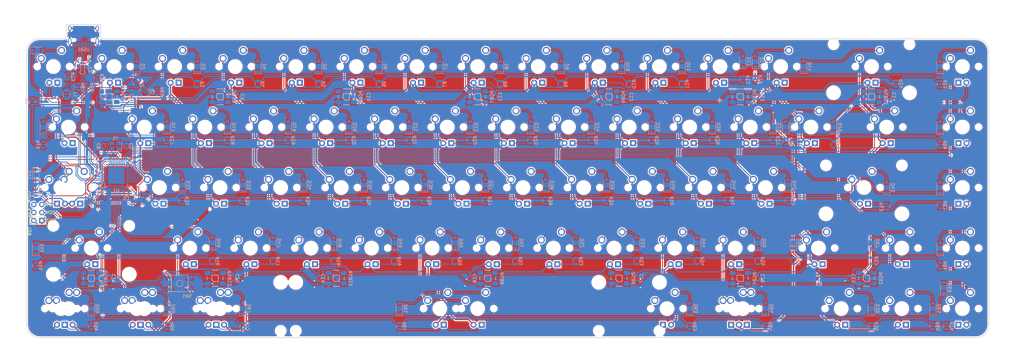
<source format=kicad_pcb>
(kicad_pcb (version 20171130) (host pcbnew "(5.1.5)-3")
  (layers (0 F.Cu signal) (31 B.Cu signal) (34 B.Paste user hide) (35 F.Paste user hide) (36 B.SilkS user hide) (37 F.SilkS user hide) (38 B.Mask user hide) (39 F.Mask user hide) (44 Edge.Cuts user))
  (net 0 "")
  (net 1 "Net-(D1-Pad2)")
  (net 2 "Net-(D2-Pad2)")
  (net 3 "Net-(D3-Pad2)")
  (net 4 "Net-(D4-Pad2)")
  (net 5 "Net-(D5-Pad2)")
  (net 6 "Net-(D6-Pad2)")
  (net 7 "Net-(D7-Pad2)")
  (net 8 "Net-(D8-Pad2)")
  (net 9 "Net-(D9-Pad2)")
  (net 10 "Net-(D10-Pad2)")
  (net 11 "Net-(D11-Pad2)")
  (net 12 "Net-(D12-Pad2)")
  (net 13 "Net-(D13-Pad2)")
  (net 14 "Net-(D14-Pad2)")
  (net 15 "Net-(D16-Pad2)")
  (net 16 "Net-(D17-Pad2)")
  (net 17 "Net-(D18-Pad2)")
  (net 18 "Net-(D19-Pad2)")
  (net 19 "Net-(D20-Pad2)")
  (net 20 "Net-(D21-Pad2)")
  (net 21 "Net-(D22-Pad2)")
  (net 22 "Net-(D23-Pad2)")
  (net 23 "Net-(D24-Pad2)")
  (net 24 "Net-(D25-Pad2)")
  (net 25 "Net-(D26-Pad2)")
  (net 26 "Net-(D27-Pad2)")
  (net 27 "Net-(D28-Pad2)")
  (net 28 "Net-(D29-Pad2)")
  (net 29 "Net-(D30-Pad2)")
  (net 30 "Net-(D31-Pad2)")
  (net 31 "Net-(D32-Pad2)")
  (net 32 "Net-(D33-Pad2)")
  (net 33 "Net-(D34-Pad2)")
  (net 34 "Net-(D35-Pad2)")
  (net 35 "Net-(D36-Pad2)")
  (net 36 "Net-(D37-Pad2)")
  (net 37 "Net-(D38-Pad2)")
  (net 38 "Net-(D39-Pad2)")
  (net 39 "Net-(D40-Pad2)")
  (net 40 "Net-(D41-Pad2)")
  (net 41 "Net-(D42-Pad2)")
  (net 42 "Net-(D43-Pad2)")
  (net 43 "Net-(D45-Pad2)")
  (net 44 "Net-(D46-Pad2)")
  (net 45 "Net-(D47-Pad2)")
  (net 46 "Net-(D48-Pad2)")
  (net 47 "Net-(D49-Pad2)")
  (net 48 "Net-(D50-Pad2)")
  (net 49 "Net-(D51-Pad2)")
  (net 50 "Net-(D52-Pad2)")
  (net 51 "Net-(D53-Pad2)")
  (net 52 "Net-(D54-Pad2)")
  (net 53 "Net-(D55-Pad2)")
  (net 54 "Net-(D56-Pad2)")
  (net 55 "Net-(D57-Pad2)")
  (net 56 "Net-(D58-Pad2)")
  (net 57 "Net-(D59-Pad2)")
  (net 58 "Net-(D60-Pad2)")
  (net 59 "Net-(D61-Pad2)")
  (net 60 "Net-(D62-Pad2)")
  (net 61 "Net-(D63-Pad2)")
  (net 62 "Net-(D64-Pad2)")
  (net 63 "Net-(D65-Pad2)")
  (net 64 "Net-(K_#1-Pad4)")
  (net 65 "Net-(K_#2-Pad4)")
  (net 66 "Net-(K_#3-Pad4)")
  (net 67 "Net-(K_#4-Pad4)")
  (net 68 "Net-(K_#5-Pad4)")
  (net 69 "Net-(K_#6-Pad4)")
  (net 70 "Net-(K_#7-Pad4)")
  (net 71 "Net-(K_#8-Pad4)")
  (net 72 "Net-(K_#9-Pad4)")
  (net 73 "Net-(K_#10-Pad4)")
  (net 74 "Net-(K_'1-Pad4)")
  (net 75 "Net-(K_,1-Pad4)")
  (net 76 "Net-(K_-1-Pad4)")
  (net 77 "Net-(K_.1-Pad4)")
  (net 78 "Net-(K_/1-Pad4)")
  (net 79 "Net-(K_;1-Pad4)")
  (net 80 "Net-(K_=1-Pad4)")
  (net 81 "Net-(K_A1-Pad4)")
  (net 82 "Net-(K_ALT1-Pad4)")
  (net 83 "Net-(K_B1-Pad4)")
  (net 84 "Net-(K_BACK1-Pad4)")
  (net 85 "Net-(K_C1-Pad4)")
  (net 86 "Net-(K_CAPS1-Pad4)")
  (net 87 "Net-(K_CTRL1-Pad4)")
  (net 88 "Net-(K_D1-Pad4)")
  (net 89 "Net-(K_E1-Pad4)")
  (net 90 "Net-(K_ENTER1-Pad4)")
  (net 91 "Net-(K_ESC1-Pad4)")
  (net 92 "Net-(K_F1-Pad4)")
  (net 93 "Net-(K_G1-Pad4)")
  (net 94 "Net-(K_H1-Pad4)")
  (net 95 "Net-(K_I1-Pad4)")
  (net 96 "Net-(K_J1-Pad4)")
  (net 97 "Net-(K_K1-Pad4)")
  (net 98 "Net-(K_L1-Pad4)")
  (net 99 "Net-(K_M1-Pad4)")
  (net 100 "Net-(K_N1-Pad4)")
  (net 101 "Net-(K_O1-Pad4)")
  (net 102 "Net-(K_P1-Pad4)")
  (net 103 "Net-(K_Q1-Pad4)")
  (net 104 "Net-(K_R1-Pad4)")
  (net 105 "Net-(K_S1-Pad4)")
  (net 106 "Net-(K_SHIFT1-Pad4)")
  (net 107 "Net-(K_SPACE1-Pad4)")
  (net 108 "Net-(K_T1-Pad4)")
  (net 109 "Net-(K_TAB1-Pad4)")
  (net 110 "Net-(K_U1-Pad4)")
  (net 111 "Net-(K_V1-Pad4)")
  (net 112 "Net-(K_W1-Pad4)")
  (net 113 "Net-(K_X1-Pad4)")
  (net 114 "Net-(K_Y1-Pad4)")
  (net 115 "Net-(K_Z1-Pad4)")
  (net 116 "Net-(K_[1-Pad4)")
  (net 117 "Net-(K_\\1-Pad4)")
  (net 118 "Net-(K_]1-Pad4)")
  (net 119 ROW0)
  (net 120 ROW1)
  (net 121 ROW2)
  (net 122 ROW3)
  (net 123 ROW4)
  (net 124 COL1)
  (net 125 +5V)
  (net 126 COL2)
  (net 127 COL3)
  (net 128 COL4)
  (net 129 COL5)
  (net 130 COL6)
  (net 131 COL7)
  (net 132 COL8)
  (net 133 COL9)
  (net 134 COL10)
  (net 135 COL11)
  (net 136 COL12)
  (net 137 COL13)
  (net 138 COL0)
  (net 139 LEDGND)
  (net 140 GND)
  (net 141 "Net-(R68-Pad2)")
  (net 142 "Net-(R67-Pad2)")
  (net 143 VCC)
  (net 144 "Net-(C6-Pad1)")
  (net 145 "Net-(C7-Pad1)")
  (net 146 "Net-(C8-Pad1)")
  (net 147 D-)
  (net 148 D+)
  (net 149 "Net-(Q1-Pad1)")
  (net 150 "Net-(R69-Pad2)")
  (net 151 "Net-(R70-Pad2)")
  (net 152 "Net-(R71-Pad2)")
  (net 153 "Net-(U1-Pad1)")
  (net 154 "Net-(U1-Pad8)")
  (net 155 "Net-(U1-Pad42)")
  (net 156 "Net-(D67-Pad2)")
  (net 157 "Net-(R73-Pad2)")
  (net 158 "Net-(R74-Pad2)")
  (net 159 "Net-(USB1-Pad9)")
  (net 160 "Net-(USB1-Pad3)")
  (net 161 "Net-(K_RALT2-Pad4)")
  (net 162 "Net-(K_RALT3-Pad4)")
  (net 163 "Net-(K_RCTRL2-Pad4)")
  (net 164 "Net-(K_RMENU2-Pad4)")
  (net 165 "Net-(K_WIN1-Pad4)")
  (net 166 "Net-(K_SRSHIFT2-Pad4)")
  (net 167 "Net-(RGB1-Pad2)")
  (net 168 RGBLED)
  (net 169 "Net-(RGB13-Pad2)")
  (net 170 "Net-(RGB2-Pad2)")
  (net 171 "Net-(RGB3-Pad2)")
  (net 172 "Net-(RGB4-Pad2)")
  (net 173 "Net-(RGB5-Pad2)")
  (net 174 "Net-(RGB6-Pad2)")
  (net 175 "Net-(RGB7-Pad2)")
  (net 176 "Net-(RGB10-Pad4)")
  (net 177 "Net-(RGB11-Pad4)")
  (net 178 "Net-(RGB10-Pad2)")
  (net 179 "Net-(RGB11-Pad2)")
  (net 180 "Net-(RGB12-Pad2)")
  (net 181 "Net-(RGB14-Pad2)")
  (net 182 "Net-(K_FNC1-Pad4)")
  (net 183 "Net-(D15-Pad2)")
  (net 184 "Net-(K_FNC2-Pad4)")
  (net 185 "Net-(K_FNC3-Pad4)")
  (net 186 "Net-(K_FNC4-Pad4)")
  (net 187 "Net-(D66-Pad2)")
  (net 188 "Net-(K_FNC5-Pad4)")
  (net 189 "Net-(D69-Pad2)")
  (net 190 CapLockLed)
  (net 191 COL14)
  (net 192 "Net-(K_SRSHIFT1-Pad4)")
  (module MX_Only:MXOnly-1.25U-FLIPPED (layer F.Cu) (at 34.13125 69.85)
    (fp_text reference K_CAPS2)
    (fp_text value MX-1.25U)
    (pad "" np_thru_hole circle (at 5.08 0 48.0996) (size 1.75 1.75) (drill 1.75) (layers *.Cu *.Mask))
    (pad "" np_thru_hole circle (at -5.08 0 48.0996) (size 1.75 1.75) (drill 1.75) (layers *.Cu *.Mask))
    (pad 4 thru_hole rect (at -1.27 5.08) (size 1.905 1.905) (drill 1.04) (layers *.Cu B.Mask) (net 86 "Net-(K_CAPS1-Pad4)"))
    (pad 3 thru_hole circle (at 1.27 5.08) (size 1.905 1.905) (drill 1.04) (layers *.Cu B.Mask) (net 125 +5V))
    (pad 1 thru_hole circle (at -3.81 -2.54) (size 2.25 2.25) (drill 1.47) (layers *.Cu B.Mask) (net 30 "Net-(D31-Pad2)"))
    (pad "" np_thru_hole circle (at 0 0) (size 3.9878 3.9878) (drill 3.9878) (layers *.Cu *.Mask))
    (pad 2 thru_hole circle (at 2.54 -5.08) (size 2.25 2.25) (drill 1.47) (layers *.Cu B.Mask) (net 138 COL0))
  )
  (module MX_Only:MXOnly-1.5U (layer F.Cu) (at 36.5125 50.8)
    (fp_text reference K_TAB1)
    (fp_text value MX-1.5U)
    (pad "" np_thru_hole circle (at 5.08 0 48.0996) (size 1.75 1.75) (drill 1.75) (layers *.Cu *.Mask))
    (pad "" np_thru_hole circle (at -5.08 0 48.0996) (size 1.75 1.75) (drill 1.75) (layers *.Cu *.Mask))
    (pad 4 thru_hole rect (at 1.27 5.08) (size 1.905 1.905) (drill 1.04) (layers *.Cu B.Mask) (net 109 "Net-(K_TAB1-Pad4)"))
    (pad 3 thru_hole circle (at -1.27 5.08) (size 1.905 1.905) (drill 1.04) (layers *.Cu B.Mask) (net 125 +5V))
    (pad 1 thru_hole circle (at -3.81 -2.54) (size 2.25 2.25) (drill 1.47) (layers *.Cu B.Mask) (net 138 COL0))
    (pad "" np_thru_hole circle (at 0 0) (size 3.9878 3.9878) (drill 3.9878) (layers *.Cu *.Mask))
    (pad 2 thru_hole circle (at 2.54 -5.08) (size 2.25 2.25) (drill 1.47) (layers *.Cu B.Mask) (net 15 "Net-(D16-Pad2)"))
  )
  (module MX_Only:MXOnly-1U (layer F.Cu) (at 150.8125 88.9)
    (fp_text reference K_B1)
    (fp_text value MX-1U)
    (pad "" np_thru_hole circle (at 5.08 0 48.0996) (size 1.75 1.75) (drill 1.75) (layers *.Cu *.Mask))
    (pad "" np_thru_hole circle (at -5.08 0 48.0996) (size 1.75 1.75) (drill 1.75) (layers *.Cu *.Mask))
    (pad 4 thru_hole rect (at 1.27 5.08) (size 1.905 1.905) (drill 1.04) (layers *.Cu B.Mask) (net 83 "Net-(K_B1-Pad4)"))
    (pad 3 thru_hole circle (at -1.27 5.08) (size 1.905 1.905) (drill 1.04) (layers *.Cu B.Mask) (net 125 +5V))
    (pad 1 thru_hole circle (at -3.81 -2.54) (size 2.25 2.25) (drill 1.47) (layers *.Cu B.Mask) (net 130 COL6))
    (pad "" np_thru_hole circle (at 0 0) (size 3.9878 3.9878) (drill 3.9878) (layers *.Cu *.Mask))
    (pad 2 thru_hole circle (at 2.54 -5.08) (size 2.25 2.25) (drill 1.47) (layers *.Cu B.Mask) (net 48 "Net-(D50-Pad2)"))
  )
  (module random-keyboard-parts:R_0805 (layer B.Cu) (at 200.82256 54.92496 90)
    (fp_text reference R24 (at 0 1.65 90) (layer B.SilkS) (effects (justify mirror)))
    (fp_text value 1k)
    (pad 1 smd rect (at -0.95 0 90) (size 0.7 1.3) (layers B.Cu B.Paste B.Mask) (net 95 "Net-(K_I1-Pad4)"))
    (pad 2 smd rect (at 0.95 0 90) (size 0.7 1.3) (layers B.Cu B.Paste B.Mask) (net 139 LEDGND))
  )
  (module MX_Only:MXOnly-1U (layer F.Cu) (at 193.675 50.8)
    (fp_text reference K_I1)
    (fp_text value MX-1U)
    (pad "" np_thru_hole circle (at 5.08 0 48.0996) (size 1.75 1.75) (drill 1.75) (layers *.Cu *.Mask))
    (pad "" np_thru_hole circle (at -5.08 0 48.0996) (size 1.75 1.75) (drill 1.75) (layers *.Cu *.Mask))
    (pad 4 thru_hole rect (at 1.27 5.08) (size 1.905 1.905) (drill 1.04) (layers *.Cu B.Mask) (net 95 "Net-(K_I1-Pad4)"))
    (pad 3 thru_hole circle (at -1.27 5.08) (size 1.905 1.905) (drill 1.04) (layers *.Cu B.Mask) (net 125 +5V))
    (pad 1 thru_hole circle (at -3.81 -2.54) (size 2.25 2.25) (drill 1.47) (layers *.Cu B.Mask) (net 132 COL8))
    (pad "" np_thru_hole circle (at 0 0) (size 3.9878 3.9878) (drill 3.9878) (layers *.Cu *.Mask))
    (pad 2 thru_hole circle (at 2.54 -5.08) (size 2.25 2.25) (drill 1.47) (layers *.Cu B.Mask) (net 23 "Net-(D24-Pad2)"))
  )
  (module MX_Only:MXOnly-1U (layer F.Cu) (at 198.4375 69.85)
    (fp_text reference K_K1)
    (fp_text value MX-1U)
    (pad "" np_thru_hole circle (at 5.08 0 48.0996) (size 1.75 1.75) (drill 1.75) (layers *.Cu *.Mask))
    (pad "" np_thru_hole circle (at -5.08 0 48.0996) (size 1.75 1.75) (drill 1.75) (layers *.Cu *.Mask))
    (pad 4 thru_hole rect (at 1.27 5.08) (size 1.905 1.905) (drill 1.04) (layers *.Cu B.Mask) (net 97 "Net-(K_K1-Pad4)"))
    (pad 3 thru_hole circle (at -1.27 5.08) (size 1.905 1.905) (drill 1.04) (layers *.Cu B.Mask) (net 125 +5V))
    (pad 1 thru_hole circle (at -3.81 -2.54) (size 2.25 2.25) (drill 1.47) (layers *.Cu B.Mask) (net 132 COL8))
    (pad "" np_thru_hole circle (at 0 0) (size 3.9878 3.9878) (drill 3.9878) (layers *.Cu *.Mask))
    (pad 2 thru_hole circle (at 2.54 -5.08) (size 2.25 2.25) (drill 1.47) (layers *.Cu B.Mask) (net 38 "Net-(D39-Pad2)"))
  )
  (module MX_Only:MXOnly-2.25U (layer F.Cu) (at 286.54375 69.85)
    (fp_text reference K_ENTER1)
    (fp_text value MX-2.25U)
    (pad "" np_thru_hole circle (at 11.938 8.255) (size 3.9878 3.9878) (drill 3.9878) (layers *.Cu *.Mask))
    (pad "" np_thru_hole circle (at -11.938 8.255) (size 3.9878 3.9878) (drill 3.9878) (layers *.Cu *.Mask))
    (pad "" np_thru_hole circle (at 11.938 -6.985) (size 3.048 3.048) (drill 3.048) (layers *.Cu *.Mask))
    (pad "" np_thru_hole circle (at -11.938 -6.985) (size 3.048 3.048) (drill 3.048) (layers *.Cu *.Mask))
    (pad "" np_thru_hole circle (at 5.08 0 48.0996) (size 1.75 1.75) (drill 1.75) (layers *.Cu *.Mask))
    (pad "" np_thru_hole circle (at -5.08 0 48.0996) (size 1.75 1.75) (drill 1.75) (layers *.Cu *.Mask))
    (pad 4 thru_hole rect (at 1.27 5.08) (size 1.905 1.905) (drill 1.04) (layers *.Cu B.Mask) (net 90 "Net-(K_ENTER1-Pad4)"))
    (pad 3 thru_hole circle (at -1.27 5.08) (size 1.905 1.905) (drill 1.04) (layers *.Cu B.Mask) (net 125 +5V))
    (pad 1 thru_hole circle (at -3.81 -2.54) (size 2.25 2.25) (drill 1.47) (layers *.Cu B.Mask) (net 137 COL13))
    (pad "" np_thru_hole circle (at 0 0) (size 3.9878 3.9878) (drill 3.9878) (layers *.Cu *.Mask))
    (pad 2 thru_hole circle (at 2.54 -5.08) (size 2.25 2.25) (drill 1.47) (layers *.Cu B.Mask) (net 42 "Net-(D43-Pad2)"))
  )
  (module MX_Only:MXOnly-1.75U (layer F.Cu) (at 38.89375 69.85)
    (fp_text reference K_CAPS1)
    (fp_text value MX-1.75U)
    (pad "" np_thru_hole circle (at 5.08 0 48.0996) (size 1.75 1.75) (drill 1.75) (layers *.Cu *.Mask))
    (pad "" np_thru_hole circle (at -5.08 0 48.0996) (size 1.75 1.75) (drill 1.75) (layers *.Cu *.Mask))
    (pad 4 thru_hole rect (at 1.27 5.08) (size 1.905 1.905) (drill 1.04) (layers *.Cu B.Mask) (net 86 "Net-(K_CAPS1-Pad4)"))
    (pad 3 thru_hole circle (at -1.27 5.08) (size 1.905 1.905) (drill 1.04) (layers *.Cu B.Mask) (net 125 +5V))
    (pad 1 thru_hole circle (at -3.81 -2.54) (size 2.25 2.25) (drill 1.47) (layers *.Cu B.Mask) (net 138 COL0))
    (pad "" np_thru_hole circle (at 0 0) (size 3.9878 3.9878) (drill 3.9878) (layers *.Cu *.Mask))
    (pad 2 thru_hole circle (at 2.54 -5.08) (size 2.25 2.25) (drill 1.47) (layers *.Cu B.Mask) (net 30 "Net-(D31-Pad2)"))
  )
  (module MX_Only:MXOnly-2.25U (layer F.Cu) (at 43.65625 88.9)
    (fp_text reference K_SHIFT1)
    (fp_text value MX-2.25U)
    (pad "" np_thru_hole circle (at 11.938 8.255) (size 3.9878 3.9878) (drill 3.9878) (layers *.Cu *.Mask))
    (pad "" np_thru_hole circle (at -11.938 8.255) (size 3.9878 3.9878) (drill 3.9878) (layers *.Cu *.Mask))
    (pad "" np_thru_hole circle (at 11.938 -6.985) (size 3.048 3.048) (drill 3.048) (layers *.Cu *.Mask))
    (pad "" np_thru_hole circle (at -11.938 -6.985) (size 3.048 3.048) (drill 3.048) (layers *.Cu *.Mask))
    (pad "" np_thru_hole circle (at 5.08 0 48.0996) (size 1.75 1.75) (drill 1.75) (layers *.Cu *.Mask))
    (pad "" np_thru_hole circle (at -5.08 0 48.0996) (size 1.75 1.75) (drill 1.75) (layers *.Cu *.Mask))
    (pad 4 thru_hole rect (at 1.27 5.08) (size 1.905 1.905) (drill 1.04) (layers *.Cu B.Mask) (net 106 "Net-(K_SHIFT1-Pad4)"))
    (pad 3 thru_hole circle (at -1.27 5.08) (size 1.905 1.905) (drill 1.04) (layers *.Cu B.Mask) (net 125 +5V))
    (pad 1 thru_hole circle (at -3.81 -2.54) (size 2.25 2.25) (drill 1.47) (layers *.Cu B.Mask) (net 138 COL0))
    (pad "" np_thru_hole circle (at 0 0) (size 3.9878 3.9878) (drill 3.9878) (layers *.Cu *.Mask))
    (pad 2 thru_hole circle (at 2.54 -5.08) (size 2.25 2.25) (drill 1.47) (layers *.Cu B.Mask) (net 43 "Net-(D45-Pad2)"))
  )
  (module MX_Only:MXOnly-7U-ReversedStabilizers (layer F.Cu) (at 165.1 107.95)
    (fp_text reference K_SPACE1)
    (fp_text value MX-7U)
    (pad "" np_thru_hole circle (at 57.15 -8.255) (size 3.9878 3.9878) (drill 3.9878) (layers *.Cu *.Mask))
    (pad "" np_thru_hole circle (at -57.15 -8.255) (size 3.9878 3.9878) (drill 3.9878) (layers *.Cu *.Mask))
    (pad "" np_thru_hole circle (at 57.15 6.985) (size 3.048 3.048) (drill 3.048) (layers *.Cu *.Mask))
    (pad "" np_thru_hole circle (at -57.15 6.985) (size 3.048 3.048) (drill 3.048) (layers *.Cu *.Mask))
    (pad "" np_thru_hole circle (at 5.08 0 48.0996) (size 1.75 1.75) (drill 1.75) (layers *.Cu *.Mask))
    (pad "" np_thru_hole circle (at -5.08 0 48.0996) (size 1.75 1.75) (drill 1.75) (layers *.Cu *.Mask))
    (pad 4 thru_hole rect (at 1.27 5.08) (size 1.905 1.905) (drill 1.04) (layers *.Cu B.Mask) (net 107 "Net-(K_SPACE1-Pad4)"))
    (pad 3 thru_hole circle (at -1.27 5.08) (size 1.905 1.905) (drill 1.04) (layers *.Cu B.Mask) (net 125 +5V))
    (pad 1 thru_hole circle (at -3.81 -2.54) (size 2.25 2.25) (drill 1.47) (layers *.Cu B.Mask) (net 130 COL6))
    (pad "" np_thru_hole circle (at 0 0) (size 3.9878 3.9878) (drill 3.9878) (layers *.Cu *.Mask))
    (pad 2 thru_hole circle (at 2.54 -5.08) (size 2.25 2.25) (drill 1.47) (layers *.Cu B.Mask) (net 59 "Net-(D61-Pad2)"))
  )
  (module MX_Only:MXOnly-1U (layer F.Cu) (at 103.1875 69.85)
    (fp_text reference K_D1)
    (fp_text value MX-1U)
    (pad "" np_thru_hole circle (at 5.08 0 48.0996) (size 1.75 1.75) (drill 1.75) (layers *.Cu *.Mask))
    (pad "" np_thru_hole circle (at -5.08 0 48.0996) (size 1.75 1.75) (drill 1.75) (layers *.Cu *.Mask))
    (pad 4 thru_hole rect (at 1.27 5.08) (size 1.905 1.905) (drill 1.04) (layers *.Cu B.Mask) (net 88 "Net-(K_D1-Pad4)"))
    (pad 3 thru_hole circle (at -1.27 5.08) (size 1.905 1.905) (drill 1.04) (layers *.Cu B.Mask) (net 125 +5V))
    (pad 1 thru_hole circle (at -3.81 -2.54) (size 2.25 2.25) (drill 1.47) (layers *.Cu B.Mask) (net 127 COL3))
    (pad "" np_thru_hole circle (at 0 0) (size 3.9878 3.9878) (drill 3.9878) (layers *.Cu *.Mask))
    (pad 2 thru_hole circle (at 2.54 -5.08) (size 2.25 2.25) (drill 1.47) (layers *.Cu B.Mask) (net 33 "Net-(D34-Pad2)"))
  )
  (module MX_Only:MXOnly-1U (layer F.Cu) (at 50.8 31.75)
    (fp_text reference K_#1)
    (fp_text value MX-1U)
    (pad "" np_thru_hole circle (at 5.08 0 48.0996) (size 1.75 1.75) (drill 1.75) (layers *.Cu *.Mask))
    (pad "" np_thru_hole circle (at -5.08 0 48.0996) (size 1.75 1.75) (drill 1.75) (layers *.Cu *.Mask))
    (pad 4 thru_hole rect (at 1.27 5.08) (size 1.905 1.905) (drill 1.04) (layers *.Cu B.Mask) (net 64 "Net-(K_#1-Pad4)"))
    (pad 3 thru_hole circle (at -1.27 5.08) (size 1.905 1.905) (drill 1.04) (layers *.Cu B.Mask) (net 125 +5V))
    (pad 1 thru_hole circle (at -3.81 -2.54) (size 2.25 2.25) (drill 1.47) (layers *.Cu B.Mask) (net 124 COL1))
    (pad "" np_thru_hole circle (at 0 0) (size 3.9878 3.9878) (drill 3.9878) (layers *.Cu *.Mask))
    (pad 2 thru_hole circle (at 2.54 -5.08) (size 2.25 2.25) (drill 1.47) (layers *.Cu B.Mask) (net 2 "Net-(D2-Pad2)"))
  )
  (module MX_Only:MXOnly-1.25U (layer F.Cu) (at 81.75625 107.95)
    (fp_text reference K_ALT1)
    (fp_text value MX-1.25U)
    (pad "" np_thru_hole circle (at 5.08 0 48.0996) (size 1.75 1.75) (drill 1.75) (layers *.Cu *.Mask))
    (pad "" np_thru_hole circle (at -5.08 0 48.0996) (size 1.75 1.75) (drill 1.75) (layers *.Cu *.Mask))
    (pad 4 thru_hole rect (at 1.27 5.08) (size 1.905 1.905) (drill 1.04) (layers *.Cu B.Mask) (net 82 "Net-(K_ALT1-Pad4)"))
    (pad 3 thru_hole circle (at -1.27 5.08) (size 1.905 1.905) (drill 1.04) (layers *.Cu B.Mask) (net 125 +5V))
    (pad 1 thru_hole circle (at -3.81 -2.54) (size 2.25 2.25) (drill 1.47) (layers *.Cu B.Mask) (net 126 COL2))
    (pad "" np_thru_hole circle (at 0 0) (size 3.9878 3.9878) (drill 3.9878) (layers *.Cu *.Mask))
    (pad 2 thru_hole circle (at 2.54 -5.08) (size 2.25 2.25) (drill 1.47) (layers *.Cu B.Mask) (net 156 "Net-(D67-Pad2)"))
  )
  (module MX_Only:MXOnly-1U (layer F.Cu) (at 74.6125 88.9)
    (fp_text reference K_Z1)
    (fp_text value MX-1U)
    (pad "" np_thru_hole circle (at 5.08 0 48.0996) (size 1.75 1.75) (drill 1.75) (layers *.Cu *.Mask))
    (pad "" np_thru_hole circle (at -5.08 0 48.0996) (size 1.75 1.75) (drill 1.75) (layers *.Cu *.Mask))
    (pad 4 thru_hole rect (at 1.27 5.08) (size 1.905 1.905) (drill 1.04) (layers *.Cu B.Mask) (net 115 "Net-(K_Z1-Pad4)"))
    (pad 3 thru_hole circle (at -1.27 5.08) (size 1.905 1.905) (drill 1.04) (layers *.Cu B.Mask) (net 125 +5V))
    (pad 1 thru_hole circle (at -3.81 -2.54) (size 2.25 2.25) (drill 1.47) (layers *.Cu B.Mask) (net 126 COL2))
    (pad "" np_thru_hole circle (at 0 0) (size 3.9878 3.9878) (drill 3.9878) (layers *.Cu *.Mask))
    (pad 2 thru_hole circle (at 2.54 -5.08) (size 2.25 2.25) (drill 1.47) (layers *.Cu B.Mask) (net 44 "Net-(D46-Pad2)"))
  )
  (module MX_Only:MXOnly-1U (layer F.Cu) (at 155.575 50.8)
    (fp_text reference K_Y1)
    (fp_text value MX-1U)
    (pad "" np_thru_hole circle (at 5.08 0 48.0996) (size 1.75 1.75) (drill 1.75) (layers *.Cu *.Mask))
    (pad "" np_thru_hole circle (at -5.08 0 48.0996) (size 1.75 1.75) (drill 1.75) (layers *.Cu *.Mask))
    (pad 4 thru_hole rect (at 1.27 5.08) (size 1.905 1.905) (drill 1.04) (layers *.Cu B.Mask) (net 114 "Net-(K_Y1-Pad4)"))
    (pad 3 thru_hole circle (at -1.27 5.08) (size 1.905 1.905) (drill 1.04) (layers *.Cu B.Mask) (net 125 +5V))
    (pad 1 thru_hole circle (at -3.81 -2.54) (size 2.25 2.25) (drill 1.47) (layers *.Cu B.Mask) (net 130 COL6))
    (pad "" np_thru_hole circle (at 0 0) (size 3.9878 3.9878) (drill 3.9878) (layers *.Cu *.Mask))
    (pad 2 thru_hole circle (at 2.54 -5.08) (size 2.25 2.25) (drill 1.47) (layers *.Cu B.Mask) (net 21 "Net-(D22-Pad2)"))
  )
  (module MX_Only:MXOnly-1U (layer F.Cu) (at 93.6625 88.9)
    (fp_text reference K_X1)
    (fp_text value MX-1U)
    (pad "" np_thru_hole circle (at 5.08 0 48.0996) (size 1.75 1.75) (drill 1.75) (layers *.Cu *.Mask))
    (pad "" np_thru_hole circle (at -5.08 0 48.0996) (size 1.75 1.75) (drill 1.75) (layers *.Cu *.Mask))
    (pad 4 thru_hole rect (at 1.27 5.08) (size 1.905 1.905) (drill 1.04) (layers *.Cu B.Mask) (net 113 "Net-(K_X1-Pad4)"))
    (pad 3 thru_hole circle (at -1.27 5.08) (size 1.905 1.905) (drill 1.04) (layers *.Cu B.Mask) (net 125 +5V))
    (pad 1 thru_hole circle (at -3.81 -2.54) (size 2.25 2.25) (drill 1.47) (layers *.Cu B.Mask) (net 127 COL3))
    (pad "" np_thru_hole circle (at 0 0) (size 3.9878 3.9878) (drill 3.9878) (layers *.Cu *.Mask))
    (pad 2 thru_hole circle (at 2.54 -5.08) (size 2.25 2.25) (drill 1.47) (layers *.Cu B.Mask) (net 45 "Net-(D47-Pad2)"))
  )
  (module MX_Only:MXOnly-1U-FLIPPED (layer F.Cu) (at 60.325 107.95)
    (fp_text reference K_WIN2)
    (fp_text value MX-1U)
    (pad "" np_thru_hole circle (at 5.08 0 48.0996) (size 1.75 1.75) (drill 1.75) (layers *.Cu *.Mask))
    (pad "" np_thru_hole circle (at -5.08 0 48.0996) (size 1.75 1.75) (drill 1.75) (layers *.Cu *.Mask))
    (pad 4 thru_hole rect (at -1.27 5.08) (size 1.905 1.905) (drill 1.04) (layers *.Cu B.Mask) (net 165 "Net-(K_WIN1-Pad4)"))
    (pad 3 thru_hole circle (at 1.27 5.08) (size 1.905 1.905) (drill 1.04) (layers *.Cu B.Mask) (net 125 +5V))
    (pad 1 thru_hole circle (at -3.81 -2.54) (size 2.25 2.25) (drill 1.47) (layers *.Cu B.Mask) (net 124 COL1))
    (pad "" np_thru_hole circle (at 0 0) (size 3.9878 3.9878) (drill 3.9878) (layers *.Cu *.Mask))
    (pad 2 thru_hole circle (at 2.54 -5.08) (size 2.25 2.25) (drill 1.47) (layers *.Cu B.Mask) (net 58 "Net-(D60-Pad2)"))
  )
  (module MX_Only:MXOnly-1.25U (layer F.Cu) (at 57.94375 107.95)
    (fp_text reference K_WIN1)
    (fp_text value MX-1.25U)
    (pad "" np_thru_hole circle (at 5.08 0 48.0996) (size 1.75 1.75) (drill 1.75) (layers *.Cu *.Mask))
    (pad "" np_thru_hole circle (at -5.08 0 48.0996) (size 1.75 1.75) (drill 1.75) (layers *.Cu *.Mask))
    (pad 4 thru_hole rect (at 1.27 5.08) (size 1.905 1.905) (drill 1.04) (layers *.Cu B.Mask) (net 165 "Net-(K_WIN1-Pad4)"))
    (pad 3 thru_hole circle (at -1.27 5.08) (size 1.905 1.905) (drill 1.04) (layers *.Cu B.Mask) (net 125 +5V))
    (pad 1 thru_hole circle (at -3.81 -2.54) (size 2.25 2.25) (drill 1.47) (layers *.Cu B.Mask) (net 124 COL1))
    (pad "" np_thru_hole circle (at 0 0) (size 3.9878 3.9878) (drill 3.9878) (layers *.Cu *.Mask))
    (pad 2 thru_hole circle (at 2.54 -5.08) (size 2.25 2.25) (drill 1.47) (layers *.Cu B.Mask) (net 58 "Net-(D60-Pad2)"))
  )
  (module MX_Only:MXOnly-1U (layer F.Cu) (at 79.375 50.8)
    (fp_text reference K_W1)
    (fp_text value MX-1U)
    (pad "" np_thru_hole circle (at 5.08 0 48.0996) (size 1.75 1.75) (drill 1.75) (layers *.Cu *.Mask))
    (pad "" np_thru_hole circle (at -5.08 0 48.0996) (size 1.75 1.75) (drill 1.75) (layers *.Cu *.Mask))
    (pad 4 thru_hole rect (at 1.27 5.08) (size 1.905 1.905) (drill 1.04) (layers *.Cu B.Mask) (net 112 "Net-(K_W1-Pad4)"))
    (pad 3 thru_hole circle (at -1.27 5.08) (size 1.905 1.905) (drill 1.04) (layers *.Cu B.Mask) (net 125 +5V))
    (pad 1 thru_hole circle (at -3.81 -2.54) (size 2.25 2.25) (drill 1.47) (layers *.Cu B.Mask) (net 126 COL2))
    (pad "" np_thru_hole circle (at 0 0) (size 3.9878 3.9878) (drill 3.9878) (layers *.Cu *.Mask))
    (pad 2 thru_hole circle (at 2.54 -5.08) (size 2.25 2.25) (drill 1.47) (layers *.Cu B.Mask) (net 17 "Net-(D18-Pad2)"))
  )
  (module MX_Only:MXOnly-1U (layer F.Cu) (at 131.7625 88.9)
    (fp_text reference K_V1)
    (fp_text value MX-1U)
    (pad "" np_thru_hole circle (at 5.08 0 48.0996) (size 1.75 1.75) (drill 1.75) (layers *.Cu *.Mask))
    (pad "" np_thru_hole circle (at -5.08 0 48.0996) (size 1.75 1.75) (drill 1.75) (layers *.Cu *.Mask))
    (pad 4 thru_hole rect (at 1.27 5.08) (size 1.905 1.905) (drill 1.04) (layers *.Cu B.Mask) (net 111 "Net-(K_V1-Pad4)"))
    (pad 3 thru_hole circle (at -1.27 5.08) (size 1.905 1.905) (drill 1.04) (layers *.Cu B.Mask) (net 125 +5V))
    (pad 1 thru_hole circle (at -3.81 -2.54) (size 2.25 2.25) (drill 1.47) (layers *.Cu B.Mask) (net 129 COL5))
    (pad "" np_thru_hole circle (at 0 0) (size 3.9878 3.9878) (drill 3.9878) (layers *.Cu *.Mask))
    (pad 2 thru_hole circle (at 2.54 -5.08) (size 2.25 2.25) (drill 1.47) (layers *.Cu B.Mask) (net 47 "Net-(D49-Pad2)"))
  )
  (module MX_Only:MXOnly-1U (layer F.Cu) (at 174.625 50.8)
    (fp_text reference K_U1)
    (fp_text value MX-1U)
    (pad "" np_thru_hole circle (at 5.08 0 48.0996) (size 1.75 1.75) (drill 1.75) (layers *.Cu *.Mask))
    (pad "" np_thru_hole circle (at -5.08 0 48.0996) (size 1.75 1.75) (drill 1.75) (layers *.Cu *.Mask))
    (pad 4 thru_hole rect (at 1.27 5.08) (size 1.905 1.905) (drill 1.04) (layers *.Cu B.Mask) (net 110 "Net-(K_U1-Pad4)"))
    (pad 3 thru_hole circle (at -1.27 5.08) (size 1.905 1.905) (drill 1.04) (layers *.Cu B.Mask) (net 125 +5V))
    (pad 1 thru_hole circle (at -3.81 -2.54) (size 2.25 2.25) (drill 1.47) (layers *.Cu B.Mask) (net 131 COL7))
    (pad "" np_thru_hole circle (at 0 0) (size 3.9878 3.9878) (drill 3.9878) (layers *.Cu *.Mask))
    (pad 2 thru_hole circle (at 2.54 -5.08) (size 2.25 2.25) (drill 1.47) (layers *.Cu B.Mask) (net 22 "Net-(D23-Pad2)"))
  )
  (module MX_Only:MXOnly-1U (layer F.Cu) (at 136.525 50.8)
    (fp_text reference K_T1)
    (fp_text value MX-1U)
    (pad "" np_thru_hole circle (at 5.08 0 48.0996) (size 1.75 1.75) (drill 1.75) (layers *.Cu *.Mask))
    (pad "" np_thru_hole circle (at -5.08 0 48.0996) (size 1.75 1.75) (drill 1.75) (layers *.Cu *.Mask))
    (pad 4 thru_hole rect (at 1.27 5.08) (size 1.905 1.905) (drill 1.04) (layers *.Cu B.Mask) (net 108 "Net-(K_T1-Pad4)"))
    (pad 3 thru_hole circle (at -1.27 5.08) (size 1.905 1.905) (drill 1.04) (layers *.Cu B.Mask) (net 125 +5V))
    (pad 1 thru_hole circle (at -3.81 -2.54) (size 2.25 2.25) (drill 1.47) (layers *.Cu B.Mask) (net 129 COL5))
    (pad "" np_thru_hole circle (at 0 0) (size 3.9878 3.9878) (drill 3.9878) (layers *.Cu *.Mask))
    (pad 2 thru_hole circle (at 2.54 -5.08) (size 2.25 2.25) (drill 1.47) (layers *.Cu B.Mask) (net 20 "Net-(D21-Pad2)"))
  )
  (module MX_Only:MXOnly-1U (layer F.Cu) (at 298.45 88.9)
    (fp_text reference K_SRSHIFT2)
    (fp_text value MX-1U)
    (pad "" np_thru_hole circle (at 5.08 0 48.0996) (size 1.75 1.75) (drill 1.75) (layers *.Cu *.Mask))
    (pad "" np_thru_hole circle (at -5.08 0 48.0996) (size 1.75 1.75) (drill 1.75) (layers *.Cu *.Mask))
    (pad 4 thru_hole rect (at 1.27 5.08) (size 1.905 1.905) (drill 1.04) (layers *.Cu B.Mask) (net 166 "Net-(K_SRSHIFT2-Pad4)"))
    (pad 3 thru_hole circle (at -1.27 5.08) (size 1.905 1.905) (drill 1.04) (layers *.Cu B.Mask) (net 125 +5V))
    (pad 1 thru_hole circle (at -3.81 -2.54) (size 2.25 2.25) (drill 1.47) (layers *.Cu B.Mask) (net 137 COL13))
    (pad "" np_thru_hole circle (at 0 0) (size 3.9878 3.9878) (drill 3.9878) (layers *.Cu *.Mask))
    (pad 2 thru_hole circle (at 2.54 -5.08) (size 2.25 2.25) (drill 1.47) (layers *.Cu B.Mask) (net 55 "Net-(D57-Pad2)"))
  )
  (module MX_Only:MXOnly-1.75U (layer F.Cu) (at 272.25625 88.9)
    (fp_text reference K_SRSHIFT1)
    (fp_text value MX-1.75U)
    (pad "" np_thru_hole circle (at 5.08 0 48.0996) (size 1.75 1.75) (drill 1.75) (layers *.Cu *.Mask))
    (pad "" np_thru_hole circle (at -5.08 0 48.0996) (size 1.75 1.75) (drill 1.75) (layers *.Cu *.Mask))
    (pad 4 thru_hole rect (at 1.27 5.08) (size 1.905 1.905) (drill 1.04) (layers *.Cu B.Mask) (net 192 "Net-(K_SRSHIFT1-Pad4)"))
    (pad 3 thru_hole circle (at -1.27 5.08) (size 1.905 1.905) (drill 1.04) (layers *.Cu B.Mask) (net 125 +5V))
    (pad 1 thru_hole circle (at -3.81 -2.54) (size 2.25 2.25) (drill 1.47) (layers *.Cu B.Mask) (net 136 COL12))
    (pad "" np_thru_hole circle (at 0 0) (size 3.9878 3.9878) (drill 3.9878) (layers *.Cu *.Mask))
    (pad 2 thru_hole circle (at 2.54 -5.08) (size 2.25 2.25) (drill 1.47) (layers *.Cu B.Mask) (net 54 "Net-(D56-Pad2)"))
  )
  (module MX_Only:MXOnly-6.25U-ReversedStabilizers (layer F.Cu) (at 153.19375 107.95)
    (fp_text reference K_SPACE2)
    (fp_text value MX-6.25U)
    (pad "" np_thru_hole circle (at 49.9999 -8.255) (size 3.9878 3.9878) (drill 3.9878) (layers *.Cu *.Mask))
    (pad "" np_thru_hole circle (at -49.9999 -8.255) (size 3.9878 3.9878) (drill 3.9878) (layers *.Cu *.Mask))
    (pad "" np_thru_hole circle (at 49.9999 6.985) (size 3.048 3.048) (drill 3.048) (layers *.Cu *.Mask))
    (pad "" np_thru_hole circle (at -49.9999 6.985) (size 3.048 3.048) (drill 3.048) (layers *.Cu *.Mask))
    (pad "" np_thru_hole circle (at 5.08 0 48.0996) (size 1.75 1.75) (drill 1.75) (layers *.Cu *.Mask))
    (pad "" np_thru_hole circle (at -5.08 0 48.0996) (size 1.75 1.75) (drill 1.75) (layers *.Cu *.Mask))
    (pad 4 thru_hole rect (at 1.27 5.08) (size 1.905 1.905) (drill 1.04) (layers *.Cu B.Mask) (net 107 "Net-(K_SPACE1-Pad4)"))
    (pad 3 thru_hole circle (at -1.27 5.08) (size 1.905 1.905) (drill 1.04) (layers *.Cu B.Mask) (net 125 +5V))
    (pad 1 thru_hole circle (at -3.81 -2.54) (size 2.25 2.25) (drill 1.47) (layers *.Cu B.Mask) (net 130 COL6))
    (pad "" np_thru_hole circle (at 0 0) (size 3.9878 3.9878) (drill 3.9878) (layers *.Cu *.Mask))
    (pad 2 thru_hole circle (at 2.54 -5.08) (size 2.25 2.25) (drill 1.47) (layers *.Cu B.Mask) (net 59 "Net-(D61-Pad2)"))
  )
  (module MX_Only:MXOnly-1U (layer F.Cu) (at 84.1375 69.85)
    (fp_text reference K_S1)
    (fp_text value MX-1U)
    (pad "" np_thru_hole circle (at 5.08 0 48.0996) (size 1.75 1.75) (drill 1.75) (layers *.Cu *.Mask))
    (pad "" np_thru_hole circle (at -5.08 0 48.0996) (size 1.75 1.75) (drill 1.75) (layers *.Cu *.Mask))
    (pad 4 thru_hole rect (at 1.27 5.08) (size 1.905 1.905) (drill 1.04) (layers *.Cu B.Mask) (net 105 "Net-(K_S1-Pad4)"))
    (pad 3 thru_hole circle (at -1.27 5.08) (size 1.905 1.905) (drill 1.04) (layers *.Cu B.Mask) (net 125 +5V))
    (pad 1 thru_hole circle (at -3.81 -2.54) (size 2.25 2.25) (drill 1.47) (layers *.Cu B.Mask) (net 126 COL2))
    (pad "" np_thru_hole circle (at 0 0) (size 3.9878 3.9878) (drill 3.9878) (layers *.Cu *.Mask))
    (pad 2 thru_hole circle (at 2.54 -5.08) (size 2.25 2.25) (drill 1.47) (layers *.Cu B.Mask) (net 32 "Net-(D33-Pad2)"))
  )
  (module MX_Only:MXOnly-1.25U (layer F.Cu) (at 248.44375 107.95)
    (fp_text reference K_RWIN2)
    (fp_text value MX-1.25U)
    (pad "" np_thru_hole circle (at 5.08 0 48.0996) (size 1.75 1.75) (drill 1.75) (layers *.Cu *.Mask))
    (pad "" np_thru_hole circle (at -5.08 0 48.0996) (size 1.75 1.75) (drill 1.75) (layers *.Cu *.Mask))
    (pad 4 thru_hole rect (at 1.27 5.08) (size 1.905 1.905) (drill 1.04) (layers *.Cu B.Mask) (net 162 "Net-(K_RALT3-Pad4)"))
    (pad 3 thru_hole circle (at -1.27 5.08) (size 1.905 1.905) (drill 1.04) (layers *.Cu B.Mask) (net 125 +5V))
    (pad 1 thru_hole circle (at -3.81 -2.54) (size 2.25 2.25) (drill 1.47) (layers *.Cu B.Mask) (net 135 COL11))
    (pad "" np_thru_hole circle (at 0 0) (size 3.9878 3.9878) (drill 3.9878) (layers *.Cu *.Mask))
    (pad 2 thru_hole circle (at 2.54 -5.08) (size 2.25 2.25) (drill 1.47) (layers *.Cu B.Mask) (net 62 "Net-(D64-Pad2)"))
  )
  (module MX_Only:MXOnly-1U (layer F.Cu) (at 279.4 107.95)
    (fp_text reference K_RMENU2)
    (fp_text value MX-1U)
    (pad "" np_thru_hole circle (at 5.08 0 48.0996) (size 1.75 1.75) (drill 1.75) (layers *.Cu *.Mask))
    (pad "" np_thru_hole circle (at -5.08 0 48.0996) (size 1.75 1.75) (drill 1.75) (layers *.Cu *.Mask))
    (pad 4 thru_hole rect (at 1.27 5.08) (size 1.905 1.905) (drill 1.04) (layers *.Cu B.Mask) (net 164 "Net-(K_RMENU2-Pad4)"))
    (pad 3 thru_hole circle (at -1.27 5.08) (size 1.905 1.905) (drill 1.04) (layers *.Cu B.Mask) (net 125 +5V))
    (pad 1 thru_hole circle (at -3.81 -2.54) (size 2.25 2.25) (drill 1.47) (layers *.Cu B.Mask) (net 136 COL12))
    (pad "" np_thru_hole circle (at 0 0) (size 3.9878 3.9878) (drill 3.9878) (layers *.Cu *.Mask))
    (pad 2 thru_hole circle (at 2.54 -5.08) (size 2.25 2.25) (drill 1.47) (layers *.Cu B.Mask) (net 29 "Net-(D30-Pad2)"))
  )
  (module MX_Only:MXOnly-1U (layer F.Cu) (at 298.45 107.95)
    (fp_text reference K_RCTRL2)
    (fp_text value MX-1U)
    (pad "" np_thru_hole circle (at 5.08 0 48.0996) (size 1.75 1.75) (drill 1.75) (layers *.Cu *.Mask))
    (pad "" np_thru_hole circle (at -5.08 0 48.0996) (size 1.75 1.75) (drill 1.75) (layers *.Cu *.Mask))
    (pad 4 thru_hole rect (at 1.27 5.08) (size 1.905 1.905) (drill 1.04) (layers *.Cu B.Mask) (net 163 "Net-(K_RCTRL2-Pad4)"))
    (pad 3 thru_hole circle (at -1.27 5.08) (size 1.905 1.905) (drill 1.04) (layers *.Cu B.Mask) (net 125 +5V))
    (pad 1 thru_hole circle (at -3.81 -2.54) (size 2.25 2.25) (drill 1.47) (layers *.Cu B.Mask) (net 137 COL13))
    (pad "" np_thru_hole circle (at 0 0) (size 3.9878 3.9878) (drill 3.9878) (layers *.Cu *.Mask))
    (pad 2 thru_hole circle (at 2.54 -5.08) (size 2.25 2.25) (drill 1.47) (layers *.Cu B.Mask) (net 63 "Net-(D65-Pad2)"))
  )
  (module MX_Only:MXOnly-1.5U-FLIPPED (layer F.Cu) (at 246.0625 107.95)
    (fp_text reference K_RALT3)
    (fp_text value MX-1.5U)
    (pad "" np_thru_hole circle (at 5.08 0 48.0996) (size 1.75 1.75) (drill 1.75) (layers *.Cu *.Mask))
    (pad "" np_thru_hole circle (at -5.08 0 48.0996) (size 1.75 1.75) (drill 1.75) (layers *.Cu *.Mask))
    (pad 4 thru_hole rect (at -1.27 5.08) (size 1.905 1.905) (drill 1.04) (layers *.Cu B.Mask) (net 162 "Net-(K_RALT3-Pad4)"))
    (pad 3 thru_hole circle (at 1.27 5.08) (size 1.905 1.905) (drill 1.04) (layers *.Cu B.Mask) (net 125 +5V))
    (pad 1 thru_hole circle (at -3.81 -2.54) (size 2.25 2.25) (drill 1.47) (layers *.Cu B.Mask) (net 135 COL11))
    (pad "" np_thru_hole circle (at 0 0) (size 3.9878 3.9878) (drill 3.9878) (layers *.Cu *.Mask))
    (pad 2 thru_hole circle (at 2.54 -5.08) (size 2.25 2.25) (drill 1.47) (layers *.Cu B.Mask) (net 62 "Net-(D64-Pad2)"))
  )
  (module MX_Only:MXOnly-1.25U-FLIPPED (layer F.Cu) (at 224.63125 107.95)
    (fp_text reference K_RALT2)
    (fp_text value MX-1.25U)
    (pad "" np_thru_hole circle (at 5.08 0 48.0996) (size 1.75 1.75) (drill 1.75) (layers *.Cu *.Mask))
    (pad "" np_thru_hole circle (at -5.08 0 48.0996) (size 1.75 1.75) (drill 1.75) (layers *.Cu *.Mask))
    (pad 4 thru_hole rect (at -1.27 5.08) (size 1.905 1.905) (drill 1.04) (layers *.Cu B.Mask) (net 161 "Net-(K_RALT2-Pad4)"))
    (pad 3 thru_hole circle (at 1.27 5.08) (size 1.905 1.905) (drill 1.04) (layers *.Cu B.Mask) (net 125 +5V))
    (pad 1 thru_hole circle (at -3.81 -2.54) (size 2.25 2.25) (drill 1.47) (layers *.Cu B.Mask) (net 134 COL10))
    (pad "" np_thru_hole circle (at 0 0) (size 3.9878 3.9878) (drill 3.9878) (layers *.Cu *.Mask))
    (pad 2 thru_hole circle (at 2.54 -5.08) (size 2.25 2.25) (drill 1.47) (layers *.Cu B.Mask) (net 61 "Net-(D63-Pad2)"))
  )
  (module MX_Only:MXOnly-1U (layer F.Cu) (at 117.475 50.8)
    (fp_text reference K_R1)
    (fp_text value MX-1U)
    (pad "" np_thru_hole circle (at 5.08 0 48.0996) (size 1.75 1.75) (drill 1.75) (layers *.Cu *.Mask))
    (pad "" np_thru_hole circle (at -5.08 0 48.0996) (size 1.75 1.75) (drill 1.75) (layers *.Cu *.Mask))
    (pad 4 thru_hole rect (at 1.27 5.08) (size 1.905 1.905) (drill 1.04) (layers *.Cu B.Mask) (net 104 "Net-(K_R1-Pad4)"))
    (pad 3 thru_hole circle (at -1.27 5.08) (size 1.905 1.905) (drill 1.04) (layers *.Cu B.Mask) (net 125 +5V))
    (pad 1 thru_hole circle (at -3.81 -2.54) (size 2.25 2.25) (drill 1.47) (layers *.Cu B.Mask) (net 128 COL4))
    (pad "" np_thru_hole circle (at 0 0) (size 3.9878 3.9878) (drill 3.9878) (layers *.Cu *.Mask))
    (pad 2 thru_hole circle (at 2.54 -5.08) (size 2.25 2.25) (drill 1.47) (layers *.Cu B.Mask) (net 19 "Net-(D20-Pad2)"))
  )
  (module MX_Only:MXOnly-1U (layer F.Cu) (at 60.325 50.8)
    (fp_text reference K_Q1)
    (fp_text value MX-1U)
    (pad "" np_thru_hole circle (at 5.08 0 48.0996) (size 1.75 1.75) (drill 1.75) (layers *.Cu *.Mask))
    (pad "" np_thru_hole circle (at -5.08 0 48.0996) (size 1.75 1.75) (drill 1.75) (layers *.Cu *.Mask))
    (pad 4 thru_hole rect (at 1.27 5.08) (size 1.905 1.905) (drill 1.04) (layers *.Cu B.Mask) (net 103 "Net-(K_Q1-Pad4)"))
    (pad 3 thru_hole circle (at -1.27 5.08) (size 1.905 1.905) (drill 1.04) (layers *.Cu B.Mask) (net 125 +5V))
    (pad 1 thru_hole circle (at -3.81 -2.54) (size 2.25 2.25) (drill 1.47) (layers *.Cu B.Mask) (net 124 COL1))
    (pad "" np_thru_hole circle (at 0 0) (size 3.9878 3.9878) (drill 3.9878) (layers *.Cu *.Mask))
    (pad 2 thru_hole circle (at 2.54 -5.08) (size 2.25 2.25) (drill 1.47) (layers *.Cu B.Mask) (net 16 "Net-(D17-Pad2)"))
  )
  (module MX_Only:MXOnly-1U (layer F.Cu) (at 231.775 50.8)
    (fp_text reference K_P1)
    (fp_text value MX-1U)
    (pad "" np_thru_hole circle (at 5.08 0 48.0996) (size 1.75 1.75) (drill 1.75) (layers *.Cu *.Mask))
    (pad "" np_thru_hole circle (at -5.08 0 48.0996) (size 1.75 1.75) (drill 1.75) (layers *.Cu *.Mask))
    (pad 4 thru_hole rect (at 1.27 5.08) (size 1.905 1.905) (drill 1.04) (layers *.Cu B.Mask) (net 102 "Net-(K_P1-Pad4)"))
    (pad 3 thru_hole circle (at -1.27 5.08) (size 1.905 1.905) (drill 1.04) (layers *.Cu B.Mask) (net 125 +5V))
    (pad 1 thru_hole circle (at -3.81 -2.54) (size 2.25 2.25) (drill 1.47) (layers *.Cu B.Mask) (net 134 COL10))
    (pad "" np_thru_hole circle (at 0 0) (size 3.9878 3.9878) (drill 3.9878) (layers *.Cu *.Mask))
    (pad 2 thru_hole circle (at 2.54 -5.08) (size 2.25 2.25) (drill 1.47) (layers *.Cu B.Mask) (net 25 "Net-(D26-Pad2)"))
  )
  (module MX_Only:MXOnly-1U (layer F.Cu) (at 212.725 50.8)
    (fp_text reference K_O1)
    (fp_text value MX-1U)
    (pad "" np_thru_hole circle (at 5.08 0 48.0996) (size 1.75 1.75) (drill 1.75) (layers *.Cu *.Mask))
    (pad "" np_thru_hole circle (at -5.08 0 48.0996) (size 1.75 1.75) (drill 1.75) (layers *.Cu *.Mask))
    (pad 4 thru_hole rect (at 1.27 5.08) (size 1.905 1.905) (drill 1.04) (layers *.Cu B.Mask) (net 101 "Net-(K_O1-Pad4)"))
    (pad 3 thru_hole circle (at -1.27 5.08) (size 1.905 1.905) (drill 1.04) (layers *.Cu B.Mask) (net 125 +5V))
    (pad 1 thru_hole circle (at -3.81 -2.54) (size 2.25 2.25) (drill 1.47) (layers *.Cu B.Mask) (net 133 COL9))
    (pad "" np_thru_hole circle (at 0 0) (size 3.9878 3.9878) (drill 3.9878) (layers *.Cu *.Mask))
    (pad 2 thru_hole circle (at 2.54 -5.08) (size 2.25 2.25) (drill 1.47) (layers *.Cu B.Mask) (net 24 "Net-(D25-Pad2)"))
  )
  (module MX_Only:MXOnly-1U (layer F.Cu) (at 169.8625 88.9)
    (fp_text reference K_N1)
    (fp_text value MX-1U)
    (pad "" np_thru_hole circle (at 5.08 0 48.0996) (size 1.75 1.75) (drill 1.75) (layers *.Cu *.Mask))
    (pad "" np_thru_hole circle (at -5.08 0 48.0996) (size 1.75 1.75) (drill 1.75) (layers *.Cu *.Mask))
    (pad 4 thru_hole rect (at 1.27 5.08) (size 1.905 1.905) (drill 1.04) (layers *.Cu B.Mask) (net 100 "Net-(K_N1-Pad4)"))
    (pad 3 thru_hole circle (at -1.27 5.08) (size 1.905 1.905) (drill 1.04) (layers *.Cu B.Mask) (net 125 +5V))
    (pad 1 thru_hole circle (at -3.81 -2.54) (size 2.25 2.25) (drill 1.47) (layers *.Cu B.Mask) (net 131 COL7))
    (pad "" np_thru_hole circle (at 0 0) (size 3.9878 3.9878) (drill 3.9878) (layers *.Cu *.Mask))
    (pad 2 thru_hole circle (at 2.54 -5.08) (size 2.25 2.25) (drill 1.47) (layers *.Cu B.Mask) (net 49 "Net-(D51-Pad2)"))
  )
  (module MX_Only:MXOnly-1U (layer F.Cu) (at 188.9125 88.9)
    (fp_text reference K_M1)
    (fp_text value MX-1U)
    (pad "" np_thru_hole circle (at 5.08 0 48.0996) (size 1.75 1.75) (drill 1.75) (layers *.Cu *.Mask))
    (pad "" np_thru_hole circle (at -5.08 0 48.0996) (size 1.75 1.75) (drill 1.75) (layers *.Cu *.Mask))
    (pad 4 thru_hole rect (at 1.27 5.08) (size 1.905 1.905) (drill 1.04) (layers *.Cu B.Mask) (net 99 "Net-(K_M1-Pad4)"))
    (pad 3 thru_hole circle (at -1.27 5.08) (size 1.905 1.905) (drill 1.04) (layers *.Cu B.Mask) (net 125 +5V))
    (pad 1 thru_hole circle (at -3.81 -2.54) (size 2.25 2.25) (drill 1.47) (layers *.Cu B.Mask) (net 132 COL8))
    (pad "" np_thru_hole circle (at 0 0) (size 3.9878 3.9878) (drill 3.9878) (layers *.Cu *.Mask))
    (pad 2 thru_hole circle (at 2.54 -5.08) (size 2.25 2.25) (drill 1.47) (layers *.Cu B.Mask) (net 50 "Net-(D52-Pad2)"))
  )
  (module MX_Only:MXOnly-1U (layer F.Cu) (at 217.4875 69.85)
    (fp_text reference K_L1)
    (fp_text value MX-1U)
    (pad "" np_thru_hole circle (at 5.08 0 48.0996) (size 1.75 1.75) (drill 1.75) (layers *.Cu *.Mask))
    (pad "" np_thru_hole circle (at -5.08 0 48.0996) (size 1.75 1.75) (drill 1.75) (layers *.Cu *.Mask))
    (pad 4 thru_hole rect (at 1.27 5.08) (size 1.905 1.905) (drill 1.04) (layers *.Cu B.Mask) (net 98 "Net-(K_L1-Pad4)"))
    (pad 3 thru_hole circle (at -1.27 5.08) (size 1.905 1.905) (drill 1.04) (layers *.Cu B.Mask) (net 125 +5V))
    (pad 1 thru_hole circle (at -3.81 -2.54) (size 2.25 2.25) (drill 1.47) (layers *.Cu B.Mask) (net 133 COL9))
    (pad "" np_thru_hole circle (at 0 0) (size 3.9878 3.9878) (drill 3.9878) (layers *.Cu *.Mask))
    (pad 2 thru_hole circle (at 2.54 -5.08) (size 2.25 2.25) (drill 1.47) (layers *.Cu B.Mask) (net 39 "Net-(D40-Pad2)"))
  )
  (module MX_Only:MXOnly-1U (layer F.Cu) (at 179.3875 69.85)
    (fp_text reference K_J1)
    (fp_text value MX-1U)
    (pad "" np_thru_hole circle (at 5.08 0 48.0996) (size 1.75 1.75) (drill 1.75) (layers *.Cu *.Mask))
    (pad "" np_thru_hole circle (at -5.08 0 48.0996) (size 1.75 1.75) (drill 1.75) (layers *.Cu *.Mask))
    (pad 4 thru_hole rect (at 1.27 5.08) (size 1.905 1.905) (drill 1.04) (layers *.Cu B.Mask) (net 96 "Net-(K_J1-Pad4)"))
    (pad 3 thru_hole circle (at -1.27 5.08) (size 1.905 1.905) (drill 1.04) (layers *.Cu B.Mask) (net 125 +5V))
    (pad 1 thru_hole circle (at -3.81 -2.54) (size 2.25 2.25) (drill 1.47) (layers *.Cu B.Mask) (net 131 COL7))
    (pad "" np_thru_hole circle (at 0 0) (size 3.9878 3.9878) (drill 3.9878) (layers *.Cu *.Mask))
    (pad 2 thru_hole circle (at 2.54 -5.08) (size 2.25 2.25) (drill 1.47) (layers *.Cu B.Mask) (net 37 "Net-(D38-Pad2)"))
  )
  (module MX_Only:MXOnly-1U (layer F.Cu) (at 160.3375 69.85)
    (fp_text reference K_H1)
    (fp_text value MX-1U)
    (pad "" np_thru_hole circle (at 5.08 0 48.0996) (size 1.75 1.75) (drill 1.75) (layers *.Cu *.Mask))
    (pad "" np_thru_hole circle (at -5.08 0 48.0996) (size 1.75 1.75) (drill 1.75) (layers *.Cu *.Mask))
    (pad 4 thru_hole rect (at 1.27 5.08) (size 1.905 1.905) (drill 1.04) (layers *.Cu B.Mask) (net 94 "Net-(K_H1-Pad4)"))
    (pad 3 thru_hole circle (at -1.27 5.08) (size 1.905 1.905) (drill 1.04) (layers *.Cu B.Mask) (net 125 +5V))
    (pad 1 thru_hole circle (at -3.81 -2.54) (size 2.25 2.25) (drill 1.47) (layers *.Cu B.Mask) (net 130 COL6))
    (pad "" np_thru_hole circle (at 0 0) (size 3.9878 3.9878) (drill 3.9878) (layers *.Cu *.Mask))
    (pad 2 thru_hole circle (at 2.54 -5.08) (size 2.25 2.25) (drill 1.47) (layers *.Cu B.Mask) (net 36 "Net-(D37-Pad2)"))
  )
  (module MX_Only:MXOnly-1U (layer F.Cu) (at 141.2875 69.85)
    (fp_text reference K_G1)
    (fp_text value MX-1U)
    (pad "" np_thru_hole circle (at 5.08 0 48.0996) (size 1.75 1.75) (drill 1.75) (layers *.Cu *.Mask))
    (pad "" np_thru_hole circle (at -5.08 0 48.0996) (size 1.75 1.75) (drill 1.75) (layers *.Cu *.Mask))
    (pad 4 thru_hole rect (at 1.27 5.08) (size 1.905 1.905) (drill 1.04) (layers *.Cu B.Mask) (net 93 "Net-(K_G1-Pad4)"))
    (pad 3 thru_hole circle (at -1.27 5.08) (size 1.905 1.905) (drill 1.04) (layers *.Cu B.Mask) (net 125 +5V))
    (pad 1 thru_hole circle (at -3.81 -2.54) (size 2.25 2.25) (drill 1.47) (layers *.Cu B.Mask) (net 129 COL5))
    (pad "" np_thru_hole circle (at 0 0) (size 3.9878 3.9878) (drill 3.9878) (layers *.Cu *.Mask))
    (pad 2 thru_hole circle (at 2.54 -5.08) (size 2.25 2.25) (drill 1.47) (layers *.Cu B.Mask) (net 35 "Net-(D36-Pad2)"))
  )
  (module MX_Only:MXOnly-1U-FLIPPED (layer F.Cu) (at 317.5 107.95)
    (fp_text reference K_FNC5)
    (fp_text value MX-1U)
    (pad "" np_thru_hole circle (at 5.08 0 48.0996) (size 1.75 1.75) (drill 1.75) (layers *.Cu *.Mask))
    (pad "" np_thru_hole circle (at -5.08 0 48.0996) (size 1.75 1.75) (drill 1.75) (layers *.Cu *.Mask))
    (pad 4 thru_hole rect (at -1.27 5.08) (size 1.905 1.905) (drill 1.04) (layers *.Cu B.Mask) (net 188 "Net-(K_FNC5-Pad4)"))
    (pad 3 thru_hole circle (at 1.27 5.08) (size 1.905 1.905) (drill 1.04) (layers *.Cu B.Mask) (net 125 +5V))
    (pad 1 thru_hole circle (at -3.81 -2.54) (size 2.25 2.25) (drill 1.47) (layers *.Cu B.Mask) (net 191 COL14))
    (pad "" np_thru_hole circle (at 0 0) (size 3.9878 3.9878) (drill 3.9878) (layers *.Cu *.Mask))
    (pad 2 thru_hole circle (at 2.54 -5.08) (size 2.25 2.25) (drill 1.47) (layers *.Cu B.Mask) (net 189 "Net-(D69-Pad2)"))
  )
  (module MX_Only:MXOnly-1U-FLIPPED (layer F.Cu) (at 317.5 88.9)
    (fp_text reference K_FNC4)
    (fp_text value MX-1U)
    (pad "" np_thru_hole circle (at 5.08 0 48.0996) (size 1.75 1.75) (drill 1.75) (layers *.Cu *.Mask))
    (pad "" np_thru_hole circle (at -5.08 0 48.0996) (size 1.75 1.75) (drill 1.75) (layers *.Cu *.Mask))
    (pad 4 thru_hole rect (at -1.27 5.08) (size 1.905 1.905) (drill 1.04) (layers *.Cu B.Mask) (net 186 "Net-(K_FNC4-Pad4)"))
    (pad 3 thru_hole circle (at 1.27 5.08) (size 1.905 1.905) (drill 1.04) (layers *.Cu B.Mask) (net 125 +5V))
    (pad 1 thru_hole circle (at -3.81 -2.54) (size 2.25 2.25) (drill 1.47) (layers *.Cu B.Mask) (net 191 COL14))
    (pad "" np_thru_hole circle (at 0 0) (size 3.9878 3.9878) (drill 3.9878) (layers *.Cu *.Mask))
    (pad 2 thru_hole circle (at 2.54 -5.08) (size 2.25 2.25) (drill 1.47) (layers *.Cu B.Mask) (net 187 "Net-(D66-Pad2)"))
  )
  (module MX_Only:MXOnly-1U-FLIPPED (layer F.Cu) (at 317.5 69.85)
    (fp_text reference K_FNC3)
    (fp_text value MX-1U)
    (pad "" np_thru_hole circle (at 5.08 0 48.0996) (size 1.75 1.75) (drill 1.75) (layers *.Cu *.Mask))
    (pad "" np_thru_hole circle (at -5.08 0 48.0996) (size 1.75 1.75) (drill 1.75) (layers *.Cu *.Mask))
    (pad 4 thru_hole rect (at -1.27 5.08) (size 1.905 1.905) (drill 1.04) (layers *.Cu B.Mask) (net 185 "Net-(K_FNC3-Pad4)"))
    (pad 3 thru_hole circle (at 1.27 5.08) (size 1.905 1.905) (drill 1.04) (layers *.Cu B.Mask) (net 125 +5V))
    (pad 1 thru_hole circle (at -3.81 -2.54) (size 2.25 2.25) (drill 1.47) (layers *.Cu B.Mask) (net 191 COL14))
    (pad "" np_thru_hole circle (at 0 0) (size 3.9878 3.9878) (drill 3.9878) (layers *.Cu *.Mask))
    (pad 2 thru_hole circle (at 2.54 -5.08) (size 2.25 2.25) (drill 1.47) (layers *.Cu B.Mask) (net 60 "Net-(D62-Pad2)"))
  )
  (module MX_Only:MXOnly-1U-FLIPPED (layer F.Cu) (at 317.5 50.8)
    (fp_text reference K_FNC2)
    (fp_text value MX-1U)
    (pad "" np_thru_hole circle (at 5.08 0 48.0996) (size 1.75 1.75) (drill 1.75) (layers *.Cu *.Mask))
    (pad "" np_thru_hole circle (at -5.08 0 48.0996) (size 1.75 1.75) (drill 1.75) (layers *.Cu *.Mask))
    (pad 4 thru_hole rect (at -1.27 5.08) (size 1.905 1.905) (drill 1.04) (layers *.Cu B.Mask) (net 184 "Net-(K_FNC2-Pad4)"))
    (pad 3 thru_hole circle (at 1.27 5.08) (size 1.905 1.905) (drill 1.04) (layers *.Cu B.Mask) (net 125 +5V))
    (pad 1 thru_hole circle (at -3.81 -2.54) (size 2.25 2.25) (drill 1.47) (layers *.Cu B.Mask) (net 191 COL14))
    (pad "" np_thru_hole circle (at 0 0) (size 3.9878 3.9878) (drill 3.9878) (layers *.Cu *.Mask))
    (pad 2 thru_hole circle (at 2.54 -5.08) (size 2.25 2.25) (drill 1.47) (layers *.Cu B.Mask) (net 56 "Net-(D58-Pad2)"))
  )
  (module MX_Only:MXOnly-1U-FLIPPED (layer F.Cu) (at 317.5 31.75)
    (fp_text reference K_FNC1)
    (fp_text value MX-1U)
    (pad "" np_thru_hole circle (at 5.08 0 48.0996) (size 1.75 1.75) (drill 1.75) (layers *.Cu *.Mask))
    (pad "" np_thru_hole circle (at -5.08 0 48.0996) (size 1.75 1.75) (drill 1.75) (layers *.Cu *.Mask))
    (pad 4 thru_hole rect (at -1.27 5.08) (size 1.905 1.905) (drill 1.04) (layers *.Cu B.Mask) (net 182 "Net-(K_FNC1-Pad4)"))
    (pad 3 thru_hole circle (at 1.27 5.08) (size 1.905 1.905) (drill 1.04) (layers *.Cu B.Mask) (net 125 +5V))
    (pad 1 thru_hole circle (at -3.81 -2.54) (size 2.25 2.25) (drill 1.47) (layers *.Cu B.Mask) (net 191 COL14))
    (pad "" np_thru_hole circle (at 0 0) (size 3.9878 3.9878) (drill 3.9878) (layers *.Cu *.Mask))
    (pad 2 thru_hole circle (at 2.54 -5.08) (size 2.25 2.25) (drill 1.47) (layers *.Cu B.Mask) (net 183 "Net-(D15-Pad2)"))
  )
  (module MX_Only:MXOnly-1U (layer F.Cu) (at 122.2375 69.85)
    (fp_text reference K_F1)
    (fp_text value MX-1U)
    (pad "" np_thru_hole circle (at 5.08 0 48.0996) (size 1.75 1.75) (drill 1.75) (layers *.Cu *.Mask))
    (pad "" np_thru_hole circle (at -5.08 0 48.0996) (size 1.75 1.75) (drill 1.75) (layers *.Cu *.Mask))
    (pad 4 thru_hole rect (at 1.27 5.08) (size 1.905 1.905) (drill 1.04) (layers *.Cu B.Mask) (net 92 "Net-(K_F1-Pad4)"))
    (pad 3 thru_hole circle (at -1.27 5.08) (size 1.905 1.905) (drill 1.04) (layers *.Cu B.Mask) (net 125 +5V))
    (pad 1 thru_hole circle (at -3.81 -2.54) (size 2.25 2.25) (drill 1.47) (layers *.Cu B.Mask) (net 128 COL4))
    (pad "" np_thru_hole circle (at 0 0) (size 3.9878 3.9878) (drill 3.9878) (layers *.Cu *.Mask))
    (pad 2 thru_hole circle (at 2.54 -5.08) (size 2.25 2.25) (drill 1.47) (layers *.Cu B.Mask) (net 34 "Net-(D35-Pad2)"))
  )
  (module MX_Only:MXOnly-1U (layer F.Cu) (at 31.75 31.75)
    (fp_text reference K_ESC1)
    (fp_text value MX-1U)
    (pad "" np_thru_hole circle (at 5.08 0 48.0996) (size 1.75 1.75) (drill 1.75) (layers *.Cu *.Mask))
    (pad "" np_thru_hole circle (at -5.08 0 48.0996) (size 1.75 1.75) (drill 1.75) (layers *.Cu *.Mask))
    (pad 4 thru_hole rect (at 1.27 5.08) (size 1.905 1.905) (drill 1.04) (layers *.Cu B.Mask) (net 91 "Net-(K_ESC1-Pad4)"))
    (pad 3 thru_hole circle (at -1.27 5.08) (size 1.905 1.905) (drill 1.04) (layers *.Cu B.Mask) (net 125 +5V))
    (pad 1 thru_hole circle (at -3.81 -2.54) (size 2.25 2.25) (drill 1.47) (layers *.Cu B.Mask) (net 138 COL0))
    (pad "" np_thru_hole circle (at 0 0) (size 3.9878 3.9878) (drill 3.9878) (layers *.Cu *.Mask))
    (pad 2 thru_hole circle (at 2.54 -5.08) (size 2.25 2.25) (drill 1.47) (layers *.Cu B.Mask) (net 1 "Net-(D1-Pad2)"))
  )
  (module MX_Only:MXOnly-1U (layer F.Cu) (at 98.425 50.8)
    (fp_text reference K_E1)
    (fp_text value MX-1U)
    (pad "" np_thru_hole circle (at 5.08 0 48.0996) (size 1.75 1.75) (drill 1.75) (layers *.Cu *.Mask))
    (pad "" np_thru_hole circle (at -5.08 0 48.0996) (size 1.75 1.75) (drill 1.75) (layers *.Cu *.Mask))
    (pad 4 thru_hole rect (at 1.27 5.08) (size 1.905 1.905) (drill 1.04) (layers *.Cu B.Mask) (net 89 "Net-(K_E1-Pad4)"))
    (pad 3 thru_hole circle (at -1.27 5.08) (size 1.905 1.905) (drill 1.04) (layers *.Cu B.Mask) (net 125 +5V))
    (pad 1 thru_hole circle (at -3.81 -2.54) (size 2.25 2.25) (drill 1.47) (layers *.Cu B.Mask) (net 127 COL3))
    (pad "" np_thru_hole circle (at 0 0) (size 3.9878 3.9878) (drill 3.9878) (layers *.Cu *.Mask))
    (pad 2 thru_hole circle (at 2.54 -5.08) (size 2.25 2.25) (drill 1.47) (layers *.Cu B.Mask) (net 18 "Net-(D19-Pad2)"))
  )
  (module MX_Only:MXOnly-1.5U-FLIPPED (layer F.Cu) (at 36.5125 107.95)
    (fp_text reference K_CTRL2)
    (fp_text value MX-1.5U)
    (pad "" np_thru_hole circle (at 5.08 0 48.0996) (size 1.75 1.75) (drill 1.75) (layers *.Cu *.Mask))
    (pad "" np_thru_hole circle (at -5.08 0 48.0996) (size 1.75 1.75) (drill 1.75) (layers *.Cu *.Mask))
    (pad 4 thru_hole rect (at -1.27 5.08) (size 1.905 1.905) (drill 1.04) (layers *.Cu B.Mask) (net 87 "Net-(K_CTRL1-Pad4)"))
    (pad 3 thru_hole circle (at 1.27 5.08) (size 1.905 1.905) (drill 1.04) (layers *.Cu B.Mask) (net 125 +5V))
    (pad 1 thru_hole circle (at -3.81 -2.54) (size 2.25 2.25) (drill 1.47) (layers *.Cu B.Mask) (net 138 COL0))
    (pad "" np_thru_hole circle (at 0 0) (size 3.9878 3.9878) (drill 3.9878) (layers *.Cu *.Mask))
    (pad 2 thru_hole circle (at 2.54 -5.08) (size 2.25 2.25) (drill 1.47) (layers *.Cu B.Mask) (net 57 "Net-(D59-Pad2)"))
  )
  (module MX_Only:MXOnly-1.25U (layer F.Cu) (at 34.13125 107.95)
    (fp_text reference K_CTRL1)
    (fp_text value MX-1.25U)
    (pad "" np_thru_hole circle (at 5.08 0 48.0996) (size 1.75 1.75) (drill 1.75) (layers *.Cu *.Mask))
    (pad "" np_thru_hole circle (at -5.08 0 48.0996) (size 1.75 1.75) (drill 1.75) (layers *.Cu *.Mask))
    (pad 4 thru_hole rect (at 1.27 5.08) (size 1.905 1.905) (drill 1.04) (layers *.Cu B.Mask) (net 87 "Net-(K_CTRL1-Pad4)"))
    (pad 3 thru_hole circle (at -1.27 5.08) (size 1.905 1.905) (drill 1.04) (layers *.Cu B.Mask) (net 125 +5V))
    (pad 1 thru_hole circle (at -3.81 -2.54) (size 2.25 2.25) (drill 1.47) (layers *.Cu B.Mask) (net 138 COL0))
    (pad "" np_thru_hole circle (at 0 0) (size 3.9878 3.9878) (drill 3.9878) (layers *.Cu *.Mask))
    (pad 2 thru_hole circle (at 2.54 -5.08) (size 2.25 2.25) (drill 1.47) (layers *.Cu B.Mask) (net 57 "Net-(D59-Pad2)"))
  )
  (module MX_Only:MXOnly-1U (layer F.Cu) (at 112.7125 88.9)
    (fp_text reference K_C1)
    (fp_text value MX-1U)
    (pad "" np_thru_hole circle (at 5.08 0 48.0996) (size 1.75 1.75) (drill 1.75) (layers *.Cu *.Mask))
    (pad "" np_thru_hole circle (at -5.08 0 48.0996) (size 1.75 1.75) (drill 1.75) (layers *.Cu *.Mask))
    (pad 4 thru_hole rect (at 1.27 5.08) (size 1.905 1.905) (drill 1.04) (layers *.Cu B.Mask) (net 85 "Net-(K_C1-Pad4)"))
    (pad 3 thru_hole circle (at -1.27 5.08) (size 1.905 1.905) (drill 1.04) (layers *.Cu B.Mask) (net 125 +5V))
    (pad 1 thru_hole circle (at -3.81 -2.54) (size 2.25 2.25) (drill 1.47) (layers *.Cu B.Mask) (net 128 COL4))
    (pad "" np_thru_hole circle (at 0 0) (size 3.9878 3.9878) (drill 3.9878) (layers *.Cu *.Mask))
    (pad 2 thru_hole circle (at 2.54 -5.08) (size 2.25 2.25) (drill 1.47) (layers *.Cu B.Mask) (net 46 "Net-(D48-Pad2)"))
  )
  (module MX_Only:MXOnly-2U (layer F.Cu) (at 288.925 31.75)
    (fp_text reference K_BACK1)
    (fp_text value MX-2U)
    (pad "" np_thru_hole circle (at 11.938 8.255) (size 3.9878 3.9878) (drill 3.9878) (layers *.Cu *.Mask))
    (pad "" np_thru_hole circle (at -11.938 8.255) (size 3.9878 3.9878) (drill 3.9878) (layers *.Cu *.Mask))
    (pad "" np_thru_hole circle (at 11.938 -6.985) (size 3.048 3.048) (drill 3.048) (layers *.Cu *.Mask))
    (pad "" np_thru_hole circle (at -11.938 -6.985) (size 3.048 3.048) (drill 3.048) (layers *.Cu *.Mask))
    (pad "" np_thru_hole circle (at 5.08 0 48.0996) (size 1.75 1.75) (drill 1.75) (layers *.Cu *.Mask))
    (pad "" np_thru_hole circle (at -5.08 0 48.0996) (size 1.75 1.75) (drill 1.75) (layers *.Cu *.Mask))
    (pad 4 thru_hole rect (at 1.27 5.08) (size 1.905 1.905) (drill 1.04) (layers *.Cu B.Mask) (net 84 "Net-(K_BACK1-Pad4)"))
    (pad 3 thru_hole circle (at -1.27 5.08) (size 1.905 1.905) (drill 1.04) (layers *.Cu B.Mask) (net 125 +5V))
    (pad 1 thru_hole circle (at -3.81 -2.54) (size 2.25 2.25) (drill 1.47) (layers *.Cu B.Mask) (net 137 COL13))
    (pad "" np_thru_hole circle (at 0 0) (size 3.9878 3.9878) (drill 3.9878) (layers *.Cu *.Mask))
    (pad 2 thru_hole circle (at 2.54 -5.08) (size 2.25 2.25) (drill 1.47) (layers *.Cu B.Mask) (net 14 "Net-(D14-Pad2)"))
  )
  (module MX_Only:MXOnly-1.5U-FLIPPED (layer F.Cu) (at 84.1375 107.95)
    (fp_text reference K_ALT2)
    (fp_text value MX-1.5U)
    (pad "" np_thru_hole circle (at 5.08 0 48.0996) (size 1.75 1.75) (drill 1.75) (layers *.Cu *.Mask))
    (pad "" np_thru_hole circle (at -5.08 0 48.0996) (size 1.75 1.75) (drill 1.75) (layers *.Cu *.Mask))
    (pad 4 thru_hole rect (at -1.27 5.08) (size 1.905 1.905) (drill 1.04) (layers *.Cu B.Mask) (net 82 "Net-(K_ALT1-Pad4)"))
    (pad 3 thru_hole circle (at 1.27 5.08) (size 1.905 1.905) (drill 1.04) (layers *.Cu B.Mask) (net 125 +5V))
    (pad 1 thru_hole circle (at -3.81 -2.54) (size 2.25 2.25) (drill 1.47) (layers *.Cu B.Mask) (net 126 COL2))
    (pad "" np_thru_hole circle (at 0 0) (size 3.9878 3.9878) (drill 3.9878) (layers *.Cu *.Mask))
    (pad 2 thru_hole circle (at 2.54 -5.08) (size 2.25 2.25) (drill 1.47) (layers *.Cu B.Mask) (net 156 "Net-(D67-Pad2)"))
  )
  (module MX_Only:MXOnly-1U (layer F.Cu) (at 65.0875 69.85)
    (fp_text reference K_A1)
    (fp_text value MX-1U)
    (pad "" np_thru_hole circle (at 5.08 0 48.0996) (size 1.75 1.75) (drill 1.75) (layers *.Cu *.Mask))
    (pad "" np_thru_hole circle (at -5.08 0 48.0996) (size 1.75 1.75) (drill 1.75) (layers *.Cu *.Mask))
    (pad 4 thru_hole rect (at 1.27 5.08) (size 1.905 1.905) (drill 1.04) (layers *.Cu B.Mask) (net 81 "Net-(K_A1-Pad4)"))
    (pad 3 thru_hole circle (at -1.27 5.08) (size 1.905 1.905) (drill 1.04) (layers *.Cu B.Mask) (net 125 +5V))
    (pad 1 thru_hole circle (at -3.81 -2.54) (size 2.25 2.25) (drill 1.47) (layers *.Cu B.Mask) (net 124 COL1))
    (pad "" np_thru_hole circle (at 0 0) (size 3.9878 3.9878) (drill 3.9878) (layers *.Cu *.Mask))
    (pad 2 thru_hole circle (at 2.54 -5.08) (size 2.25 2.25) (drill 1.47) (layers *.Cu B.Mask) (net 31 "Net-(D32-Pad2)"))
  )
  (module MX_Only:MXOnly-1U (layer F.Cu) (at 269.875 50.8)
    (fp_text reference K_]1)
    (fp_text value MX-1U)
    (pad "" np_thru_hole circle (at 5.08 0 48.0996) (size 1.75 1.75) (drill 1.75) (layers *.Cu *.Mask))
    (pad "" np_thru_hole circle (at -5.08 0 48.0996) (size 1.75 1.75) (drill 1.75) (layers *.Cu *.Mask))
    (pad 4 thru_hole rect (at 1.27 5.08) (size 1.905 1.905) (drill 1.04) (layers *.Cu B.Mask) (net 118 "Net-(K_]1-Pad4)"))
    (pad 3 thru_hole circle (at -1.27 5.08) (size 1.905 1.905) (drill 1.04) (layers *.Cu B.Mask) (net 125 +5V))
    (pad 1 thru_hole circle (at -3.81 -2.54) (size 2.25 2.25) (drill 1.47) (layers *.Cu B.Mask) (net 136 COL12))
    (pad "" np_thru_hole circle (at 0 0) (size 3.9878 3.9878) (drill 3.9878) (layers *.Cu *.Mask))
    (pad 2 thru_hole circle (at 2.54 -5.08) (size 2.25 2.25) (drill 1.47) (layers *.Cu B.Mask) (net 27 "Net-(D28-Pad2)"))
  )
  (module MX_Only:MXOnly-1.5U (layer F.Cu) (at 293.6875 50.8)
    (fp_text reference K_\1)
    (fp_text value MX-1.5U)
    (pad "" np_thru_hole circle (at 5.08 0 48.0996) (size 1.75 1.75) (drill 1.75) (layers *.Cu *.Mask))
    (pad "" np_thru_hole circle (at -5.08 0 48.0996) (size 1.75 1.75) (drill 1.75) (layers *.Cu *.Mask))
    (pad 4 thru_hole rect (at 1.27 5.08) (size 1.905 1.905) (drill 1.04) (layers *.Cu B.Mask) (net 117 "Net-(K_\\1-Pad4)"))
    (pad 3 thru_hole circle (at -1.27 5.08) (size 1.905 1.905) (drill 1.04) (layers *.Cu B.Mask) (net 125 +5V))
    (pad 1 thru_hole circle (at -3.81 -2.54) (size 2.25 2.25) (drill 1.47) (layers *.Cu B.Mask) (net 137 COL13))
    (pad "" np_thru_hole circle (at 0 0) (size 3.9878 3.9878) (drill 3.9878) (layers *.Cu *.Mask))
    (pad 2 thru_hole circle (at 2.54 -5.08) (size 2.25 2.25) (drill 1.47) (layers *.Cu B.Mask) (net 28 "Net-(D29-Pad2)"))
  )
  (module MX_Only:MXOnly-1U (layer F.Cu) (at 250.825 50.8)
    (fp_text reference K_[1)
    (fp_text value MX-1U)
    (pad "" np_thru_hole circle (at 5.08 0 48.0996) (size 1.75 1.75) (drill 1.75) (layers *.Cu *.Mask))
    (pad "" np_thru_hole circle (at -5.08 0 48.0996) (size 1.75 1.75) (drill 1.75) (layers *.Cu *.Mask))
    (pad 4 thru_hole rect (at 1.27 5.08) (size 1.905 1.905) (drill 1.04) (layers *.Cu B.Mask) (net 116 "Net-(K_[1-Pad4)"))
    (pad 3 thru_hole circle (at -1.27 5.08) (size 1.905 1.905) (drill 1.04) (layers *.Cu B.Mask) (net 125 +5V))
    (pad 1 thru_hole circle (at -3.81 -2.54) (size 2.25 2.25) (drill 1.47) (layers *.Cu B.Mask) (net 135 COL11))
    (pad "" np_thru_hole circle (at 0 0) (size 3.9878 3.9878) (drill 3.9878) (layers *.Cu *.Mask))
    (pad 2 thru_hole circle (at 2.54 -5.08) (size 2.25 2.25) (drill 1.47) (layers *.Cu B.Mask) (net 26 "Net-(D27-Pad2)"))
  )
  (module MX_Only:MXOnly-1U (layer F.Cu) (at 260.35 31.75)
    (fp_text reference K_=1)
    (fp_text value MX-1U)
    (pad "" np_thru_hole circle (at 5.08 0 48.0996) (size 1.75 1.75) (drill 1.75) (layers *.Cu *.Mask))
    (pad "" np_thru_hole circle (at -5.08 0 48.0996) (size 1.75 1.75) (drill 1.75) (layers *.Cu *.Mask))
    (pad 4 thru_hole rect (at 1.27 5.08) (size 1.905 1.905) (drill 1.04) (layers *.Cu B.Mask) (net 80 "Net-(K_=1-Pad4)"))
    (pad 3 thru_hole circle (at -1.27 5.08) (size 1.905 1.905) (drill 1.04) (layers *.Cu B.Mask) (net 125 +5V))
    (pad 1 thru_hole circle (at -3.81 -2.54) (size 2.25 2.25) (drill 1.47) (layers *.Cu B.Mask) (net 136 COL12))
    (pad "" np_thru_hole circle (at 0 0) (size 3.9878 3.9878) (drill 3.9878) (layers *.Cu *.Mask))
    (pad 2 thru_hole circle (at 2.54 -5.08) (size 2.25 2.25) (drill 1.47) (layers *.Cu B.Mask) (net 13 "Net-(D13-Pad2)"))
  )
  (module MX_Only:MXOnly-1U (layer F.Cu) (at 236.5375 69.85)
    (fp_text reference K_;1)
    (fp_text value MX-1U)
    (pad "" np_thru_hole circle (at 5.08 0 48.0996) (size 1.75 1.75) (drill 1.75) (layers *.Cu *.Mask))
    (pad "" np_thru_hole circle (at -5.08 0 48.0996) (size 1.75 1.75) (drill 1.75) (layers *.Cu *.Mask))
    (pad 4 thru_hole rect (at 1.27 5.08) (size 1.905 1.905) (drill 1.04) (layers *.Cu B.Mask) (net 79 "Net-(K_;1-Pad4)"))
    (pad 3 thru_hole circle (at -1.27 5.08) (size 1.905 1.905) (drill 1.04) (layers *.Cu B.Mask) (net 125 +5V))
    (pad 1 thru_hole circle (at -3.81 -2.54) (size 2.25 2.25) (drill 1.47) (layers *.Cu B.Mask) (net 134 COL10))
    (pad "" np_thru_hole circle (at 0 0) (size 3.9878 3.9878) (drill 3.9878) (layers *.Cu *.Mask))
    (pad 2 thru_hole circle (at 2.54 -5.08) (size 2.25 2.25) (drill 1.47) (layers *.Cu B.Mask) (net 40 "Net-(D41-Pad2)"))
  )
  (module MX_Only:MXOnly-1U (layer F.Cu) (at 246.0625 88.9)
    (fp_text reference K_/1)
    (fp_text value MX-1U)
    (pad "" np_thru_hole circle (at 5.08 0 48.0996) (size 1.75 1.75) (drill 1.75) (layers *.Cu *.Mask))
    (pad "" np_thru_hole circle (at -5.08 0 48.0996) (size 1.75 1.75) (drill 1.75) (layers *.Cu *.Mask))
    (pad 4 thru_hole rect (at 1.27 5.08) (size 1.905 1.905) (drill 1.04) (layers *.Cu B.Mask) (net 78 "Net-(K_/1-Pad4)"))
    (pad 3 thru_hole circle (at -1.27 5.08) (size 1.905 1.905) (drill 1.04) (layers *.Cu B.Mask) (net 125 +5V))
    (pad 1 thru_hole circle (at -3.81 -2.54) (size 2.25 2.25) (drill 1.47) (layers *.Cu B.Mask) (net 135 COL11))
    (pad "" np_thru_hole circle (at 0 0) (size 3.9878 3.9878) (drill 3.9878) (layers *.Cu *.Mask))
    (pad 2 thru_hole circle (at 2.54 -5.08) (size 2.25 2.25) (drill 1.47) (layers *.Cu B.Mask) (net 53 "Net-(D55-Pad2)"))
  )
  (module MX_Only:MXOnly-1U (layer F.Cu) (at 241.3 31.75)
    (fp_text reference K_-1)
    (fp_text value MX-1U)
    (pad "" np_thru_hole circle (at 5.08 0 48.0996) (size 1.75 1.75) (drill 1.75) (layers *.Cu *.Mask))
    (pad "" np_thru_hole circle (at -5.08 0 48.0996) (size 1.75 1.75) (drill 1.75) (layers *.Cu *.Mask))
    (pad 4 thru_hole rect (at 1.27 5.08) (size 1.905 1.905) (drill 1.04) (layers *.Cu B.Mask) (net 76 "Net-(K_-1-Pad4)"))
    (pad 3 thru_hole circle (at -1.27 5.08) (size 1.905 1.905) (drill 1.04) (layers *.Cu B.Mask) (net 125 +5V))
    (pad 1 thru_hole circle (at -3.81 -2.54) (size 2.25 2.25) (drill 1.47) (layers *.Cu B.Mask) (net 135 COL11))
    (pad "" np_thru_hole circle (at 0 0) (size 3.9878 3.9878) (drill 3.9878) (layers *.Cu *.Mask))
    (pad 2 thru_hole circle (at 2.54 -5.08) (size 2.25 2.25) (drill 1.47) (layers *.Cu B.Mask) (net 12 "Net-(D12-Pad2)"))
  )
  (module MX_Only:MXOnly-1U (layer F.Cu) (at 255.5875 69.85)
    (fp_text reference K_'1)
    (fp_text value MX-1U)
    (pad "" np_thru_hole circle (at 5.08 0 48.0996) (size 1.75 1.75) (drill 1.75) (layers *.Cu *.Mask))
    (pad "" np_thru_hole circle (at -5.08 0 48.0996) (size 1.75 1.75) (drill 1.75) (layers *.Cu *.Mask))
    (pad 4 thru_hole rect (at 1.27 5.08) (size 1.905 1.905) (drill 1.04) (layers *.Cu B.Mask) (net 74 "Net-(K_'1-Pad4)"))
    (pad 3 thru_hole circle (at -1.27 5.08) (size 1.905 1.905) (drill 1.04) (layers *.Cu B.Mask) (net 125 +5V))
    (pad 1 thru_hole circle (at -3.81 -2.54) (size 2.25 2.25) (drill 1.47) (layers *.Cu B.Mask) (net 135 COL11))
    (pad "" np_thru_hole circle (at 0 0) (size 3.9878 3.9878) (drill 3.9878) (layers *.Cu *.Mask))
    (pad 2 thru_hole circle (at 2.54 -5.08) (size 2.25 2.25) (drill 1.47) (layers *.Cu B.Mask) (net 41 "Net-(D42-Pad2)"))
  )
  (module MX_Only:MXOnly-1U (layer F.Cu) (at 222.25 31.75)
    (fp_text reference K_#10)
    (fp_text value MX-1U)
    (pad "" np_thru_hole circle (at 5.08 0 48.0996) (size 1.75 1.75) (drill 1.75) (layers *.Cu *.Mask))
    (pad "" np_thru_hole circle (at -5.08 0 48.0996) (size 1.75 1.75) (drill 1.75) (layers *.Cu *.Mask))
    (pad 4 thru_hole rect (at 1.27 5.08) (size 1.905 1.905) (drill 1.04) (layers *.Cu B.Mask) (net 73 "Net-(K_#10-Pad4)"))
    (pad 3 thru_hole circle (at -1.27 5.08) (size 1.905 1.905) (drill 1.04) (layers *.Cu B.Mask) (net 125 +5V))
    (pad 1 thru_hole circle (at -3.81 -2.54) (size 2.25 2.25) (drill 1.47) (layers *.Cu B.Mask) (net 134 COL10))
    (pad "" np_thru_hole circle (at 0 0) (size 3.9878 3.9878) (drill 3.9878) (layers *.Cu *.Mask))
    (pad 2 thru_hole circle (at 2.54 -5.08) (size 2.25 2.25) (drill 1.47) (layers *.Cu B.Mask) (net 11 "Net-(D11-Pad2)"))
  )
  (module MX_Only:MXOnly-1U (layer F.Cu) (at 203.2 31.75)
    (fp_text reference K_#9)
    (fp_text value MX-1U)
    (pad "" np_thru_hole circle (at 5.08 0 48.0996) (size 1.75 1.75) (drill 1.75) (layers *.Cu *.Mask))
    (pad "" np_thru_hole circle (at -5.08 0 48.0996) (size 1.75 1.75) (drill 1.75) (layers *.Cu *.Mask))
    (pad 4 thru_hole rect (at 1.27 5.08) (size 1.905 1.905) (drill 1.04) (layers *.Cu B.Mask) (net 72 "Net-(K_#9-Pad4)"))
    (pad 3 thru_hole circle (at -1.27 5.08) (size 1.905 1.905) (drill 1.04) (layers *.Cu B.Mask) (net 125 +5V))
    (pad 1 thru_hole circle (at -3.81 -2.54) (size 2.25 2.25) (drill 1.47) (layers *.Cu B.Mask) (net 133 COL9))
    (pad "" np_thru_hole circle (at 0 0) (size 3.9878 3.9878) (drill 3.9878) (layers *.Cu *.Mask))
    (pad 2 thru_hole circle (at 2.54 -5.08) (size 2.25 2.25) (drill 1.47) (layers *.Cu B.Mask) (net 10 "Net-(D10-Pad2)"))
  )
  (module MX_Only:MXOnly-1U (layer F.Cu) (at 184.15 31.75)
    (fp_text reference K_#8)
    (fp_text value MX-1U)
    (pad "" np_thru_hole circle (at 5.08 0 48.0996) (size 1.75 1.75) (drill 1.75) (layers *.Cu *.Mask))
    (pad "" np_thru_hole circle (at -5.08 0 48.0996) (size 1.75 1.75) (drill 1.75) (layers *.Cu *.Mask))
    (pad 4 thru_hole rect (at 1.27 5.08) (size 1.905 1.905) (drill 1.04) (layers *.Cu B.Mask) (net 71 "Net-(K_#8-Pad4)"))
    (pad 3 thru_hole circle (at -1.27 5.08) (size 1.905 1.905) (drill 1.04) (layers *.Cu B.Mask) (net 125 +5V))
    (pad 1 thru_hole circle (at -3.81 -2.54) (size 2.25 2.25) (drill 1.47) (layers *.Cu B.Mask) (net 132 COL8))
    (pad "" np_thru_hole circle (at 0 0) (size 3.9878 3.9878) (drill 3.9878) (layers *.Cu *.Mask))
    (pad 2 thru_hole circle (at 2.54 -5.08) (size 2.25 2.25) (drill 1.47) (layers *.Cu B.Mask) (net 9 "Net-(D9-Pad2)"))
  )
  (module MX_Only:MXOnly-1U (layer F.Cu) (at 165.1 31.75)
    (fp_text reference K_#7)
    (fp_text value MX-1U)
    (pad "" np_thru_hole circle (at 5.08 0 48.0996) (size 1.75 1.75) (drill 1.75) (layers *.Cu *.Mask))
    (pad "" np_thru_hole circle (at -5.08 0 48.0996) (size 1.75 1.75) (drill 1.75) (layers *.Cu *.Mask))
    (pad 4 thru_hole rect (at 1.27 5.08) (size 1.905 1.905) (drill 1.04) (layers *.Cu B.Mask) (net 70 "Net-(K_#7-Pad4)"))
    (pad 3 thru_hole circle (at -1.27 5.08) (size 1.905 1.905) (drill 1.04) (layers *.Cu B.Mask) (net 125 +5V))
    (pad 1 thru_hole circle (at -3.81 -2.54) (size 2.25 2.25) (drill 1.47) (layers *.Cu B.Mask) (net 131 COL7))
    (pad "" np_thru_hole circle (at 0 0) (size 3.9878 3.9878) (drill 3.9878) (layers *.Cu *.Mask))
    (pad 2 thru_hole circle (at 2.54 -5.08) (size 2.25 2.25) (drill 1.47) (layers *.Cu B.Mask) (net 8 "Net-(D8-Pad2)"))
  )
  (module MX_Only:MXOnly-1U (layer F.Cu) (at 146.05 31.75)
    (fp_text reference K_#6)
    (fp_text value MX-1U)
    (pad "" np_thru_hole circle (at 5.08 0 48.0996) (size 1.75 1.75) (drill 1.75) (layers *.Cu *.Mask))
    (pad "" np_thru_hole circle (at -5.08 0 48.0996) (size 1.75 1.75) (drill 1.75) (layers *.Cu *.Mask))
    (pad 4 thru_hole rect (at 1.27 5.08) (size 1.905 1.905) (drill 1.04) (layers *.Cu B.Mask) (net 69 "Net-(K_#6-Pad4)"))
    (pad 3 thru_hole circle (at -1.27 5.08) (size 1.905 1.905) (drill 1.04) (layers *.Cu B.Mask) (net 125 +5V))
    (pad 1 thru_hole circle (at -3.81 -2.54) (size 2.25 2.25) (drill 1.47) (layers *.Cu B.Mask) (net 130 COL6))
    (pad "" np_thru_hole circle (at 0 0) (size 3.9878 3.9878) (drill 3.9878) (layers *.Cu *.Mask))
    (pad 2 thru_hole circle (at 2.54 -5.08) (size 2.25 2.25) (drill 1.47) (layers *.Cu B.Mask) (net 7 "Net-(D7-Pad2)"))
  )
  (module MX_Only:MXOnly-1U (layer F.Cu) (at 127 31.75)
    (fp_text reference K_#5)
    (fp_text value MX-1U)
    (pad "" np_thru_hole circle (at 5.08 0 48.0996) (size 1.75 1.75) (drill 1.75) (layers *.Cu *.Mask))
    (pad "" np_thru_hole circle (at -5.08 0 48.0996) (size 1.75 1.75) (drill 1.75) (layers *.Cu *.Mask))
    (pad 4 thru_hole rect (at 1.27 5.08) (size 1.905 1.905) (drill 1.04) (layers *.Cu B.Mask) (net 68 "Net-(K_#5-Pad4)"))
    (pad 3 thru_hole circle (at -1.27 5.08) (size 1.905 1.905) (drill 1.04) (layers *.Cu B.Mask) (net 125 +5V))
    (pad 1 thru_hole circle (at -3.81 -2.54) (size 2.25 2.25) (drill 1.47) (layers *.Cu B.Mask) (net 129 COL5))
    (pad "" np_thru_hole circle (at 0 0) (size 3.9878 3.9878) (drill 3.9878) (layers *.Cu *.Mask))
    (pad 2 thru_hole circle (at 2.54 -5.08) (size 2.25 2.25) (drill 1.47) (layers *.Cu B.Mask) (net 6 "Net-(D6-Pad2)"))
  )
  (module MX_Only:MXOnly-1U (layer F.Cu) (at 107.95 31.75)
    (fp_text reference K_#4)
    (fp_text value MX-1U)
    (pad "" np_thru_hole circle (at 5.08 0 48.0996) (size 1.75 1.75) (drill 1.75) (layers *.Cu *.Mask))
    (pad "" np_thru_hole circle (at -5.08 0 48.0996) (size 1.75 1.75) (drill 1.75) (layers *.Cu *.Mask))
    (pad 4 thru_hole rect (at 1.27 5.08) (size 1.905 1.905) (drill 1.04) (layers *.Cu B.Mask) (net 67 "Net-(K_#4-Pad4)"))
    (pad 3 thru_hole circle (at -1.27 5.08) (size 1.905 1.905) (drill 1.04) (layers *.Cu B.Mask) (net 125 +5V))
    (pad 1 thru_hole circle (at -3.81 -2.54) (size 2.25 2.25) (drill 1.47) (layers *.Cu B.Mask) (net 128 COL4))
    (pad "" np_thru_hole circle (at 0 0) (size 3.9878 3.9878) (drill 3.9878) (layers *.Cu *.Mask))
    (pad 2 thru_hole circle (at 2.54 -5.08) (size 2.25 2.25) (drill 1.47) (layers *.Cu B.Mask) (net 5 "Net-(D5-Pad2)"))
  )
  (module MX_Only:MXOnly-1U (layer F.Cu) (at 88.9 31.75)
    (fp_text reference K_#3)
    (fp_text value MX-1U)
    (pad "" np_thru_hole circle (at 5.08 0 48.0996) (size 1.75 1.75) (drill 1.75) (layers *.Cu *.Mask))
    (pad "" np_thru_hole circle (at -5.08 0 48.0996) (size 1.75 1.75) (drill 1.75) (layers *.Cu *.Mask))
    (pad 4 thru_hole rect (at 1.27 5.08) (size 1.905 1.905) (drill 1.04) (layers *.Cu B.Mask) (net 66 "Net-(K_#3-Pad4)"))
    (pad 3 thru_hole circle (at -1.27 5.08) (size 1.905 1.905) (drill 1.04) (layers *.Cu B.Mask) (net 125 +5V))
    (pad 1 thru_hole circle (at -3.81 -2.54) (size 2.25 2.25) (drill 1.47) (layers *.Cu B.Mask) (net 127 COL3))
    (pad "" np_thru_hole circle (at 0 0) (size 3.9878 3.9878) (drill 3.9878) (layers *.Cu *.Mask))
    (pad 2 thru_hole circle (at 2.54 -5.08) (size 2.25 2.25) (drill 1.47) (layers *.Cu B.Mask) (net 4 "Net-(D4-Pad2)"))
  )
  (module MX_Only:MXOnly-1U (layer F.Cu) (at 69.85 31.75)
    (fp_text reference K_#2)
    (fp_text value MX-1U)
    (pad "" np_thru_hole circle (at 5.08 0 48.0996) (size 1.75 1.75) (drill 1.75) (layers *.Cu *.Mask))
    (pad "" np_thru_hole circle (at -5.08 0 48.0996) (size 1.75 1.75) (drill 1.75) (layers *.Cu *.Mask))
    (pad 4 thru_hole rect (at 1.27 5.08) (size 1.905 1.905) (drill 1.04) (layers *.Cu B.Mask) (net 65 "Net-(K_#2-Pad4)"))
    (pad 3 thru_hole circle (at -1.27 5.08) (size 1.905 1.905) (drill 1.04) (layers *.Cu B.Mask) (net 125 +5V))
    (pad 1 thru_hole circle (at -3.81 -2.54) (size 2.25 2.25) (drill 1.47) (layers *.Cu B.Mask) (net 126 COL2))
    (pad "" np_thru_hole circle (at 0 0) (size 3.9878 3.9878) (drill 3.9878) (layers *.Cu *.Mask))
    (pad 2 thru_hole circle (at 2.54 -5.08) (size 2.25 2.25) (drill 1.47) (layers *.Cu B.Mask) (net 3 "Net-(D3-Pad2)"))
  )
  (module MX_Only:MXOnly-1U (layer F.Cu) (at 207.9625 88.9)
    (fp_text reference K_,1)
    (fp_text value MX-1U)
    (pad "" np_thru_hole circle (at 5.08 0 48.0996) (size 1.75 1.75) (drill 1.75) (layers *.Cu *.Mask))
    (pad "" np_thru_hole circle (at -5.08 0 48.0996) (size 1.75 1.75) (drill 1.75) (layers *.Cu *.Mask))
    (pad 4 thru_hole rect (at 1.27 5.08) (size 1.905 1.905) (drill 1.04) (layers *.Cu B.Mask) (net 75 "Net-(K_,1-Pad4)"))
    (pad 3 thru_hole circle (at -1.27 5.08) (size 1.905 1.905) (drill 1.04) (layers *.Cu B.Mask) (net 125 +5V))
    (pad 1 thru_hole circle (at -3.81 -2.54) (size 2.25 2.25) (drill 1.47) (layers *.Cu B.Mask) (net 133 COL9))
    (pad "" np_thru_hole circle (at 0 0) (size 3.9878 3.9878) (drill 3.9878) (layers *.Cu *.Mask))
    (pad 2 thru_hole circle (at 2.54 -5.08) (size 2.25 2.25) (drill 1.47) (layers *.Cu B.Mask) (net 51 "Net-(D53-Pad2)"))
  )
  (module MX_Only:MXOnly-1U (layer F.Cu) (at 227.0125 88.9)
    (fp_text reference K_.1)
    (fp_text value MX-1U)
    (pad "" np_thru_hole circle (at 5.08 0 48.0996) (size 1.75 1.75) (drill 1.75) (layers *.Cu *.Mask))
    (pad "" np_thru_hole circle (at -5.08 0 48.0996) (size 1.75 1.75) (drill 1.75) (layers *.Cu *.Mask))
    (pad 4 thru_hole rect (at 1.27 5.08) (size 1.905 1.905) (drill 1.04) (layers *.Cu B.Mask) (net 77 "Net-(K_.1-Pad4)"))
    (pad 3 thru_hole circle (at -1.27 5.08) (size 1.905 1.905) (drill 1.04) (layers *.Cu B.Mask) (net 125 +5V))
    (pad 1 thru_hole circle (at -3.81 -2.54) (size 2.25 2.25) (drill 1.47) (layers *.Cu B.Mask) (net 134 COL10))
    (pad "" np_thru_hole circle (at 0 0) (size 3.9878 3.9878) (drill 3.9878) (layers *.Cu *.Mask))
    (pad 2 thru_hole circle (at 2.54 -5.08) (size 2.25 2.25) (drill 1.47) (layers *.Cu B.Mask) (net 52 "Net-(D54-Pad2)"))
  )
  (module random-keyboard-parts:Reset_Pretty (layer F.Cu) (at 26.85 77.7)
    (fp_text reference U3)
    (fp_text value STF202-22T1G)
    (fp_text user GND (at 4.25 2.5) (layer F.SilkS))
    (fp_text user RST (at -2.46 5.95 90) (layer F.SilkS))
    (fp_text user MOSI (at 4.25 0) (layer F.SilkS))
    (fp_text user SCK (at -2.67 -0.09 90) (layer F.SilkS))
    (fp_text user VCC (at 4 -2.5) (layer F.SilkS))
    (fp_text user MISO (at -2.66 -4.87 90) (layer F.SilkS))
    (pad 1 thru_hole circle (at -1.27 -2.54) (size 1.7 1.7) (drill 1) (layers *.Cu *.Mask) (net 121 ROW2))
    (pad 2 thru_hole circle (at 1.27 -2.54) (size 1.7 1.7) (drill 1) (layers *.Cu *.Mask) (net 125 +5V))
    (pad 3 thru_hole circle (at -1.27 0) (size 1.7 1.7) (drill 1) (layers *.Cu *.Mask) (net 119 ROW0))
    (pad 4 thru_hole circle (at 1.27 0) (size 1.7 1.7) (drill 1) (layers *.Cu *.Mask) (net 120 ROW1))
    (pad 5 thru_hole circle (at -1.27 2.54) (size 1.7 1.7) (drill 1) (layers *.Cu *.Mask) (net 151 "Net-(R70-Pad2)"))
    (pad 6 thru_hole rect (at 1.27 2.54) (size 1.7 1.7) (drill 1) (layers *.Cu *.Mask) (net 140 GND))
  )
  (module Crystal:Crystal_SMD_3225-4Pin_3.2x2.5mm (layer B.Cu) (at 51.181 56.769 180)
    (fp_text reference Y1 (at 0 2.45) (layer B.SilkS) (effects (justify mirror)))
    (fp_text value 16Mhz)
    (pad 4 smd rect (at -1.1 0.85 180) (size 1.4 1.2) (layers B.Cu B.Paste B.Mask) (net 140 GND))
    (pad 3 smd rect (at 1.1 0.85 180) (size 1.4 1.2) (layers B.Cu B.Paste B.Mask) (net 146 "Net-(C8-Pad1)"))
    (pad 2 smd rect (at 1.1 -0.85 180) (size 1.4 1.2) (layers B.Cu B.Paste B.Mask) (net 140 GND))
    (pad 1 smd rect (at -1.1 -0.85 180) (size 1.4 1.2) (layers B.Cu B.Paste B.Mask) (net 145 "Net-(C7-Pad1)"))
  )
  (module random-keyboard-parts:R_0805 (layer B.Cu) (at 312.55 113.52 90)
    (fp_text reference R76 (at 0 1.65 90) (layer B.SilkS) (effects (justify mirror)))
    (fp_text value 1k)
    (pad 1 smd rect (at -0.95 0 90) (size 0.7 1.3) (layers B.Cu B.Paste B.Mask) (net 188 "Net-(K_FNC5-Pad4)"))
    (pad 2 smd rect (at 0.95 0 90) (size 0.7 1.3) (layers B.Cu B.Paste B.Mask) (net 139 LEDGND))
  )
  (module random-keyboard-parts:R_0805 (layer B.Cu) (at 45.5041 35.4584 90)
    (fp_text reference R74 (at 0 1.65 90) (layer B.SilkS) (effects (justify mirror)))
    (fp_text value 5.1k)
    (pad 1 smd rect (at -0.95 0 90) (size 0.7 1.3) (layers B.Cu B.Paste B.Mask) (net 140 GND))
    (pad 2 smd rect (at 0.95 0 90) (size 0.7 1.3) (layers B.Cu B.Paste B.Mask) (net 158 "Net-(R74-Pad2)"))
  )
  (module random-keyboard-parts:R_0805 (layer B.Cu) (at 36.3601 34.925 90)
    (fp_text reference R73 (at 0 1.65 90) (layer B.SilkS) (effects (justify mirror)))
    (fp_text value 5.1k)
    (pad 1 smd rect (at -0.95 0 90) (size 0.7 1.3) (layers B.Cu B.Paste B.Mask) (net 140 GND))
    (pad 2 smd rect (at 0.95 0 90) (size 0.7 1.3) (layers B.Cu B.Paste B.Mask) (net 157 "Net-(R73-Pad2)"))
  )
  (module random-keyboard-parts:R_0805 (layer B.Cu) (at 91.28125 113.50625 90)
    (fp_text reference R72 (at 0 1.65 90) (layer B.SilkS) (effects (justify mirror)))
    (fp_text value 1k)
    (pad 1 smd rect (at -0.95 0 90) (size 0.7 1.3) (layers B.Cu B.Paste B.Mask) (net 82 "Net-(K_ALT1-Pad4)"))
    (pad 2 smd rect (at 0.95 0 90) (size 0.7 1.3) (layers B.Cu B.Paste B.Mask) (net 139 LEDGND))
  )
  (module random-keyboard-parts:R_0805 (layer B.Cu) (at 59.944 72.009 180)
    (fp_text reference R71 (at 0 1.65) (layer B.SilkS) (effects (justify mirror)))
    (fp_text value 1k)
    (pad 1 smd rect (at -0.95 0 180) (size 0.7 1.3) (layers B.Cu B.Paste B.Mask) (net 140 GND))
    (pad 2 smd rect (at 0.95 0 180) (size 0.7 1.3) (layers B.Cu B.Paste B.Mask) (net 152 "Net-(R71-Pad2)"))
  )
  (module random-keyboard-parts:R_0805 (layer B.Cu) (at 46.83125 73.025 180)
    (fp_text reference R70 (at 0 1.65) (layer B.SilkS) (effects (justify mirror)))
    (fp_text value 10k)
    (pad 1 smd rect (at -0.95 0 180) (size 0.7 1.3) (layers B.Cu B.Paste B.Mask) (net 125 +5V))
    (pad 2 smd rect (at 0.95 0 180) (size 0.7 1.3) (layers B.Cu B.Paste B.Mask) (net 151 "Net-(R70-Pad2)"))
  )
  (module random-keyboard-parts:R_0805 (layer B.Cu) (at 64.389 39.624 90)
    (fp_text reference R69 (at 0 1.65 90) (layer B.SilkS) (effects (justify mirror)))
    (fp_text value 1k)
    (pad 1 smd rect (at -0.95 0 90) (size 0.7 1.3) (layers B.Cu B.Paste B.Mask) (net 149 "Net-(Q1-Pad1)"))
    (pad 2 smd rect (at 0.95 0 90) (size 0.7 1.3) (layers B.Cu B.Paste B.Mask) (net 150 "Net-(R69-Pad2)"))
  )
  (module random-keyboard-parts:R_0805 (layer B.Cu) (at 42.291 38.227 90)
    (fp_text reference R68 (at 0 1.65 90) (layer B.SilkS) (effects (justify mirror)))
    (fp_text value 22)
    (pad 1 smd rect (at -0.95 0 90) (size 0.7 1.3) (layers B.Cu B.Paste B.Mask) (net 148 D+))
    (pad 2 smd rect (at 0.95 0 90) (size 0.7 1.3) (layers B.Cu B.Paste B.Mask) (net 141 "Net-(R68-Pad2)"))
  )
  (module random-keyboard-parts:R_0805 (layer B.Cu) (at 39.497 38.227 90)
    (fp_text reference R67 (at 0 1.65 90) (layer B.SilkS) (effects (justify mirror)))
    (fp_text value 22)
    (pad 1 smd rect (at -0.95 0 90) (size 0.7 1.3) (layers B.Cu B.Paste B.Mask) (net 147 D-))
    (pad 2 smd rect (at 0.95 0 90) (size 0.7 1.3) (layers B.Cu B.Paste B.Mask) (net 142 "Net-(R67-Pad2)"))
  )
  (module random-keyboard-parts:R_0805 (layer B.Cu) (at 310.4925 94.45625 90)
    (fp_text reference R66 (at 0 1.65 90) (layer B.SilkS) (effects (justify mirror)))
    (fp_text value 1k)
    (pad 1 smd rect (at -0.95 0 90) (size 0.7 1.3) (layers B.Cu B.Paste B.Mask) (net 186 "Net-(K_FNC4-Pad4)"))
    (pad 2 smd rect (at 0.95 0 90) (size 0.7 1.3) (layers B.Cu B.Paste B.Mask) (net 139 LEDGND))
  )
  (module random-keyboard-parts:R_0805 (layer B.Cu) (at 308.2125 113.50625 90)
    (fp_text reference R65 (at 0 1.65 90) (layer B.SilkS) (effects (justify mirror)))
    (fp_text value 1k)
    (pad 1 smd rect (at -0.95 0 90) (size 0.7 1.3) (layers B.Cu B.Paste B.Mask) (net 163 "Net-(K_RCTRL2-Pad4)"))
    (pad 2 smd rect (at 0.95 0 90) (size 0.7 1.3) (layers B.Cu B.Paste B.Mask) (net 139 LEDGND))
  )
  (module random-keyboard-parts:R_0805 (layer B.Cu) (at 255.5875 113.50625 90)
    (fp_text reference R64 (at 0 1.65 90) (layer B.SilkS) (effects (justify mirror)))
    (fp_text value 1k)
    (pad 1 smd rect (at -0.95 0 90) (size 0.7 1.3) (layers B.Cu B.Paste B.Mask) (net 162 "Net-(K_RALT3-Pad4)"))
    (pad 2 smd rect (at 0.95 0 90) (size 0.7 1.3) (layers B.Cu B.Paste B.Mask) (net 139 LEDGND))
  )
  (module random-keyboard-parts:R_0805 (layer B.Cu) (at 231.775 113.50625 90)
    (fp_text reference R63 (at 0 1.65 90) (layer B.SilkS) (effects (justify mirror)))
    (fp_text value 1k)
    (pad 1 smd rect (at -0.95 0 90) (size 0.7 1.3) (layers B.Cu B.Paste B.Mask) (net 161 "Net-(K_RALT2-Pad4)"))
    (pad 2 smd rect (at 0.95 0 90) (size 0.7 1.3) (layers B.Cu B.Paste B.Mask) (net 139 LEDGND))
  )
  (module random-keyboard-parts:R_0805 (layer B.Cu) (at 310.4925 75.40625 90)
    (fp_text reference R62 (at 0 1.65 90) (layer B.SilkS) (effects (justify mirror)))
    (fp_text value 1k)
    (pad 1 smd rect (at -0.95 0 90) (size 0.7 1.3) (layers B.Cu B.Paste B.Mask) (net 185 "Net-(K_FNC3-Pad4)"))
    (pad 2 smd rect (at 0.95 0 90) (size 0.7 1.3) (layers B.Cu B.Paste B.Mask) (net 139 LEDGND))
  )
  (module random-keyboard-parts:R_0805 (layer B.Cu) (at 140.49375 113.50625 90)
    (fp_text reference R61 (at 0 1.65 90) (layer B.SilkS) (effects (justify mirror)))
    (fp_text value 1k)
    (pad 1 smd rect (at -0.95 0 90) (size 0.7 1.3) (layers B.Cu B.Paste B.Mask) (net 107 "Net-(K_SPACE1-Pad4)"))
    (pad 2 smd rect (at 0.95 0 90) (size 0.7 1.3) (layers B.Cu B.Paste B.Mask) (net 139 LEDGND))
  )
  (module random-keyboard-parts:R_0805 (layer B.Cu) (at 67.46875 113.50625 90)
    (fp_text reference R60 (at 0 1.65 90) (layer B.SilkS) (effects (justify mirror)))
    (fp_text value 1k)
    (pad 1 smd rect (at -0.95 0 90) (size 0.7 1.3) (layers B.Cu B.Paste B.Mask) (net 165 "Net-(K_WIN1-Pad4)"))
    (pad 2 smd rect (at 0.95 0 90) (size 0.7 1.3) (layers B.Cu B.Paste B.Mask) (net 139 LEDGND))
  )
  (module random-keyboard-parts:R_0805 (layer B.Cu) (at 43.65625 113.50625 90)
    (fp_text reference R59 (at 0 1.65 90) (layer B.SilkS) (effects (justify mirror)))
    (fp_text value 1k)
    (pad 1 smd rect (at -0.95 0 90) (size 0.7 1.3) (layers B.Cu B.Paste B.Mask) (net 87 "Net-(K_CTRL1-Pad4)"))
    (pad 2 smd rect (at 0.95 0 90) (size 0.7 1.3) (layers B.Cu B.Paste B.Mask) (net 139 LEDGND))
  )
  (module random-keyboard-parts:R_0805 (layer B.Cu) (at 310.4925 56.35625 90)
    (fp_text reference R58 (at 0 1.65 90) (layer B.SilkS) (effects (justify mirror)))
    (fp_text value 1k)
    (pad 1 smd rect (at -0.95 0 90) (size 0.7 1.3) (layers B.Cu B.Paste B.Mask) (net 184 "Net-(K_FNC2-Pad4)"))
    (pad 2 smd rect (at 0.95 0 90) (size 0.7 1.3) (layers B.Cu B.Paste B.Mask) (net 139 LEDGND))
  )
  (module random-keyboard-parts:R_0805 (layer B.Cu) (at 288.925 92.86875 90)
    (fp_text reference R57 (at 0 1.65 90) (layer B.SilkS) (effects (justify mirror)))
    (fp_text value 1k)
    (pad 1 smd rect (at -0.95 0 90) (size 0.7 1.3) (layers B.Cu B.Paste B.Mask) (net 166 "Net-(K_SRSHIFT2-Pad4)"))
    (pad 2 smd rect (at 0.95 0 90) (size 0.7 1.3) (layers B.Cu B.Paste B.Mask) (net 139 LEDGND))
  )
  (module random-keyboard-parts:R_0805 (layer B.Cu) (at 264.31875 92.86875 90)
    (fp_text reference R56 (at 0 1.65 90) (layer B.SilkS) (effects (justify mirror)))
    (fp_text value 1k)
    (pad 1 smd rect (at -0.95 0 90) (size 0.7 1.3) (layers B.Cu B.Paste B.Mask) (net 192 "Net-(K_SRSHIFT1-Pad4)"))
    (pad 2 smd rect (at 0.95 0 90) (size 0.7 1.3) (layers B.Cu B.Paste B.Mask) (net 139 LEDGND))
  )
  (module random-keyboard-parts:R_0805 (layer B.Cu) (at 253.21514 93.00718 90)
    (fp_text reference R55 (at 0 1.65 90) (layer B.SilkS) (effects (justify mirror)))
    (fp_text value 1k)
    (pad 1 smd rect (at -0.95 0 90) (size 0.7 1.3) (layers B.Cu B.Paste B.Mask) (net 78 "Net-(K_/1-Pad4)"))
    (pad 2 smd rect (at 0.95 0 90) (size 0.7 1.3) (layers B.Cu B.Paste B.Mask) (net 139 LEDGND))
  )
  (module random-keyboard-parts:R_0805 (layer B.Cu) (at 234.16514 93.00718 90)
    (fp_text reference R54 (at 0 1.65 90) (layer B.SilkS) (effects (justify mirror)))
    (fp_text value 1k)
    (pad 1 smd rect (at -0.95 0 90) (size 0.7 1.3) (layers B.Cu B.Paste B.Mask) (net 77 "Net-(K_.1-Pad4)"))
    (pad 2 smd rect (at 0.95 0 90) (size 0.7 1.3) (layers B.Cu B.Paste B.Mask) (net 139 LEDGND))
  )
  (module random-keyboard-parts:R_0805 (layer B.Cu) (at 215.11514 93.00718 90)
    (fp_text reference R53 (at 0 1.65 90) (layer B.SilkS) (effects (justify mirror)))
    (fp_text value 1k)
    (pad 1 smd rect (at -0.95 0 90) (size 0.7 1.3) (layers B.Cu B.Paste B.Mask) (net 75 "Net-(K_,1-Pad4)"))
    (pad 2 smd rect (at 0.95 0 90) (size 0.7 1.3) (layers B.Cu B.Paste B.Mask) (net 139 LEDGND))
  )
  (module random-keyboard-parts:R_0805 (layer B.Cu) (at 196.06514 93.00718 90)
    (fp_text reference R52 (at 0 1.65 90) (layer B.SilkS) (effects (justify mirror)))
    (fp_text value 1k)
    (pad 1 smd rect (at -0.95 0 90) (size 0.7 1.3) (layers B.Cu B.Paste B.Mask) (net 99 "Net-(K_M1-Pad4)"))
    (pad 2 smd rect (at 0.95 0 90) (size 0.7 1.3) (layers B.Cu B.Paste B.Mask) (net 139 LEDGND))
  )
  (module random-keyboard-parts:R_0805 (layer B.Cu) (at 177.01514 93.00718 90)
    (fp_text reference R51 (at 0 1.65 90) (layer B.SilkS) (effects (justify mirror)))
    (fp_text value 1k)
    (pad 1 smd rect (at -0.95 0 90) (size 0.7 1.3) (layers B.Cu B.Paste B.Mask) (net 100 "Net-(K_N1-Pad4)"))
    (pad 2 smd rect (at 0.95 0 90) (size 0.7 1.3) (layers B.Cu B.Paste B.Mask) (net 139 LEDGND))
  )
  (module random-keyboard-parts:R_0805 (layer B.Cu) (at 157.96514 93.00718 90)
    (fp_text reference R50 (at 0 1.65 90) (layer B.SilkS) (effects (justify mirror)))
    (fp_text value 1k)
    (pad 1 smd rect (at -0.95 0 90) (size 0.7 1.3) (layers B.Cu B.Paste B.Mask) (net 83 "Net-(K_B1-Pad4)"))
    (pad 2 smd rect (at 0.95 0 90) (size 0.7 1.3) (layers B.Cu B.Paste B.Mask) (net 139 LEDGND))
  )
  (module random-keyboard-parts:R_0805 (layer B.Cu) (at 138.91514 93.00718 90)
    (fp_text reference R49 (at 0 1.65 90) (layer B.SilkS) (effects (justify mirror)))
    (fp_text value 1k)
    (pad 1 smd rect (at -0.95 0 90) (size 0.7 1.3) (layers B.Cu B.Paste B.Mask) (net 111 "Net-(K_V1-Pad4)"))
    (pad 2 smd rect (at 0.95 0 90) (size 0.7 1.3) (layers B.Cu B.Paste B.Mask) (net 139 LEDGND))
  )
  (module random-keyboard-parts:R_0805 (layer B.Cu) (at 119.86514 93.00718 90)
    (fp_text reference R48 (at 0 1.65 90) (layer B.SilkS) (effects (justify mirror)))
    (fp_text value 1k)
    (pad 1 smd rect (at -0.95 0 90) (size 0.7 1.3) (layers B.Cu B.Paste B.Mask) (net 85 "Net-(K_C1-Pad4)"))
    (pad 2 smd rect (at 0.95 0 90) (size 0.7 1.3) (layers B.Cu B.Paste B.Mask) (net 139 LEDGND))
  )
  (module random-keyboard-parts:R_0805 (layer B.Cu) (at 100.81514 93.00718 90)
    (fp_text reference R47 (at 0 1.65 90) (layer B.SilkS) (effects (justify mirror)))
    (fp_text value 1k)
    (pad 1 smd rect (at -0.95 0 90) (size 0.7 1.3) (layers B.Cu B.Paste B.Mask) (net 113 "Net-(K_X1-Pad4)"))
    (pad 2 smd rect (at 0.95 0 90) (size 0.7 1.3) (layers B.Cu B.Paste B.Mask) (net 139 LEDGND))
  )
  (module random-keyboard-parts:R_0805 (layer B.Cu) (at 81.76514 93.00718 90)
    (fp_text reference R46 (at 0 1.65 90) (layer B.SilkS) (effects (justify mirror)))
    (fp_text value 1k)
    (pad 1 smd rect (at -0.95 0 90) (size 0.7 1.3) (layers B.Cu B.Paste B.Mask) (net 115 "Net-(K_Z1-Pad4)"))
    (pad 2 smd rect (at 0.95 0 90) (size 0.7 1.3) (layers B.Cu B.Paste B.Mask) (net 139 LEDGND))
  )
  (module random-keyboard-parts:R_0805 (layer B.Cu) (at 26.19375 94.45625 90)
    (fp_text reference R45 (at 0 1.65 90) (layer B.SilkS) (effects (justify mirror)))
    (fp_text value 1k)
    (pad 1 smd rect (at -0.95 0 90) (size 0.7 1.3) (layers B.Cu B.Paste B.Mask) (net 106 "Net-(K_SHIFT1-Pad4)"))
    (pad 2 smd rect (at 0.95 0 90) (size 0.7 1.3) (layers B.Cu B.Paste B.Mask) (net 139 LEDGND))
  )
  (module random-keyboard-parts:R_0805 (layer B.Cu) (at 293.69258 75.86726 270)
    (fp_text reference R43 (at 0 1.65 90) (layer B.SilkS) (effects (justify mirror)))
    (fp_text value 1k)
    (pad 1 smd rect (at -0.95 0 270) (size 0.7 1.3) (layers B.Cu B.Paste B.Mask) (net 90 "Net-(K_ENTER1-Pad4)"))
    (pad 2 smd rect (at 0.95 0 270) (size 0.7 1.3) (layers B.Cu B.Paste B.Mask) (net 139 LEDGND))
  )
  (module random-keyboard-parts:R_0805 (layer B.Cu) (at 262.70458 73.9902 90)
    (fp_text reference R42 (at 0 1.65 90) (layer B.SilkS) (effects (justify mirror)))
    (fp_text value 1k)
    (pad 1 smd rect (at -0.95 0 90) (size 0.7 1.3) (layers B.Cu B.Paste B.Mask) (net 74 "Net-(K_'1-Pad4)"))
    (pad 2 smd rect (at 0.95 0 90) (size 0.7 1.3) (layers B.Cu B.Paste B.Mask) (net 139 LEDGND))
  )
  (module random-keyboard-parts:R_0805 (layer B.Cu) (at 243.65458 73.9902 90)
    (fp_text reference R41 (at 0 1.65 90) (layer B.SilkS) (effects (justify mirror)))
    (fp_text value 1k)
    (pad 1 smd rect (at -0.95 0 90) (size 0.7 1.3) (layers B.Cu B.Paste B.Mask) (net 79 "Net-(K_;1-Pad4)"))
    (pad 2 smd rect (at 0.95 0 90) (size 0.7 1.3) (layers B.Cu B.Paste B.Mask) (net 139 LEDGND))
  )
  (module random-keyboard-parts:R_0805 (layer B.Cu) (at 224.60458 73.9902 90)
    (fp_text reference R40 (at 0 1.65 90) (layer B.SilkS) (effects (justify mirror)))
    (fp_text value 1k)
    (pad 1 smd rect (at -0.95 0 90) (size 0.7 1.3) (layers B.Cu B.Paste B.Mask) (net 98 "Net-(K_L1-Pad4)"))
    (pad 2 smd rect (at 0.95 0 90) (size 0.7 1.3) (layers B.Cu B.Paste B.Mask) (net 139 LEDGND))
  )
  (module random-keyboard-parts:R_0805 (layer B.Cu) (at 205.55458 73.9902 90)
    (fp_text reference R39 (at 0 1.65 90) (layer B.SilkS) (effects (justify mirror)))
    (fp_text value 1k)
    (pad 1 smd rect (at -0.95 0 90) (size 0.7 1.3) (layers B.Cu B.Paste B.Mask) (net 97 "Net-(K_K1-Pad4)"))
    (pad 2 smd rect (at 0.95 0 90) (size 0.7 1.3) (layers B.Cu B.Paste B.Mask) (net 139 LEDGND))
  )
  (module random-keyboard-parts:R_0805 (layer B.Cu) (at 186.50458 73.9902 90)
    (fp_text reference R38 (at 0 1.65 90) (layer B.SilkS) (effects (justify mirror)))
    (fp_text value 1k)
    (pad 1 smd rect (at -0.95 0 90) (size 0.7 1.3) (layers B.Cu B.Paste B.Mask) (net 96 "Net-(K_J1-Pad4)"))
    (pad 2 smd rect (at 0.95 0 90) (size 0.7 1.3) (layers B.Cu B.Paste B.Mask) (net 139 LEDGND))
  )
  (module random-keyboard-parts:R_0805 (layer B.Cu) (at 167.45458 73.9902 90)
    (fp_text reference R37 (at 0 1.65 90) (layer B.SilkS) (effects (justify mirror)))
    (fp_text value 1k)
    (pad 1 smd rect (at -0.95 0 90) (size 0.7 1.3) (layers B.Cu B.Paste B.Mask) (net 94 "Net-(K_H1-Pad4)"))
    (pad 2 smd rect (at 0.95 0 90) (size 0.7 1.3) (layers B.Cu B.Paste B.Mask) (net 139 LEDGND))
  )
  (module random-keyboard-parts:R_0805 (layer B.Cu) (at 148.40458 73.9902 90)
    (fp_text reference R36 (at 0 1.65 90) (layer B.SilkS) (effects (justify mirror)))
    (fp_text value 1k)
    (pad 2 smd rect (at 0.95 0 90) (size 0.7 1.3) (layers B.Cu B.Paste B.Mask) (net 139 LEDGND))
    (pad 1 smd rect (at -0.95 0 90) (size 0.7 1.3) (layers B.Cu B.Paste B.Mask) (net 93 "Net-(K_G1-Pad4)"))
  )
  (module random-keyboard-parts:R_0805 (layer B.Cu) (at 129.35458 73.9902 90)
    (fp_text reference R35 (at 0 1.65 90) (layer B.SilkS) (effects (justify mirror)))
    (fp_text value 1k)
    (pad 1 smd rect (at -0.95 0 90) (size 0.7 1.3) (layers B.Cu B.Paste B.Mask) (net 92 "Net-(K_F1-Pad4)"))
    (pad 2 smd rect (at 0.95 0 90) (size 0.7 1.3) (layers B.Cu B.Paste B.Mask) (net 139 LEDGND))
  )
  (module random-keyboard-parts:R_0805 (layer B.Cu) (at 110.30458 73.9902 90)
    (fp_text reference R34 (at 0 1.65 90) (layer B.SilkS) (effects (justify mirror)))
    (fp_text value 1k)
    (pad 1 smd rect (at -0.95 0 90) (size 0.7 1.3) (layers B.Cu B.Paste B.Mask) (net 88 "Net-(K_D1-Pad4)"))
    (pad 2 smd rect (at 0.95 0 90) (size 0.7 1.3) (layers B.Cu B.Paste B.Mask) (net 139 LEDGND))
  )
  (module random-keyboard-parts:R_0805 (layer B.Cu) (at 91.25458 73.9902 90)
    (fp_text reference R33 (at 0 1.65 90) (layer B.SilkS) (effects (justify mirror)))
    (fp_text value 1k)
    (pad 1 smd rect (at -0.95 0 90) (size 0.7 1.3) (layers B.Cu B.Paste B.Mask) (net 105 "Net-(K_S1-Pad4)"))
    (pad 2 smd rect (at 0.95 0 90) (size 0.7 1.3) (layers B.Cu B.Paste B.Mask) (net 139 LEDGND))
  )
  (module random-keyboard-parts:R_0805 (layer B.Cu) (at 72.20458 73.9902 90)
    (fp_text reference R32 (at 0 1.65 90) (layer B.SilkS) (effects (justify mirror)))
    (fp_text value 1k)
    (pad 1 smd rect (at -0.95 0 90) (size 0.7 1.3) (layers B.Cu B.Paste B.Mask) (net 81 "Net-(K_A1-Pad4)"))
    (pad 2 smd rect (at 0.95 0 90) (size 0.7 1.3) (layers B.Cu B.Paste B.Mask) (net 139 LEDGND))
  )
  (module random-keyboard-parts:R_0805 (layer B.Cu) (at 26.19375 71.4375 90)
    (fp_text reference R31 (at 0 1.65 90) (layer B.SilkS) (effects (justify mirror)))
    (fp_text value 1k)
    (pad 1 smd rect (at -0.95 0 90) (size 0.7 1.3) (layers B.Cu B.Paste B.Mask) (net 86 "Net-(K_CAPS1-Pad4)"))
    (pad 2 smd rect (at 0.95 0 90) (size 0.7 1.3) (layers B.Cu B.Paste B.Mask) (net 190 CapLockLed))
  )
  (module random-keyboard-parts:R_0805 (layer B.Cu) (at 288.9 113.50625 90)
    (fp_text reference R30 (at 0 1.65 90) (layer B.SilkS) (effects (justify mirror)))
    (fp_text value 1k)
    (pad 1 smd rect (at -0.95 0 90) (size 0.7 1.3) (layers B.Cu B.Paste B.Mask) (net 164 "Net-(K_RMENU2-Pad4)"))
    (pad 2 smd rect (at 0.95 0 90) (size 0.7 1.3) (layers B.Cu B.Paste B.Mask) (net 139 LEDGND))
  )
  (module random-keyboard-parts:R_0805 (layer B.Cu) (at 277.01875 56.35625 90)
    (fp_text reference R29 (at 0 1.65 90) (layer B.SilkS) (effects (justify mirror)))
    (fp_text value 1k)
    (pad 1 smd rect (at -0.95 0 90) (size 0.7 1.3) (layers B.Cu B.Paste B.Mask) (net 117 "Net-(K_\\1-Pad4)"))
    (pad 2 smd rect (at 0.95 0 90) (size 0.7 1.3) (layers B.Cu B.Paste B.Mask) (net 139 LEDGND))
  )
  (module random-keyboard-parts:R_0805 (layer B.Cu) (at 261.96875 55.35625 90)
    (fp_text reference R28 (at 0 1.65 90) (layer B.SilkS) (effects (justify mirror)))
    (fp_text value 1k)
    (pad 1 smd rect (at -0.95 0 90) (size 0.7 1.3) (layers B.Cu B.Paste B.Mask) (net 118 "Net-(K_]1-Pad4)"))
    (pad 2 smd rect (at 0.95 0 90) (size 0.7 1.3) (layers B.Cu B.Paste B.Mask) (net 139 LEDGND))
  )
  (module random-keyboard-parts:R_0805 (layer B.Cu) (at 257.97256 54.92496 90)
    (fp_text reference R27 (at 0 1.65 90) (layer B.SilkS) (effects (justify mirror)))
    (fp_text value 1k)
    (pad 1 smd rect (at -0.95 0 90) (size 0.7 1.3) (layers B.Cu B.Paste B.Mask) (net 116 "Net-(K_[1-Pad4)"))
    (pad 2 smd rect (at 0.95 0 90) (size 0.7 1.3) (layers B.Cu B.Paste B.Mask) (net 139 LEDGND))
  )
  (module random-keyboard-parts:R_0805 (layer B.Cu) (at 238.92256 54.92496 90)
    (fp_text reference R26 (at 0 1.65 90) (layer B.SilkS) (effects (justify mirror)))
    (fp_text value 1k)
    (pad 1 smd rect (at -0.95 0 90) (size 0.7 1.3) (layers B.Cu B.Paste B.Mask) (net 102 "Net-(K_P1-Pad4)"))
    (pad 2 smd rect (at 0.95 0 90) (size 0.7 1.3) (layers B.Cu B.Paste B.Mask) (net 139 LEDGND))
  )
  (module random-keyboard-parts:R_0805 (layer B.Cu) (at 219.87256 54.92496 90)
    (fp_text reference R25 (at 0 1.65 90) (layer B.SilkS) (effects (justify mirror)))
    (fp_text value 1k)
    (pad 1 smd rect (at -0.95 0 90) (size 0.7 1.3) (layers B.Cu B.Paste B.Mask) (net 101 "Net-(K_O1-Pad4)"))
    (pad 2 smd rect (at 0.95 0 90) (size 0.7 1.3) (layers B.Cu B.Paste B.Mask) (net 139 LEDGND))
  )
  (module random-keyboard-parts:R_0805 (layer B.Cu) (at 181.77256 54.92496 90)
    (fp_text reference R23 (at 0 1.65 90) (layer B.SilkS) (effects (justify mirror)))
    (fp_text value 1k)
    (pad 1 smd rect (at -0.95 0 90) (size 0.7 1.3) (layers B.Cu B.Paste B.Mask) (net 110 "Net-(K_U1-Pad4)"))
    (pad 2 smd rect (at 0.95 0 90) (size 0.7 1.3) (layers B.Cu B.Paste B.Mask) (net 139 LEDGND))
  )
  (module random-keyboard-parts:R_0805 (layer B.Cu) (at 162.72256 54.92496 90)
    (fp_text reference R22 (at 0 1.65 90) (layer B.SilkS) (effects (justify mirror)))
    (fp_text value 1k)
    (pad 1 smd rect (at -0.95 0 90) (size 0.7 1.3) (layers B.Cu B.Paste B.Mask) (net 114 "Net-(K_Y1-Pad4)"))
    (pad 2 smd rect (at 0.95 0 90) (size 0.7 1.3) (layers B.Cu B.Paste B.Mask) (net 139 LEDGND))
  )
  (module random-keyboard-parts:R_0805 (layer B.Cu) (at 143.67256 54.92496 90)
    (fp_text reference R21 (at 0 1.65 90) (layer B.SilkS) (effects (justify mirror)))
    (fp_text value 1k)
    (pad 1 smd rect (at -0.95 0 90) (size 0.7 1.3) (layers B.Cu B.Paste B.Mask) (net 108 "Net-(K_T1-Pad4)"))
    (pad 2 smd rect (at 0.95 0 90) (size 0.7 1.3) (layers B.Cu B.Paste B.Mask) (net 139 LEDGND))
  )
  (module random-keyboard-parts:R_0805 (layer B.Cu) (at 124.62256 54.92496 90)
    (fp_text reference R20 (at 0 1.65 90) (layer B.SilkS) (effects (justify mirror)))
    (fp_text value 1k)
    (pad 1 smd rect (at -0.95 0 90) (size 0.7 1.3) (layers B.Cu B.Paste B.Mask) (net 104 "Net-(K_R1-Pad4)"))
    (pad 2 smd rect (at 0.95 0 90) (size 0.7 1.3) (layers B.Cu B.Paste B.Mask) (net 139 LEDGND))
  )
  (module random-keyboard-parts:R_0805 (layer B.Cu) (at 105.57256 54.92496 90)
    (fp_text reference R19 (at 0 1.65 90) (layer B.SilkS) (effects (justify mirror)))
    (fp_text value 1k)
    (pad 1 smd rect (at -0.95 0 90) (size 0.7 1.3) (layers B.Cu B.Paste B.Mask) (net 89 "Net-(K_E1-Pad4)"))
    (pad 2 smd rect (at 0.95 0 90) (size 0.7 1.3) (layers B.Cu B.Paste B.Mask) (net 139 LEDGND))
  )
  (module random-keyboard-parts:R_0805 (layer B.Cu) (at 86.52256 54.92496 90)
    (fp_text reference R18 (at 0 1.65 90) (layer B.SilkS) (effects (justify mirror)))
    (fp_text value 1k)
    (pad 1 smd rect (at -0.95 0 90) (size 0.7 1.3) (layers B.Cu B.Paste B.Mask) (net 112 "Net-(K_W1-Pad4)"))
    (pad 2 smd rect (at 0.95 0 90) (size 0.7 1.3) (layers B.Cu B.Paste B.Mask) (net 139 LEDGND))
  )
  (module random-keyboard-parts:R_0805 (layer B.Cu) (at 67.47256 54.92496 90)
    (fp_text reference R17 (at 0 1.65 90) (layer B.SilkS) (effects (justify mirror)))
    (fp_text value 1k)
    (pad 1 smd rect (at -0.95 0 90) (size 0.7 1.3) (layers B.Cu B.Paste B.Mask) (net 103 "Net-(K_Q1-Pad4)"))
    (pad 2 smd rect (at 0.95 0 90) (size 0.7 1.3) (layers B.Cu B.Paste B.Mask) (net 139 LEDGND))
  )
  (module random-keyboard-parts:R_0805 (layer B.Cu) (at 28.575 56.35625 270)
    (fp_text reference R16 (at 0 1.65 90) (layer B.SilkS) (effects (justify mirror)))
    (fp_text value 1k)
    (pad 1 smd rect (at -0.95 0 270) (size 0.7 1.3) (layers B.Cu B.Paste B.Mask) (net 109 "Net-(K_TAB1-Pad4)"))
    (pad 2 smd rect (at 0.95 0 270) (size 0.7 1.3) (layers B.Cu B.Paste B.Mask) (net 139 LEDGND))
  )
  (module random-keyboard-parts:R_0805 (layer B.Cu) (at 310.4925 37.30625 90)
    (fp_text reference R15 (at 0 1.65 90) (layer B.SilkS) (effects (justify mirror)))
    (fp_text value 1k)
    (pad 1 smd rect (at -0.95 0 90) (size 0.7 1.3) (layers B.Cu B.Paste B.Mask) (net 182 "Net-(K_FNC1-Pad4)"))
    (pad 2 smd rect (at 0.95 0 90) (size 0.7 1.3) (layers B.Cu B.Paste B.Mask) (net 139 LEDGND))
  )
  (module random-keyboard-parts:R_0805 (layer B.Cu) (at 296.59072 37.18052 90)
    (fp_text reference R14 (at 0 1.65 90) (layer B.SilkS) (effects (justify mirror)))
    (fp_text value 1k)
    (pad 1 smd rect (at -0.95 0 90) (size 0.7 1.3) (layers B.Cu B.Paste B.Mask) (net 84 "Net-(K_BACK1-Pad4)"))
    (pad 2 smd rect (at 0.95 0 90) (size 0.7 1.3) (layers B.Cu B.Paste B.Mask) (net 139 LEDGND))
  )
  (module random-keyboard-parts:R_0805 (layer B.Cu) (at 252.4125 35.71875 90)
    (fp_text reference R13 (at 0 1.65 90) (layer B.SilkS) (effects (justify mirror)))
    (fp_text value 1k)
    (pad 1 smd rect (at -0.95 0 90) (size 0.7 1.3) (layers B.Cu B.Paste B.Mask) (net 80 "Net-(K_=1-Pad4)"))
    (pad 2 smd rect (at 0.95 0 90) (size 0.7 1.3) (layers B.Cu B.Paste B.Mask) (net 139 LEDGND))
  )
  (module random-keyboard-parts:R_0805 (layer B.Cu) (at 248.47042 35.88004 90)
    (fp_text reference R12 (at 0 1.65 90) (layer B.SilkS) (effects (justify mirror)))
    (fp_text value 1k)
    (pad 1 smd rect (at -0.95 0 90) (size 0.7 1.3) (layers B.Cu B.Paste B.Mask) (net 76 "Net-(K_-1-Pad4)"))
    (pad 2 smd rect (at 0.95 0 90) (size 0.7 1.3) (layers B.Cu B.Paste B.Mask) (net 139 LEDGND))
  )
  (module random-keyboard-parts:R_0805 (layer B.Cu) (at 229.39375 37.30625 90)
    (fp_text reference R11 (at 0 1.65 90) (layer B.SilkS) (effects (justify mirror)))
    (fp_text value 1k)
    (pad 1 smd rect (at -0.95 0 90) (size 0.7 1.3) (layers B.Cu B.Paste B.Mask) (net 73 "Net-(K_#10-Pad4)"))
    (pad 2 smd rect (at 0.95 0 90) (size 0.7 1.3) (layers B.Cu B.Paste B.Mask) (net 139 LEDGND))
  )
  (module random-keyboard-parts:R_0805 (layer B.Cu) (at 212.725 37.30625 90)
    (fp_text reference R10 (at 0 1.65 90) (layer B.SilkS) (effects (justify mirror)))
    (fp_text value 1k)
    (pad 1 smd rect (at -0.95 0 90) (size 0.7 1.3) (layers B.Cu B.Paste B.Mask) (net 72 "Net-(K_#9-Pad4)"))
    (pad 2 smd rect (at 0.95 0 90) (size 0.7 1.3) (layers B.Cu B.Paste B.Mask) (net 139 LEDGND))
  )
  (module random-keyboard-parts:R_0805 (layer B.Cu) (at 191.29375 37.30625 90)
    (fp_text reference R9 (at 0 1.65 90) (layer B.SilkS) (effects (justify mirror)))
    (fp_text value 1k)
    (pad 1 smd rect (at -0.95 0 90) (size 0.7 1.3) (layers B.Cu B.Paste B.Mask) (net 71 "Net-(K_#8-Pad4)"))
    (pad 2 smd rect (at 0.95 0 90) (size 0.7 1.3) (layers B.Cu B.Paste B.Mask) (net 139 LEDGND))
  )
  (module random-keyboard-parts:R_0805 (layer B.Cu) (at 172.24375 37.30625 90)
    (fp_text reference R8 (at 0 1.65 90) (layer B.SilkS) (effects (justify mirror)))
    (fp_text value 1k)
    (pad 1 smd rect (at -0.95 0 90) (size 0.7 1.3) (layers B.Cu B.Paste B.Mask) (net 70 "Net-(K_#7-Pad4)"))
    (pad 2 smd rect (at 0.95 0 90) (size 0.7 1.3) (layers B.Cu B.Paste B.Mask) (net 139 LEDGND))
  )
  (module random-keyboard-parts:R_0805 (layer B.Cu) (at 153.19375 37.30625 90)
    (fp_text reference R7 (at 0 1.65 90) (layer B.SilkS) (effects (justify mirror)))
    (fp_text value 1k)
    (pad 1 smd rect (at -0.95 0 90) (size 0.7 1.3) (layers B.Cu B.Paste B.Mask) (net 69 "Net-(K_#6-Pad4)"))
    (pad 2 smd rect (at 0.95 0 90) (size 0.7 1.3) (layers B.Cu B.Paste B.Mask) (net 139 LEDGND))
  )
  (module random-keyboard-parts:R_0805 (layer B.Cu) (at 134.14375 37.30625 90)
    (fp_text reference R6 (at 0 1.65 90) (layer B.SilkS) (effects (justify mirror)))
    (fp_text value 1k)
    (pad 1 smd rect (at -0.95 0 90) (size 0.7 1.3) (layers B.Cu B.Paste B.Mask) (net 68 "Net-(K_#5-Pad4)"))
    (pad 2 smd rect (at 0.95 0 90) (size 0.7 1.3) (layers B.Cu B.Paste B.Mask) (net 139 LEDGND))
  )
  (module random-keyboard-parts:R_0805 (layer B.Cu) (at 115.09375 37.30625 90)
    (fp_text reference R5 (at 0 1.65 90) (layer B.SilkS) (effects (justify mirror)))
    (fp_text value 1k)
    (pad 1 smd rect (at -0.95 0 90) (size 0.7 1.3) (layers B.Cu B.Paste B.Mask) (net 67 "Net-(K_#4-Pad4)"))
    (pad 2 smd rect (at 0.95 0 90) (size 0.7 1.3) (layers B.Cu B.Paste B.Mask) (net 139 LEDGND))
  )
  (module random-keyboard-parts:R_0805 (layer B.Cu) (at 96.04375 37.30625 90)
    (fp_text reference R4 (at 0 1.65 90) (layer B.SilkS) (effects (justify mirror)))
    (fp_text value 1k)
    (pad 1 smd rect (at -0.95 0 90) (size 0.7 1.3) (layers B.Cu B.Paste B.Mask) (net 66 "Net-(K_#3-Pad4)"))
    (pad 2 smd rect (at 0.95 0 90) (size 0.7 1.3) (layers B.Cu B.Paste B.Mask) (net 139 LEDGND))
  )
  (module random-keyboard-parts:R_0805 (layer B.Cu) (at 76.99375 37.30625 90)
    (fp_text reference R3 (at 0 1.65 90) (layer B.SilkS) (effects (justify mirror)))
    (fp_text value 1k)
    (pad 1 smd rect (at -0.95 0 90) (size 0.7 1.3) (layers B.Cu B.Paste B.Mask) (net 65 "Net-(K_#2-Pad4)"))
    (pad 2 smd rect (at 0.95 0 90) (size 0.7 1.3) (layers B.Cu B.Paste B.Mask) (net 139 LEDGND))
  )
  (module random-keyboard-parts:R_0805 (layer B.Cu) (at 57.9374 37.3634 90)
    (fp_text reference R2 (at 0 1.65 90) (layer B.SilkS) (effects (justify mirror)))
    (fp_text value 1k)
    (pad 1 smd rect (at -0.95 0 90) (size 0.7 1.3) (layers B.Cu B.Paste B.Mask) (net 64 "Net-(K_#1-Pad4)"))
    (pad 2 smd rect (at 0.95 0 90) (size 0.7 1.3) (layers B.Cu B.Paste B.Mask) (net 139 LEDGND))
  )
  (module random-keyboard-parts:R_0805 (layer B.Cu) (at 25.1079 42.8117 270)
    (fp_text reference R1 (at 0 1.65 90) (layer B.SilkS) (effects (justify mirror)))
    (fp_text value 1k)
    (pad 1 smd rect (at -0.95 0 270) (size 0.7 1.3) (layers B.Cu B.Paste B.Mask) (net 91 "Net-(K_ESC1-Pad4)"))
    (pad 2 smd rect (at 0.95 0 270) (size 0.7 1.3) (layers B.Cu B.Paste B.Mask) (net 139 LEDGND))
  )
  (module random-keyboard-parts:D_SOD-123 (layer B.Cu) (at 311.63 101.4 90)
    (fp_text reference D69 (at 0 2 90) (layer B.SilkS) (effects (justify mirror)))
    (fp_text value SOD-123)
    (pad 1 smd rect (at -1.65 0 90) (size 0.9 1.2) (layers B.Cu B.Paste B.Mask) (net 123 ROW4))
    (pad 2 smd rect (at 1.65 0 90) (size 0.9 1.2) (layers B.Cu B.Paste B.Mask) (net 189 "Net-(D69-Pad2)"))
  )
  (module random-keyboard-parts:D_SOD-123 (layer B.Cu) (at 91.28125 107.95 90)
    (fp_text reference D67 (at 0 2 90) (layer B.SilkS) (effects (justify mirror)))
    (fp_text value SOD-123)
    (pad 1 smd rect (at -1.65 0 90) (size 0.9 1.2) (layers B.Cu B.Paste B.Mask) (net 123 ROW4))
    (pad 2 smd rect (at 1.65 0 90) (size 0.9 1.2) (layers B.Cu B.Paste B.Mask) (net 156 "Net-(D67-Pad2)"))
  )
  (module random-keyboard-parts:D_SOD-123 (layer B.Cu) (at 310.4925 88.90625 90)
    (fp_text reference D66 (at 0 2 90) (layer B.SilkS) (effects (justify mirror)))
    (fp_text value SOD-123)
    (pad 1 smd rect (at -1.65 0 90) (size 0.9 1.2) (layers B.Cu B.Paste B.Mask) (net 122 ROW3))
    (pad 2 smd rect (at 1.65 0 90) (size 0.9 1.2) (layers B.Cu B.Paste B.Mask) (net 187 "Net-(D66-Pad2)"))
  )
  (module random-keyboard-parts:D_SOD-123 (layer B.Cu) (at 308.2125 107.95 90)
    (fp_text reference D65 (at 0 2 90) (layer B.SilkS) (effects (justify mirror)))
    (fp_text value SOD-123)
    (pad 1 smd rect (at -1.65 0 90) (size 0.9 1.2) (layers B.Cu B.Paste B.Mask) (net 123 ROW4))
    (pad 2 smd rect (at 1.65 0 90) (size 0.9 1.2) (layers B.Cu B.Paste B.Mask) (net 63 "Net-(D65-Pad2)"))
  )
  (module random-keyboard-parts:D_SOD-123 (layer B.Cu) (at 255.5875 107.95 90)
    (fp_text reference D64 (at 0 2 90) (layer B.SilkS) (effects (justify mirror)))
    (fp_text value SOD-123)
    (pad 1 smd rect (at -1.65 0 90) (size 0.9 1.2) (layers B.Cu B.Paste B.Mask) (net 123 ROW4))
    (pad 2 smd rect (at 1.65 0 90) (size 0.9 1.2) (layers B.Cu B.Paste B.Mask) (net 62 "Net-(D64-Pad2)"))
  )
  (module random-keyboard-parts:D_SOD-123 (layer B.Cu) (at 231.775 107.95 90)
    (fp_text reference D63 (at 0 2 90) (layer B.SilkS) (effects (justify mirror)))
    (fp_text value SOD-123)
    (pad 1 smd rect (at -1.65 0 90) (size 0.9 1.2) (layers B.Cu B.Paste B.Mask) (net 123 ROW4))
    (pad 2 smd rect (at 1.65 0 90) (size 0.9 1.2) (layers B.Cu B.Paste B.Mask) (net 61 "Net-(D63-Pad2)"))
  )
  (module random-keyboard-parts:D_SOD-123 (layer B.Cu) (at 310.4925 69.85625 90)
    (fp_text reference D62 (at 0 2 90) (layer B.SilkS) (effects (justify mirror)))
    (fp_text value SOD-123)
    (pad 1 smd rect (at -1.65 0 90) (size 0.9 1.2) (layers B.Cu B.Paste B.Mask) (net 121 ROW2))
    (pad 2 smd rect (at 1.65 0 90) (size 0.9 1.2) (layers B.Cu B.Paste B.Mask) (net 60 "Net-(D62-Pad2)"))
  )
  (module random-keyboard-parts:D_SOD-123 (layer B.Cu) (at 140.49375 107.95 90)
    (fp_text reference D61 (at 0 2 90) (layer B.SilkS) (effects (justify mirror)))
    (fp_text value SOD-123)
    (pad 1 smd rect (at -1.65 0 90) (size 0.9 1.2) (layers B.Cu B.Paste B.Mask) (net 123 ROW4))
    (pad 2 smd rect (at 1.65 0 90) (size 0.9 1.2) (layers B.Cu B.Paste B.Mask) (net 59 "Net-(D61-Pad2)"))
  )
  (module random-keyboard-parts:D_SOD-123 (layer B.Cu) (at 67.46875 107.95 90)
    (fp_text reference D60 (at 0 2 90) (layer B.SilkS) (effects (justify mirror)))
    (fp_text value SOD-123)
    (pad 1 smd rect (at -1.65 0 90) (size 0.9 1.2) (layers B.Cu B.Paste B.Mask) (net 123 ROW4))
    (pad 2 smd rect (at 1.65 0 90) (size 0.9 1.2) (layers B.Cu B.Paste B.Mask) (net 58 "Net-(D60-Pad2)"))
  )
  (module random-keyboard-parts:D_SOD-123 (layer B.Cu) (at 43.65625 107.95 90)
    (fp_text reference D59 (at 0 2 90) (layer B.SilkS) (effects (justify mirror)))
    (fp_text value SOD-123)
    (pad 1 smd rect (at -1.65 0 90) (size 0.9 1.2) (layers B.Cu B.Paste B.Mask) (net 123 ROW4))
    (pad 2 smd rect (at 1.65 0 90) (size 0.9 1.2) (layers B.Cu B.Paste B.Mask) (net 57 "Net-(D59-Pad2)"))
  )
  (module random-keyboard-parts:D_SOD-123 (layer B.Cu) (at 310.4925 50.80625 90)
    (fp_text reference D58 (at 0 2 90) (layer B.SilkS) (effects (justify mirror)))
    (fp_text value SOD-123)
    (pad 1 smd rect (at -1.65 0 90) (size 0.9 1.2) (layers B.Cu B.Paste B.Mask) (net 120 ROW1))
    (pad 2 smd rect (at 1.65 0 90) (size 0.9 1.2) (layers B.Cu B.Paste B.Mask) (net 56 "Net-(D58-Pad2)"))
  )
  (module random-keyboard-parts:D_SOD-123 (layer B.Cu) (at 288.925 87.3125 90)
    (fp_text reference D57 (at 0 2 90) (layer B.SilkS) (effects (justify mirror)))
    (fp_text value SOD-123)
    (pad 1 smd rect (at -1.65 0 90) (size 0.9 1.2) (layers B.Cu B.Paste B.Mask) (net 122 ROW3))
    (pad 2 smd rect (at 1.65 0 90) (size 0.9 1.2) (layers B.Cu B.Paste B.Mask) (net 55 "Net-(D57-Pad2)"))
  )
  (module random-keyboard-parts:D_SOD-123 (layer B.Cu) (at 264.31875 87.3125 90)
    (fp_text reference D56 (at 0 2 90) (layer B.SilkS) (effects (justify mirror)))
    (fp_text value SOD-123)
    (pad 1 smd rect (at -1.65 0 90) (size 0.9 1.2) (layers B.Cu B.Paste B.Mask) (net 122 ROW3))
    (pad 2 smd rect (at 1.65 0 90) (size 0.9 1.2) (layers B.Cu B.Paste B.Mask) (net 54 "Net-(D56-Pad2)"))
  )
  (module random-keyboard-parts:D_SOD-123 (layer B.Cu) (at 253.20625 87.3125 90)
    (fp_text reference D55 (at 0 2 90) (layer B.SilkS) (effects (justify mirror)))
    (fp_text value SOD-123)
    (pad 1 smd rect (at -1.65 0 90) (size 0.9 1.2) (layers B.Cu B.Paste B.Mask) (net 122 ROW3))
    (pad 2 smd rect (at 1.65 0 90) (size 0.9 1.2) (layers B.Cu B.Paste B.Mask) (net 53 "Net-(D55-Pad2)"))
  )
  (module random-keyboard-parts:D_SOD-123 (layer B.Cu) (at 234.15625 87.3125 90)
    (fp_text reference D54 (at 0 2 90) (layer B.SilkS) (effects (justify mirror)))
    (fp_text value SOD-123)
    (pad 1 smd rect (at -1.65 0 90) (size 0.9 1.2) (layers B.Cu B.Paste B.Mask) (net 122 ROW3))
    (pad 2 smd rect (at 1.65 0 90) (size 0.9 1.2) (layers B.Cu B.Paste B.Mask) (net 52 "Net-(D54-Pad2)"))
  )
  (module random-keyboard-parts:D_SOD-123 (layer B.Cu) (at 215.10625 87.3125 90)
    (fp_text reference D53 (at 0 2 90) (layer B.SilkS) (effects (justify mirror)))
    (fp_text value SOD-123)
    (pad 1 smd rect (at -1.65 0 90) (size 0.9 1.2) (layers B.Cu B.Paste B.Mask) (net 122 ROW3))
    (pad 2 smd rect (at 1.65 0 90) (size 0.9 1.2) (layers B.Cu B.Paste B.Mask) (net 51 "Net-(D53-Pad2)"))
  )
  (module random-keyboard-parts:D_SOD-123 (layer B.Cu) (at 196.05625 87.3125 90)
    (fp_text reference D52 (at 0 2 90) (layer B.SilkS) (effects (justify mirror)))
    (fp_text value SOD-123)
    (pad 1 smd rect (at -1.65 0 90) (size 0.9 1.2) (layers B.Cu B.Paste B.Mask) (net 122 ROW3))
    (pad 2 smd rect (at 1.65 0 90) (size 0.9 1.2) (layers B.Cu B.Paste B.Mask) (net 50 "Net-(D52-Pad2)"))
  )
  (module random-keyboard-parts:D_SOD-123 (layer B.Cu) (at 177.00625 87.3125 90)
    (fp_text reference D51 (at 0 2 90) (layer B.SilkS) (effects (justify mirror)))
    (fp_text value SOD-123)
    (pad 1 smd rect (at -1.65 0 90) (size 0.9 1.2) (layers B.Cu B.Paste B.Mask) (net 122 ROW3))
    (pad 2 smd rect (at 1.65 0 90) (size 0.9 1.2) (layers B.Cu B.Paste B.Mask) (net 49 "Net-(D51-Pad2)"))
  )
  (module random-keyboard-parts:D_SOD-123 (layer B.Cu) (at 157.95625 87.3125 90)
    (fp_text reference D50 (at 0 2 90) (layer B.SilkS) (effects (justify mirror)))
    (fp_text value SOD-123)
    (pad 1 smd rect (at -1.65 0 90) (size 0.9 1.2) (layers B.Cu B.Paste B.Mask) (net 122 ROW3))
    (pad 2 smd rect (at 1.65 0 90) (size 0.9 1.2) (layers B.Cu B.Paste B.Mask) (net 48 "Net-(D50-Pad2)"))
  )
  (module random-keyboard-parts:D_SOD-123 (layer B.Cu) (at 138.90625 87.3125 90)
    (fp_text reference D49 (at 0 2 90) (layer B.SilkS) (effects (justify mirror)))
    (fp_text value SOD-123)
    (pad 1 smd rect (at -1.65 0 90) (size 0.9 1.2) (layers B.Cu B.Paste B.Mask) (net 122 ROW3))
    (pad 2 smd rect (at 1.65 0 90) (size 0.9 1.2) (layers B.Cu B.Paste B.Mask) (net 47 "Net-(D49-Pad2)"))
  )
  (module random-keyboard-parts:D_SOD-123 (layer B.Cu) (at 119.85625 87.3125 90)
    (fp_text reference D48 (at 0 2 90) (layer B.SilkS) (effects (justify mirror)))
    (fp_text value SOD-123)
    (pad 1 smd rect (at -1.65 0 90) (size 0.9 1.2) (layers B.Cu B.Paste B.Mask) (net 122 ROW3))
    (pad 2 smd rect (at 1.65 0 90) (size 0.9 1.2) (layers B.Cu B.Paste B.Mask) (net 46 "Net-(D48-Pad2)"))
  )
  (module random-keyboard-parts:D_SOD-123 (layer B.Cu) (at 100.80625 87.3125 90)
    (fp_text reference D47 (at 0 2 90) (layer B.SilkS) (effects (justify mirror)))
    (fp_text value SOD-123)
    (pad 1 smd rect (at -1.65 0 90) (size 0.9 1.2) (layers B.Cu B.Paste B.Mask) (net 122 ROW3))
    (pad 2 smd rect (at 1.65 0 90) (size 0.9 1.2) (layers B.Cu B.Paste B.Mask) (net 45 "Net-(D47-Pad2)"))
  )
  (module random-keyboard-parts:D_SOD-123 (layer B.Cu) (at 81.75625 87.3125 90)
    (fp_text reference D46 (at 0 2 90) (layer B.SilkS) (effects (justify mirror)))
    (fp_text value SOD-123)
    (pad 1 smd rect (at -1.65 0 90) (size 0.9 1.2) (layers B.Cu B.Paste B.Mask) (net 122 ROW3))
    (pad 2 smd rect (at 1.65 0 90) (size 0.9 1.2) (layers B.Cu B.Paste B.Mask) (net 44 "Net-(D46-Pad2)"))
  )
  (module random-keyboard-parts:D_SOD-123 (layer B.Cu) (at 26.19375 88.9 90)
    (fp_text reference D45 (at 0 2 90) (layer B.SilkS) (effects (justify mirror)))
    (fp_text value SOD-123)
    (pad 1 smd rect (at -1.65 0 90) (size 0.9 1.2) (layers B.Cu B.Paste B.Mask) (net 122 ROW3))
    (pad 2 smd rect (at 1.65 0 90) (size 0.9 1.2) (layers B.Cu B.Paste B.Mask) (net 43 "Net-(D45-Pad2)"))
  )
  (module random-keyboard-parts:D_SOD-123 (layer B.Cu) (at 293.6875 69.85 90)
    (fp_text reference D43 (at 0 2 90) (layer B.SilkS) (effects (justify mirror)))
    (fp_text value SOD-123)
    (pad 1 smd rect (at -1.65 0 90) (size 0.9 1.2) (layers B.Cu B.Paste B.Mask) (net 121 ROW2))
    (pad 2 smd rect (at 1.65 0 90) (size 0.9 1.2) (layers B.Cu B.Paste B.Mask) (net 42 "Net-(D43-Pad2)"))
  )
  (module random-keyboard-parts:D_SOD-123 (layer B.Cu) (at 262.73125 69.05625 90)
    (fp_text reference D42 (at 0 2 90) (layer B.SilkS) (effects (justify mirror)))
    (fp_text value SOD-123)
    (pad 1 smd rect (at -1.65 0 90) (size 0.9 1.2) (layers B.Cu B.Paste B.Mask) (net 121 ROW2))
    (pad 2 smd rect (at 1.65 0 90) (size 0.9 1.2) (layers B.Cu B.Paste B.Mask) (net 41 "Net-(D42-Pad2)"))
  )
  (module random-keyboard-parts:D_SOD-123 (layer B.Cu) (at 243.68125 69.05625 90)
    (fp_text reference D41 (at 0 2 90) (layer B.SilkS) (effects (justify mirror)))
    (fp_text value SOD-123)
    (pad 1 smd rect (at -1.65 0 90) (size 0.9 1.2) (layers B.Cu B.Paste B.Mask) (net 121 ROW2))
    (pad 2 smd rect (at 1.65 0 90) (size 0.9 1.2) (layers B.Cu B.Paste B.Mask) (net 40 "Net-(D41-Pad2)"))
  )
  (module random-keyboard-parts:D_SOD-123 (layer B.Cu) (at 224.63125 69.05625 90)
    (fp_text reference D40 (at 0 2 90) (layer B.SilkS) (effects (justify mirror)))
    (fp_text value SOD-123)
    (pad 1 smd rect (at -1.65 0 90) (size 0.9 1.2) (layers B.Cu B.Paste B.Mask) (net 121 ROW2))
    (pad 2 smd rect (at 1.65 0 90) (size 0.9 1.2) (layers B.Cu B.Paste B.Mask) (net 39 "Net-(D40-Pad2)"))
  )
  (module random-keyboard-parts:D_SOD-123 (layer B.Cu) (at 205.58125 69.05625 90)
    (fp_text reference D39 (at 0 2 90) (layer B.SilkS) (effects (justify mirror)))
    (fp_text value SOD-123)
    (pad 1 smd rect (at -1.65 0 90) (size 0.9 1.2) (layers B.Cu B.Paste B.Mask) (net 121 ROW2))
    (pad 2 smd rect (at 1.65 0 90) (size 0.9 1.2) (layers B.Cu B.Paste B.Mask) (net 38 "Net-(D39-Pad2)"))
  )
  (module random-keyboard-parts:D_SOD-123 (layer B.Cu) (at 186.53125 69.05625 90)
    (fp_text reference D38 (at 0 2 90) (layer B.SilkS) (effects (justify mirror)))
    (fp_text value SOD-123)
    (pad 1 smd rect (at -1.65 0 90) (size 0.9 1.2) (layers B.Cu B.Paste B.Mask) (net 121 ROW2))
    (pad 2 smd rect (at 1.65 0 90) (size 0.9 1.2) (layers B.Cu B.Paste B.Mask) (net 37 "Net-(D38-Pad2)"))
  )
  (module random-keyboard-parts:D_SOD-123 (layer B.Cu) (at 167.48125 69.05625 90)
    (fp_text reference D37 (at 0 2 90) (layer B.SilkS) (effects (justify mirror)))
    (fp_text value SOD-123)
    (pad 1 smd rect (at -1.65 0 90) (size 0.9 1.2) (layers B.Cu B.Paste B.Mask) (net 121 ROW2))
    (pad 2 smd rect (at 1.65 0 90) (size 0.9 1.2) (layers B.Cu B.Paste B.Mask) (net 36 "Net-(D37-Pad2)"))
  )
  (module random-keyboard-parts:D_SOD-123 (layer B.Cu) (at 148.43125 69.05625 90)
    (fp_text reference D36 (at 0 2 90) (layer B.SilkS) (effects (justify mirror)))
    (fp_text value SOD-123)
    (pad 2 smd rect (at 1.65 0 90) (size 0.9 1.2) (layers B.Cu B.Paste B.Mask) (net 35 "Net-(D36-Pad2)"))
    (pad 1 smd rect (at -1.65 0 90) (size 0.9 1.2) (layers B.Cu B.Paste B.Mask) (net 121 ROW2))
  )
  (module random-keyboard-parts:D_SOD-123 (layer B.Cu) (at 129.38125 69.05625 90)
    (fp_text reference D35 (at 0 2 90) (layer B.SilkS) (effects (justify mirror)))
    (fp_text value SOD-123)
    (pad 1 smd rect (at -1.65 0 90) (size 0.9 1.2) (layers B.Cu B.Paste B.Mask) (net 121 ROW2))
    (pad 2 smd rect (at 1.65 0 90) (size 0.9 1.2) (layers B.Cu B.Paste B.Mask) (net 34 "Net-(D35-Pad2)"))
  )
  (module random-keyboard-parts:D_SOD-123 (layer B.Cu) (at 110.33125 69.05625 90)
    (fp_text reference D34 (at 0 2 90) (layer B.SilkS) (effects (justify mirror)))
    (fp_text value SOD-123)
    (pad 1 smd rect (at -1.65 0 90) (size 0.9 1.2) (layers B.Cu B.Paste B.Mask) (net 121 ROW2))
    (pad 2 smd rect (at 1.65 0 90) (size 0.9 1.2) (layers B.Cu B.Paste B.Mask) (net 33 "Net-(D34-Pad2)"))
  )
  (module random-keyboard-parts:D_SOD-123 (layer B.Cu) (at 91.28125 69.05625 90)
    (fp_text reference D33 (at 0 2 90) (layer B.SilkS) (effects (justify mirror)))
    (fp_text value SOD-123)
    (pad 1 smd rect (at -1.65 0 90) (size 0.9 1.2) (layers B.Cu B.Paste B.Mask) (net 121 ROW2))
    (pad 2 smd rect (at 1.65 0 90) (size 0.9 1.2) (layers B.Cu B.Paste B.Mask) (net 32 "Net-(D33-Pad2)"))
  )
  (module random-keyboard-parts:D_SOD-123 (layer B.Cu) (at 72.23125 69.05625 90)
    (fp_text reference D32 (at 0 2 90) (layer B.SilkS) (effects (justify mirror)))
    (fp_text value SOD-123)
    (pad 1 smd rect (at -1.65 0 90) (size 0.9 1.2) (layers B.Cu B.Paste B.Mask) (net 121 ROW2))
    (pad 2 smd rect (at 1.65 0 90) (size 0.9 1.2) (layers B.Cu B.Paste B.Mask) (net 31 "Net-(D32-Pad2)"))
  )
  (module random-keyboard-parts:D_SOD-123 (layer B.Cu) (at 26.19375 65.88125 270)
    (fp_text reference D31 (at 0 2 90) (layer B.SilkS) (effects (justify mirror)))
    (fp_text value SOD-123)
    (pad 1 smd rect (at -1.65 0 270) (size 0.9 1.2) (layers B.Cu B.Paste B.Mask) (net 121 ROW2))
    (pad 2 smd rect (at 1.65 0 270) (size 0.9 1.2) (layers B.Cu B.Paste B.Mask) (net 30 "Net-(D31-Pad2)"))
  )
  (module random-keyboard-parts:D_SOD-123 (layer B.Cu) (at 288.9 107.95 90)
    (fp_text reference D30 (at 0 2 90) (layer B.SilkS) (effects (justify mirror)))
    (fp_text value SOD-123)
    (pad 1 smd rect (at -1.65 0 90) (size 0.9 1.2) (layers B.Cu B.Paste B.Mask) (net 123 ROW4))
    (pad 2 smd rect (at 1.65 0 90) (size 0.9 1.2) (layers B.Cu B.Paste B.Mask) (net 29 "Net-(D30-Pad2)"))
  )
  (module random-keyboard-parts:D_SOD-123 (layer B.Cu) (at 277.01875 50.8 90)
    (fp_text reference D29 (at 0 2 90) (layer B.SilkS) (effects (justify mirror)))
    (fp_text value SOD-123)
    (pad 1 smd rect (at -1.65 0 90) (size 0.9 1.2) (layers B.Cu B.Paste B.Mask) (net 120 ROW1))
    (pad 2 smd rect (at 1.65 0 90) (size 0.9 1.2) (layers B.Cu B.Paste B.Mask) (net 28 "Net-(D29-Pad2)"))
  )
  (module random-keyboard-parts:D_SOD-123 (layer B.Cu) (at 261.9375 50.8 90)
    (fp_text reference D28 (at 0 2 90) (layer B.SilkS) (effects (justify mirror)))
    (fp_text value SOD-123)
    (pad 1 smd rect (at -1.65 0 90) (size 0.9 1.2) (layers B.Cu B.Paste B.Mask) (net 120 ROW1))
    (pad 2 smd rect (at 1.65 0 90) (size 0.9 1.2) (layers B.Cu B.Paste B.Mask) (net 27 "Net-(D28-Pad2)"))
  )
  (module random-keyboard-parts:D_SOD-123 (layer B.Cu) (at 257.96875 50.8 90)
    (fp_text reference D27 (at 0 2 90) (layer B.SilkS) (effects (justify mirror)))
    (fp_text value SOD-123)
    (pad 1 smd rect (at -1.65 0 90) (size 0.9 1.2) (layers B.Cu B.Paste B.Mask) (net 120 ROW1))
    (pad 2 smd rect (at 1.65 0 90) (size 0.9 1.2) (layers B.Cu B.Paste B.Mask) (net 26 "Net-(D27-Pad2)"))
  )
  (module random-keyboard-parts:D_SOD-123 (layer B.Cu) (at 238.91875 50.8 90)
    (fp_text reference D26 (at 0 2 90) (layer B.SilkS) (effects (justify mirror)))
    (fp_text value SOD-123)
    (pad 1 smd rect (at -1.65 0 90) (size 0.9 1.2) (layers B.Cu B.Paste B.Mask) (net 120 ROW1))
    (pad 2 smd rect (at 1.65 0 90) (size 0.9 1.2) (layers B.Cu B.Paste B.Mask) (net 25 "Net-(D26-Pad2)"))
  )
  (module random-keyboard-parts:D_SOD-123 (layer B.Cu) (at 219.86875 50.8 90)
    (fp_text reference D25 (at 0 2 90) (layer B.SilkS) (effects (justify mirror)))
    (fp_text value SOD-123)
    (pad 1 smd rect (at -1.65 0 90) (size 0.9 1.2) (layers B.Cu B.Paste B.Mask) (net 120 ROW1))
    (pad 2 smd rect (at 1.65 0 90) (size 0.9 1.2) (layers B.Cu B.Paste B.Mask) (net 24 "Net-(D25-Pad2)"))
  )
  (module random-keyboard-parts:D_SOD-123 (layer B.Cu) (at 200.81875 50.8 90)
    (fp_text reference D24 (at 0 2 90) (layer B.SilkS) (effects (justify mirror)))
    (fp_text value SOD-123)
    (pad 1 smd rect (at -1.65 0 90) (size 0.9 1.2) (layers B.Cu B.Paste B.Mask) (net 120 ROW1))
    (pad 2 smd rect (at 1.65 0 90) (size 0.9 1.2) (layers B.Cu B.Paste B.Mask) (net 23 "Net-(D24-Pad2)"))
  )
  (module random-keyboard-parts:D_SOD-123 (layer B.Cu) (at 181.76875 50.8 90)
    (fp_text reference D23 (at 0 2 90) (layer B.SilkS) (effects (justify mirror)))
    (fp_text value SOD-123)
    (pad 1 smd rect (at -1.65 0 90) (size 0.9 1.2) (layers B.Cu B.Paste B.Mask) (net 120 ROW1))
    (pad 2 smd rect (at 1.65 0 90) (size 0.9 1.2) (layers B.Cu B.Paste B.Mask) (net 22 "Net-(D23-Pad2)"))
  )
  (module random-keyboard-parts:D_SOD-123 (layer B.Cu) (at 162.71875 50.8 90)
    (fp_text reference D22 (at 0 2 90) (layer B.SilkS) (effects (justify mirror)))
    (fp_text value SOD-123)
    (pad 1 smd rect (at -1.65 0 90) (size 0.9 1.2) (layers B.Cu B.Paste B.Mask) (net 120 ROW1))
    (pad 2 smd rect (at 1.65 0 90) (size 0.9 1.2) (layers B.Cu B.Paste B.Mask) (net 21 "Net-(D22-Pad2)"))
  )
  (module random-keyboard-parts:D_SOD-123 (layer B.Cu) (at 143.66875 50.8 90)
    (fp_text reference D21 (at 0 2 90) (layer B.SilkS) (effects (justify mirror)))
    (fp_text value SOD-123)
    (pad 1 smd rect (at -1.65 0 90) (size 0.9 1.2) (layers B.Cu B.Paste B.Mask) (net 120 ROW1))
    (pad 2 smd rect (at 1.65 0 90) (size 0.9 1.2) (layers B.Cu B.Paste B.Mask) (net 20 "Net-(D21-Pad2)"))
  )
  (module random-keyboard-parts:D_SOD-123 (layer B.Cu) (at 124.61875 50.8 90)
    (fp_text reference D20 (at 0 2 90) (layer B.SilkS) (effects (justify mirror)))
    (fp_text value SOD-123)
    (pad 1 smd rect (at -1.65 0 90) (size 0.9 1.2) (layers B.Cu B.Paste B.Mask) (net 120 ROW1))
    (pad 2 smd rect (at 1.65 0 90) (size 0.9 1.2) (layers B.Cu B.Paste B.Mask) (net 19 "Net-(D20-Pad2)"))
  )
  (module random-keyboard-parts:D_SOD-123 (layer B.Cu) (at 105.56875 50.8 90)
    (fp_text reference D19 (at 0 2 90) (layer B.SilkS) (effects (justify mirror)))
    (fp_text value SOD-123)
    (pad 1 smd rect (at -1.65 0 90) (size 0.9 1.2) (layers B.Cu B.Paste B.Mask) (net 120 ROW1))
    (pad 2 smd rect (at 1.65 0 90) (size 0.9 1.2) (layers B.Cu B.Paste B.Mask) (net 18 "Net-(D19-Pad2)"))
  )
  (module random-keyboard-parts:D_SOD-123 (layer B.Cu) (at 86.51875 50.8 90)
    (fp_text reference D18 (at 0 2 90) (layer B.SilkS) (effects (justify mirror)))
    (fp_text value SOD-123)
    (pad 1 smd rect (at -1.65 0 90) (size 0.9 1.2) (layers B.Cu B.Paste B.Mask) (net 120 ROW1))
    (pad 2 smd rect (at 1.65 0 90) (size 0.9 1.2) (layers B.Cu B.Paste B.Mask) (net 17 "Net-(D18-Pad2)"))
  )
  (module random-keyboard-parts:D_SOD-123 (layer B.Cu) (at 67.46875 50.8 90)
    (fp_text reference D17 (at 0 2 90) (layer B.SilkS) (effects (justify mirror)))
    (fp_text value SOD-123)
    (pad 1 smd rect (at -1.65 0 90) (size 0.9 1.2) (layers B.Cu B.Paste B.Mask) (net 120 ROW1))
    (pad 2 smd rect (at 1.65 0 90) (size 0.9 1.2) (layers B.Cu B.Paste B.Mask) (net 16 "Net-(D17-Pad2)"))
  )
  (module random-keyboard-parts:D_SOD-123 (layer B.Cu) (at 28.575 50.8 90)
    (fp_text reference D16 (at 0 2 90) (layer B.SilkS) (effects (justify mirror)))
    (fp_text value SOD-123)
    (pad 1 smd rect (at -1.65 0 90) (size 0.9 1.2) (layers B.Cu B.Paste B.Mask) (net 120 ROW1))
    (pad 2 smd rect (at 1.65 0 90) (size 0.9 1.2) (layers B.Cu B.Paste B.Mask) (net 15 "Net-(D16-Pad2)"))
  )
  (module random-keyboard-parts:D_SOD-123 (layer B.Cu) (at 310.4925 31.75625 90)
    (fp_text reference D15 (at 0 2 90) (layer B.SilkS) (effects (justify mirror)))
    (fp_text value SOD-123)
    (pad 1 smd rect (at -1.65 0 90) (size 0.9 1.2) (layers B.Cu B.Paste B.Mask) (net 119 ROW0))
    (pad 2 smd rect (at 1.65 0 90) (size 0.9 1.2) (layers B.Cu B.Paste B.Mask) (net 183 "Net-(D15-Pad2)"))
  )
  (module random-keyboard-parts:D_SOD-123 (layer B.Cu) (at 267.49375 31.75 90)
    (fp_text reference D14 (at 0 2 90) (layer B.SilkS) (effects (justify mirror)))
    (fp_text value SOD-123)
    (pad 1 smd rect (at -1.65 0 90) (size 0.9 1.2) (layers B.Cu B.Paste B.Mask) (net 119 ROW0))
    (pad 2 smd rect (at 1.65 0 90) (size 0.9 1.2) (layers B.Cu B.Paste B.Mask) (net 14 "Net-(D14-Pad2)"))
  )
  (module random-keyboard-parts:D_SOD-123 (layer B.Cu) (at 252.4125 30.1625 90)
    (fp_text reference D13 (at 0 2 90) (layer B.SilkS) (effects (justify mirror)))
    (fp_text value SOD-123)
    (pad 1 smd rect (at -1.65 0 90) (size 0.9 1.2) (layers B.Cu B.Paste B.Mask) (net 119 ROW0))
    (pad 2 smd rect (at 1.65 0 90) (size 0.9 1.2) (layers B.Cu B.Paste B.Mask) (net 13 "Net-(D13-Pad2)"))
  )
  (module random-keyboard-parts:D_SOD-123 (layer B.Cu) (at 248.44375 30.1625 90)
    (fp_text reference D12 (at 0 2 90) (layer B.SilkS) (effects (justify mirror)))
    (fp_text value SOD-123)
    (pad 1 smd rect (at -1.65 0 90) (size 0.9 1.2) (layers B.Cu B.Paste B.Mask) (net 119 ROW0))
    (pad 2 smd rect (at 1.65 0 90) (size 0.9 1.2) (layers B.Cu B.Paste B.Mask) (net 12 "Net-(D12-Pad2)"))
  )
  (module random-keyboard-parts:D_SOD-123 (layer B.Cu) (at 229.39375 31.75 90)
    (fp_text reference D11 (at 0 2 90) (layer B.SilkS) (effects (justify mirror)))
    (fp_text value SOD-123)
    (pad 1 smd rect (at -1.65 0 90) (size 0.9 1.2) (layers B.Cu B.Paste B.Mask) (net 119 ROW0))
    (pad 2 smd rect (at 1.65 0 90) (size 0.9 1.2) (layers B.Cu B.Paste B.Mask) (net 11 "Net-(D11-Pad2)"))
  )
  (module random-keyboard-parts:D_SOD-123 (layer B.Cu) (at 210.34375 31.75 90)
    (fp_text reference D10 (at 0 2 90) (layer B.SilkS) (effects (justify mirror)))
    (fp_text value SOD-123)
    (pad 1 smd rect (at -1.65 0 90) (size 0.9 1.2) (layers B.Cu B.Paste B.Mask) (net 119 ROW0))
    (pad 2 smd rect (at 1.65 0 90) (size 0.9 1.2) (layers B.Cu B.Paste B.Mask) (net 10 "Net-(D10-Pad2)"))
  )
  (module random-keyboard-parts:D_SOD-123 (layer B.Cu) (at 191.29375 31.75 90)
    (fp_text reference D9 (at 0 2 90) (layer B.SilkS) (effects (justify mirror)))
    (fp_text value SOD-123)
    (pad 1 smd rect (at -1.65 0 90) (size 0.9 1.2) (layers B.Cu B.Paste B.Mask) (net 119 ROW0))
    (pad 2 smd rect (at 1.65 0 90) (size 0.9 1.2) (layers B.Cu B.Paste B.Mask) (net 9 "Net-(D9-Pad2)"))
  )
  (module random-keyboard-parts:D_SOD-123 (layer B.Cu) (at 172.24375 31.75 90)
    (fp_text reference D8 (at 0 2 90) (layer B.SilkS) (effects (justify mirror)))
    (fp_text value SOD-123)
    (pad 1 smd rect (at -1.65 0 90) (size 0.9 1.2) (layers B.Cu B.Paste B.Mask) (net 119 ROW0))
    (pad 2 smd rect (at 1.65 0 90) (size 0.9 1.2) (layers B.Cu B.Paste B.Mask) (net 8 "Net-(D8-Pad2)"))
  )
  (module random-keyboard-parts:D_SOD-123 (layer B.Cu) (at 153.19375 31.75 90)
    (fp_text reference D7 (at 0 2 90) (layer B.SilkS) (effects (justify mirror)))
    (fp_text value SOD-123)
    (pad 1 smd rect (at -1.65 0 90) (size 0.9 1.2) (layers B.Cu B.Paste B.Mask) (net 119 ROW0))
    (pad 2 smd rect (at 1.65 0 90) (size 0.9 1.2) (layers B.Cu B.Paste B.Mask) (net 7 "Net-(D7-Pad2)"))
  )
  (module random-keyboard-parts:D_SOD-123 (layer B.Cu) (at 134.14375 31.75 90)
    (fp_text reference D6 (at 0 2 90) (layer B.SilkS) (effects (justify mirror)))
    (fp_text value SOD-123)
    (pad 1 smd rect (at -1.65 0 90) (size 0.9 1.2) (layers B.Cu B.Paste B.Mask) (net 119 ROW0))
    (pad 2 smd rect (at 1.65 0 90) (size 0.9 1.2) (layers B.Cu B.Paste B.Mask) (net 6 "Net-(D6-Pad2)"))
  )
  (module random-keyboard-parts:D_SOD-123 (layer B.Cu) (at 115.09375 31.75 90)
    (fp_text reference D5 (at 0 2 90) (layer B.SilkS) (effects (justify mirror)))
    (fp_text value SOD-123)
    (pad 1 smd rect (at -1.65 0 90) (size 0.9 1.2) (layers B.Cu B.Paste B.Mask) (net 119 ROW0))
    (pad 2 smd rect (at 1.65 0 90) (size 0.9 1.2) (layers B.Cu B.Paste B.Mask) (net 5 "Net-(D5-Pad2)"))
  )
  (module random-keyboard-parts:D_SOD-123 (layer B.Cu) (at 96.04375 31.75 90)
    (fp_text reference D4 (at 0 2 90) (layer B.SilkS) (effects (justify mirror)))
    (fp_text value SOD-123)
    (pad 1 smd rect (at -1.65 0 90) (size 0.9 1.2) (layers B.Cu B.Paste B.Mask) (net 119 ROW0))
    (pad 2 smd rect (at 1.65 0 90) (size 0.9 1.2) (layers B.Cu B.Paste B.Mask) (net 4 "Net-(D4-Pad2)"))
  )
  (module random-keyboard-parts:D_SOD-123 (layer B.Cu) (at 76.99375 31.75 90)
    (fp_text reference D3 (at 0 2 90) (layer B.SilkS) (effects (justify mirror)))
    (fp_text value SOD-123)
    (pad 1 smd rect (at -1.65 0 90) (size 0.9 1.2) (layers B.Cu B.Paste B.Mask) (net 119 ROW0))
    (pad 2 smd rect (at 1.65 0 90) (size 0.9 1.2) (layers B.Cu B.Paste B.Mask) (net 3 "Net-(D3-Pad2)"))
  )
  (module random-keyboard-parts:D_SOD-123 (layer B.Cu) (at 57.94375 31.75 90)
    (fp_text reference D2 (at 0 2 90) (layer B.SilkS) (effects (justify mirror)))
    (fp_text value SOD-123)
    (pad 1 smd rect (at -1.65 0 90) (size 0.9 1.2) (layers B.Cu B.Paste B.Mask) (net 119 ROW0))
    (pad 2 smd rect (at 1.65 0 90) (size 0.9 1.2) (layers B.Cu B.Paste B.Mask) (net 2 "Net-(D2-Pad2)"))
  )
  (module random-keyboard-parts:D_SOD-123 (layer B.Cu) (at 26.7716 26.6827)
    (fp_text reference D1 (at 0 2) (layer B.SilkS) (effects (justify mirror)))
    (fp_text value SOD-123)
    (pad 1 smd rect (at -1.65 0) (size 0.9 1.2) (layers B.Cu B.Paste B.Mask) (net 119 ROW0))
    (pad 2 smd rect (at 1.65 0) (size 0.9 1.2) (layers B.Cu B.Paste B.Mask) (net 1 "Net-(D1-Pad2)"))
  )
  (module random-keyboard-parts:C_0603 (layer B.Cu) (at 49.2125 98.425 90)
    (fp_text reference C21 (at 0 1.5 90) (layer B.SilkS) (effects (justify mirror)))
    (fp_text value 0.1uF)
    (pad 2 smd rect (at 0.75 0 90) (size 0.8 0.75) (layers B.Cu B.Paste B.Mask) (net 125 +5V))
    (pad 1 smd rect (at -0.75 0 90) (size 0.8 0.75) (layers B.Cu B.Paste B.Mask) (net 140 GND))
  )
  (module random-keyboard-parts:C_0603 (layer B.Cu) (at 88.10625 98.425 90)
    (fp_text reference C20 (at 0 1.5 90) (layer B.SilkS) (effects (justify mirror)))
    (fp_text value 0.1uF)
    (pad 2 smd rect (at 0.75 0 90) (size 0.8 0.75) (layers B.Cu B.Paste B.Mask) (net 125 +5V))
    (pad 1 smd rect (at -0.75 0 90) (size 0.8 0.75) (layers B.Cu B.Paste B.Mask) (net 140 GND))
  )
  (module random-keyboard-parts:C_0603 (layer B.Cu) (at 115.09375 98.425 90)
    (fp_text reference C19 (at 0 1.5 90) (layer B.SilkS) (effects (justify mirror)))
    (fp_text value 0.1uF)
    (pad 2 smd rect (at 0.75 0 90) (size 0.8 0.75) (layers B.Cu B.Paste B.Mask) (net 125 +5V))
    (pad 1 smd rect (at -0.75 0 90) (size 0.8 0.75) (layers B.Cu B.Paste B.Mask) (net 140 GND))
  )
  (module random-keyboard-parts:C_0603 (layer B.Cu) (at 162.71875 98.425 90)
    (fp_text reference C18 (at 0 1.5 90) (layer B.SilkS) (effects (justify mirror)))
    (fp_text value 0.1uF)
    (pad 2 smd rect (at 0.75 0 90) (size 0.8 0.75) (layers B.Cu B.Paste B.Mask) (net 125 +5V))
    (pad 1 smd rect (at -0.75 0 90) (size 0.8 0.75) (layers B.Cu B.Paste B.Mask) (net 140 GND))
  )
  (module random-keyboard-parts:C_0603 (layer B.Cu) (at 215.10625 98.425 90)
    (fp_text reference C17 (at 0 1.5 90) (layer B.SilkS) (effects (justify mirror)))
    (fp_text value 0.1uF)
    (pad 2 smd rect (at 0.75 0 90) (size 0.8 0.75) (layers B.Cu B.Paste B.Mask) (net 125 +5V))
    (pad 1 smd rect (at -0.75 0 90) (size 0.8 0.75) (layers B.Cu B.Paste B.Mask) (net 140 GND))
  )
  (module random-keyboard-parts:C_0603 (layer B.Cu) (at 253.20625 98.425 90)
    (fp_text reference C16 (at 0 1.5 90) (layer B.SilkS) (effects (justify mirror)))
    (fp_text value 0.1uF)
    (pad 2 smd rect (at 0.75 0 90) (size 0.8 0.75) (layers B.Cu B.Paste B.Mask) (net 125 +5V))
    (pad 1 smd rect (at -0.75 0 90) (size 0.8 0.75) (layers B.Cu B.Paste B.Mask) (net 140 GND))
  )
  (module random-keyboard-parts:C_0603 (layer B.Cu) (at 281.78125 98.425 90)
    (fp_text reference C15 (at 0 1.5 90) (layer B.SilkS) (effects (justify mirror)))
    (fp_text value 0.1uF)
    (pad 2 smd rect (at 0.75 0 90) (size 0.8 0.75) (layers B.Cu B.Paste B.Mask) (net 125 +5V))
    (pad 1 smd rect (at -0.75 0 90) (size 0.8 0.75) (layers B.Cu B.Paste B.Mask) (net 140 GND))
  )
  (module random-keyboard-parts:C_0603 (layer B.Cu) (at 294.48125 41.275 90)
    (fp_text reference C14 (at 0 1.5 90) (layer B.SilkS) (effects (justify mirror)))
    (fp_text value 0.1uF)
    (pad 2 smd rect (at 0.75 0 90) (size 0.8 0.75) (layers B.Cu B.Paste B.Mask) (net 125 +5V))
    (pad 1 smd rect (at -0.75 0 90) (size 0.8 0.75) (layers B.Cu B.Paste B.Mask) (net 140 GND))
  )
  (module random-keyboard-parts:C_0603 (layer B.Cu) (at 253.20625 41.275 90)
    (fp_text reference C13 (at 0 1.5 90) (layer B.SilkS) (effects (justify mirror)))
    (fp_text value 0.1uF)
    (pad 2 smd rect (at 0.75 0 90) (size 0.8 0.75) (layers B.Cu B.Paste B.Mask) (net 125 +5V))
    (pad 1 smd rect (at -0.75 0 90) (size 0.8 0.75) (layers B.Cu B.Paste B.Mask) (net 140 GND))
  )
  (module random-keyboard-parts:C_0603 (layer B.Cu) (at 211.93125 41.275 90)
    (fp_text reference C12 (at 0 1.5 90) (layer B.SilkS) (effects (justify mirror)))
    (fp_text value 0.1uF)
    (pad 2 smd rect (at 0.75 0 90) (size 0.8 0.75) (layers B.Cu B.Paste B.Mask) (net 125 +5V))
    (pad 1 smd rect (at -0.75 0 90) (size 0.8 0.75) (layers B.Cu B.Paste B.Mask) (net 140 GND))
  )
  (module random-keyboard-parts:C_0603 (layer B.Cu) (at 170.65625 41.275 90)
    (fp_text reference C11 (at 0 1.5 90) (layer B.SilkS) (effects (justify mirror)))
    (fp_text value 0.1uF)
    (pad 2 smd rect (at 0.75 0 90) (size 0.8 0.75) (layers B.Cu B.Paste B.Mask) (net 125 +5V))
    (pad 1 smd rect (at -0.75 0 90) (size 0.8 0.75) (layers B.Cu B.Paste B.Mask) (net 140 GND))
  )
  (module random-keyboard-parts:C_0603 (layer B.Cu) (at 129.38125 41.275 90)
    (fp_text reference C10 (at 0 1.5 90) (layer B.SilkS) (effects (justify mirror)))
    (fp_text value 0.1uF)
    (pad 2 smd rect (at 0.75 0 90) (size 0.8 0.75) (layers B.Cu B.Paste B.Mask) (net 125 +5V))
    (pad 1 smd rect (at -0.75 0 90) (size 0.8 0.75) (layers B.Cu B.Paste B.Mask) (net 140 GND))
  )
  (module random-keyboard-parts:C_0603 (layer B.Cu) (at 89.69375 41.275 90)
    (fp_text reference C9 (at 0 1.5 90) (layer B.SilkS) (effects (justify mirror)))
    (fp_text value 0.1uF)
    (pad 2 smd rect (at 0.75 0 90) (size 0.8 0.75) (layers B.Cu B.Paste B.Mask) (net 125 +5V))
    (pad 1 smd rect (at -0.75 0 90) (size 0.8 0.75) (layers B.Cu B.Paste B.Mask) (net 140 GND))
  )
  (module random-keyboard-parts:C_0603 (layer B.Cu) (at 47.498 56.769 270)
    (fp_text reference C8 (at 0 1.5 90) (layer B.SilkS) (effects (justify mirror)))
    (fp_text value 22pF)
    (pad 2 smd rect (at 0.75 0 270) (size 0.8 0.75) (layers B.Cu B.Paste B.Mask) (net 140 GND))
    (pad 1 smd rect (at -0.75 0 270) (size 0.8 0.75) (layers B.Cu B.Paste B.Mask) (net 146 "Net-(C8-Pad1)"))
  )
  (module random-keyboard-parts:C_0603 (layer B.Cu) (at 54.737 56.769 90)
    (fp_text reference C7 (at 0 1.5 90) (layer B.SilkS) (effects (justify mirror)))
    (fp_text value 22pF)
    (pad 2 smd rect (at 0.75 0 90) (size 0.8 0.75) (layers B.Cu B.Paste B.Mask) (net 140 GND))
    (pad 1 smd rect (at -0.75 0 90) (size 0.8 0.75) (layers B.Cu B.Paste B.Mask) (net 145 "Net-(C7-Pad1)"))
  )
  (module random-keyboard-parts:C_0603 (layer B.Cu) (at 45.212 65.405 270)
    (fp_text reference C6 (at 0 1.5 90) (layer B.SilkS) (effects (justify mirror)))
    (fp_text value 1uF)
    (pad 2 smd rect (at 0.75 0 270) (size 0.8 0.75) (layers B.Cu B.Paste B.Mask) (net 140 GND))
    (pad 1 smd rect (at -0.75 0 270) (size 0.8 0.75) (layers B.Cu B.Paste B.Mask) (net 144 "Net-(C6-Pad1)"))
  )
  (module random-keyboard-parts:C_0603 (layer B.Cu) (at 54.6735 71.78675)
    (fp_text reference C5 (at 0 1.5) (layer B.SilkS) (effects (justify mirror)))
    (fp_text value 0.1uF)
    (pad 2 smd rect (at 0.75 0) (size 0.8 0.75) (layers B.Cu B.Paste B.Mask) (net 125 +5V))
    (pad 1 smd rect (at -0.75 0) (size 0.8 0.75) (layers B.Cu B.Paste B.Mask) (net 140 GND))
  )
  (module random-keyboard-parts:C_0603 (layer B.Cu) (at 46.609 60.833 270)
    (fp_text reference C4 (at 0 1.5 90) (layer B.SilkS) (effects (justify mirror)))
    (fp_text value 0.1uF)
    (pad 2 smd rect (at 0.75 0 270) (size 0.8 0.75) (layers B.Cu B.Paste B.Mask) (net 125 +5V))
    (pad 1 smd rect (at -0.75 0 270) (size 0.8 0.75) (layers B.Cu B.Paste B.Mask) (net 140 GND))
  )
  (module random-keyboard-parts:C_0603 (layer B.Cu) (at 57.277 61.087 270)
    (fp_text reference C3 (at 0 1.5 90) (layer B.SilkS) (effects (justify mirror)))
    (fp_text value 0.1uF)
    (pad 2 smd rect (at 0.75 0 270) (size 0.8 0.75) (layers B.Cu B.Paste B.Mask) (net 125 +5V))
    (pad 1 smd rect (at -0.75 0 270) (size 0.8 0.75) (layers B.Cu B.Paste B.Mask) (net 140 GND))
  )
  (module random-keyboard-parts:C_0603 (layer B.Cu) (at 45.974 69.342 90)
    (fp_text reference C2 (at 0 1.5 90) (layer B.SilkS) (effects (justify mirror)))
    (fp_text value 10uF)
    (pad 2 smd rect (at 0.75 0 90) (size 0.8 0.75) (layers B.Cu B.Paste B.Mask) (net 125 +5V))
    (pad 1 smd rect (at -0.75 0 90) (size 0.8 0.75) (layers B.Cu B.Paste B.Mask) (net 140 GND))
  )
  (module random-keyboard-parts:C_0603 (layer B.Cu) (at 54.76875 41.275 90)
    (fp_text reference C1 (at 0 1.5 90) (layer B.SilkS) (effects (justify mirror)))
    (fp_text value 0.1uF)
    (pad 2 smd rect (at 0.75 0 90) (size 0.8 0.75) (layers B.Cu B.Paste B.Mask) (net 125 +5V))
    (pad 1 smd rect (at -0.75 0 90) (size 0.8 0.75) (layers B.Cu B.Paste B.Mask) (net 140 GND))
  )
  (module Type-C:HRO-TYPE-C-31-M-12-Assembly (layer B.Cu) (at 41.2176 17.1275)
    (fp_text reference USB1 (at 0 9.25) (layer B.SilkS) (effects (justify mirror)))
    (fp_text value HRO-TYPE-C-31-M-12)
    (pad 12 smd rect (at 3.225 7.695) (size 0.6 1.45) (layers B.Cu B.Paste B.Mask) (net 140 GND))
    (pad 1 smd rect (at -3.225 7.695) (size 0.6 1.45) (layers B.Cu B.Paste B.Mask) (net 140 GND))
    (pad 11 smd rect (at 2.45 7.695) (size 0.6 1.45) (layers B.Cu B.Paste B.Mask) (net 143 VCC))
    (pad 2 smd rect (at -2.45 7.695) (size 0.6 1.45) (layers B.Cu B.Paste B.Mask) (net 143 VCC))
    (pad 3 smd rect (at -1.75 7.695) (size 0.3 1.45) (layers B.Cu B.Paste B.Mask) (net 160 "Net-(USB1-Pad3)"))
    (pad 10 smd rect (at 1.75 7.695) (size 0.3 1.45) (layers B.Cu B.Paste B.Mask) (net 158 "Net-(R74-Pad2)"))
    (pad 4 smd rect (at -1.25 7.695) (size 0.3 1.45) (layers B.Cu B.Paste B.Mask) (net 157 "Net-(R73-Pad2)"))
    (pad 9 smd rect (at 1.25 7.695) (size 0.3 1.45) (layers B.Cu B.Paste B.Mask) (net 159 "Net-(USB1-Pad9)"))
    (pad 5 smd rect (at -0.75 7.695) (size 0.3 1.45) (layers B.Cu B.Paste B.Mask) (net 142 "Net-(R67-Pad2)"))
    (pad 8 smd rect (at 0.75 7.695) (size 0.3 1.45) (layers B.Cu B.Paste B.Mask) (net 141 "Net-(R68-Pad2)"))
    (pad 7 smd rect (at 0.25 7.695) (size 0.3 1.45) (layers B.Cu B.Paste B.Mask) (net 142 "Net-(R67-Pad2)"))
    (pad 6 smd rect (at -0.25 7.695) (size 0.3 1.45) (layers B.Cu B.Paste B.Mask) (net 141 "Net-(R68-Pad2)"))
    (pad "" np_thru_hole circle (at 2.89 6.25) (size 0.65 0.65) (drill 0.65) (layers *.Cu *.Mask))
    (pad "" np_thru_hole circle (at -2.89 6.25) (size 0.65 0.65) (drill 0.65) (layers *.Cu *.Mask))
    (pad 13 thru_hole oval (at -4.32 6.78) (size 1 2.1) (drill oval 0.6 1.7) (layers *.Cu *.Mask) (net 140 GND))
    (pad 13 thru_hole oval (at 4.32 6.78) (size 1 2.1) (drill oval 0.6 1.7) (layers *.Cu *.Mask) (net 140 GND))
    (pad 13 thru_hole oval (at -4.32 2.6) (size 1 1.6) (drill oval 0.6 1.2) (layers *.Cu *.Mask) (net 140 GND))
    (pad 13 thru_hole oval (at 4.32 2.6) (size 1 1.6) (drill oval 0.6 1.2) (layers *.Cu *.Mask) (net 140 GND))
  )
  (module Fuse_Holders_and_Fuses:Fuse_SMD1206_Reflow (layer B.Cu) (at 35.941 40.48125 90)
    (fp_text reference F1 (at -0.1 2.75 90) (layer B.SilkS) (effects (justify mirror)))
    (fp_text value 500mA)
    (pad 2 smd rect (at 1.2 0) (size 2.03 1.14) (layers B.Cu B.Paste B.Mask) (net 143 VCC))
    (pad 1 smd rect (at -1.2 0) (size 2.03 1.14) (layers B.Cu B.Paste B.Mask) (net 125 +5V))
  )
  (module TO_SOT_Packages_SMD:SOT-23 (layer B.Cu) (at 60.325 39.6875 90)
    (fp_text reference Q1 (at 0 2.5 90) (layer B.SilkS) (effects (justify mirror)))
    (fp_text value 2N7002)
    (pad 3 smd rect (at 1 0 90) (size 0.9 0.8) (layers B.Cu B.Paste B.Mask) (net 139 LEDGND))
    (pad 2 smd rect (at -1 -0.95 90) (size 0.9 0.8) (layers B.Cu B.Paste B.Mask) (net 140 GND))
    (pad 1 smd rect (at -1 0.95 90) (size 0.9 0.8) (layers B.Cu B.Paste B.Mask) (net 149 "Net-(Q1-Pad1)"))
  )
  (module locallib:SOT143B (layer B.Cu) (at 40.894 32.639 270)
    (fp_text reference U2 (at 0 -2.45 270) (layer B.SilkS) (effects (justify mirror)))
    (fp_text value PRTR5V0U2X)
    (pad 3 smd rect (at 0.95 1 270) (size 0.6 0.7) (layers B.Cu B.Paste B.Mask) (net 142 "Net-(R67-Pad2)"))
    (pad 2 smd rect (at 0.95 -1 270) (size 0.6 0.7) (layers B.Cu B.Paste B.Mask) (net 141 "Net-(R68-Pad2)"))
    (pad 4 smd rect (at -0.95 1 270) (size 0.6 0.7) (layers B.Cu B.Paste B.Mask) (net 143 VCC))
    (pad 1 smd rect (at -0.75 -1 270) (size 1 0.7) (layers B.Cu B.Paste B.Mask) (net 140 GND))
  )
  (module Housings_DFN_QFN:QFN-44-1EP_7x7mm_Pitch0.5mm (layer B.Cu) (at 51.504809 66.064153)
    (fp_text reference U1 (at 0 4.75) (layer B.SilkS) (effects (justify mirror)))
    (fp_text value ATmega32U4-MU)
    (pad 45 smd rect (at -1.93125 1.93125) (size 1.2875 1.2875) (layers B.Cu B.Paste B.Mask) (net 140 GND))
    (pad 45 smd rect (at -1.93125 0.64375) (size 1.2875 1.2875) (layers B.Cu B.Paste B.Mask) (net 140 GND))
    (pad 45 smd rect (at -1.93125 -0.64375) (size 1.2875 1.2875) (layers B.Cu B.Paste B.Mask) (net 140 GND))
    (pad 45 smd rect (at -1.93125 -1.93125) (size 1.2875 1.2875) (layers B.Cu B.Paste B.Mask) (net 140 GND))
    (pad 45 smd rect (at -0.64375 1.93125) (size 1.2875 1.2875) (layers B.Cu B.Paste B.Mask) (net 140 GND))
    (pad 45 smd rect (at -0.64375 0.64375) (size 1.2875 1.2875) (layers B.Cu B.Paste B.Mask) (net 140 GND))
    (pad 45 smd rect (at -0.64375 -0.64375) (size 1.2875 1.2875) (layers B.Cu B.Paste B.Mask) (net 140 GND))
    (pad 45 smd rect (at -0.64375 -1.93125) (size 1.2875 1.2875) (layers B.Cu B.Paste B.Mask) (net 140 GND))
    (pad 45 smd rect (at 0.64375 1.93125) (size 1.2875 1.2875) (layers B.Cu B.Paste B.Mask) (net 140 GND))
    (pad 45 smd rect (at 0.64375 0.64375) (size 1.2875 1.2875) (layers B.Cu B.Paste B.Mask) (net 140 GND))
    (pad 45 smd rect (at 0.64375 -0.64375) (size 1.2875 1.2875) (layers B.Cu B.Paste B.Mask) (net 140 GND))
    (pad 45 smd rect (at 0.64375 -1.93125) (size 1.2875 1.2875) (layers B.Cu B.Paste B.Mask) (net 140 GND))
    (pad 45 smd rect (at 1.93125 1.93125) (size 1.2875 1.2875) (layers B.Cu B.Paste B.Mask) (net 140 GND))
    (pad 45 smd rect (at 1.93125 0.64375) (size 1.2875 1.2875) (layers B.Cu B.Paste B.Mask) (net 140 GND))
    (pad 45 smd rect (at 1.93125 -0.64375) (size 1.2875 1.2875) (layers B.Cu B.Paste B.Mask) (net 140 GND))
    (pad 45 smd rect (at 1.93125 -1.93125) (size 1.2875 1.2875) (layers B.Cu B.Paste B.Mask) (net 140 GND))
    (pad 44 smd rect (at -2.5 3.4 270) (size 0.7 0.25) (layers B.Cu B.Paste B.Mask) (net 125 +5V))
    (pad 43 smd rect (at -2 3.4 270) (size 0.7 0.25) (layers B.Cu B.Paste B.Mask) (net 140 GND))
    (pad 42 smd rect (at -1.5 3.4 270) (size 0.7 0.25) (layers B.Cu B.Paste B.Mask) (net 155 "Net-(U1-Pad42)"))
    (pad 41 smd rect (at -1 3.4 270) (size 0.7 0.25) (layers B.Cu B.Paste B.Mask) (net 122 ROW3))
    (pad 40 smd rect (at -0.5 3.4 270) (size 0.7 0.25) (layers B.Cu B.Paste B.Mask) (net 123 ROW4))
    (pad 39 smd rect (at 0 3.4 270) (size 0.7 0.25) (layers B.Cu B.Paste B.Mask) (net 138 COL0))
    (pad 38 smd rect (at 0.5 3.4 270) (size 0.7 0.25) (layers B.Cu B.Paste B.Mask) (net 126 COL2))
    (pad 37 smd rect (at 1 3.4 270) (size 0.7 0.25) (layers B.Cu B.Paste B.Mask) (net 127 COL3))
    (pad 36 smd rect (at 1.5 3.4 270) (size 0.7 0.25) (layers B.Cu B.Paste B.Mask) (net 124 COL1))
    (pad 35 smd rect (at 2 3.4 270) (size 0.7 0.25) (layers B.Cu B.Paste B.Mask) (net 140 GND))
    (pad 34 smd rect (at 2.5 3.4 270) (size 0.7 0.25) (layers B.Cu B.Paste B.Mask) (net 125 +5V))
    (pad 33 smd rect (at 3.4 2.5) (size 0.7 0.25) (layers B.Cu B.Paste B.Mask) (net 152 "Net-(R71-Pad2)"))
    (pad 32 smd rect (at 3.4 2) (size 0.7 0.25) (layers B.Cu B.Paste B.Mask) (net 128 COL4))
    (pad 31 smd rect (at 3.4 1.5) (size 0.7 0.25) (layers B.Cu B.Paste B.Mask) (net 129 COL5))
    (pad 30 smd rect (at 3.4 1) (size 0.7 0.25) (layers B.Cu B.Paste B.Mask) (net 130 COL6))
    (pad 29 smd rect (at 3.4 0.5) (size 0.7 0.25) (layers B.Cu B.Paste B.Mask) (net 131 COL7))
    (pad 28 smd rect (at 3.4 0) (size 0.7 0.25) (layers B.Cu B.Paste B.Mask) (net 132 COL8))
    (pad 27 smd rect (at 3.4 -0.5) (size 0.7 0.25) (layers B.Cu B.Paste B.Mask) (net 133 COL9))
    (pad 26 smd rect (at 3.4 -1) (size 0.7 0.25) (layers B.Cu B.Paste B.Mask) (net 134 COL10))
    (pad 25 smd rect (at 3.4 -1.5) (size 0.7 0.25) (layers B.Cu B.Paste B.Mask) (net 135 COL11))
    (pad 24 smd rect (at 3.4 -2) (size 0.7 0.25) (layers B.Cu B.Paste B.Mask) (net 125 +5V))
    (pad 23 smd rect (at 3.4 -2.5) (size 0.7 0.25) (layers B.Cu B.Paste B.Mask) (net 140 GND))
    (pad 22 smd rect (at 2.5 -3.4 270) (size 0.7 0.25) (layers B.Cu B.Paste B.Mask) (net 136 COL12))
    (pad 21 smd rect (at 2 -3.4 270) (size 0.7 0.25) (layers B.Cu B.Paste B.Mask) (net 137 COL13))
    (pad 20 smd rect (at 1.5 -3.4 270) (size 0.7 0.25) (layers B.Cu B.Paste B.Mask) (net 191 COL14))
    (pad 19 smd rect (at 1 -3.4 270) (size 0.7 0.25) (layers B.Cu B.Paste B.Mask) (net 168 RGBLED))
    (pad 18 smd rect (at 0.5 -3.4 270) (size 0.7 0.25) (layers B.Cu B.Paste B.Mask) (net 190 CapLockLed))
    (pad 17 smd rect (at 0 -3.4 270) (size 0.7 0.25) (layers B.Cu B.Paste B.Mask) (net 145 "Net-(C7-Pad1)"))
    (pad 16 smd rect (at -0.5 -3.4 270) (size 0.7 0.25) (layers B.Cu B.Paste B.Mask) (net 146 "Net-(C8-Pad1)"))
    (pad 15 smd rect (at -1 -3.4 270) (size 0.7 0.25) (layers B.Cu B.Paste B.Mask) (net 140 GND))
    (pad 14 smd rect (at -1.5 -3.4 270) (size 0.7 0.25) (layers B.Cu B.Paste B.Mask) (net 125 +5V))
    (pad 13 smd rect (at -2 -3.4 270) (size 0.7 0.25) (layers B.Cu B.Paste B.Mask) (net 151 "Net-(R70-Pad2)"))
    (pad 12 smd rect (at -2.5 -3.4 270) (size 0.7 0.25) (layers B.Cu B.Paste B.Mask) (net 150 "Net-(R69-Pad2)"))
    (pad 11 smd rect (at -3.4 -2.5) (size 0.7 0.25) (layers B.Cu B.Paste B.Mask) (net 121 ROW2))
    (pad 10 smd rect (at -3.4 -2) (size 0.7 0.25) (layers B.Cu B.Paste B.Mask) (net 120 ROW1))
    (pad 9 smd rect (at -3.4 -1.5) (size 0.7 0.25) (layers B.Cu B.Paste B.Mask) (net 119 ROW0))
    (pad 8 smd rect (at -3.4 -1) (size 0.7 0.25) (layers B.Cu B.Paste B.Mask) (net 154 "Net-(U1-Pad8)"))
    (pad 7 smd rect (at -3.4 -0.5) (size 0.7 0.25) (layers B.Cu B.Paste B.Mask) (net 125 +5V))
    (pad 6 smd rect (at -3.4 0) (size 0.7 0.25) (layers B.Cu B.Paste B.Mask) (net 144 "Net-(C6-Pad1)"))
    (pad 5 smd rect (at -3.4 0.5) (size 0.7 0.25) (layers B.Cu B.Paste B.Mask) (net 140 GND))
    (pad 4 smd rect (at -3.4 1) (size 0.7 0.25) (layers B.Cu B.Paste B.Mask) (net 148 D+))
    (pad 3 smd rect (at -3.4 1.5) (size 0.7 0.25) (layers B.Cu B.Paste B.Mask) (net 147 D-))
    (pad 2 smd rect (at -3.4 2) (size 0.7 0.25) (layers B.Cu B.Paste B.Mask) (net 125 +5V))
    (pad 1 smd rect (at -3.4 2.5) (size 0.7 0.25) (layers B.Cu B.Paste B.Mask) (net 153 "Net-(U1-Pad1)"))
  )
  (module Molex-0548190589:SKQG-1155865 (layer B.Cu) (at 71.4375 100.0125)
    (fp_text reference SW1 (at 2.286 3.96875) (layer B.SilkS) (effects (justify mirror)))
    (fp_text value 5.2x5.2mm)
    (pad 4 smd rect (at -3.1 -1.85) (size 1.8 1.1) (layers B.Cu B.Paste B.Mask))
    (pad 3 smd rect (at 3.1 1.85) (size 1.8 1.1) (layers B.Cu B.Paste B.Mask))
    (pad 2 smd rect (at -3.1 1.85) (size 1.8 1.1) (layers B.Cu B.Paste B.Mask) (net 151 "Net-(R70-Pad2)"))
    (pad 1 smd rect (at 3.1 -1.85) (size 1.8 1.1) (layers B.Cu B.Paste B.Mask) (net 140 GND))
  )
  (module WS2812B:WS2812B (layer B.Cu) (at 49.2125 41.275 90)
    (fp_text reference RGB1 (at 0 4.572 90) (layer B.SilkS) (effects (justify mirror)))
    (fp_text value WS2812B hide)
    (pad 1 smd rect (at 1.65 2.4 90) (size 1.4 1.8) (layers B.Cu B.Paste B.Mask) (net 125 +5V))
    (pad 2 smd rect (at -1.65 2.4 90) (size 1.4 1.8) (layers B.Cu B.Paste B.Mask) (net 167 "Net-(RGB1-Pad2)"))
    (pad 3 smd rect (at -1.65 -2.4 90) (size 1.4 1.8) (layers B.Cu B.Paste B.Mask) (net 140 GND))
    (pad 4 smd rect (at 1.65 -2.4 90) (size 1.4 1.8) (layers B.Cu B.Paste B.Mask) (net 168 RGBLED))
  )
  (module WS2812B:WS2812B (layer B.Cu) (at 287.3375 98.425 90)
    (fp_text reference RGB2 (at 0 4.572 90) (layer B.SilkS) (effects (justify mirror)))
    (fp_text value WS2812B hide)
    (pad 4 smd rect (at 1.65 -2.4 90) (size 1.4 1.8) (layers B.Cu B.Paste B.Mask) (net 169 "Net-(RGB13-Pad2)"))
    (pad 3 smd rect (at -1.65 -2.4 90) (size 1.4 1.8) (layers B.Cu B.Paste B.Mask) (net 140 GND))
    (pad 2 smd rect (at -1.65 2.4 90) (size 1.4 1.8) (layers B.Cu B.Paste B.Mask) (net 170 "Net-(RGB2-Pad2)"))
    (pad 1 smd rect (at 1.65 2.4 90) (size 1.4 1.8) (layers B.Cu B.Paste B.Mask) (net 125 +5V))
  )
  (module WS2812B:WS2812B (layer B.Cu) (at 84.1375 41.275 90)
    (fp_text reference RGB3 (at 0 4.572 90) (layer B.SilkS) (effects (justify mirror)))
    (fp_text value WS2812B hide)
    (pad 1 smd rect (at 1.65 2.4 90) (size 1.4 1.8) (layers B.Cu B.Paste B.Mask) (net 125 +5V))
    (pad 2 smd rect (at -1.65 2.4 90) (size 1.4 1.8) (layers B.Cu B.Paste B.Mask) (net 171 "Net-(RGB3-Pad2)"))
    (pad 3 smd rect (at -1.65 -2.4 90) (size 1.4 1.8) (layers B.Cu B.Paste B.Mask) (net 140 GND))
    (pad 4 smd rect (at 1.65 -2.4 90) (size 1.4 1.8) (layers B.Cu B.Paste B.Mask) (net 167 "Net-(RGB1-Pad2)"))
  )
  (module WS2812B:WS2812B (layer B.Cu) (at 247.65 98.425 90)
    (fp_text reference RGB4 (at 0 4.572 90) (layer B.SilkS) (effects (justify mirror)))
    (fp_text value WS2812B hide)
    (pad 4 smd rect (at 1.65 -2.4 90) (size 1.4 1.8) (layers B.Cu B.Paste B.Mask) (net 170 "Net-(RGB2-Pad2)"))
    (pad 3 smd rect (at -1.65 -2.4 90) (size 1.4 1.8) (layers B.Cu B.Paste B.Mask) (net 140 GND))
    (pad 2 smd rect (at -1.65 2.4 90) (size 1.4 1.8) (layers B.Cu B.Paste B.Mask) (net 172 "Net-(RGB4-Pad2)"))
    (pad 1 smd rect (at 1.65 2.4 90) (size 1.4 1.8) (layers B.Cu B.Paste B.Mask) (net 125 +5V))
  )
  (module WS2812B:WS2812B (layer B.Cu) (at 123.825 41.275 90)
    (fp_text reference RGB5 (at 0 4.572 90) (layer B.SilkS) (effects (justify mirror)))
    (fp_text value WS2812B hide)
    (pad 1 smd rect (at 1.65 2.4 90) (size 1.4 1.8) (layers B.Cu B.Paste B.Mask) (net 125 +5V))
    (pad 2 smd rect (at -1.65 2.4 90) (size 1.4 1.8) (layers B.Cu B.Paste B.Mask) (net 173 "Net-(RGB5-Pad2)"))
    (pad 3 smd rect (at -1.65 -2.4 90) (size 1.4 1.8) (layers B.Cu B.Paste B.Mask) (net 140 GND))
    (pad 4 smd rect (at 1.65 -2.4 90) (size 1.4 1.8) (layers B.Cu B.Paste B.Mask) (net 171 "Net-(RGB3-Pad2)"))
  )
  (module WS2812B:WS2812B (layer B.Cu) (at 209.55 98.425 90)
    (fp_text reference RGB6 (at 0 4.572 90) (layer B.SilkS) (effects (justify mirror)))
    (fp_text value WS2812B hide)
    (pad 1 smd rect (at 1.65 2.4 90) (size 1.4 1.8) (layers B.Cu B.Paste B.Mask) (net 125 +5V))
    (pad 2 smd rect (at -1.65 2.4 90) (size 1.4 1.8) (layers B.Cu B.Paste B.Mask) (net 174 "Net-(RGB6-Pad2)"))
    (pad 3 smd rect (at -1.65 -2.4 90) (size 1.4 1.8) (layers B.Cu B.Paste B.Mask) (net 140 GND))
    (pad 4 smd rect (at 1.65 -2.4 90) (size 1.4 1.8) (layers B.Cu B.Paste B.Mask) (net 172 "Net-(RGB4-Pad2)"))
  )
  (module WS2812B:WS2812B (layer B.Cu) (at 165.1 41.275 90)
    (fp_text reference RGB7 (at 0 4.572 90) (layer B.SilkS) (effects (justify mirror)))
    (fp_text value WS2812B hide)
    (pad 1 smd rect (at 1.65 2.4 90) (size 1.4 1.8) (layers B.Cu B.Paste B.Mask) (net 125 +5V))
    (pad 2 smd rect (at -1.65 2.4 90) (size 1.4 1.8) (layers B.Cu B.Paste B.Mask) (net 175 "Net-(RGB7-Pad2)"))
    (pad 3 smd rect (at -1.65 -2.4 90) (size 1.4 1.8) (layers B.Cu B.Paste B.Mask) (net 140 GND))
    (pad 4 smd rect (at 1.65 -2.4 90) (size 1.4 1.8) (layers B.Cu B.Paste B.Mask) (net 173 "Net-(RGB5-Pad2)"))
  )
  (module WS2812B:WS2812B (layer B.Cu) (at 168.275 98.425 90)
    (fp_text reference RGB8 (at 0 4.572 90) (layer B.SilkS) (effects (justify mirror)))
    (fp_text value WS2812B hide)
    (pad 4 smd rect (at 1.65 -2.4 90) (size 1.4 1.8) (layers B.Cu B.Paste B.Mask) (net 174 "Net-(RGB6-Pad2)"))
    (pad 3 smd rect (at -1.65 -2.4 90) (size 1.4 1.8) (layers B.Cu B.Paste B.Mask) (net 140 GND))
    (pad 2 smd rect (at -1.65 2.4 90) (size 1.4 1.8) (layers B.Cu B.Paste B.Mask) (net 176 "Net-(RGB10-Pad4)"))
    (pad 1 smd rect (at 1.65 2.4 90) (size 1.4 1.8) (layers B.Cu B.Paste B.Mask) (net 125 +5V))
  )
  (module WS2812B:WS2812B (layer B.Cu) (at 206.375 41.275 90)
    (fp_text reference RGB9 (at 0 4.572 90) (layer B.SilkS) (effects (justify mirror)))
    (fp_text value WS2812B hide)
    (pad 1 smd rect (at 1.65 2.4 90) (size 1.4 1.8) (layers B.Cu B.Paste B.Mask) (net 125 +5V))
    (pad 2 smd rect (at -1.65 2.4 90) (size 1.4 1.8) (layers B.Cu B.Paste B.Mask) (net 177 "Net-(RGB11-Pad4)"))
    (pad 3 smd rect (at -1.65 -2.4 90) (size 1.4 1.8) (layers B.Cu B.Paste B.Mask) (net 140 GND))
    (pad 4 smd rect (at 1.65 -2.4 90) (size 1.4 1.8) (layers B.Cu B.Paste B.Mask) (net 175 "Net-(RGB7-Pad2)"))
  )
  (module WS2812B:WS2812B (layer B.Cu) (at 120.65 98.425 90)
    (fp_text reference RGB10 (at 0 4.572 90) (layer B.SilkS) (effects (justify mirror)))
    (fp_text value WS2812B hide)
    (pad 4 smd rect (at 1.65 -2.4 90) (size 1.4 1.8) (layers B.Cu B.Paste B.Mask) (net 176 "Net-(RGB10-Pad4)"))
    (pad 3 smd rect (at -1.65 -2.4 90) (size 1.4 1.8) (layers B.Cu B.Paste B.Mask) (net 140 GND))
    (pad 2 smd rect (at -1.65 2.4 90) (size 1.4 1.8) (layers B.Cu B.Paste B.Mask) (net 178 "Net-(RGB10-Pad2)"))
    (pad 1 smd rect (at 1.65 2.4 90) (size 1.4 1.8) (layers B.Cu B.Paste B.Mask) (net 125 +5V))
  )
  (module WS2812B:WS2812B (layer B.Cu) (at 247.65 41.275 90)
    (fp_text reference RGB11 (at 0 4.572 90) (layer B.SilkS) (effects (justify mirror)))
    (fp_text value WS2812B hide)
    (pad 1 smd rect (at 1.65 2.4 90) (size 1.4 1.8) (layers B.Cu B.Paste B.Mask) (net 125 +5V))
    (pad 2 smd rect (at -1.65 2.4 90) (size 1.4 1.8) (layers B.Cu B.Paste B.Mask) (net 179 "Net-(RGB11-Pad2)"))
    (pad 3 smd rect (at -1.65 -2.4 90) (size 1.4 1.8) (layers B.Cu B.Paste B.Mask) (net 140 GND))
    (pad 4 smd rect (at 1.65 -2.4 90) (size 1.4 1.8) (layers B.Cu B.Paste B.Mask) (net 177 "Net-(RGB11-Pad4)"))
  )
  (module WS2812B:WS2812B (layer B.Cu) (at 82.55 98.425 90)
    (fp_text reference RGB12 (at 0 4.572 90) (layer B.SilkS) (effects (justify mirror)))
    (fp_text value WS2812B hide)
    (pad 1 smd rect (at 1.65 2.4 90) (size 1.4 1.8) (layers B.Cu B.Paste B.Mask) (net 125 +5V))
    (pad 2 smd rect (at -1.65 2.4 90) (size 1.4 1.8) (layers B.Cu B.Paste B.Mask) (net 180 "Net-(RGB12-Pad2)"))
    (pad 3 smd rect (at -1.65 -2.4 90) (size 1.4 1.8) (layers B.Cu B.Paste B.Mask) (net 140 GND))
    (pad 4 smd rect (at 1.65 -2.4 90) (size 1.4 1.8) (layers B.Cu B.Paste B.Mask) (net 178 "Net-(RGB10-Pad2)"))
  )
  (module WS2812B:WS2812B (layer B.Cu) (at 288.925 41.275 90)
    (fp_text reference RGB13 (at 0 4.572 90) (layer B.SilkS) (effects (justify mirror)))
    (fp_text value WS2812B hide)
    (pad 4 smd rect (at 1.65 -2.4 90) (size 1.4 1.8) (layers B.Cu B.Paste B.Mask) (net 179 "Net-(RGB11-Pad2)"))
    (pad 3 smd rect (at -1.65 -2.4 90) (size 1.4 1.8) (layers B.Cu B.Paste B.Mask) (net 140 GND))
    (pad 2 smd rect (at -1.65 2.4 90) (size 1.4 1.8) (layers B.Cu B.Paste B.Mask) (net 169 "Net-(RGB13-Pad2)"))
    (pad 1 smd rect (at 1.65 2.4 90) (size 1.4 1.8) (layers B.Cu B.Paste B.Mask) (net 125 +5V))
  )
  (module WS2812B:WS2812B (layer B.Cu) (at 43.65625 98.425 90)
    (fp_text reference RGB14 (at 0 4.572 90) (layer B.SilkS) (effects (justify mirror)))
    (fp_text value WS2812B hide)
    (pad 1 smd rect (at 1.65 2.4 90) (size 1.4 1.8) (layers B.Cu B.Paste B.Mask) (net 125 +5V))
    (pad 2 smd rect (at -1.65 2.4 90) (size 1.4 1.8) (layers B.Cu B.Paste B.Mask) (net 181 "Net-(RGB14-Pad2)"))
    (pad 3 smd rect (at -1.65 -2.4 90) (size 1.4 1.8) (layers B.Cu B.Paste B.Mask) (net 140 GND))
    (pad 4 smd rect (at 1.65 -2.4 90) (size 1.4 1.8) (layers B.Cu B.Paste B.Mask) (net 180 "Net-(RGB12-Pad2)"))
  )
  (gr_line (start 325.7675 27.02) (end 325.767499 113.07) (layer Edge.Cuts) (width 0.2))
  (gr_line (start 35.797499 22.019999) (end 35.7975 18.519999) (layer Edge.Cuts) (width 0.2))
  (gr_line (start 46.5625 18.519999) (end 46.562501 22.019999) (layer Edge.Cuts) (width 0.2))
  (gr_arc (start 27.333923 27.019998) (end 27.333924 23.019998) (angle -90.02131735) (layer Edge.Cuts) (width 0.2))
  (gr_arc (start 34.797498 22.019999) (end 34.797499 23.019999) (angle -90) (layer Edge.Cuts) (width 0.2))
  (gr_line (start 23.366014 113.071487) (end 23.333923 27.021485) (layer Edge.Cuts) (width 0.2))
  (gr_arc (start 27.366012 113.07) (end 23.366014 113.071487) (angle -89.97869538) (layer Edge.Cuts) (width 0.2))
  (gr_arc (start 321.7675 27.02) (end 325.7675 27.02) (angle -90) (layer Edge.Cuts) (width 0.2))
  (gr_line (start 35.7975 18.519999) (end 46.5625 18.519999) (layer Edge.Cuts) (width 0.2))
  (gr_line (start 47.562501 23.019999) (end 321.7675 23.02) (layer Edge.Cuts) (width 0.2))
  (gr_arc (start 321.7675 113.07) (end 321.7675 117.069999) (angle -90) (layer Edge.Cuts) (width 0.2))
  (gr_arc (start 47.562501 22.019999) (end 46.562501 22.019999) (angle -90) (layer Edge.Cuts) (width 0.2))
  (gr_line (start 321.7675 117.069999) (end 27.366011 117.069998) (layer Edge.Cuts) (width 0.2))
  (gr_line (start 27.333924 23.019998) (end 34.797499 23.019999) (layer Edge.Cuts) (width 0.2))
  (segment (start 34.2773 26.6827) (end 34.29 26.67) (width 0.254) (layer B.Cu) (net 1))
  (segment (start 28.4216 26.6827) (end 34.2773 26.6827) (width 0.254) (layer B.Cu) (net 1))
  (segment (start 57.92343 30.07206) (end 57.92343 27.63393) (width 0.254) (layer B.Cu) (net 2))
  (segment (start 56.93156 26.64206) (end 53.31968 26.64206) (width 0.254) (layer B.Cu) (net 2))
  (segment (start 57.92343 27.63393) (end 56.93156 26.64206) (width 0.254) (layer B.Cu) (net 2))
  (segment (start 76.03236 26.64206) (end 72.42048 26.64206) (width 0.254) (layer B.Cu) (net 3))
  (segment (start 77.02423 27.63393) (end 76.03236 26.64206) (width 0.254) (layer B.Cu) (net 3))
  (segment (start 77.02423 30.07206) (end 77.02423 27.63393) (width 0.254) (layer B.Cu) (net 3))
  (segment (start 95.09252 26.62682) (end 91.48064 26.62682) (width 0.254) (layer B.Cu) (net 4))
  (segment (start 96.08439 27.61869) (end 95.09252 26.62682) (width 0.254) (layer B.Cu) (net 4))
  (segment (start 96.08439 30.05682) (end 96.08439 27.61869) (width 0.254) (layer B.Cu) (net 4))
  (segment (start 114.10442 26.65984) (end 110.49254 26.65984) (width 0.254) (layer B.Cu) (net 5))
  (segment (start 115.09629 27.65171) (end 114.10442 26.65984) (width 0.254) (layer B.Cu) (net 5))
  (segment (start 115.09629 30.08984) (end 115.09629 27.65171) (width 0.254) (layer B.Cu) (net 5))
  (segment (start 133.20014 26.64206) (end 129.58826 26.64206) (width 0.254) (layer B.Cu) (net 6))
  (segment (start 134.19201 27.63393) (end 133.20014 26.64206) (width 0.254) (layer B.Cu) (net 6))
  (segment (start 134.19201 30.07206) (end 134.19201 27.63393) (width 0.254) (layer B.Cu) (net 6))
  (segment (start 152.2603 26.67508) (end 148.64842 26.67508) (width 0.254) (layer B.Cu) (net 7))
  (segment (start 153.25217 27.66695) (end 152.2603 26.67508) (width 0.254) (layer B.Cu) (net 7))
  (segment (start 153.25217 30.10508) (end 153.25217 27.66695) (width 0.254) (layer B.Cu) (net 7))
  (segment (start 171.2722 26.64206) (end 167.66032 26.64206) (width 0.254) (layer B.Cu) (net 8))
  (segment (start 172.26407 27.63393) (end 171.2722 26.64206) (width 0.254) (layer B.Cu) (net 8))
  (segment (start 172.26407 30.07206) (end 172.26407 27.63393) (width 0.254) (layer B.Cu) (net 8))
  (segment (start 190.33236 26.64206) (end 186.72048 26.64206) (width 0.254) (layer B.Cu) (net 9))
  (segment (start 191.32423 27.63393) (end 190.33236 26.64206) (width 0.254) (layer B.Cu) (net 9))
  (segment (start 191.32423 30.07206) (end 191.32423 27.63393) (width 0.254) (layer B.Cu) (net 9))
  (segment (start 209.32902 26.61158) (end 205.71714 26.61158) (width 0.254) (layer B.Cu) (net 10))
  (segment (start 210.32089 27.60345) (end 209.32902 26.61158) (width 0.254) (layer B.Cu) (net 10))
  (segment (start 210.32089 30.04158) (end 210.32089 27.60345) (width 0.254) (layer B.Cu) (net 10))
  (segment (start 229.39375 30.1) (end 229.39375 27.66187) (width 0.254) (layer B.Cu) (net 11))
  (segment (start 228.40188 26.67) (end 224.79 26.67) (width 0.254) (layer B.Cu) (net 11))
  (segment (start 229.39375 27.66187) (end 228.40188 26.67) (width 0.254) (layer B.Cu) (net 11))
  (segment (start 248.44375 28.5125) (end 248.44375 27.17165) (width 0.254) (layer B.Cu) (net 12))
  (segment (start 247.9421 26.67) (end 243.84 26.67) (width 0.254) (layer B.Cu) (net 12))
  (segment (start 248.44375 27.17165) (end 247.9421 26.67) (width 0.254) (layer B.Cu) (net 12))
  (segment (start 252.39853 28.46424) (end 252.39853 27.12339) (width 0.254) (layer B.Cu) (net 13))
  (segment (start 252.85192 26.67) (end 252.39853 27.12339) (width 0.254) (layer B.Cu) (net 13))
  (segment (start 262.89 26.67) (end 252.85192 26.67) (width 0.254) (layer B.Cu) (net 13))
  (segment (start 279.8 30.1) (end 267.49375 30.1) (width 0.254) (layer B.Cu) (net 14))
  (segment (start 283.23 26.67) (end 279.8 30.1) (width 0.254) (layer B.Cu) (net 14))
  (segment (start 291.465 26.67) (end 283.23 26.67) (width 0.254) (layer B.Cu) (net 14))
  (segment (start 31.99307 45.73193) (end 28.575 49.15) (width 0.254) (layer B.Cu) (net 15))
  (segment (start 32.005 45.72) (end 39.0525 45.72) (width 0.254) (layer B.Cu) (net 15))
  (segment (start 31.99307 45.73193) (end 32.005 45.72) (width 0.254) (layer B.Cu) (net 15))
  (segment (start 66.4464 45.70984) (end 62.83452 45.70984) (width 0.254) (layer B.Cu) (net 16))
  (segment (start 67.43827 46.70171) (end 66.4464 45.70984) (width 0.254) (layer B.Cu) (net 16))
  (segment (start 67.43827 49.13984) (end 67.43827 46.70171) (width 0.254) (layer B.Cu) (net 16))
  (segment (start 85.5726 45.70984) (end 81.96072 45.70984) (width 0.254) (layer B.Cu) (net 17))
  (segment (start 86.56447 46.70171) (end 85.5726 45.70984) (width 0.254) (layer B.Cu) (net 17))
  (segment (start 86.56447 49.13984) (end 86.56447 46.70171) (width 0.254) (layer B.Cu) (net 17))
  (segment (start 104.62006 45.70984) (end 101.00818 45.70984) (width 0.254) (layer B.Cu) (net 18))
  (segment (start 105.61193 46.70171) (end 104.62006 45.70984) (width 0.254) (layer B.Cu) (net 18))
  (segment (start 105.61193 49.13984) (end 105.61193 46.70171) (width 0.254) (layer B.Cu) (net 18))
  (segment (start 123.62688 45.70984) (end 120.015 45.70984) (width 0.254) (layer B.Cu) (net 19))
  (segment (start 124.61875 46.70171) (end 123.62688 45.70984) (width 0.254) (layer B.Cu) (net 19))
  (segment (start 124.61875 49.13984) (end 124.61875 46.70171) (width 0.254) (layer B.Cu) (net 19))
  (segment (start 142.6337 45.70984) (end 139.02182 45.70984) (width 0.254) (layer B.Cu) (net 20))
  (segment (start 143.62557 46.70171) (end 142.6337 45.70984) (width 0.254) (layer B.Cu) (net 20))
  (segment (start 143.62557 49.13984) (end 143.62557 46.70171) (width 0.254) (layer B.Cu) (net 20))
  (segment (start 161.71926 45.70984) (end 158.10738 45.70984) (width 0.254) (layer B.Cu) (net 21))
  (segment (start 162.71113 46.70171) (end 161.71926 45.70984) (width 0.254) (layer B.Cu) (net 21))
  (segment (start 162.71113 49.13984) (end 162.71113 46.70171) (width 0.254) (layer B.Cu) (net 21))
  (segment (start 180.76672 45.67174) (end 177.15484 45.67174) (width 0.254) (layer B.Cu) (net 22))
  (segment (start 181.75859 46.66361) (end 180.76672 45.67174) (width 0.254) (layer B.Cu) (net 22))
  (segment (start 181.75859 49.10174) (end 181.75859 46.66361) (width 0.254) (layer B.Cu) (net 22))
  (segment (start 199.77354 45.6311) (end 196.16166 45.6311) (width 0.254) (layer B.Cu) (net 23))
  (segment (start 200.76541 46.62297) (end 199.77354 45.6311) (width 0.254) (layer B.Cu) (net 23))
  (segment (start 200.76541 49.0611) (end 200.76541 46.62297) (width 0.254) (layer B.Cu) (net 23))
  (segment (start 218.89974 45.67174) (end 215.28786 45.67174) (width 0.254) (layer B.Cu) (net 24))
  (segment (start 219.89161 46.66361) (end 218.89974 45.67174) (width 0.254) (layer B.Cu) (net 24))
  (segment (start 219.89161 49.10174) (end 219.89161 46.66361) (width 0.254) (layer B.Cu) (net 24))
  (segment (start 237.90656 45.67174) (end 234.29468 45.67174) (width 0.254) (layer B.Cu) (net 25))
  (segment (start 238.89843 46.66361) (end 237.90656 45.67174) (width 0.254) (layer B.Cu) (net 25))
  (segment (start 238.89843 49.10174) (end 238.89843 46.66361) (width 0.254) (layer B.Cu) (net 25))
  (segment (start 256.91338 45.6311) (end 253.3015 45.6311) (width 0.254) (layer B.Cu) (net 26))
  (segment (start 257.90525 46.62297) (end 256.91338 45.6311) (width 0.254) (layer B.Cu) (net 26))
  (segment (start 257.90525 49.0611) (end 257.90525 46.62297) (width 0.254) (layer B.Cu) (net 26))
  (segment (start 265.36827 45.71923) (end 272.415 45.71923) (width 0.254) (layer B.Cu) (net 27))
  (segment (start 265.36827 45.71923) (end 261.9375 49.15) (width 0.254) (layer B.Cu) (net 27))
  (segment (start 296.1875 46.3) (end 296.109 46.3) (width 0.254) (layer B.Cu) (net 28))
  (segment (start 278.638 47.53075) (end 278.13 48.03875) (width 0.254) (layer B.Cu) (net 28))
  (segment (start 278.13 48.03875) (end 277.01875 49.15) (width 0.254) (layer B.Cu) (net 28))
  (segment (start 280.446345 45.722405) (end 296.2275 45.722405) (width 0.254) (layer B.Cu) (net 28))
  (segment (start 280.446345 45.722405) (end 278.638 47.53075) (width 0.254) (layer B.Cu) (net 28))
  (segment (start 288.85262 104.13112) (end 288.85262 106.2746) (width 0.254) (layer B.Cu) (net 29))
  (segment (start 281.94 102.87) (end 287.5915 102.87) (width 0.254) (layer B.Cu) (net 29))
  (segment (start 287.5915 102.87) (end 288.85262 104.13112) (width 0.254) (layer B.Cu) (net 29))
  (segment (start 41.39375 65.35) (end 41.347 65.35) (width 0.254) (layer F.Cu) (net 30))
  (via (at 35.687 62.738) (size 0.6) (drill 0.4) (layers F.Cu B.Cu) (net 30))
  (segment (start 26.19375 67.53125) (end 29.95 67.53125) (width 0.254) (layer B.Cu) (net 30))
  (segment (start 39.65575 62.992) (end 41.43375 64.77) (width 0.254) (layer F.Cu) (net 30))
  (segment (start 35.687 62.738) (end 35.941 62.992) (width 0.254) (layer F.Cu) (net 30))
  (segment (start 35.941 62.992) (end 39.65575 62.992) (width 0.254) (layer F.Cu) (net 30))
  (segment (start 35.387001 63.037999) (end 35.687 62.738) (width 0.254) (layer B.Cu) (net 30))
  (segment (start 34.593251 63.037999) (end 30.32125 67.31) (width 0.254) (layer B.Cu) (net 30))
  (segment (start 35.387001 63.037999) (end 34.593251 63.037999) (width 0.254) (layer B.Cu) (net 30))
  (segment (start 72.23125 67.40625) (end 72.23125 65.48501) (width 0.254) (layer B.Cu) (net 31))
  (segment (start 71.51624 64.77) (end 67.6275 64.77) (width 0.254) (layer B.Cu) (net 31))
  (segment (start 72.23125 65.48501) (end 71.51624 64.77) (width 0.254) (layer B.Cu) (net 31))
  (segment (start 91.32189 67.37831) (end 91.32189 65.45707) (width 0.254) (layer B.Cu) (net 32))
  (segment (start 90.60688 64.74206) (end 86.71814 64.74206) (width 0.254) (layer B.Cu) (net 32))
  (segment (start 91.32189 65.45707) (end 90.60688 64.74206) (width 0.254) (layer B.Cu) (net 32))
  (segment (start 110.37189 67.37831) (end 110.37189 65.45707) (width 0.254) (layer B.Cu) (net 33))
  (segment (start 109.65688 64.74206) (end 105.76814 64.74206) (width 0.254) (layer B.Cu) (net 33))
  (segment (start 110.37189 65.45707) (end 109.65688 64.74206) (width 0.254) (layer B.Cu) (net 33))
  (segment (start 129.38887 67.41133) (end 129.38887 65.49009) (width 0.254) (layer B.Cu) (net 34))
  (segment (start 128.67386 64.77508) (end 124.78512 64.77508) (width 0.254) (layer B.Cu) (net 34))
  (segment (start 129.38887 65.49009) (end 128.67386 64.77508) (width 0.254) (layer B.Cu) (net 34))
  (segment (start 148.50491 67.37831) (end 148.50491 65.45707) (width 0.254) (layer B.Cu) (net 35))
  (segment (start 147.7899 64.74206) (end 143.90116 64.74206) (width 0.254) (layer B.Cu) (net 35))
  (segment (start 148.50491 65.45707) (end 147.7899 64.74206) (width 0.254) (layer B.Cu) (net 35))
  (segment (start 167.51935 67.41133) (end 167.51935 65.49009) (width 0.254) (layer B.Cu) (net 36))
  (segment (start 166.80434 64.77508) (end 162.9156 64.77508) (width 0.254) (layer B.Cu) (net 36))
  (segment (start 167.51935 65.49009) (end 166.80434 64.77508) (width 0.254) (layer B.Cu) (net 36))
  (segment (start 186.53633 67.41133) (end 186.53633 65.49009) (width 0.254) (layer B.Cu) (net 37))
  (segment (start 185.82132 64.77508) (end 181.93258 64.77508) (width 0.254) (layer B.Cu) (net 37))
  (segment (start 186.53633 65.49009) (end 185.82132 64.77508) (width 0.254) (layer B.Cu) (net 37))
  (segment (start 205.61935 67.37831) (end 205.61935 65.45707) (width 0.254) (layer B.Cu) (net 38))
  (segment (start 204.90434 64.74206) (end 201.0156 64.74206) (width 0.254) (layer B.Cu) (net 38))
  (segment (start 205.61935 65.45707) (end 204.90434 64.74206) (width 0.254) (layer B.Cu) (net 38))
  (segment (start 224.63379 67.34529) (end 224.63379 65.42405) (width 0.254) (layer B.Cu) (net 39))
  (segment (start 223.91878 64.70904) (end 220.03004 64.70904) (width 0.254) (layer B.Cu) (net 39))
  (segment (start 224.63379 65.42405) (end 223.91878 64.70904) (width 0.254) (layer B.Cu) (net 39))
  (segment (start 243.71681 67.37831) (end 243.71681 65.45707) (width 0.254) (layer B.Cu) (net 40))
  (segment (start 243.0018 64.74206) (end 239.11306 64.74206) (width 0.254) (layer B.Cu) (net 40))
  (segment (start 243.71681 65.45707) (end 243.0018 64.74206) (width 0.254) (layer B.Cu) (net 40))
  (segment (start 262.76681 67.41133) (end 262.76681 65.49009) (width 0.254) (layer B.Cu) (net 41))
  (segment (start 262.0518 64.77508) (end 258.16306 64.77508) (width 0.254) (layer B.Cu) (net 41))
  (segment (start 262.76681 65.49009) (end 262.0518 64.77508) (width 0.254) (layer B.Cu) (net 41))
  (segment (start 293.6875 68.2) (end 293.6875 66.3448) (width 0.254) (layer B.Cu) (net 42))
  (segment (start 292.1127 64.77) (end 289.08375 64.77) (width 0.254) (layer B.Cu) (net 42))
  (segment (start 293.6875 66.3448) (end 292.1127 64.77) (width 0.254) (layer B.Cu) (net 42))
  (segment (start 46.15625 84.4) (end 46.15625 84.38325) (width 0.254) (layer F.Cu) (net 43))
  (segment (start 35.27 87.25) (end 26.19375 87.25) (width 0.254) (layer B.Cu) (net 43))
  (segment (start 38.72131 83.79869) (end 46.19625 83.79869) (width 0.254) (layer B.Cu) (net 43))
  (segment (start 38.72131 83.79869) (end 35.27 87.25) (width 0.254) (layer B.Cu) (net 43))
  (segment (start 79.93153 83.82) (end 77.17028 83.82) (width 0.254) (layer B.Cu) (net 44))
  (segment (start 81.77403 85.6625) (end 79.93153 83.82) (width 0.254) (layer B.Cu) (net 44))
  (segment (start 98.99169 83.76412) (end 96.23044 83.76412) (width 0.254) (layer B.Cu) (net 45))
  (segment (start 100.83419 85.60662) (end 98.99169 83.76412) (width 0.254) (layer B.Cu) (net 45))
  (segment (start 118.07979 83.79206) (end 115.31854 83.79206) (width 0.254) (layer B.Cu) (net 46))
  (segment (start 119.92229 85.63456) (end 118.07979 83.79206) (width 0.254) (layer B.Cu) (net 46))
  (segment (start 137.08407 83.76412) (end 134.32282 83.76412) (width 0.254) (layer B.Cu) (net 47))
  (segment (start 138.92657 85.60662) (end 137.08407 83.76412) (width 0.254) (layer B.Cu) (net 47))
  (segment (start 156.17217 83.79206) (end 153.41092 83.79206) (width 0.254) (layer B.Cu) (net 48))
  (segment (start 158.01467 85.63456) (end 156.17217 83.79206) (width 0.254) (layer B.Cu) (net 48))
  (segment (start 175.23487 83.76412) (end 172.47362 83.76412) (width 0.254) (layer B.Cu) (net 49))
  (segment (start 177.07737 85.60662) (end 175.23487 83.76412) (width 0.254) (layer B.Cu) (net 49))
  (segment (start 194.23915 83.79206) (end 191.4779 83.79206) (width 0.254) (layer B.Cu) (net 50))
  (segment (start 196.08165 85.63456) (end 194.23915 83.79206) (width 0.254) (layer B.Cu) (net 50))
  (segment (start 213.32725 83.82) (end 210.566 83.82) (width 0.254) (layer B.Cu) (net 51))
  (segment (start 215.16975 85.6625) (end 213.32725 83.82) (width 0.254) (layer B.Cu) (net 51))
  (segment (start 232.38741 83.79206) (end 229.62616 83.79206) (width 0.254) (layer B.Cu) (net 52))
  (segment (start 234.22991 85.63456) (end 232.38741 83.79206) (width 0.254) (layer B.Cu) (net 52))
  (segment (start 251.36375 83.82) (end 248.6025 83.82) (width 0.254) (layer B.Cu) (net 53))
  (segment (start 253.20625 85.6625) (end 251.36375 83.82) (width 0.254) (layer B.Cu) (net 53))
  (segment (start 264.31875 85.6625) (end 265.88366 85.6625) (width 0.254) (layer B.Cu) (net 54))
  (segment (start 267.72616 83.82) (end 274.79625 83.82) (width 0.254) (layer B.Cu) (net 54))
  (segment (start 265.88366 85.6625) (end 267.72616 83.82) (width 0.254) (layer B.Cu) (net 54))
  (segment (start 300.95 84.4) (end 300.935 84.4) (width 0.254) (layer B.Cu) (net 55))
  (segment (start 288.925 85.6625) (end 291.56814 85.6625) (width 0.254) (layer B.Cu) (net 55))
  (segment (start 293.41064 83.82) (end 300.99 83.82) (width 0.254) (layer B.Cu) (net 55))
  (segment (start 291.56814 85.6625) (end 293.41064 83.82) (width 0.254) (layer B.Cu) (net 55))
  (segment (start 310.4417 47.00234) (end 311.7342 45.70984) (width 0.254) (layer B.Cu) (net 56))
  (segment (start 311.7342 45.70984) (end 319.9892 45.70984) (width 0.254) (layer B.Cu) (net 56))
  (segment (start 310.4417 49.14609) (end 310.4417 47.00234) (width 0.254) (layer B.Cu) (net 56))
  (segment (start 36.68395 102.8319) (end 39.0652 102.8319) (width 0.254) (layer F.Cu) (net 57))
  (segment (start 43.70197 104.06253) (end 43.70197 106.3127) (width 0.254) (layer B.Cu) (net 57))
  (segment (start 39.09822 102.8827) (end 42.52214 102.8827) (width 0.254) (layer B.Cu) (net 57))
  (segment (start 42.52214 102.8827) (end 43.70197 104.06253) (width 0.254) (layer B.Cu) (net 57))
  (segment (start 37.25125 103.45) (end 36.67125 102.87) (width 0.254) (layer B.Cu) (net 57))
  (segment (start 36.67125 102.87) (end 39.0525 102.87) (width 0.254) (layer B.Cu) (net 57))
  (segment (start 60.48375 102.8446) (end 62.865 102.8446) (width 0.254) (layer F.Cu) (net 58))
  (segment (start 62.865 102.87) (end 65.87744 102.87) (width 0.254) (layer B.Cu) (net 58))
  (segment (start 67.46875 104.46131) (end 67.46875 106.3) (width 0.254) (layer B.Cu) (net 58))
  (segment (start 65.87744 102.87) (end 67.46875 104.46131) (width 0.254) (layer B.Cu) (net 58))
  (segment (start 60.48375 102.87) (end 62.865 102.87) (width 0.254) (layer B.Cu) (net 58))
  (segment (start 167.6 103.45) (end 167.585 103.45) (width 0.254) (layer B.Cu) (net 59))
  (segment (start 155.73375 102.87) (end 167.64 102.87) (width 0.254) (layer B.Cu) (net 59))
  (segment (start 140.49375 106.3) (end 145.29208 106.3) (width 0.254) (layer B.Cu) (net 59))
  (segment (start 148.72208 102.87) (end 155.73375 102.87) (width 0.254) (layer B.Cu) (net 59))
  (segment (start 145.29208 106.3) (end 148.72208 102.87) (width 0.254) (layer B.Cu) (net 59))
  (segment (start 310.41884 66.0117) (end 311.71134 64.7192) (width 0.254) (layer B.Cu) (net 60))
  (segment (start 311.71134 64.7192) (end 319.96634 64.7192) (width 0.254) (layer B.Cu) (net 60))
  (segment (start 310.41884 68.15545) (end 310.41884 66.0117) (width 0.254) (layer B.Cu) (net 60))
  (segment (start 231.775 106.3) (end 231.775 103.59644) (width 0.254) (layer B.Cu) (net 61))
  (segment (start 231.04856 102.87) (end 227.17125 102.87) (width 0.254) (layer B.Cu) (net 61))
  (segment (start 231.775 103.59644) (end 231.04856 102.87) (width 0.254) (layer B.Cu) (net 61))
  (segment (start 248.60885 102.8446) (end 250.9901 102.8446) (width 0.254) (layer F.Cu) (net 62))
  (segment (start 248.5625 103.45) (end 248.484 103.45) (width 0.254) (layer B.Cu) (net 62))
  (segment (start 250.98375 102.87) (end 254.762 102.87) (width 0.254) (layer B.Cu) (net 62))
  (segment (start 255.5875 103.6955) (end 255.5875 106.3) (width 0.254) (layer B.Cu) (net 62))
  (segment (start 254.762 102.87) (end 255.5875 103.6955) (width 0.254) (layer B.Cu) (net 62))
  (segment (start 248.6025 102.87) (end 250.98375 102.87) (width 0.254) (layer B.Cu) (net 62))
  (segment (start 308.2125 106.3) (end 308.2125 104.15652) (width 0.254) (layer B.Cu) (net 63))
  (segment (start 306.92598 102.87) (end 300.99 102.87) (width 0.254) (layer B.Cu) (net 63))
  (segment (start 308.2125 104.15652) (end 306.92598 102.87) (width 0.254) (layer B.Cu) (net 63))
  (segment (start 53.6067 38.354) (end 52.18045 36.92775) (width 0.254) (layer F.Cu) (net 64))
  (via (at 54.3052 38.3413) (size 0.6) (drill 0.4) (layers F.Cu B.Cu) (net 64))
  (segment (start 53.6067 38.354) (end 54.2925 38.354) (width 0.254) (layer F.Cu) (net 64))
  (segment (start 54.2925 38.354) (end 54.3052 38.3413) (width 0.254) (layer F.Cu) (net 64))
  (segment (start 54.3052 38.3413) (end 57.8587 38.3413) (width 0.254) (layer B.Cu) (net 64))
  (segment (start 72.54625 38.25625) (end 71.12 36.83) (width 0.254) (layer B.Cu) (net 65))
  (segment (start 76.99375 38.25625) (end 72.54625 38.25625) (width 0.254) (layer B.Cu) (net 65))
  (segment (start 91.59625 38.25625) (end 90.17 36.83) (width 0.254) (layer B.Cu) (net 66))
  (segment (start 96.04375 38.25625) (end 91.59625 38.25625) (width 0.254) (layer B.Cu) (net 66))
  (segment (start 110.64625 38.25625) (end 109.22 36.83) (width 0.254) (layer B.Cu) (net 67))
  (segment (start 115.09375 38.25625) (end 110.64625 38.25625) (width 0.254) (layer B.Cu) (net 67))
  (segment (start 129.69625 38.25625) (end 128.27 36.83) (width 0.254) (layer B.Cu) (net 68))
  (segment (start 134.14375 38.25625) (end 129.69625 38.25625) (width 0.254) (layer B.Cu) (net 68))
  (segment (start 148.74625 38.25625) (end 147.32 36.83) (width 0.254) (layer B.Cu) (net 69))
  (segment (start 153.19375 38.25625) (end 148.74625 38.25625) (width 0.254) (layer B.Cu) (net 69))
  (segment (start 169.23 36.83) (end 170.65625 38.25625) (width 0.254) (layer B.Cu) (net 70))
  (segment (start 166.37 36.83) (end 169.23 36.83) (width 0.254) (layer B.Cu) (net 70))
  (segment (start 172.24375 38.25625) (end 170.65625 38.25625) (width 0.254) (layer B.Cu) (net 70))
  (segment (start 186.84625 38.25625) (end 185.42 36.83) (width 0.254) (layer B.Cu) (net 71))
  (segment (start 191.29375 38.25625) (end 186.84625 38.25625) (width 0.254) (layer B.Cu) (net 71))
  (segment (start 204.47 36.83) (end 210.16468 36.83) (width 0.254) (layer B.Cu) (net 72))
  (segment (start 211.59093 38.25625) (end 212.725 38.25625) (width 0.254) (layer B.Cu) (net 72))
  (segment (start 210.16468 36.83) (end 211.59093 38.25625) (width 0.254) (layer B.Cu) (net 72))
  (segment (start 224.94625 38.25625) (end 223.52 36.83) (width 0.254) (layer B.Cu) (net 73))
  (segment (start 229.39375 38.25625) (end 224.94625 38.25625) (width 0.254) (layer B.Cu) (net 73))
  (segment (start 257.49 75.5625) (end 256.8575 74.93) (width 0.254) (layer B.Cu) (net 74))
  (segment (start 256.8575 74.93) (end 262.6106 74.93) (width 0.254) (layer B.Cu) (net 74))
  (segment (start 215.09232 93.98) (end 215.11514 93.95718) (width 0.254) (layer B.Cu) (net 75))
  (segment (start 209.2325 93.98) (end 215.09232 93.98) (width 0.254) (layer B.Cu) (net 75))
  (segment (start 248.47038 36.83) (end 248.47042 36.83004) (width 0.254) (layer B.Cu) (net 76))
  (segment (start 242.57 36.83) (end 248.47038 36.83) (width 0.254) (layer B.Cu) (net 76))
  (segment (start 234.14232 93.98) (end 234.16514 93.95718) (width 0.254) (layer B.Cu) (net 77))
  (segment (start 228.2825 93.98) (end 234.14232 93.98) (width 0.254) (layer B.Cu) (net 77))
  (segment (start 247.49375 93.81875) (end 247.3325 93.98) (width 0.254) (layer B.Cu) (net 78))
  (segment (start 253.19232 93.98) (end 253.21514 93.95718) (width 0.254) (layer B.Cu) (net 78))
  (segment (start 247.3325 93.98) (end 253.19232 93.98) (width 0.254) (layer B.Cu) (net 78))
  (segment (start 243.64438 74.93) (end 243.65458 74.9402) (width 0.254) (layer B.Cu) (net 79))
  (segment (start 237.8075 74.93) (end 243.64438 74.93) (width 0.254) (layer B.Cu) (net 79))
  (segment (start 260.223 35.433) (end 261.62 36.83) (width 0.254) (layer B.Cu) (net 80))
  (segment (start 256.159 35.433) (end 260.223 35.433) (width 0.254) (layer B.Cu) (net 80))
  (segment (start 253.39925 36.66875) (end 254.635 35.433) (width 0.254) (layer B.Cu) (net 80))
  (segment (start 252.4125 36.66875) (end 253.39925 36.66875) (width 0.254) (layer B.Cu) (net 80))
  (segment (start 256.159 35.433) (end 254.635 35.433) (width 0.254) (layer B.Cu) (net 80))
  (segment (start 72.19438 74.93) (end 72.20458 74.9402) (width 0.254) (layer B.Cu) (net 81))
  (segment (start 66.3575 74.93) (end 72.19438 74.93) (width 0.254) (layer B.Cu) (net 81))
  (segment (start 84.4525 114.45625) (end 83.02625 113.03) (width 0.254) (layer B.Cu) (net 82))
  (segment (start 91.28125 114.45625) (end 84.4525 114.45625) (width 0.254) (layer B.Cu) (net 82))
  (segment (start 152.24375 93.81875) (end 152.0825 93.98) (width 0.254) (layer B.Cu) (net 83))
  (segment (start 157.94232 93.98) (end 157.96514 93.95718) (width 0.254) (layer B.Cu) (net 83))
  (segment (start 152.0825 93.98) (end 157.94232 93.98) (width 0.254) (layer B.Cu) (net 83))
  (segment (start 290.195 36.83) (end 292.8239 36.83) (width 0.254) (layer B.Cu) (net 84))
  (segment (start 294.12442 38.13052) (end 296.59072 38.13052) (width 0.254) (layer B.Cu) (net 84))
  (segment (start 292.8239 36.83) (end 294.12442 38.13052) (width 0.254) (layer B.Cu) (net 84))
  (segment (start 119.84232 93.98) (end 119.86514 93.95718) (width 0.254) (layer B.Cu) (net 85))
  (segment (start 113.9825 93.98) (end 119.84232 93.98) (width 0.254) (layer B.Cu) (net 85))
  (segment (start 34.38525 76.454) (end 32.86125 74.93) (width 0.254) (layer B.Cu) (net 86))
  (segment (start 38.63975 76.454) (end 34.38525 76.454) (width 0.254) (layer B.Cu) (net 86))
  (segment (start 40.16375 74.93) (end 38.63975 76.454) (width 0.254) (layer B.Cu) (net 86))
  (segment (start 32.86125 74.93) (end 30.57906 74.93) (width 0.254) (layer B.Cu) (net 86))
  (segment (start 28.03656 72.3875) (end 26.19375 72.3875) (width 0.254) (layer B.Cu) (net 86))
  (segment (start 30.57906 74.93) (end 28.03656 72.3875) (width 0.254) (layer B.Cu) (net 86))
  (segment (start 36.8275 114.45625) (end 35.40125 113.03) (width 0.254) (layer B.Cu) (net 87))
  (segment (start 43.65625 114.45625) (end 36.8275 114.45625) (width 0.254) (layer B.Cu) (net 87))
  (segment (start 110.29438 74.93) (end 110.30458 74.9402) (width 0.254) (layer B.Cu) (net 88))
  (segment (start 104.4575 74.93) (end 110.29438 74.93) (width 0.254) (layer B.Cu) (net 88))
  (segment (start 105.56752 55.88) (end 105.57256 55.87496) (width 0.254) (layer B.Cu) (net 89))
  (segment (start 99.695 55.88) (end 105.56752 55.88) (width 0.254) (layer B.Cu) (net 89))
  (segment (start 288.2875 74.45625) (end 287.81375 74.93) (width 0.254) (layer B.Cu) (net 90))
  (segment (start 287.81375 74.93) (end 293.67988 74.93) (width 0.254) (layer B.Cu) (net 90))
  (segment (start 28.5677 41.8617) (end 28.5702 41.8592) (width 0.254) (layer B.Cu) (net 91))
  (segment (start 25.1079 41.8617) (end 28.5677 41.8617) (width 0.254) (layer B.Cu) (net 91))
  (via (at 28.5702 41.8592) (size 0.6) (drill 0.4) (layers F.Cu B.Cu) (net 91))
  (segment (start 33.02 36.83) (end 33.02 40.513) (width 0.254) (layer F.Cu) (net 91))
  (segment (start 31.6738 41.8592) (end 28.5702 41.8592) (width 0.254) (layer F.Cu) (net 91))
  (segment (start 33.02 40.513) (end 31.6738 41.8592) (width 0.254) (layer F.Cu) (net 91))
  (segment (start 129.34438 74.93) (end 129.35458 74.9402) (width 0.254) (layer B.Cu) (net 92))
  (segment (start 123.5075 74.93) (end 129.34438 74.93) (width 0.254) (layer B.Cu) (net 92))
  (segment (start 148.39438 74.93) (end 148.40458 74.9402) (width 0.254) (layer B.Cu) (net 93))
  (segment (start 142.5575 74.93) (end 148.39438 74.93) (width 0.254) (layer B.Cu) (net 93))
  (segment (start 167.44438 74.93) (end 167.45458 74.9402) (width 0.254) (layer B.Cu) (net 94))
  (segment (start 161.6075 74.93) (end 167.44438 74.93) (width 0.254) (layer B.Cu) (net 94))
  (segment (start 200.81752 55.88) (end 200.82256 55.87496) (width 0.254) (layer B.Cu) (net 95))
  (segment (start 194.945 55.88) (end 200.81752 55.88) (width 0.254) (layer B.Cu) (net 95))
  (segment (start 186.49438 74.93) (end 186.50458 74.9402) (width 0.254) (layer B.Cu) (net 96))
  (segment (start 180.6575 74.93) (end 186.49438 74.93) (width 0.254) (layer B.Cu) (net 96))
  (segment (start 205.54438 74.93) (end 205.55458 74.9402) (width 0.254) (layer B.Cu) (net 97))
  (segment (start 199.7075 74.93) (end 205.54438 74.93) (width 0.254) (layer B.Cu) (net 97))
  (segment (start 224.59438 74.93) (end 224.60458 74.9402) (width 0.254) (layer B.Cu) (net 98))
  (segment (start 218.7575 74.93) (end 224.59438 74.93) (width 0.254) (layer B.Cu) (net 98))
  (segment (start 196.04232 93.98) (end 196.06514 93.95718) (width 0.254) (layer B.Cu) (net 99))
  (segment (start 190.1825 93.98) (end 196.04232 93.98) (width 0.254) (layer B.Cu) (net 99))
  (segment (start 176.99232 93.98) (end 177.01514 93.95718) (width 0.254) (layer B.Cu) (net 100))
  (segment (start 171.1325 93.98) (end 176.99232 93.98) (width 0.254) (layer B.Cu) (net 100))
  (segment (start 219.86752 55.88) (end 219.87256 55.87496) (width 0.254) (layer B.Cu) (net 101))
  (segment (start 213.995 55.88) (end 219.86752 55.88) (width 0.254) (layer B.Cu) (net 101))
  (segment (start 238.91752 55.88) (end 238.92256 55.87496) (width 0.254) (layer B.Cu) (net 102))
  (segment (start 233.045 55.88) (end 238.91752 55.88) (width 0.254) (layer B.Cu) (net 102))
  (segment (start 67.46752 55.88) (end 67.47256 55.87496) (width 0.254) (layer B.Cu) (net 103))
  (segment (start 61.595 55.88) (end 67.46752 55.88) (width 0.254) (layer B.Cu) (net 103))
  (segment (start 124.61752 55.88) (end 124.62256 55.87496) (width 0.254) (layer B.Cu) (net 104))
  (segment (start 118.745 55.88) (end 124.61752 55.88) (width 0.254) (layer B.Cu) (net 104))
  (segment (start 91.24438 74.93) (end 91.25458 74.9402) (width 0.254) (layer B.Cu) (net 105))
  (segment (start 85.4075 74.93) (end 91.24438 74.93) (width 0.254) (layer B.Cu) (net 105))
  (segment (start 43.52925 92.583) (end 44.92625 93.98) (width 0.254) (layer B.Cu) (net 106))
  (segment (start 29.972 92.583) (end 43.52925 92.583) (width 0.254) (layer B.Cu) (net 106))
  (segment (start 26.19375 95.40625) (end 27.14875 95.40625) (width 0.254) (layer B.Cu) (net 106))
  (segment (start 27.14875 95.40625) (end 29.972 92.583) (width 0.254) (layer B.Cu) (net 106))
  (segment (start 152.88 114.58625) (end 154.404 113.06225) (width 0.254) (layer B.Cu) (net 107))
  (segment (start 164.973 114.427) (end 166.37 113.03) (width 0.254) (layer B.Cu) (net 107))
  (segment (start 164.846 114.554) (end 164.973 114.427) (width 0.254) (layer B.Cu) (net 107))
  (segment (start 155.98775 114.554) (end 164.846 114.554) (width 0.254) (layer B.Cu) (net 107))
  (segment (start 154.46375 113.03) (end 155.98775 114.554) (width 0.254) (layer B.Cu) (net 107))
  (segment (start 152.88 114.58625) (end 140.26375 114.58625) (width 0.254) (layer B.Cu) (net 107))
  (segment (start 143.66752 55.88) (end 143.67256 55.87496) (width 0.254) (layer B.Cu) (net 108))
  (segment (start 137.795 55.88) (end 143.66752 55.88) (width 0.254) (layer B.Cu) (net 108))
  (segment (start 37.7825 55.8165) (end 37.7825 55.88) (width 0.254) (layer B.Cu) (net 109))
  (segment (start 35.814 53.848) (end 37.7825 55.8165) (width 0.254) (layer B.Cu) (net 109))
  (segment (start 30.988 53.848) (end 35.814 53.848) (width 0.254) (layer B.Cu) (net 109))
  (segment (start 29.42975 55.40625) (end 30.988 53.848) (width 0.254) (layer B.Cu) (net 109))
  (segment (start 28.575 55.40625) (end 29.42975 55.40625) (width 0.254) (layer B.Cu) (net 109))
  (segment (start 181.76752 55.88) (end 181.77256 55.87496) (width 0.254) (layer B.Cu) (net 110))
  (segment (start 175.895 55.88) (end 181.76752 55.88) (width 0.254) (layer B.Cu) (net 110))
  (segment (start 138.89232 93.98) (end 138.91514 93.95718) (width 0.254) (layer B.Cu) (net 111))
  (segment (start 133.0325 93.98) (end 138.89232 93.98) (width 0.254) (layer B.Cu) (net 111))
  (segment (start 86.51752 55.88) (end 86.52256 55.87496) (width 0.254) (layer B.Cu) (net 112))
  (segment (start 80.645 55.88) (end 86.51752 55.88) (width 0.254) (layer B.Cu) (net 112))
  (segment (start 100.79232 93.98) (end 100.81514 93.95718) (width 0.254) (layer B.Cu) (net 113))
  (segment (start 94.9325 93.98) (end 100.79232 93.98) (width 0.254) (layer B.Cu) (net 113))
  (segment (start 162.71752 55.88) (end 162.72256 55.87496) (width 0.254) (layer B.Cu) (net 114))
  (segment (start 156.845 55.88) (end 162.71752 55.88) (width 0.254) (layer B.Cu) (net 114))
  (segment (start 76.05625 93.80625) (end 75.8825 93.98) (width 0.254) (layer B.Cu) (net 115))
  (segment (start 81.74232 93.98) (end 81.76514 93.95718) (width 0.254) (layer B.Cu) (net 115))
  (segment (start 75.8825 93.98) (end 81.74232 93.98) (width 0.254) (layer B.Cu) (net 115))
  (segment (start 257.96752 55.88) (end 257.97256 55.87496) (width 0.254) (layer B.Cu) (net 116))
  (segment (start 252.095 55.88) (end 257.96752 55.88) (width 0.254) (layer B.Cu) (net 116))
  (segment (start 294.9575 55.88) (end 294.64 55.88) (width 0.254) (layer B.Cu) (net 117))
  (segment (start 278.511 57.30625) (end 277.01875 57.30625) (width 0.254) (layer B.Cu) (net 117))
  (segment (start 278.638 57.30625) (end 278.511 57.30625) (width 0.254) (layer B.Cu) (net 117))
  (segment (start 293.56162 57.30636) (end 294.90162 55.96636) (width 0.254) (layer B.Cu) (net 117))
  (segment (start 291.71412 57.30636) (end 293.56162 57.30636) (width 0.254) (layer B.Cu) (net 117))
  (segment (start 278.638 57.30625) (end 291.71401 57.30625) (width 0.254) (layer B.Cu) (net 117))
  (segment (start 291.71401 57.30625) (end 291.71412 57.30636) (width 0.254) (layer B.Cu) (net 117))
  (segment (start 267.8813 57.33176) (end 269.7288 57.33176) (width 0.254) (layer B.Cu) (net 118))
  (segment (start 269.7288 57.33176) (end 271.0688 55.99176) (width 0.254) (layer B.Cu) (net 118))
  (segment (start 266.85579 56.30625) (end 267.8813 57.33176) (width 0.254) (layer B.Cu) (net 118))
  (segment (start 261.96875 56.30625) (end 266.85579 56.30625) (width 0.254) (layer B.Cu) (net 118))
  (segment (start 58.8 33.4) (end 57.94375 33.4) (width 0.254) (layer B.Cu) (net 119))
  (segment (start 59.69 34.29) (end 58.8 33.4) (width 0.254) (layer B.Cu) (net 119))
  (segment (start 75.184 34.29) (end 59.69 34.29) (width 0.254) (layer B.Cu) (net 119))
  (segment (start 76.074 33.4) (end 75.184 34.29) (width 0.254) (layer B.Cu) (net 119))
  (segment (start 76.99375 33.4) (end 76.074 33.4) (width 0.254) (layer B.Cu) (net 119))
  (segment (start 76.99375 33.4) (end 77.85 33.4) (width 0.254) (layer B.Cu) (net 119))
  (segment (start 77.85 33.4) (end 78.74 34.29) (width 0.254) (layer B.Cu) (net 119))
  (segment (start 78.74 34.29) (end 94.234 34.29) (width 0.254) (layer B.Cu) (net 119))
  (segment (start 95.124 33.4) (end 96.04375 33.4) (width 0.254) (layer B.Cu) (net 119))
  (segment (start 94.234 34.29) (end 95.124 33.4) (width 0.254) (layer B.Cu) (net 119))
  (segment (start 96.04375 33.4) (end 96.9 33.4) (width 0.254) (layer B.Cu) (net 119))
  (segment (start 96.9 33.4) (end 97.79 34.29) (width 0.254) (layer B.Cu) (net 119))
  (segment (start 97.79 34.29) (end 113.284 34.29) (width 0.254) (layer B.Cu) (net 119))
  (segment (start 114.174 33.4) (end 115.09375 33.4) (width 0.254) (layer B.Cu) (net 119))
  (segment (start 113.284 34.29) (end 114.174 33.4) (width 0.254) (layer B.Cu) (net 119))
  (segment (start 115.95 33.4) (end 115.09375 33.4) (width 0.254) (layer B.Cu) (net 119))
  (segment (start 116.84 34.29) (end 115.95 33.4) (width 0.254) (layer B.Cu) (net 119))
  (segment (start 132.334 34.29) (end 116.84 34.29) (width 0.254) (layer B.Cu) (net 119))
  (segment (start 133.224 33.4) (end 132.334 34.29) (width 0.254) (layer B.Cu) (net 119))
  (segment (start 134.14375 33.4) (end 133.224 33.4) (width 0.254) (layer B.Cu) (net 119))
  (segment (start 134.14375 33.4) (end 135 33.4) (width 0.254) (layer B.Cu) (net 119))
  (segment (start 135 33.4) (end 135.89 34.29) (width 0.254) (layer B.Cu) (net 119))
  (segment (start 135.89 34.29) (end 151.384 34.29) (width 0.254) (layer B.Cu) (net 119))
  (segment (start 152.274 33.4) (end 153.19375 33.4) (width 0.254) (layer B.Cu) (net 119))
  (segment (start 151.384 34.29) (end 152.274 33.4) (width 0.254) (layer B.Cu) (net 119))
  (segment (start 153.19375 33.4) (end 154.05 33.4) (width 0.254) (layer B.Cu) (net 119))
  (segment (start 154.05 33.4) (end 154.94 34.29) (width 0.254) (layer B.Cu) (net 119))
  (segment (start 154.94 34.29) (end 170.434 34.29) (width 0.254) (layer B.Cu) (net 119))
  (segment (start 171.324 33.4) (end 172.24375 33.4) (width 0.254) (layer B.Cu) (net 119))
  (segment (start 170.434 34.29) (end 171.324 33.4) (width 0.254) (layer B.Cu) (net 119))
  (segment (start 172.24375 33.4) (end 173.1 33.4) (width 0.254) (layer B.Cu) (net 119))
  (segment (start 173.1 33.4) (end 173.99 34.29) (width 0.254) (layer B.Cu) (net 119))
  (segment (start 173.99 34.29) (end 189.484 34.29) (width 0.254) (layer B.Cu) (net 119))
  (segment (start 190.374 33.4) (end 191.29375 33.4) (width 0.254) (layer B.Cu) (net 119))
  (segment (start 189.484 34.29) (end 190.374 33.4) (width 0.254) (layer B.Cu) (net 119))
  (segment (start 191.29375 33.4) (end 192.15 33.4) (width 0.254) (layer B.Cu) (net 119))
  (segment (start 192.15 33.4) (end 193.04 34.29) (width 0.254) (layer B.Cu) (net 119))
  (segment (start 193.04 34.29) (end 208.534 34.29) (width 0.254) (layer B.Cu) (net 119))
  (segment (start 209.424 33.4) (end 210.34375 33.4) (width 0.254) (layer B.Cu) (net 119))
  (segment (start 208.534 34.29) (end 209.424 33.4) (width 0.254) (layer B.Cu) (net 119))
  (segment (start 210.34375 33.4) (end 211.2 33.4) (width 0.254) (layer B.Cu) (net 119))
  (segment (start 211.2 33.4) (end 212.09 34.29) (width 0.254) (layer B.Cu) (net 119))
  (segment (start 212.09 34.29) (end 227.584 34.29) (width 0.254) (layer B.Cu) (net 119))
  (segment (start 228.474 33.4) (end 229.39375 33.4) (width 0.254) (layer B.Cu) (net 119))
  (segment (start 227.584 34.29) (end 228.474 33.4) (width 0.254) (layer B.Cu) (net 119))
  (segment (start 229.39375 33.4) (end 230.25 33.4) (width 0.254) (layer B.Cu) (net 119))
  (segment (start 230.25 33.4) (end 231.14 34.29) (width 0.254) (layer B.Cu) (net 119))
  (segment (start 266.574 33.4) (end 267.49375 33.4) (width 0.254) (layer B.Cu) (net 119))
  (segment (start 265.684 34.29) (end 266.574 33.4) (width 0.254) (layer B.Cu) (net 119))
  (segment (start 43.18 61.849) (end 43.18 48.387) (width 0.254) (layer B.Cu) (net 119))
  (segment (start 46.433847 63.627) (end 44.958 63.627) (width 0.254) (layer B.Cu) (net 119))
  (segment (start 47.371 64.564153) (end 46.433847 63.627) (width 0.254) (layer B.Cu) (net 119))
  (segment (start 44.958 63.627) (end 43.18 61.849) (width 0.254) (layer B.Cu) (net 119))
  (segment (start 48.104809 64.564153) (end 47.371 64.564153) (width 0.254) (layer B.Cu) (net 119))
  (segment (start 43.815 47.752) (end 43.688 47.879) (width 0.254) (layer B.Cu) (net 119))
  (segment (start 43.18 48.387) (end 43.688 47.879) (width 0.254) (layer B.Cu) (net 119))
  (segment (start 43.815 43.053) (end 43.815 47.752) (width 0.254) (layer B.Cu) (net 119))
  (segment (start 57.94375 33.62325) (end 57.94375 33.4) (width 0.254) (layer B.Cu) (net 119))
  (segment (start 43.815 43.053) (end 43.815 40.767) (width 0.254) (layer B.Cu) (net 119))
  (segment (start 53.213 38.354) (end 45.339 38.354) (width 0.254) (layer B.Cu) (net 119))
  (segment (start 53.213 38.354) (end 57.94375 33.62325) (width 0.254) (layer B.Cu) (net 119))
  (segment (start 44.577 39.116) (end 44.577 40.005) (width 0.254) (layer B.Cu) (net 119))
  (segment (start 45.339 38.354) (end 44.577 39.116) (width 0.254) (layer B.Cu) (net 119))
  (segment (start 43.815 40.767) (end 44.577 40.005) (width 0.254) (layer B.Cu) (net 119))
  (segment (start 231.14 34.29) (end 244.983 34.29) (width 0.254) (layer B.Cu) (net 119))
  (segment (start 248.44375 31.8125) (end 252.4125 31.8125) (width 0.254) (layer B.Cu) (net 119))
  (segment (start 254.89 34.29) (end 252.4125 31.8125) (width 0.254) (layer B.Cu) (net 119))
  (segment (start 256.54 34.29) (end 254.89 34.29) (width 0.254) (layer B.Cu) (net 119))
  (segment (start 256.54 34.29) (end 265.684 34.29) (width 0.254) (layer B.Cu) (net 119))
  (segment (start 245.96625 34.29) (end 248.44375 31.8125) (width 0.254) (layer B.Cu) (net 119))
  (segment (start 244.983 34.29) (end 245.96625 34.29) (width 0.254) (layer B.Cu) (net 119))
  (segment (start 268.34775 33.4) (end 269.29775 34.35) (width 0.254) (layer B.Cu) (net 119))
  (segment (start 267.49375 33.4) (end 268.34775 33.4) (width 0.254) (layer B.Cu) (net 119))
  (segment (start 310.4925 34.11025) (end 310.4925 33.40625) (width 0.254) (layer B.Cu) (net 119))
  (segment (start 310.25275 34.35) (end 310.4925 34.11025) (width 0.254) (layer B.Cu) (net 119))
  (segment (start 309.36 34.35) (end 310.25275 34.35) (width 0.254) (layer B.Cu) (net 119))
  (segment (start 269.29775 34.35) (end 309.36 34.35) (width 0.254) (layer B.Cu) (net 119))
  (via (at 38.85 60.2) (size 0.6) (drill 0.4) (layers F.Cu B.Cu) (net 119))
  (via (at 43.0578 60.22) (size 0.6) (drill 0.4) (layers F.Cu B.Cu) (net 119))
  (via (at 30.807165 60.198839) (size 0.6) (drill 0.4) (layers F.Cu B.Cu) (net 119))
  (segment (start 38.85 60.2) (end 43.0378 60.2) (width 0.254) (layer F.Cu) (net 119))
  (segment (start 38.848839 60.198839) (end 38.85 60.2) (width 0.254) (layer B.Cu) (net 119))
  (segment (start 43.0378 60.2) (end 43.0578 60.22) (width 0.254) (layer F.Cu) (net 119))
  (segment (start 28.891661 60.198839) (end 26.0731 63.0174) (width 0.254) (layer F.Cu) (net 119))
  (segment (start 26.0731 63.0174) (end 26.0731 72.2757) (width 0.254) (layer F.Cu) (net 119))
  (segment (start 25.58 77.7) (end 24.1935 76.3135) (width 0.254) (layer F.Cu) (net 119))
  (segment (start 24.1935 74.1553) (end 26.0731 72.2757) (width 0.254) (layer F.Cu) (net 119))
  (segment (start 24.1935 76.3135) (end 24.1935 74.1553) (width 0.254) (layer F.Cu) (net 119))
  (segment (start 30.807165 60.198839) (end 28.891661 60.198839) (width 0.254) (layer F.Cu) (net 119))
  (segment (start 30.808326 60.2) (end 30.807165 60.198839) (width 0.254) (layer B.Cu) (net 119))
  (segment (start 38.85 60.2) (end 30.808326 60.2) (width 0.254) (layer B.Cu) (net 119))
  (via (at 44.069 43.053) (size 0.6) (drill 0.4) (layers F.Cu B.Cu) (net 119))
  (via (at 37.846 43.053) (size 0.6) (drill 0.4) (layers F.Cu B.Cu) (net 119))
  (segment (start 42.926 43.053) (end 44.069 43.053) (width 0.254) (layer F.Cu) (net 119))
  (segment (start 37.846 43.053) (end 40.259 43.053) (width 0.254) (layer F.Cu) (net 119))
  (segment (start 40.259 43.053) (end 42.926 43.053) (width 0.254) (layer F.Cu) (net 119))
  (segment (start 31.115 43.053) (end 37.846 43.053) (width 0.254) (layer B.Cu) (net 119))
  (segment (start 44.069 43.053) (end 43.815 43.053) (width 0.254) (layer B.Cu) (net 119))
  (segment (start 31.115 43.053) (end 25.1206 37.0586) (width 0.254) (layer B.Cu) (net 119))
  (segment (start 25.1206 27.5377) (end 25.1206 37.0586) (width 0.254) (layer B.Cu) (net 119))
  (segment (start 25.1216 27.5367) (end 25.1206 27.5377) (width 0.254) (layer B.Cu) (net 119))
  (segment (start 25.1216 26.6827) (end 25.1216 27.5367) (width 0.254) (layer B.Cu) (net 119))
  (segment (start 67.46875 52.45) (end 68.325 52.45) (width 0.254) (layer B.Cu) (net 120))
  (segment (start 68.325 52.45) (end 69.215 53.34) (width 0.254) (layer B.Cu) (net 120))
  (segment (start 69.215 53.34) (end 84.709 53.34) (width 0.254) (layer B.Cu) (net 120))
  (segment (start 85.599 52.45) (end 86.51875 52.45) (width 0.254) (layer B.Cu) (net 120))
  (segment (start 84.709 53.34) (end 85.599 52.45) (width 0.254) (layer B.Cu) (net 120))
  (segment (start 87.375 52.45) (end 86.51875 52.45) (width 0.254) (layer B.Cu) (net 120))
  (segment (start 88.265 53.34) (end 87.375 52.45) (width 0.254) (layer B.Cu) (net 120))
  (segment (start 103.759 53.34) (end 88.265 53.34) (width 0.254) (layer B.Cu) (net 120))
  (segment (start 104.649 52.45) (end 103.759 53.34) (width 0.254) (layer B.Cu) (net 120))
  (segment (start 105.56875 52.45) (end 104.649 52.45) (width 0.254) (layer B.Cu) (net 120))
  (segment (start 105.56875 52.45) (end 106.425 52.45) (width 0.254) (layer B.Cu) (net 120))
  (segment (start 106.425 52.45) (end 107.315 53.34) (width 0.254) (layer B.Cu) (net 120))
  (segment (start 107.315 53.34) (end 122.809 53.34) (width 0.254) (layer B.Cu) (net 120))
  (segment (start 123.699 52.45) (end 124.61875 52.45) (width 0.254) (layer B.Cu) (net 120))
  (segment (start 122.809 53.34) (end 123.699 52.45) (width 0.254) (layer B.Cu) (net 120))
  (segment (start 124.61875 52.45) (end 125.475 52.45) (width 0.254) (layer B.Cu) (net 120))
  (segment (start 125.475 52.45) (end 126.365 53.34) (width 0.254) (layer B.Cu) (net 120))
  (segment (start 126.365 53.34) (end 141.859 53.34) (width 0.254) (layer B.Cu) (net 120))
  (segment (start 142.749 52.45) (end 143.66875 52.45) (width 0.254) (layer B.Cu) (net 120))
  (segment (start 141.859 53.34) (end 142.749 52.45) (width 0.254) (layer B.Cu) (net 120))
  (segment (start 143.66875 52.45) (end 144.525 52.45) (width 0.254) (layer B.Cu) (net 120))
  (segment (start 144.525 52.45) (end 145.415 53.34) (width 0.254) (layer B.Cu) (net 120))
  (segment (start 145.415 53.34) (end 160.909 53.34) (width 0.254) (layer B.Cu) (net 120))
  (segment (start 161.799 52.45) (end 162.71875 52.45) (width 0.254) (layer B.Cu) (net 120))
  (segment (start 160.909 53.34) (end 161.799 52.45) (width 0.254) (layer B.Cu) (net 120))
  (segment (start 180.849 52.45) (end 181.76875 52.45) (width 0.254) (layer B.Cu) (net 120))
  (segment (start 179.959 53.34) (end 180.849 52.45) (width 0.254) (layer B.Cu) (net 120))
  (segment (start 164.465 53.34) (end 179.959 53.34) (width 0.254) (layer B.Cu) (net 120))
  (segment (start 162.71875 52.45) (end 163.575 52.45) (width 0.254) (layer B.Cu) (net 120))
  (segment (start 163.575 52.45) (end 164.465 53.34) (width 0.254) (layer B.Cu) (net 120))
  (segment (start 181.76875 52.45) (end 182.625 52.45) (width 0.254) (layer B.Cu) (net 120))
  (segment (start 182.625 52.45) (end 183.515 53.34) (width 0.254) (layer B.Cu) (net 120))
  (segment (start 183.515 53.34) (end 199.009 53.34) (width 0.254) (layer B.Cu) (net 120))
  (segment (start 199.899 52.45) (end 200.81875 52.45) (width 0.254) (layer B.Cu) (net 120))
  (segment (start 199.009 53.34) (end 199.899 52.45) (width 0.254) (layer B.Cu) (net 120))
  (segment (start 200.81875 52.45) (end 201.675 52.45) (width 0.254) (layer B.Cu) (net 120))
  (segment (start 201.675 52.45) (end 202.565 53.34) (width 0.254) (layer B.Cu) (net 120))
  (segment (start 202.565 53.34) (end 218.059 53.34) (width 0.254) (layer B.Cu) (net 120))
  (segment (start 218.949 52.45) (end 219.86875 52.45) (width 0.254) (layer B.Cu) (net 120))
  (segment (start 218.059 53.34) (end 218.949 52.45) (width 0.254) (layer B.Cu) (net 120))
  (segment (start 219.86875 52.45) (end 220.725 52.45) (width 0.254) (layer B.Cu) (net 120))
  (segment (start 220.725 52.45) (end 221.615 53.34) (width 0.254) (layer B.Cu) (net 120))
  (segment (start 221.615 53.34) (end 237.109 53.34) (width 0.254) (layer B.Cu) (net 120))
  (segment (start 237.999 52.45) (end 238.91875 52.45) (width 0.254) (layer B.Cu) (net 120))
  (segment (start 237.109 53.34) (end 237.999 52.45) (width 0.254) (layer B.Cu) (net 120))
  (segment (start 238.91875 52.45) (end 239.775 52.45) (width 0.254) (layer B.Cu) (net 120))
  (segment (start 239.775 52.45) (end 240.665 53.34) (width 0.254) (layer B.Cu) (net 120))
  (segment (start 240.665 53.34) (end 256.159 53.34) (width 0.254) (layer B.Cu) (net 120))
  (segment (start 257.049 52.45) (end 257.96875 52.45) (width 0.254) (layer B.Cu) (net 120))
  (segment (start 256.159 53.34) (end 257.049 52.45) (width 0.254) (layer B.Cu) (net 120))
  (segment (start 257.96875 52.45) (end 261.9375 52.45) (width 0.254) (layer B.Cu) (net 120))
  (segment (start 262.762 52.45) (end 261.9375 52.45) (width 0.254) (layer B.Cu) (net 120))
  (segment (start 263.652 53.34) (end 262.762 52.45) (width 0.254) (layer B.Cu) (net 120))
  (segment (start 275.336 53.34) (end 263.652 53.34) (width 0.254) (layer B.Cu) (net 120))
  (segment (start 277.01875 52.45) (end 276.226 52.45) (width 0.254) (layer B.Cu) (net 120))
  (segment (start 276.226 52.45) (end 275.336 53.34) (width 0.254) (layer B.Cu) (net 120))
  (segment (start 46.609 63.119) (end 47.554153 64.064153) (width 0.254) (layer B.Cu) (net 120))
  (segment (start 47.554153 64.064153) (end 48.104809 64.064153) (width 0.254) (layer B.Cu) (net 120))
  (segment (start 43.688 61.595) (end 45.212 63.119) (width 0.254) (layer B.Cu) (net 120))
  (segment (start 45.212 63.119) (end 46.609 63.119) (width 0.254) (layer B.Cu) (net 120))
  (segment (start 28.575 52.45) (end 29.463 52.45) (width 0.254) (layer B.Cu) (net 120))
  (segment (start 29.463 52.45) (end 30.353 53.34) (width 0.254) (layer B.Cu) (net 120))
  (via (at 38.989 53.086) (size 0.6) (drill 0.4) (layers F.Cu B.Cu) (net 120))
  (segment (start 30.353 53.34) (end 38.735 53.34) (width 0.254) (layer B.Cu) (net 120))
  (segment (start 38.735 53.34) (end 38.989 53.086) (width 0.254) (layer B.Cu) (net 120))
  (segment (start 38.989 53.086) (end 39.243 53.34) (width 0.254) (layer F.Cu) (net 120))
  (via (at 44.069 53.34) (size 0.6) (drill 0.4) (layers F.Cu B.Cu) (net 120))
  (segment (start 44.069 53.34) (end 43.688 53.34) (width 0.254) (layer B.Cu) (net 120))
  (segment (start 43.688 53.34) (end 43.688 61.595) (width 0.254) (layer B.Cu) (net 120))
  (via (at 33.175381 79.024619) (size 0.6) (drill 0.4) (layers F.Cu B.Cu) (net 120))
  (segment (start 28.12 77.7) (end 31.850762 77.7) (width 0.254) (layer F.Cu) (net 120))
  (segment (start 31.850762 77.7) (end 33.175381 79.024619) (width 0.254) (layer F.Cu) (net 120))
  (via (at 43.95 75.7) (size 0.6) (drill 0.4) (layers F.Cu B.Cu) (net 120))
  (segment (start 33.175381 79.024619) (end 40.625381 79.024619) (width 0.254) (layer B.Cu) (net 120))
  (segment (start 40.625381 79.024619) (end 43.95 75.7) (width 0.254) (layer B.Cu) (net 120))
  (segment (start 43.95 75.7) (end 41.91 73.66) (width 0.254) (layer F.Cu) (net 120))
  (via (at 41.91 72.265238) (size 0.6) (drill 0.4) (layers F.Cu B.Cu) (net 120))
  (segment (start 41.91 73.66) (end 41.91 72.265238) (width 0.254) (layer F.Cu) (net 120))
  (via (at 41.4703 55.55) (size 0.6) (drill 0.4) (layers F.Cu B.Cu) (net 120))
  (segment (start 41.06 55.1397) (end 41.4703 55.55) (width 0.254) (layer F.Cu) (net 120))
  (segment (start 41.06 53.34) (end 41.06 55.1397) (width 0.254) (layer F.Cu) (net 120))
  (segment (start 41.06 53.34) (end 44.069 53.34) (width 0.254) (layer F.Cu) (net 120))
  (segment (start 39.243 53.34) (end 41.06 53.34) (width 0.254) (layer F.Cu) (net 120))
  (segment (start 43.16729 65.73833) (end 43.640861 66.211901) (width 0.254) (layer B.Cu) (net 120))
  (segment (start 43.16729 64.096685) (end 43.16729 65.73833) (width 0.254) (layer B.Cu) (net 120))
  (segment (start 41.4703 55.55) (end 41.4703 62.399695) (width 0.254) (layer B.Cu) (net 120))
  (via (at 43.640861 66.211901) (size 0.6) (drill 0.4) (layers F.Cu B.Cu) (net 120))
  (segment (start 41.4703 62.399695) (end 43.16729 64.096685) (width 0.254) (layer B.Cu) (net 120))
  (via (at 41.65 68.198363) (size 0.6) (drill 0.4) (layers F.Cu B.Cu) (net 120))
  (segment (start 43.640861 66.211901) (end 41.654399 68.198363) (width 0.254) (layer F.Cu) (net 120))
  (segment (start 41.654399 68.198363) (end 41.65 68.198363) (width 0.254) (layer F.Cu) (net 120))
  (segment (start 41.91 68.458363) (end 41.65 68.198363) (width 0.254) (layer B.Cu) (net 120))
  (segment (start 41.91 72.265238) (end 41.91 68.458363) (width 0.254) (layer B.Cu) (net 120))
  (segment (start 277.01875 52.45) (end 277.87275 52.45) (width 0.254) (layer B.Cu) (net 120))
  (segment (start 277.87275 52.45) (end 278.77275 53.35) (width 0.254) (layer B.Cu) (net 120))
  (segment (start 310.30275 53.35) (end 310.4925 53.16025) (width 0.254) (layer B.Cu) (net 120))
  (segment (start 309.17 53.35) (end 310.30275 53.35) (width 0.254) (layer B.Cu) (net 120))
  (segment (start 310.4925 53.16025) (end 310.4925 52.45625) (width 0.254) (layer B.Cu) (net 120))
  (segment (start 278.77275 53.35) (end 309.17 53.35) (width 0.254) (layer B.Cu) (net 120))
  (segment (start 66.549 52.45) (end 67.46875 52.45) (width 0.254) (layer B.Cu) (net 120))
  (segment (start 44.069 53.34) (end 65.659 53.34) (width 0.254) (layer B.Cu) (net 120))
  (segment (start 65.659 53.34) (end 66.549 52.45) (width 0.254) (layer B.Cu) (net 120))
  (segment (start 148.43125 70.70625) (end 149.25575 70.70625) (width 0.254) (layer B.Cu) (net 121))
  (segment (start 166.65675 70.70625) (end 167.48125 70.70625) (width 0.254) (layer B.Cu) (net 121))
  (segment (start 147.60675 70.70625) (end 148.43125 70.70625) (width 0.254) (layer B.Cu) (net 121))
  (segment (start 149.31925 70.70625) (end 151.003 72.39) (width 0.254) (layer B.Cu) (net 121))
  (segment (start 151.003 72.39) (end 164.973 72.39) (width 0.254) (layer B.Cu) (net 121))
  (segment (start 131.953 72.39) (end 145.923 72.39) (width 0.254) (layer B.Cu) (net 121))
  (segment (start 130.26925 70.70625) (end 131.953 72.39) (width 0.254) (layer B.Cu) (net 121))
  (segment (start 129.38125 70.70625) (end 130.26925 70.70625) (width 0.254) (layer B.Cu) (net 121))
  (segment (start 72.23125 70.70625) (end 73.11925 70.70625) (width 0.254) (layer B.Cu) (net 121))
  (segment (start 73.11925 70.70625) (end 74.803 72.39) (width 0.254) (layer B.Cu) (net 121))
  (segment (start 74.803 72.39) (end 88.773 72.39) (width 0.254) (layer B.Cu) (net 121))
  (segment (start 90.45675 70.70625) (end 91.28125 70.70625) (width 0.254) (layer B.Cu) (net 121))
  (segment (start 88.773 72.39) (end 90.45675 70.70625) (width 0.254) (layer B.Cu) (net 121))
  (segment (start 91.28125 70.70625) (end 92.16925 70.70625) (width 0.254) (layer B.Cu) (net 121))
  (segment (start 92.16925 70.70625) (end 93.853 72.39) (width 0.254) (layer B.Cu) (net 121))
  (segment (start 93.853 72.39) (end 107.823 72.39) (width 0.254) (layer B.Cu) (net 121))
  (segment (start 109.50675 70.70625) (end 110.33125 70.70625) (width 0.254) (layer B.Cu) (net 121))
  (segment (start 107.823 72.39) (end 109.50675 70.70625) (width 0.254) (layer B.Cu) (net 121))
  (segment (start 110.33125 70.70625) (end 111.21925 70.70625) (width 0.254) (layer B.Cu) (net 121))
  (segment (start 111.21925 70.70625) (end 112.903 72.39) (width 0.254) (layer B.Cu) (net 121))
  (segment (start 112.903 72.39) (end 126.873 72.39) (width 0.254) (layer B.Cu) (net 121))
  (segment (start 126.873 72.39) (end 128.55675 70.70625) (width 0.254) (layer B.Cu) (net 121))
  (segment (start 167.48125 70.70625) (end 168.36925 70.70625) (width 0.254) (layer B.Cu) (net 121))
  (segment (start 168.36925 70.70625) (end 170.053 72.39) (width 0.254) (layer B.Cu) (net 121))
  (segment (start 170.053 72.39) (end 184.023 72.39) (width 0.254) (layer B.Cu) (net 121))
  (segment (start 185.70675 70.70625) (end 186.53125 70.70625) (width 0.254) (layer B.Cu) (net 121))
  (segment (start 184.023 72.39) (end 185.70675 70.70625) (width 0.254) (layer B.Cu) (net 121))
  (segment (start 186.53125 70.70625) (end 187.41925 70.70625) (width 0.254) (layer B.Cu) (net 121))
  (segment (start 187.41925 70.70625) (end 189.103 72.39) (width 0.254) (layer B.Cu) (net 121))
  (segment (start 189.103 72.39) (end 203.073 72.39) (width 0.254) (layer B.Cu) (net 121))
  (segment (start 204.75675 70.70625) (end 205.58125 70.70625) (width 0.254) (layer B.Cu) (net 121))
  (segment (start 203.073 72.39) (end 204.75675 70.70625) (width 0.254) (layer B.Cu) (net 121))
  (segment (start 206.46925 70.70625) (end 205.58125 70.70625) (width 0.254) (layer B.Cu) (net 121))
  (segment (start 208.153 72.39) (end 206.46925 70.70625) (width 0.254) (layer B.Cu) (net 121))
  (segment (start 222.123 72.39) (end 208.153 72.39) (width 0.254) (layer B.Cu) (net 121))
  (segment (start 224.63125 70.70625) (end 223.80675 70.70625) (width 0.254) (layer B.Cu) (net 121))
  (segment (start 223.80675 70.70625) (end 222.123 72.39) (width 0.254) (layer B.Cu) (net 121))
  (segment (start 224.63125 70.70625) (end 225.51925 70.70625) (width 0.254) (layer B.Cu) (net 121))
  (segment (start 225.51925 70.70625) (end 227.203 72.39) (width 0.254) (layer B.Cu) (net 121))
  (segment (start 227.203 72.39) (end 241.173 72.39) (width 0.254) (layer B.Cu) (net 121))
  (segment (start 242.85675 70.70625) (end 243.68125 70.70625) (width 0.254) (layer B.Cu) (net 121))
  (segment (start 241.173 72.39) (end 242.85675 70.70625) (width 0.254) (layer B.Cu) (net 121))
  (segment (start 261.90675 70.70625) (end 262.73125 70.70625) (width 0.254) (layer B.Cu) (net 121))
  (segment (start 260.223 72.39) (end 261.90675 70.70625) (width 0.254) (layer B.Cu) (net 121))
  (segment (start 246.253 72.39) (end 260.223 72.39) (width 0.254) (layer B.Cu) (net 121))
  (segment (start 244.56925 70.70625) (end 246.253 72.39) (width 0.254) (layer B.Cu) (net 121))
  (segment (start 243.68125 70.70625) (end 244.56925 70.70625) (width 0.254) (layer B.Cu) (net 121))
  (segment (start 47.816153 63.564153) (end 48.104809 63.564153) (width 0.254) (layer B.Cu) (net 121))
  (segment (start 46.863 62.611) (end 47.816153 63.564153) (width 0.254) (layer B.Cu) (net 121))
  (segment (start 45.72 62.611) (end 46.863 62.611) (width 0.254) (layer B.Cu) (net 121))
  (segment (start 72.23125 70.70625) (end 71.40675 70.70625) (width 0.254) (layer B.Cu) (net 121))
  (segment (start 71.40675 70.70625) (end 69.723 72.39) (width 0.254) (layer B.Cu) (net 121))
  (via (at 61.595 73.533) (size 0.6) (drill 0.4) (layers F.Cu B.Cu) (net 121))
  (segment (start 69.723 72.39) (end 62.738 72.39) (width 0.254) (layer B.Cu) (net 121))
  (segment (start 62.738 72.39) (end 61.595 73.533) (width 0.254) (layer B.Cu) (net 121))
  (via (at 59.69 75.438) (size 0.6) (drill 0.4) (layers F.Cu B.Cu) (net 121))
  (segment (start 61.595 73.533) (end 59.69 75.438) (width 0.254) (layer F.Cu) (net 121))
  (segment (start 59.69 75.438) (end 59.436 75.184) (width 0.254) (layer B.Cu) (net 121))
  (via (at 55.499 74.676) (size 0.6) (drill 0.4) (layers F.Cu B.Cu) (net 121))
  (segment (start 59.436 75.184) (end 56.007 75.184) (width 0.254) (layer B.Cu) (net 121))
  (segment (start 56.007 75.184) (end 55.499 74.676) (width 0.254) (layer B.Cu) (net 121))
  (segment (start 45.212 74.676) (end 55.499 74.676) (width 0.254) (layer F.Cu) (net 121))
  (segment (start 41.91 71.374) (end 45.212 74.676) (width 0.254) (layer F.Cu) (net 121))
  (segment (start 41.91 68.834) (end 41.91 71.374) (width 0.254) (layer F.Cu) (net 121))
  (segment (start 45.466 65.278) (end 41.91 68.834) (width 0.254) (layer F.Cu) (net 121))
  (segment (start 287.655 67.183) (end 289.179 68.707) (width 0.254) (layer B.Cu) (net 121))
  (segment (start 289.179 68.707) (end 289.179 69.85) (width 0.254) (layer B.Cu) (net 121))
  (segment (start 282.956 69.469) (end 285.242 67.183) (width 0.254) (layer B.Cu) (net 121))
  (segment (start 290.829 71.5) (end 293.6875 71.5) (width 0.254) (layer B.Cu) (net 121))
  (segment (start 285.242 67.183) (end 287.655 67.183) (width 0.254) (layer B.Cu) (net 121))
  (segment (start 263.61925 70.70625) (end 265.303 72.39) (width 0.254) (layer B.Cu) (net 121))
  (segment (start 265.303 72.39) (end 281.051 72.39) (width 0.254) (layer B.Cu) (net 121))
  (segment (start 281.051 72.39) (end 282.956 70.485) (width 0.254) (layer B.Cu) (net 121))
  (segment (start 289.179 69.85) (end 290.829 71.5) (width 0.254) (layer B.Cu) (net 121))
  (segment (start 262.73125 70.70625) (end 263.61925 70.70625) (width 0.254) (layer B.Cu) (net 121))
  (segment (start 282.956 70.485) (end 282.956 69.469) (width 0.254) (layer B.Cu) (net 121))
  (via (at 32.3 72.45) (size 0.6) (drill 0.4) (layers F.Cu B.Cu) (net 121))
  (segment (start 41.91 71.374) (end 40.834 72.45) (width 0.254) (layer F.Cu) (net 121))
  (segment (start 40.834 72.45) (end 32.3 72.45) (width 0.254) (layer F.Cu) (net 121))
  (segment (start 32.3 72.45) (end 30.7 72.45) (width 0.254) (layer B.Cu) (net 121))
  (via (at 30.05 71.8) (size 0.6) (drill 0.4) (layers F.Cu B.Cu) (net 121))
  (segment (start 30.7 72.45) (end 30.05 71.8) (width 0.254) (layer B.Cu) (net 121))
  (segment (start 29.625736 71.8) (end 30.05 71.8) (width 0.254) (layer F.Cu) (net 121))
  (segment (start 45.339 62.484) (end 41.021 62.484) (width 0.254) (layer F.Cu) (net 121))
  (segment (start 41.021 62.484) (end 36.576 62.484) (width 0.254) (layer F.Cu) (net 121))
  (segment (start 36.576 62.484) (end 35.941 61.849) (width 0.254) (layer F.Cu) (net 121))
  (segment (start 35.941 61.849) (end 35.687 61.849) (width 0.254) (layer F.Cu) (net 121))
  (via (at 35.687 61.849) (size 0.6) (drill 0.4) (layers F.Cu B.Cu) (net 121))
  (segment (start 45.466 62.357) (end 45.466 65.278) (width 0.254) (layer F.Cu) (net 121))
  (segment (start 45.466 62.357) (end 45.339 62.484) (width 0.254) (layer F.Cu) (net 121))
  (segment (start 45.72 62.611) (end 45.466 62.357) (width 0.254) (layer B.Cu) (net 121))
  (via (at 45.466 62.357) (size 0.6) (drill 0.4) (layers F.Cu B.Cu) (net 121))
  (segment (start 26.19375 64.23125) (end 28.74875 64.23125) (width 0.254) (layer B.Cu) (net 121))
  (segment (start 31.131 61.849) (end 35.687 61.849) (width 0.254) (layer B.Cu) (net 121))
  (segment (start 28.74875 64.23125) (end 31.131 61.849) (width 0.254) (layer B.Cu) (net 121))
  (segment (start 145.923 72.39) (end 147.60675 70.70625) (width 0.254) (layer B.Cu) (net 121))
  (segment (start 164.973 72.39) (end 166.65675 70.70625) (width 0.254) (layer B.Cu) (net 121))
  (segment (start 128.55675 70.70625) (end 129.38125 70.70625) (width 0.254) (layer B.Cu) (net 121))
  (segment (start 28.94 71.8) (end 29.625736 71.8) (width 0.254) (layer F.Cu) (net 121))
  (segment (start 25.58 75.16) (end 28.94 71.8) (width 0.254) (layer F.Cu) (net 121))
  (segment (start 310.48625 71.5) (end 310.4925 71.50625) (width 0.254) (layer B.Cu) (net 121))
  (segment (start 293.6875 71.5) (end 310.48625 71.5) (width 0.254) (layer B.Cu) (net 121))
  (segment (start 288.037 90.55) (end 287.147 91.44) (width 0.254) (layer B.Cu) (net 122))
  (segment (start 287.147 91.44) (end 266.065 91.44) (width 0.254) (layer B.Cu) (net 122))
  (segment (start 266.065 91.44) (end 265.175 90.55) (width 0.254) (layer B.Cu) (net 122))
  (segment (start 82.676 90.55) (end 83.566 91.44) (width 0.254) (layer B.Cu) (net 122))
  (segment (start 83.566 91.44) (end 99.06 91.44) (width 0.254) (layer B.Cu) (net 122))
  (segment (start 99.06 91.44) (end 99.95 90.55) (width 0.254) (layer B.Cu) (net 122))
  (segment (start 101.726 90.55) (end 102.616 91.44) (width 0.254) (layer B.Cu) (net 122))
  (segment (start 102.616 91.44) (end 118.11 91.44) (width 0.254) (layer B.Cu) (net 122))
  (segment (start 118.11 91.44) (end 119 90.55) (width 0.254) (layer B.Cu) (net 122))
  (segment (start 120.776 90.55) (end 121.666 91.44) (width 0.254) (layer B.Cu) (net 122))
  (segment (start 121.666 91.44) (end 137.16 91.44) (width 0.254) (layer B.Cu) (net 122))
  (segment (start 137.16 91.44) (end 138.05 90.55) (width 0.254) (layer B.Cu) (net 122))
  (segment (start 139.826 90.55) (end 140.716 91.44) (width 0.254) (layer B.Cu) (net 122))
  (segment (start 140.716 91.44) (end 156.21 91.44) (width 0.254) (layer B.Cu) (net 122))
  (segment (start 156.21 91.44) (end 157.1 90.55) (width 0.254) (layer B.Cu) (net 122))
  (segment (start 175.26 91.44) (end 176.15 90.55) (width 0.254) (layer B.Cu) (net 122))
  (segment (start 159.766 91.44) (end 175.26 91.44) (width 0.254) (layer B.Cu) (net 122))
  (segment (start 158.876 90.55) (end 159.766 91.44) (width 0.254) (layer B.Cu) (net 122))
  (segment (start 177.926 90.55) (end 178.816 91.44) (width 0.254) (layer B.Cu) (net 122))
  (segment (start 178.816 91.44) (end 194.31 91.44) (width 0.254) (layer B.Cu) (net 122))
  (segment (start 194.31 91.44) (end 195.2 90.55) (width 0.254) (layer B.Cu) (net 122))
  (segment (start 196.976 90.55) (end 197.866 91.44) (width 0.254) (layer B.Cu) (net 122))
  (segment (start 197.866 91.44) (end 213.36 91.44) (width 0.254) (layer B.Cu) (net 122))
  (segment (start 216.026 90.55) (end 216.916 91.44) (width 0.254) (layer B.Cu) (net 122))
  (segment (start 216.916 91.44) (end 232.41 91.44) (width 0.254) (layer B.Cu) (net 122))
  (segment (start 262.635 91.44) (end 263.525 90.55) (width 0.254) (layer B.Cu) (net 122))
  (segment (start 235.076 90.55) (end 235.966 91.44) (width 0.254) (layer B.Cu) (net 122))
  (segment (start 252.35 90.55) (end 251.46 91.44) (width 0.254) (layer B.Cu) (net 122))
  (segment (start 235.966 91.44) (end 251.46 91.44) (width 0.254) (layer B.Cu) (net 122))
  (segment (start 254.126 90.55) (end 255.016 91.44) (width 0.254) (layer B.Cu) (net 122))
  (segment (start 255.016 91.44) (end 262.635 91.44) (width 0.254) (layer B.Cu) (net 122))
  (segment (start 50.504809 69.464153) (end 50.504809 81.194191) (width 0.254) (layer B.Cu) (net 122))
  (via (at 49.911 81.915) (size 0.6) (drill 0.4) (layers F.Cu B.Cu) (net 122))
  (segment (start 50.504809 81.194191) (end 49.911 81.788) (width 0.254) (layer B.Cu) (net 122))
  (segment (start 49.911 81.788) (end 49.911 81.915) (width 0.254) (layer B.Cu) (net 122))
  (segment (start 49.911 81.915) (end 49.911 84.836) (width 0.254) (layer F.Cu) (net 122))
  (segment (start 49.911 84.836) (end 46.736 88.011) (width 0.254) (layer F.Cu) (net 122))
  (via (at 46.482 91.059) (size 0.6) (drill 0.4) (layers F.Cu B.Cu) (net 122))
  (segment (start 46.736 88.011) (end 46.736 90.805) (width 0.254) (layer F.Cu) (net 122))
  (segment (start 46.736 90.805) (end 46.482 91.059) (width 0.254) (layer F.Cu) (net 122))
  (segment (start 46.482 91.059) (end 46.482 91.44) (width 0.254) (layer B.Cu) (net 122))
  (segment (start 288.925 89.662) (end 288.037 90.55) (width 0.254) (layer B.Cu) (net 122))
  (segment (start 288.925 88.9625) (end 288.925 89.662) (width 0.254) (layer B.Cu) (net 122))
  (segment (start 119.85625 89.69375) (end 119 90.55) (width 0.254) (layer B.Cu) (net 122))
  (segment (start 119.85625 88.9625) (end 119.85625 89.69375) (width 0.254) (layer B.Cu) (net 122))
  (segment (start 119.85625 89.63025) (end 120.776 90.55) (width 0.254) (layer B.Cu) (net 122))
  (segment (start 119.85625 88.9625) (end 119.85625 89.63025) (width 0.254) (layer B.Cu) (net 122))
  (segment (start 81.75625 89.63025) (end 82.676 90.55) (width 0.254) (layer B.Cu) (net 122))
  (segment (start 81.75625 88.9625) (end 81.75625 89.63025) (width 0.254) (layer B.Cu) (net 122))
  (segment (start 253.20625 89.69375) (end 252.35 90.55) (width 0.254) (layer B.Cu) (net 122))
  (segment (start 253.20625 88.9625) (end 253.20625 89.69375) (width 0.254) (layer B.Cu) (net 122))
  (segment (start 253.20625 89.63025) (end 254.126 90.55) (width 0.254) (layer B.Cu) (net 122))
  (segment (start 253.20625 88.9625) (end 253.20625 89.63025) (width 0.254) (layer B.Cu) (net 122))
  (segment (start 100.80625 89.69375) (end 99.95 90.55) (width 0.254) (layer B.Cu) (net 122))
  (segment (start 100.80625 88.9625) (end 100.80625 89.69375) (width 0.254) (layer B.Cu) (net 122))
  (segment (start 100.80625 89.63025) (end 101.726 90.55) (width 0.254) (layer B.Cu) (net 122))
  (segment (start 100.80625 88.9625) (end 100.80625 89.63025) (width 0.254) (layer B.Cu) (net 122))
  (segment (start 138.90625 89.69375) (end 138.05 90.55) (width 0.254) (layer B.Cu) (net 122))
  (segment (start 138.90625 88.9625) (end 138.90625 89.69375) (width 0.254) (layer B.Cu) (net 122))
  (segment (start 138.90625 89.63025) (end 139.826 90.55) (width 0.254) (layer B.Cu) (net 122))
  (segment (start 138.90625 88.9625) (end 138.90625 89.63025) (width 0.254) (layer B.Cu) (net 122))
  (segment (start 157.95625 89.69375) (end 157.1 90.55) (width 0.254) (layer B.Cu) (net 122))
  (segment (start 157.95625 88.9625) (end 157.95625 89.69375) (width 0.254) (layer B.Cu) (net 122))
  (segment (start 157.95625 89.63025) (end 158.876 90.55) (width 0.254) (layer B.Cu) (net 122))
  (segment (start 157.95625 88.9625) (end 157.95625 89.63025) (width 0.254) (layer B.Cu) (net 122))
  (segment (start 264.31875 89.75625) (end 263.525 90.55) (width 0.254) (layer B.Cu) (net 122))
  (segment (start 264.31875 88.9625) (end 264.31875 89.75625) (width 0.254) (layer B.Cu) (net 122))
  (segment (start 264.31875 89.69375) (end 265.175 90.55) (width 0.254) (layer B.Cu) (net 122))
  (segment (start 264.31875 88.9625) (end 264.31875 89.69375) (width 0.254) (layer B.Cu) (net 122))
  (segment (start 234.15625 89.69375) (end 233.172 90.678) (width 0.254) (layer B.Cu) (net 122))
  (segment (start 234.15625 88.9625) (end 234.15625 89.69375) (width 0.254) (layer B.Cu) (net 122))
  (segment (start 232.41 91.44) (end 233.172 90.678) (width 0.254) (layer B.Cu) (net 122))
  (segment (start 234.15625 89.63025) (end 235.076 90.55) (width 0.254) (layer B.Cu) (net 122))
  (segment (start 234.15625 88.9625) (end 234.15625 89.63025) (width 0.254) (layer B.Cu) (net 122))
  (segment (start 177.00625 89.69375) (end 176.15 90.55) (width 0.254) (layer B.Cu) (net 122))
  (segment (start 177.00625 88.9625) (end 177.00625 89.69375) (width 0.254) (layer B.Cu) (net 122))
  (segment (start 177.00625 89.63025) (end 177.926 90.55) (width 0.254) (layer B.Cu) (net 122))
  (segment (start 177.00625 88.9625) (end 177.00625 89.63025) (width 0.254) (layer B.Cu) (net 122))
  (segment (start 196.05625 89.69375) (end 195.2 90.55) (width 0.254) (layer B.Cu) (net 122))
  (segment (start 196.05625 88.9625) (end 196.05625 89.69375) (width 0.254) (layer B.Cu) (net 122))
  (segment (start 196.05625 89.63025) (end 196.976 90.55) (width 0.254) (layer B.Cu) (net 122))
  (segment (start 196.05625 88.9625) (end 196.05625 89.63025) (width 0.254) (layer B.Cu) (net 122))
  (segment (start 215.10625 89.69375) (end 214.122 90.678) (width 0.254) (layer B.Cu) (net 122))
  (segment (start 215.10625 88.9625) (end 215.10625 89.69375) (width 0.254) (layer B.Cu) (net 122))
  (segment (start 213.36 91.44) (end 214.122 90.678) (width 0.254) (layer B.Cu) (net 122))
  (segment (start 215.10625 89.63025) (end 216.026 90.55) (width 0.254) (layer B.Cu) (net 122))
  (segment (start 215.10625 88.9625) (end 215.10625 89.63025) (width 0.254) (layer B.Cu) (net 122))
  (segment (start 288.925 88.9625) (end 288.925 89.6665) (width 0.254) (layer B.Cu) (net 122))
  (segment (start 81.75625 89.69375) (end 81.75625 88.9625) (width 0.254) (layer B.Cu) (net 122))
  (segment (start 46.482 91.44) (end 80.01 91.44) (width 0.254) (layer B.Cu) (net 122))
  (segment (start 80.01 91.44) (end 81.75625 89.69375) (width 0.254) (layer B.Cu) (net 122))
  (segment (start 288.925 89.735) (end 290.58 91.39) (width 0.254) (layer B.Cu) (net 122))
  (segment (start 288.925 89.662) (end 288.925 89.735) (width 0.254) (layer B.Cu) (net 122))
  (segment (start 308.80475 91.39) (end 308.62 91.39) (width 0.254) (layer B.Cu) (net 122))
  (segment (start 309.6385 90.55625) (end 308.80475 91.39) (width 0.254) (layer B.Cu) (net 122))
  (segment (start 310.4925 90.55625) (end 309.6385 90.55625) (width 0.254) (layer B.Cu) (net 122))
  (segment (start 290.58 91.39) (end 308.62 91.39) (width 0.254) (layer B.Cu) (net 122))
  (segment (start 27.77903 90.55) (end 26.19375 90.55) (width 0.254) (layer B.Cu) (net 122))
  (segment (start 28.66903 91.44) (end 27.77903 90.55) (width 0.254) (layer B.Cu) (net 122))
  (segment (start 46.482 91.44) (end 28.66903 91.44) (width 0.254) (layer B.Cu) (net 122))
  (segment (start 44.576 109.6) (end 43.65625 109.6) (width 0.254) (layer B.Cu) (net 123))
  (segment (start 45.466 110.49) (end 44.576 109.6) (width 0.254) (layer B.Cu) (net 123))
  (segment (start 66.549 109.6) (end 65.659 110.49) (width 0.254) (layer B.Cu) (net 123))
  (segment (start 67.46875 109.6) (end 66.549 109.6) (width 0.254) (layer B.Cu) (net 123))
  (segment (start 67.46875 109.6) (end 68.325 109.6) (width 0.254) (layer B.Cu) (net 123))
  (segment (start 68.325 109.6) (end 69.215 110.49) (width 0.254) (layer B.Cu) (net 123))
  (segment (start 69.215 110.49) (end 89.535 110.49) (width 0.254) (layer B.Cu) (net 123))
  (segment (start 90.425 109.6) (end 91.28125 109.6) (width 0.254) (layer B.Cu) (net 123))
  (segment (start 89.535 110.49) (end 90.425 109.6) (width 0.254) (layer B.Cu) (net 123))
  (segment (start 231.775 109.6) (end 232.663 109.6) (width 0.254) (layer B.Cu) (net 123))
  (segment (start 233.553 110.49) (end 233.68 110.49) (width 0.254) (layer B.Cu) (net 123))
  (segment (start 232.663 109.6) (end 233.553 110.49) (width 0.254) (layer B.Cu) (net 123))
  (segment (start 255.5875 109.6) (end 254.763 109.6) (width 0.254) (layer B.Cu) (net 123))
  (segment (start 253.873 110.49) (end 253.619 110.49) (width 0.254) (layer B.Cu) (net 123))
  (segment (start 254.763 109.6) (end 253.873 110.49) (width 0.254) (layer B.Cu) (net 123))
  (segment (start 233.68 110.49) (end 253.619 110.49) (width 0.254) (layer B.Cu) (net 123))
  (segment (start 51.004809 69.464153) (end 51.004809 73.610809) (width 0.254) (layer B.Cu) (net 123))
  (via (at 50.8 81.915) (size 0.6) (drill 0.4) (layers F.Cu B.Cu) (net 123))
  (segment (start 51.004809 73.610809) (end 51.004809 81.710191) (width 0.254) (layer B.Cu) (net 123))
  (segment (start 51.004809 81.710191) (end 50.8 81.915) (width 0.254) (layer B.Cu) (net 123))
  (via (at 47.244 110.109) (size 0.6) (drill 0.4) (layers F.Cu B.Cu) (net 123))
  (segment (start 47.244 88.265) (end 47.244 110.109) (width 0.254) (layer F.Cu) (net 123))
  (segment (start 47.244 110.109) (end 47.244 110.49) (width 0.254) (layer B.Cu) (net 123))
  (segment (start 65.659 110.49) (end 47.244 110.49) (width 0.254) (layer B.Cu) (net 123))
  (segment (start 47.244 110.49) (end 45.466 110.49) (width 0.254) (layer B.Cu) (net 123))
  (segment (start 50.419 85.09) (end 50.419 82.423) (width 0.254) (layer F.Cu) (net 123))
  (segment (start 50.419 85.09) (end 47.244 88.265) (width 0.254) (layer F.Cu) (net 123))
  (segment (start 50.8 82.042) (end 50.8 81.915) (width 0.254) (layer F.Cu) (net 123))
  (segment (start 50.419 82.423) (end 50.8 82.042) (width 0.254) (layer F.Cu) (net 123))
  (segment (start 142.24 110.49) (end 229.997 110.49) (width 0.254) (layer B.Cu) (net 123))
  (segment (start 230.887 109.6) (end 231.775 109.6) (width 0.254) (layer B.Cu) (net 123))
  (segment (start 229.997 110.49) (end 230.887 109.6) (width 0.254) (layer B.Cu) (net 123))
  (segment (start 140.49375 109.6) (end 141.35 109.6) (width 0.254) (layer B.Cu) (net 123))
  (segment (start 141.35 109.6) (end 142.24 110.49) (width 0.254) (layer B.Cu) (net 123))
  (segment (start 92.201 109.6) (end 91.28125 109.6) (width 0.254) (layer B.Cu) (net 123))
  (segment (start 138.684 110.49) (end 93.091 110.49) (width 0.254) (layer B.Cu) (net 123))
  (segment (start 93.091 110.49) (end 92.201 109.6) (width 0.254) (layer B.Cu) (net 123))
  (segment (start 140.49375 109.6) (end 139.574 109.6) (width 0.254) (layer B.Cu) (net 123))
  (segment (start 139.574 109.6) (end 138.684 110.49) (width 0.254) (layer B.Cu) (net 123))
  (segment (start 289.754 109.6) (end 288.9 109.6) (width 0.254) (layer B.Cu) (net 123))
  (segment (start 290.664 110.51) (end 289.754 109.6) (width 0.254) (layer B.Cu) (net 123))
  (segment (start 306.4485 110.51) (end 290.664 110.51) (width 0.254) (layer B.Cu) (net 123))
  (segment (start 308.2125 109.6) (end 307.3585 109.6) (width 0.254) (layer B.Cu) (net 123))
  (segment (start 307.3585 109.6) (end 306.4485 110.51) (width 0.254) (layer B.Cu) (net 123))
  (segment (start 255.5875 109.6) (end 256.67 109.6) (width 0.254) (layer B.Cu) (net 123))
  (segment (start 288.046 109.6) (end 287.04171 110.60429) (width 0.254) (layer B.Cu) (net 123))
  (segment (start 288.9 109.6) (end 288.046 109.6) (width 0.254) (layer B.Cu) (net 123))
  (segment (start 257.67429 110.60429) (end 256.67 109.6) (width 0.254) (layer B.Cu) (net 123))
  (segment (start 287.04171 110.60429) (end 257.67429 110.60429) (width 0.254) (layer B.Cu) (net 123))
  (segment (start 311.63 103.754) (end 310.52 104.864) (width 0.254) (layer B.Cu) (net 123))
  (segment (start 311.63 103.05) (end 311.63 103.754) (width 0.254) (layer B.Cu) (net 123))
  (segment (start 309.0665 109.6) (end 308.2125 109.6) (width 0.254) (layer B.Cu) (net 123))
  (segment (start 310.52 108.1465) (end 309.0665 109.6) (width 0.254) (layer B.Cu) (net 123))
  (segment (start 310.52 104.864) (end 310.52 108.1465) (width 0.254) (layer B.Cu) (net 123))
  (segment (start 54.10835 105.3846) (end 56.4896 105.3846) (width 0.254) (layer F.Cu) (net 124))
  (segment (start 53.004809 69.464153) (end 53.004809 72.562809) (width 0.254) (layer B.Cu) (net 124))
  (segment (start 53.004809 72.562809) (end 53.34 72.898) (width 0.254) (layer B.Cu) (net 124))
  (segment (start 53.34 72.898) (end 56.515 72.898) (width 0.254) (layer B.Cu) (net 124))
  (segment (start 56.515 72.898) (end 57.912 71.501) (width 0.254) (layer B.Cu) (net 124))
  (segment (start 54.13375 100.48875) (end 54.13375 105.41) (width 0.254) (layer F.Cu) (net 124))
  (segment (start 61.2775 67.31) (end 60.452 67.31) (width 0.254) (layer F.Cu) (net 124))
  (segment (start 60.452 67.31) (end 58.547 69.215) (width 0.254) (layer F.Cu) (net 124))
  (segment (start 58.547 69.215) (end 58.547 73.406) (width 0.254) (layer F.Cu) (net 124))
  (segment (start 52.324 98.679) (end 54.13375 100.48875) (width 0.254) (layer F.Cu) (net 124))
  (segment (start 58.547 73.406) (end 52.324 79.629) (width 0.254) (layer F.Cu) (net 124))
  (segment (start 52.324 79.629) (end 52.324 98.679) (width 0.254) (layer F.Cu) (net 124))
  (segment (start 61.2775 67.31) (end 57.48021 63.51271) (width 0.254) (layer F.Cu) (net 124))
  (segment (start 56.515 49.85099) (end 56.515 48.26) (width 0.254) (layer F.Cu) (net 124))
  (via (at 58.547 69.215) (size 0.6) (drill 0.4) (layers F.Cu B.Cu) (net 124))
  (segment (start 57.912 71.501) (end 57.912 69.85) (width 0.254) (layer B.Cu) (net 124))
  (segment (start 57.912 69.85) (end 58.547 69.215) (width 0.254) (layer B.Cu) (net 124))
  (segment (start 54.13375 105.41) (end 56.515 105.41) (width 0.254) (layer B.Cu) (net 124))
  (segment (start 46.99 29.21) (end 46.99 41.5798) (width 0.254) (layer F.Cu) (net 124))
  (via (at 52.6288 45.5882) (size 0.6) (drill 0.4) (layers F.Cu B.Cu) (net 124))
  (segment (start 52.6288 45.5882) (end 55.6288 45.5882) (width 0.254) (layer B.Cu) (net 124))
  (segment (start 56.515 48.26) (end 56.515 45.9994) (width 0.254) (layer F.Cu) (net 124))
  (segment (start 56.515 45.9994) (end 56.1038 45.5882) (width 0.254) (layer F.Cu) (net 124))
  (via (at 55.6288 45.5882) (size 0.6) (drill 0.4) (layers F.Cu B.Cu) (net 124))
  (segment (start 56.1038 45.5882) (end 55.6288 45.5882) (width 0.254) (layer F.Cu) (net 124))
  (segment (start 50.9984 45.5882) (end 52.6288 45.5882) (width 0.254) (layer F.Cu) (net 124))
  (segment (start 46.99 41.5798) (end 50.9984 45.5882) (width 0.254) (layer F.Cu) (net 124))
  (segment (start 57.48021 63.51271) (end 57.480209 54.420617) (width 0.254) (layer F.Cu) (net 124))
  (segment (start 56.515 53.455408) (end 56.515 49.85099) (width 0.254) (layer F.Cu) (net 124))
  (segment (start 57.480209 54.420617) (end 56.515 53.455408) (width 0.254) (layer F.Cu) (net 124))
  (segment (start 32.84855 113.0808) (end 30.56255 115.3668) (width 0.381) (layer F.Cu) (net 125))
  (segment (start 30.56255 115.3668) (end 40.0558 115.3668) (width 0.381) (layer F.Cu) (net 125))
  (segment (start 37.7698 113.0808) (end 40.0558 115.3668) (width 0.381) (layer F.Cu) (net 125))
  (segment (start 80.9625 73.1012) (end 82.7913 74.93) (width 0.381) (layer F.Cu) (net 125))
  (segment (start 74.5236 46.228) (end 76.2508 46.228) (width 0.381) (layer F.Cu) (net 125))
  (segment (start 81.0133 65.4431) (end 82.042 66.4718) (width 0.381) (layer F.Cu) (net 125))
  (segment (start 79.9592 65.4431) (end 81.0133 65.4431) (width 0.381) (layer F.Cu) (net 125))
  (segment (start 77.3557 48.9077) (end 76.2127 50.0507) (width 0.381) (layer F.Cu) (net 125))
  (segment (start 68.5165 36.7665) (end 68.5165 40.2209) (width 0.381) (layer F.Cu) (net 125))
  (segment (start 68.5165 40.2209) (end 74.5236 46.228) (width 0.381) (layer F.Cu) (net 125))
  (segment (start 76.2127 53.9877) (end 78.0415 55.8165) (width 0.381) (layer F.Cu) (net 125))
  (segment (start 76.2 61.6839) (end 79.9592 65.4431) (width 0.381) (layer F.Cu) (net 125))
  (segment (start 78.0288 55.88) (end 76.2 57.7088) (width 0.381) (layer F.Cu) (net 125))
  (segment (start 82.042 68.072) (end 80.9625 69.1515) (width 0.381) (layer F.Cu) (net 125))
  (segment (start 76.2127 50.0507) (end 76.2127 53.9877) (width 0.381) (layer F.Cu) (net 125))
  (segment (start 76.2 57.7088) (end 76.2 61.6839) (width 0.381) (layer F.Cu) (net 125))
  (segment (start 77.3557 47.3329) (end 77.3557 48.9077) (width 0.381) (layer F.Cu) (net 125))
  (segment (start 82.042 66.4718) (end 82.042 68.072) (width 0.381) (layer F.Cu) (net 125))
  (segment (start 80.9625 69.1515) (end 80.9625 73.1012) (width 0.381) (layer F.Cu) (net 125))
  (segment (start 76.2508 46.228) (end 77.3557 47.3329) (width 0.381) (layer F.Cu) (net 125))
  (segment (start 100.0633 73.1647) (end 101.8921 74.9935) (width 0.381) (layer F.Cu) (net 125))
  (segment (start 95.3135 54.0512) (end 97.1423 55.88) (width 0.381) (layer F.Cu) (net 125))
  (segment (start 95.3516 46.2915) (end 96.4565 47.3964) (width 0.381) (layer F.Cu) (net 125))
  (segment (start 96.4565 47.3964) (end 96.4565 48.9712) (width 0.381) (layer F.Cu) (net 125))
  (segment (start 97.1296 55.9435) (end 95.3008 57.7723) (width 0.381) (layer F.Cu) (net 125))
  (segment (start 101.1428 68.1355) (end 100.0633 69.215) (width 0.381) (layer F.Cu) (net 125))
  (segment (start 95.3135 50.1142) (end 95.3135 54.0512) (width 0.381) (layer F.Cu) (net 125))
  (segment (start 96.4565 48.9712) (end 95.3135 50.1142) (width 0.381) (layer F.Cu) (net 125))
  (segment (start 99.06 65.5066) (end 100.1141 65.5066) (width 0.381) (layer F.Cu) (net 125))
  (segment (start 100.1141 65.5066) (end 101.1428 66.5353) (width 0.381) (layer F.Cu) (net 125))
  (segment (start 87.6173 36.83) (end 87.6173 40.2844) (width 0.381) (layer F.Cu) (net 125))
  (segment (start 95.3008 57.7723) (end 95.3008 61.7474) (width 0.381) (layer F.Cu) (net 125))
  (segment (start 95.3008 61.7474) (end 99.06 65.5066) (width 0.381) (layer F.Cu) (net 125))
  (segment (start 100.0633 69.215) (end 100.0633 73.1647) (width 0.381) (layer F.Cu) (net 125))
  (segment (start 87.6173 40.2844) (end 93.6244 46.2915) (width 0.381) (layer F.Cu) (net 125))
  (segment (start 93.6244 46.2915) (end 95.3516 46.2915) (width 0.381) (layer F.Cu) (net 125))
  (segment (start 101.1428 66.5353) (end 101.1428 68.1355) (width 0.381) (layer F.Cu) (net 125))
  (segment (start 119.1514 73.1012) (end 120.9802 74.93) (width 0.381) (layer F.Cu) (net 125))
  (segment (start 114.4016 53.9877) (end 116.2304 55.8165) (width 0.381) (layer F.Cu) (net 125))
  (segment (start 114.4397 46.228) (end 115.5446 47.3329) (width 0.381) (layer F.Cu) (net 125))
  (segment (start 115.5446 47.3329) (end 115.5446 48.9077) (width 0.381) (layer F.Cu) (net 125))
  (segment (start 116.2177 55.88) (end 114.3889 57.7088) (width 0.381) (layer F.Cu) (net 125))
  (segment (start 120.2309 68.072) (end 119.1514 69.1515) (width 0.381) (layer F.Cu) (net 125))
  (segment (start 114.4016 50.0507) (end 114.4016 53.9877) (width 0.381) (layer F.Cu) (net 125))
  (segment (start 115.5446 48.9077) (end 114.4016 50.0507) (width 0.381) (layer F.Cu) (net 125))
  (segment (start 118.1481 65.4431) (end 119.2022 65.4431) (width 0.381) (layer F.Cu) (net 125))
  (segment (start 119.2022 65.4431) (end 120.2309 66.4718) (width 0.381) (layer F.Cu) (net 125))
  (segment (start 106.7054 36.7665) (end 106.7054 40.2209) (width 0.381) (layer F.Cu) (net 125))
  (segment (start 114.3889 57.7088) (end 114.3889 61.6839) (width 0.381) (layer F.Cu) (net 125))
  (segment (start 114.3889 61.6839) (end 118.1481 65.4431) (width 0.381) (layer F.Cu) (net 125))
  (segment (start 119.1514 69.1515) (end 119.1514 73.1012) (width 0.381) (layer F.Cu) (net 125))
  (segment (start 106.7054 40.2209) (end 112.7125 46.228) (width 0.381) (layer F.Cu) (net 125))
  (segment (start 112.7125 46.228) (end 114.4397 46.228) (width 0.381) (layer F.Cu) (net 125))
  (segment (start 120.2309 66.4718) (end 120.2309 68.072) (width 0.381) (layer F.Cu) (net 125))
  (segment (start 138.1887 73.152) (end 140.0175 74.9808) (width 0.381) (layer F.Cu) (net 125))
  (segment (start 133.4389 54.0385) (end 135.2677 55.8673) (width 0.381) (layer F.Cu) (net 125))
  (segment (start 133.477 46.2788) (end 134.5819 47.3837) (width 0.381) (layer F.Cu) (net 125))
  (segment (start 134.5819 47.3837) (end 134.5819 48.9585) (width 0.381) (layer F.Cu) (net 125))
  (segment (start 135.255 55.9308) (end 133.4262 57.7596) (width 0.381) (layer F.Cu) (net 125))
  (segment (start 139.2682 68.1228) (end 138.1887 69.2023) (width 0.381) (layer F.Cu) (net 125))
  (segment (start 133.4389 50.1015) (end 133.4389 54.0385) (width 0.381) (layer F.Cu) (net 125))
  (segment (start 134.5819 48.9585) (end 133.4389 50.1015) (width 0.381) (layer F.Cu) (net 125))
  (segment (start 137.1854 65.4939) (end 138.2395 65.4939) (width 0.381) (layer F.Cu) (net 125))
  (segment (start 138.2395 65.4939) (end 139.2682 66.5226) (width 0.381) (layer F.Cu) (net 125))
  (segment (start 125.7427 36.8173) (end 125.7427 40.2717) (width 0.381) (layer F.Cu) (net 125))
  (segment (start 133.4262 57.7596) (end 133.4262 61.7347) (width 0.381) (layer F.Cu) (net 125))
  (segment (start 133.4262 61.7347) (end 137.1854 65.4939) (width 0.381) (layer F.Cu) (net 125))
  (segment (start 138.1887 69.2023) (end 138.1887 73.152) (width 0.381) (layer F.Cu) (net 125))
  (segment (start 125.7427 40.2717) (end 131.7498 46.2788) (width 0.381) (layer F.Cu) (net 125))
  (segment (start 131.7498 46.2788) (end 133.477 46.2788) (width 0.381) (layer F.Cu) (net 125))
  (segment (start 139.2682 66.5226) (end 139.2682 68.1228) (width 0.381) (layer F.Cu) (net 125))
  (segment (start 176.2887 73.1647) (end 178.1175 74.9935) (width 0.381) (layer F.Cu) (net 125))
  (segment (start 171.5389 54.0512) (end 173.3677 55.88) (width 0.381) (layer F.Cu) (net 125))
  (segment (start 171.577 46.2915) (end 172.6819 47.3964) (width 0.381) (layer F.Cu) (net 125))
  (segment (start 172.6819 47.3964) (end 172.6819 48.9712) (width 0.381) (layer F.Cu) (net 125))
  (segment (start 173.355 55.9435) (end 171.5262 57.7723) (width 0.381) (layer F.Cu) (net 125))
  (segment (start 177.3682 68.1355) (end 176.2887 69.215) (width 0.381) (layer F.Cu) (net 125))
  (segment (start 171.5389 50.1142) (end 171.5389 54.0512) (width 0.381) (layer F.Cu) (net 125))
  (segment (start 172.6819 48.9712) (end 171.5389 50.1142) (width 0.381) (layer F.Cu) (net 125))
  (segment (start 175.2854 65.5066) (end 176.3395 65.5066) (width 0.381) (layer F.Cu) (net 125))
  (segment (start 176.3395 65.5066) (end 177.3682 66.5353) (width 0.381) (layer F.Cu) (net 125))
  (segment (start 163.8427 36.83) (end 163.8427 40.2844) (width 0.381) (layer F.Cu) (net 125))
  (segment (start 171.5262 57.7723) (end 171.5262 61.7474) (width 0.381) (layer F.Cu) (net 125))
  (segment (start 171.5262 61.7474) (end 175.2854 65.5066) (width 0.381) (layer F.Cu) (net 125))
  (segment (start 176.2887 69.215) (end 176.2887 73.1647) (width 0.381) (layer F.Cu) (net 125))
  (segment (start 163.8427 40.2844) (end 169.8498 46.2915) (width 0.381) (layer F.Cu) (net 125))
  (segment (start 169.8498 46.2915) (end 171.577 46.2915) (width 0.381) (layer F.Cu) (net 125))
  (segment (start 177.3682 66.5353) (end 177.3682 68.1355) (width 0.381) (layer F.Cu) (net 125))
  (segment (start 195.3133 73.152) (end 197.1421 74.9808) (width 0.381) (layer F.Cu) (net 125))
  (segment (start 190.5635 54.0385) (end 192.3923 55.8673) (width 0.381) (layer F.Cu) (net 125))
  (segment (start 190.6016 46.2788) (end 191.7065 47.3837) (width 0.381) (layer F.Cu) (net 125))
  (segment (start 191.7065 47.3837) (end 191.7065 48.9585) (width 0.381) (layer F.Cu) (net 125))
  (segment (start 192.3796 55.9308) (end 190.5508 57.7596) (width 0.381) (layer F.Cu) (net 125))
  (segment (start 196.3928 68.1228) (end 195.3133 69.2023) (width 0.381) (layer F.Cu) (net 125))
  (segment (start 190.5635 50.1015) (end 190.5635 54.0385) (width 0.381) (layer F.Cu) (net 125))
  (segment (start 191.7065 48.9585) (end 190.5635 50.1015) (width 0.381) (layer F.Cu) (net 125))
  (segment (start 194.31 65.4939) (end 195.3641 65.4939) (width 0.381) (layer F.Cu) (net 125))
  (segment (start 195.3641 65.4939) (end 196.3928 66.5226) (width 0.381) (layer F.Cu) (net 125))
  (segment (start 182.8673 36.8173) (end 182.8673 40.2717) (width 0.381) (layer F.Cu) (net 125))
  (segment (start 190.5508 57.7596) (end 190.5508 61.7347) (width 0.381) (layer F.Cu) (net 125))
  (segment (start 190.5508 61.7347) (end 194.31 65.4939) (width 0.381) (layer F.Cu) (net 125))
  (segment (start 195.3133 69.2023) (end 195.3133 73.152) (width 0.381) (layer F.Cu) (net 125))
  (segment (start 182.8673 40.2717) (end 188.8744 46.2788) (width 0.381) (layer F.Cu) (net 125))
  (segment (start 188.8744 46.2788) (end 190.6016 46.2788) (width 0.381) (layer F.Cu) (net 125))
  (segment (start 196.3928 66.5226) (end 196.3928 68.1228) (width 0.381) (layer F.Cu) (net 125))
  (segment (start 214.4014 73.1774) (end 216.2302 75.0062) (width 0.381) (layer F.Cu) (net 125))
  (segment (start 209.6516 54.0639) (end 211.4804 55.8927) (width 0.381) (layer F.Cu) (net 125))
  (segment (start 209.6897 46.3042) (end 210.7946 47.4091) (width 0.381) (layer F.Cu) (net 125))
  (segment (start 210.7946 47.4091) (end 210.7946 48.9839) (width 0.381) (layer F.Cu) (net 125))
  (segment (start 211.4677 55.9562) (end 209.6389 57.785) (width 0.381) (layer F.Cu) (net 125))
  (segment (start 215.4809 68.1482) (end 214.4014 69.2277) (width 0.381) (layer F.Cu) (net 125))
  (segment (start 209.6516 50.1269) (end 209.6516 54.0639) (width 0.381) (layer F.Cu) (net 125))
  (segment (start 210.7946 48.9839) (end 209.6516 50.1269) (width 0.381) (layer F.Cu) (net 125))
  (segment (start 213.3981 65.5193) (end 214.4522 65.5193) (width 0.381) (layer F.Cu) (net 125))
  (segment (start 214.4522 65.5193) (end 215.4809 66.548) (width 0.381) (layer F.Cu) (net 125))
  (segment (start 201.9554 36.8427) (end 201.9554 40.2971) (width 0.381) (layer F.Cu) (net 125))
  (segment (start 209.6389 57.785) (end 209.6389 61.7601) (width 0.381) (layer F.Cu) (net 125))
  (segment (start 209.6389 61.7601) (end 213.3981 65.5193) (width 0.381) (layer F.Cu) (net 125))
  (segment (start 214.4014 69.2277) (end 214.4014 73.1774) (width 0.381) (layer F.Cu) (net 125))
  (segment (start 201.9554 40.2971) (end 207.9625 46.3042) (width 0.381) (layer F.Cu) (net 125))
  (segment (start 207.9625 46.3042) (end 209.6897 46.3042) (width 0.381) (layer F.Cu) (net 125))
  (segment (start 215.4809 66.548) (end 215.4809 68.1482) (width 0.381) (layer F.Cu) (net 125))
  (segment (start 230.4796 55.9308) (end 228.6508 57.7596) (width 0.381) (layer F.Cu) (net 125))
  (segment (start 228.6508 57.7596) (end 228.6508 61.7347) (width 0.381) (layer F.Cu) (net 125))
  (segment (start 228.6508 61.7347) (end 232.41 65.4939) (width 0.381) (layer F.Cu) (net 125))
  (segment (start 234.4928 66.5226) (end 234.4928 68.1228) (width 0.381) (layer F.Cu) (net 125))
  (segment (start 234.4928 68.1228) (end 233.4133 69.2023) (width 0.381) (layer F.Cu) (net 125))
  (segment (start 232.41 65.4939) (end 233.4641 65.4939) (width 0.381) (layer F.Cu) (net 125))
  (segment (start 233.4641 65.4939) (end 234.4928 66.5226) (width 0.381) (layer F.Cu) (net 125))
  (segment (start 233.4133 73.152) (end 235.2421 74.9808) (width 0.381) (layer F.Cu) (net 125))
  (segment (start 233.4133 69.2023) (end 233.4133 73.152) (width 0.381) (layer F.Cu) (net 125))
  (segment (start 318.77 55.88) (end 318.77 57.88) (width 0.381) (layer F.Cu) (net 125))
  (segment (start 318.77 74.93) (end 318.77 76.93) (width 0.381) (layer F.Cu) (net 125))
  (segment (start 318.77 76.93) (end 317.817501 77.882499) (width 0.381) (layer F.Cu) (net 125))
  (segment (start 318.77 57.88) (end 317.817501 58.832499) (width 0.381) (layer F.Cu) (net 125))
  (segment (start 317.817501 58.832499) (end 317.817501 66.147501) (width 0.381) (layer F.Cu) (net 125))
  (segment (start 317.817501 77.882499) (end 317.817501 85.197501) (width 0.381) (layer F.Cu) (net 125))
  (segment (start 317.817501 104.247501) (end 320.69 107.12) (width 0.381) (layer F.Cu) (net 125))
  (segment (start 317.817501 66.147501) (end 320.69 69.02) (width 0.381) (layer F.Cu) (net 125))
  (segment (start 320.69 91.99) (end 318.75 93.93) (width 0.381) (layer F.Cu) (net 125))
  (segment (start 320.69 88.07) (end 320.69 91.99) (width 0.381) (layer F.Cu) (net 125))
  (segment (start 320.69 72.94) (end 318.75 74.88) (width 0.381) (layer F.Cu) (net 125))
  (segment (start 320.69 69.02) (end 320.69 72.94) (width 0.381) (layer F.Cu) (net 125))
  (segment (start 320.69 111.04) (end 318.75 112.98) (width 0.381) (layer F.Cu) (net 125))
  (segment (start 320.69 107.12) (end 320.69 111.04) (width 0.381) (layer F.Cu) (net 125))
  (segment (start 54.004809 69.464153) (end 54.004809 69.498809) (width 0.254) (layer B.Cu) (net 125))
  (segment (start 55.4235 70.9175) (end 55.4235 71.78675) (width 0.381) (layer B.Cu) (net 125))
  (segment (start 55.4235 70.9175) (end 54.61 70.104) (width 0.381) (layer B.Cu) (net 125))
  (segment (start 54.004809 69.498809) (end 54.61 70.104) (width 0.254) (layer B.Cu) (net 125))
  (segment (start 54.904809 64.064153) (end 55.823847 64.064153) (width 0.254) (layer B.Cu) (net 125))
  (segment (start 57.277 62.611) (end 57.277 61.837) (width 0.381) (layer B.Cu) (net 125))
  (segment (start 57.277 62.611) (end 55.88 64.008) (width 0.381) (layer B.Cu) (net 125))
  (segment (start 55.823847 64.064153) (end 55.88 64.008) (width 0.254) (layer B.Cu) (net 125))
  (segment (start 50.004809 62.664153) (end 50.004809 61.688809) (width 0.254) (layer B.Cu) (net 125))
  (segment (start 50.004809 61.688809) (end 49.911 61.595) (width 0.254) (layer B.Cu) (net 125))
  (segment (start 46.748 68.592) (end 45.974 68.592) (width 0.381) (layer B.Cu) (net 125))
  (segment (start 47.620153 69.464153) (end 46.748 68.592) (width 0.381) (layer B.Cu) (net 125))
  (segment (start 48.104809 68.064153) (end 47.275847 68.064153) (width 0.254) (layer B.Cu) (net 125))
  (segment (start 47.620153 69.464153) (end 48.514 69.464153) (width 0.381) (layer B.Cu) (net 125))
  (segment (start 49.004809 69.464153) (end 48.514 69.464153) (width 0.254) (layer B.Cu) (net 125))
  (segment (start 46.748 68.592) (end 47.141 68.199) (width 0.381) (layer B.Cu) (net 125))
  (segment (start 47.275847 68.064153) (end 47.141 68.199) (width 0.254) (layer B.Cu) (net 125))
  (segment (start 48.104809 65.564153) (end 47.276153 65.564153) (width 0.254) (layer B.Cu) (net 125))
  (segment (start 47.276153 65.564153) (end 47.117 65.405) (width 0.254) (layer B.Cu) (net 125))
  (segment (start 35.2425 55.88) (end 35.2425 55.8165) (width 0.381) (layer F.Cu) (net 125))
  (segment (start 291.084 54.5465) (end 292.4175 55.88) (width 0.381) (layer F.Cu) (net 125))
  (segment (start 291.084 49.53) (end 291.084 54.5465) (width 0.381) (layer F.Cu) (net 125))
  (segment (start 240.03 36.83) (end 240.03 37.338) (width 0.381) (layer F.Cu) (net 125))
  (segment (start 240.03 37.338) (end 241.173 38.481) (width 0.381) (layer F.Cu) (net 125))
  (segment (start 241.173 38.481) (end 242.57 38.481) (width 0.381) (layer F.Cu) (net 125))
  (segment (start 152.781 102.108) (end 152.781 103.759) (width 0.381) (layer F.Cu) (net 125))
  (segment (start 152.781 103.759) (end 155.829 106.807) (width 0.381) (layer F.Cu) (net 125))
  (segment (start 155.829 106.807) (end 155.829 109.093) (width 0.381) (layer F.Cu) (net 125))
  (segment (start 151.92375 112.49025) (end 151.92375 113.03) (width 0.381) (layer F.Cu) (net 125))
  (segment (start 56.67375 113.03) (end 56.67375 113.69675) (width 0.381) (layer F.Cu) (net 125))
  (segment (start 61.595 113.665) (end 61.595 113.03) (width 0.381) (layer F.Cu) (net 125))
  (segment (start 85.4075 113.7285) (end 85.4075 113.03) (width 0.381) (layer F.Cu) (net 125))
  (segment (start 68.58 36.83) (end 68.58 37.338) (width 0.381) (layer B.Cu) (net 125))
  (via (at 45.466 71.374) (size 0.6) (drill 0.4) (layers F.Cu B.Cu) (net 125))
  (segment (start 47.78125 72.67325) (end 47.78125 73.025) (width 0.381) (layer B.Cu) (net 125))
  (segment (start 45.466 71.374) (end 46.482 71.374) (width 0.381) (layer B.Cu) (net 125))
  (segment (start 46.482 71.374) (end 47.78125 72.67325) (width 0.381) (layer B.Cu) (net 125))
  (via (at 46.482 64.77) (size 0.6) (drill 0.4) (layers F.Cu B.Cu) (net 125))
  (segment (start 47.117 65.405) (end 46.482 64.77) (width 0.381) (layer B.Cu) (net 125))
  (via (at 47.752 71.374) (size 0.6) (drill 0.4) (layers F.Cu B.Cu) (net 125))
  (segment (start 46.482 71.374) (end 47.752 71.374) (width 0.381) (layer B.Cu) (net 125))
  (via (at 56.642 71.755) (size 0.6) (drill 0.4) (layers F.Cu B.Cu) (net 125))
  (segment (start 55.4235 71.78675) (end 56.61025 71.78675) (width 0.381) (layer B.Cu) (net 125))
  (segment (start 56.61025 71.78675) (end 56.642 71.755) (width 0.381) (layer B.Cu) (net 125))
  (segment (start 48.133 71.755) (end 47.752 71.374) (width 0.381) (layer F.Cu) (net 125))
  (segment (start 56.642 71.755) (end 48.133 71.755) (width 0.381) (layer F.Cu) (net 125))
  (segment (start 46.482 62.738) (end 46.482 64.77) (width 0.381) (layer F.Cu) (net 125))
  (via (at 45.466 61.468) (size 0.6) (drill 0.4) (layers F.Cu B.Cu) (net 125))
  (segment (start 46.609 61.583) (end 45.581 61.583) (width 0.381) (layer B.Cu) (net 125))
  (segment (start 45.581 61.583) (end 45.466 61.468) (width 0.381) (layer B.Cu) (net 125))
  (segment (start 46.482 62.23) (end 46.482 62.738) (width 0.381) (layer F.Cu) (net 125))
  (segment (start 45.72 61.468) (end 46.482 62.23) (width 0.381) (layer F.Cu) (net 125))
  (segment (start 45.466 61.468) (end 45.72 61.468) (width 0.381) (layer F.Cu) (net 125))
  (segment (start 47.256 61.583) (end 46.609 61.583) (width 0.381) (layer B.Cu) (net 125))
  (segment (start 48.006 60.833) (end 47.256 61.583) (width 0.381) (layer B.Cu) (net 125))
  (segment (start 49.149 60.833) (end 48.006 60.833) (width 0.381) (layer B.Cu) (net 125))
  (segment (start 49.911 61.595) (end 49.149 60.833) (width 0.381) (layer B.Cu) (net 125))
  (segment (start 59.055 55.88) (end 59.055 56.388) (width 0.381) (layer F.Cu) (net 125))
  (segment (start 62.484 68.58) (end 62.484 73.5965) (width 0.381) (layer F.Cu) (net 125))
  (segment (start 62.484 73.5965) (end 63.8175 74.93) (width 0.381) (layer F.Cu) (net 125))
  (via (at 57.785 41.656) (size 0.6) (drill 0.4) (layers F.Cu B.Cu) (net 125))
  (segment (start 57.785 41.656) (end 57.404 41.656) (width 0.381) (layer F.Cu) (net 125))
  (segment (start 65.024 41.656) (end 64.262 41.656) (width 0.381) (layer F.Cu) (net 125))
  (segment (start 57.785 41.656) (end 64.262 41.656) (width 0.381) (layer F.Cu) (net 125))
  (segment (start 46.482 64.77) (end 46.482 65.151) (width 0.381) (layer F.Cu) (net 125))
  (segment (start 42.545 69.088) (end 42.545 70.612) (width 0.381) (layer F.Cu) (net 125))
  (segment (start 43.307 71.374) (end 45.466 71.374) (width 0.381) (layer F.Cu) (net 125))
  (segment (start 42.545 70.612) (end 43.307 71.374) (width 0.381) (layer F.Cu) (net 125))
  (segment (start 45.974 68.592) (end 45.351 68.592) (width 0.381) (layer B.Cu) (net 125))
  (via (at 43.942 68.326) (size 0.6) (drill 0.4) (layers F.Cu B.Cu) (net 125))
  (segment (start 45.351 68.592) (end 45.085 68.326) (width 0.381) (layer B.Cu) (net 125))
  (segment (start 45.085 68.326) (end 43.942 68.326) (width 0.381) (layer B.Cu) (net 125))
  (segment (start 43.942 68.199) (end 43.688 67.945) (width 0.381) (layer F.Cu) (net 125))
  (segment (start 43.942 68.326) (end 43.942 68.199) (width 0.381) (layer F.Cu) (net 125))
  (segment (start 46.482 65.151) (end 43.688 67.945) (width 0.381) (layer F.Cu) (net 125))
  (segment (start 43.688 67.945) (end 42.545 69.088) (width 0.381) (layer F.Cu) (net 125))
  (segment (start 268.986 93.98) (end 270.98625 93.98) (width 0.381) (layer B.Cu) (net 125))
  (segment (start 266.573 96.393) (end 268.986 93.98) (width 0.381) (layer B.Cu) (net 125))
  (segment (start 270.98625 94.45625) (end 270.98625 93.98) (width 0.381) (layer B.Cu) (net 125))
  (segment (start 272.161 95.631) (end 270.98625 94.45625) (width 0.381) (layer B.Cu) (net 125))
  (segment (start 42.38625 93.98) (end 42.38625 94.45625) (width 0.381) (layer B.Cu) (net 125))
  (segment (start 35.40125 74.93) (end 35.40125 74.51725) (width 0.381) (layer B.Cu) (net 125))
  (segment (start 35.40125 74.51725) (end 34.163 73.279) (width 0.381) (layer B.Cu) (net 125))
  (segment (start 35.40125 74.93) (end 37.62375 74.93) (width 0.381) (layer B.Cu) (net 125))
  (segment (start 33.909 54.61) (end 33.909 52.07) (width 0.381) (layer F.Cu) (net 125))
  (segment (start 35.179 55.88) (end 33.909 54.61) (width 0.381) (layer F.Cu) (net 125))
  (segment (start 35.2425 55.88) (end 35.179 55.88) (width 0.381) (layer F.Cu) (net 125))
  (segment (start 45.339 61.087) (end 45.72 61.468) (width 0.381) (layer F.Cu) (net 125))
  (segment (start 45.339 60.452) (end 45.339 61.087) (width 0.381) (layer F.Cu) (net 125))
  (segment (start 38.862 53.975) (end 45.339 60.452) (width 0.381) (layer F.Cu) (net 125))
  (segment (start 35.814 53.975) (end 38.862 53.975) (width 0.381) (layer F.Cu) (net 125))
  (segment (start 33.909 52.07) (end 35.814 53.975) (width 0.381) (layer F.Cu) (net 125))
  (segment (start 158.115 111.379) (end 155.829 109.093) (width 0.381) (layer F.Cu) (net 125))
  (segment (start 163.83 113.03) (end 162.179 111.379) (width 0.381) (layer F.Cu) (net 125))
  (segment (start 162.179 111.379) (end 158.115 111.379) (width 0.381) (layer F.Cu) (net 125))
  (segment (start 162.687 36.83) (end 163.83 36.83) (width 0.381) (layer B.Cu) (net 125))
  (segment (start 160.274 39.243) (end 162.687 36.83) (width 0.381) (layer B.Cu) (net 125))
  (segment (start 163.83 36.83) (end 163.83 37.212) (width 0.381) (layer B.Cu) (net 125))
  (segment (start 287.655 36.83) (end 287.655 37.338) (width 0.381) (layer B.Cu) (net 125))
  (segment (start 54.76875 40.525) (end 55.511 40.525) (width 0.381) (layer B.Cu) (net 125))
  (segment (start 56.642 41.656) (end 57.785 41.656) (width 0.381) (layer B.Cu) (net 125))
  (segment (start 54.76875 40.525) (end 53.86 40.525) (width 0.381) (layer B.Cu) (net 125))
  (segment (start 52.96 39.625) (end 51.6125 39.625) (width 0.381) (layer B.Cu) (net 125))
  (segment (start 53.86 40.525) (end 52.96 39.625) (width 0.381) (layer B.Cu) (net 125))
  (segment (start 55.88 40.894) (end 56.642 41.656) (width 0.381) (layer B.Cu) (net 125))
  (segment (start 89.69375 40.525) (end 89.69375 39.78275) (width 0.381) (layer B.Cu) (net 125))
  (segment (start 90.2335 39.243) (end 89.69375 39.78275) (width 0.381) (layer B.Cu) (net 125))
  (segment (start 90.805 39.243) (end 90.2335 39.243) (width 0.381) (layer B.Cu) (net 125))
  (segment (start 89.69375 40.525) (end 88.785 40.525) (width 0.381) (layer B.Cu) (net 125))
  (segment (start 87.885 39.625) (end 86.5375 39.625) (width 0.381) (layer B.Cu) (net 125))
  (segment (start 88.785 40.525) (end 87.885 39.625) (width 0.381) (layer B.Cu) (net 125))
  (segment (start 246.3165 95.504) (end 244.7925 93.98) (width 0.381) (layer B.Cu) (net 125))
  (segment (start 247.523 95.504) (end 246.3165 95.504) (width 0.381) (layer B.Cu) (net 125))
  (segment (start 206.6925 94.2975) (end 206.6925 93.98) (width 0.381) (layer B.Cu) (net 125))
  (segment (start 207.899 95.504) (end 206.6925 94.2975) (width 0.381) (layer B.Cu) (net 125))
  (segment (start 209.423 95.504) (end 207.899 95.504) (width 0.381) (layer B.Cu) (net 125))
  (segment (start 204.2795 96.393) (end 206.6925 93.98) (width 0.381) (layer B.Cu) (net 125))
  (segment (start 125.73 36.83) (end 125.73 37.338) (width 0.381) (layer B.Cu) (net 125))
  (segment (start 125.73 37.338) (end 126.746 38.354) (width 0.381) (layer B.Cu) (net 125))
  (segment (start 127.497 39.625) (end 128.397 40.525) (width 0.381) (layer B.Cu) (net 125))
  (segment (start 126.225 39.625) (end 127.497 39.625) (width 0.381) (layer B.Cu) (net 125))
  (segment (start 129.38125 40.525) (end 128.397 40.525) (width 0.381) (layer B.Cu) (net 125))
  (segment (start 130.302 39.243) (end 130.2385 39.243) (width 0.381) (layer B.Cu) (net 125))
  (segment (start 129.38125 40.525) (end 129.38125 39.71925) (width 0.381) (layer B.Cu) (net 125))
  (segment (start 128.016 38.354) (end 127.508 38.354) (width 0.381) (layer B.Cu) (net 125))
  (segment (start 129.38125 39.71925) (end 128.016 38.354) (width 0.381) (layer B.Cu) (net 125))
  (segment (start 126.746 38.354) (end 127.508 38.354) (width 0.381) (layer B.Cu) (net 125))
  (segment (start 129.8575 39.243) (end 129.38125 39.71925) (width 0.381) (layer B.Cu) (net 125))
  (segment (start 130.2385 39.243) (end 129.8575 39.243) (width 0.381) (layer B.Cu) (net 125))
  (segment (start 164.973 38.355) (end 169.165 38.355) (width 0.381) (layer B.Cu) (net 125))
  (segment (start 163.83 37.212) (end 164.973 38.355) (width 0.381) (layer B.Cu) (net 125))
  (segment (start 170.65625 39.84625) (end 170.65625 40.525) (width 0.381) (layer B.Cu) (net 125))
  (segment (start 169.165 38.355) (end 170.65625 39.84625) (width 0.381) (layer B.Cu) (net 125))
  (segment (start 171.2595 39.243) (end 170.65625 39.84625) (width 0.381) (layer B.Cu) (net 125))
  (segment (start 171.831 39.243) (end 171.2595 39.243) (width 0.381) (layer B.Cu) (net 125))
  (segment (start 168.899 39.625) (end 169.799 40.525) (width 0.381) (layer B.Cu) (net 125))
  (segment (start 167.5 39.625) (end 168.899 39.625) (width 0.381) (layer B.Cu) (net 125))
  (segment (start 170.65625 40.525) (end 169.799 40.525) (width 0.381) (layer B.Cu) (net 125))
  (segment (start 211.93125 40.525) (end 211.93125 39.84625) (width 0.381) (layer B.Cu) (net 125))
  (segment (start 212.5345 39.243) (end 211.93125 39.84625) (width 0.381) (layer B.Cu) (net 125))
  (segment (start 213.614 39.243) (end 212.5345 39.243) (width 0.381) (layer B.Cu) (net 125))
  (segment (start 211.93125 40.525) (end 211.086 40.525) (width 0.381) (layer B.Cu) (net 125))
  (segment (start 210.186 39.625) (end 208.775 39.625) (width 0.381) (layer B.Cu) (net 125))
  (segment (start 211.086 40.525) (end 210.186 39.625) (width 0.381) (layer B.Cu) (net 125))
  (segment (start 253.20625 40.525) (end 252.361 40.525) (width 0.381) (layer B.Cu) (net 125))
  (segment (start 251.461 39.625) (end 250.05 39.625) (width 0.381) (layer B.Cu) (net 125))
  (segment (start 252.361 40.525) (end 251.461 39.625) (width 0.381) (layer B.Cu) (net 125))
  (segment (start 255.397 39.243) (end 256.032 39.243) (width 0.381) (layer B.Cu) (net 125))
  (via (at 254.762 39.243) (size 0.6) (drill 0.4) (layers F.Cu B.Cu) (net 125))
  (segment (start 255.397 39.243) (end 254.762 39.243) (width 0.381) (layer B.Cu) (net 125))
  (segment (start 294.48125 40.525) (end 294.48125 39.84625) (width 0.381) (layer B.Cu) (net 125))
  (segment (start 294.48125 39.84625) (end 292.989 38.354) (width 0.381) (layer B.Cu) (net 125))
  (segment (start 288.671 38.354) (end 288.29 37.973) (width 0.381) (layer B.Cu) (net 125))
  (segment (start 292.989 38.354) (end 288.671 38.354) (width 0.381) (layer B.Cu) (net 125))
  (segment (start 287.655 37.338) (end 288.29 37.973) (width 0.381) (layer B.Cu) (net 125))
  (segment (start 292.735 39.625) (end 291.325 39.625) (width 0.381) (layer B.Cu) (net 125))
  (segment (start 293.635 40.525) (end 292.735 39.625) (width 0.381) (layer B.Cu) (net 125))
  (segment (start 294.48125 40.525) (end 293.635 40.525) (width 0.381) (layer B.Cu) (net 125))
  (segment (start 254 38.481) (end 254.762 39.243) (width 0.381) (layer F.Cu) (net 125))
  (segment (start 242.57 38.481) (end 254 38.481) (width 0.381) (layer F.Cu) (net 125))
  (segment (start 296.291 93.091) (end 297.18 93.98) (width 0.381) (layer B.Cu) (net 125))
  (segment (start 291.70629 93.091) (end 296.291 93.091) (width 0.381) (layer B.Cu) (net 125))
  (segment (start 289.92829 94.869) (end 291.70629 93.091) (width 0.381) (layer B.Cu) (net 125))
  (segment (start 289.7375 96.775) (end 288.418 96.775) (width 0.381) (layer B.Cu) (net 125))
  (segment (start 288.418 96.775) (end 287.147 95.504) (width 0.381) (layer B.Cu) (net 125))
  (segment (start 287.147 95.504) (end 283.591 95.504) (width 0.381) (layer B.Cu) (net 125))
  (segment (start 283.591 95.504) (end 283.083 96.012) (width 0.381) (layer B.Cu) (net 125))
  (segment (start 283.083 96.012) (end 283.083 97.028) (width 0.381) (layer B.Cu) (net 125))
  (segment (start 282.436 97.675) (end 281.78125 97.675) (width 0.381) (layer B.Cu) (net 125))
  (segment (start 283.083 97.028) (end 282.436 97.675) (width 0.381) (layer B.Cu) (net 125))
  (segment (start 251.333 95.504) (end 252.222 96.393) (width 0.381) (layer B.Cu) (net 125))
  (segment (start 247.523 95.504) (end 251.333 95.504) (width 0.381) (layer B.Cu) (net 125))
  (segment (start 253.20625 97.675) (end 253.20625 96.99625) (width 0.381) (layer B.Cu) (net 125))
  (segment (start 252.603 96.393) (end 252.476 96.393) (width 0.381) (layer B.Cu) (net 125))
  (segment (start 253.20625 96.99625) (end 252.603 96.393) (width 0.381) (layer B.Cu) (net 125))
  (segment (start 252.222 96.393) (end 252.476 96.393) (width 0.381) (layer B.Cu) (net 125))
  (segment (start 253.8095 96.393) (end 253.20625 96.99625) (width 0.381) (layer B.Cu) (net 125))
  (segment (start 254 96.393) (end 253.8095 96.393) (width 0.381) (layer B.Cu) (net 125))
  (segment (start 254 96.393) (end 266.573 96.393) (width 0.381) (layer B.Cu) (net 125))
  (segment (start 253.20625 97.675) (end 252.234 97.675) (width 0.381) (layer B.Cu) (net 125))
  (segment (start 251.334 96.775) (end 250.05 96.775) (width 0.381) (layer B.Cu) (net 125))
  (segment (start 252.234 97.675) (end 251.334 96.775) (width 0.381) (layer B.Cu) (net 125))
  (segment (start 213.233 95.504) (end 214.122 96.393) (width 0.381) (layer B.Cu) (net 125))
  (segment (start 209.423 95.504) (end 213.233 95.504) (width 0.381) (layer B.Cu) (net 125))
  (segment (start 215.10625 97.675) (end 215.10625 96.99625) (width 0.381) (layer B.Cu) (net 125))
  (segment (start 214.503 96.393) (end 214.122 96.393) (width 0.381) (layer B.Cu) (net 125))
  (segment (start 215.10625 96.99625) (end 214.503 96.393) (width 0.381) (layer B.Cu) (net 125))
  (segment (start 215.10625 97.675) (end 214.134 97.675) (width 0.381) (layer B.Cu) (net 125))
  (segment (start 213.234 96.775) (end 211.95 96.775) (width 0.381) (layer B.Cu) (net 125))
  (segment (start 214.134 97.675) (end 213.234 96.775) (width 0.381) (layer B.Cu) (net 125))
  (segment (start 162.71875 97.675) (end 162.71875 96.93275) (width 0.381) (layer B.Cu) (net 125))
  (segment (start 162.179 96.393) (end 161.798 96.393) (width 0.381) (layer B.Cu) (net 125))
  (segment (start 162.71875 96.93275) (end 162.179 96.393) (width 0.381) (layer B.Cu) (net 125))
  (segment (start 170.675 96.775) (end 169.038 96.775) (width 0.381) (layer B.Cu) (net 125))
  (segment (start 169.038 96.775) (end 167.64 95.377) (width 0.381) (layer B.Cu) (net 125))
  (segment (start 167.64 95.377) (end 164.592 95.377) (width 0.381) (layer B.Cu) (net 125))
  (segment (start 164.592 95.377) (end 164.084 95.885) (width 0.381) (layer B.Cu) (net 125))
  (segment (start 164.084 95.885) (end 164.084 97.028) (width 0.381) (layer B.Cu) (net 125))
  (segment (start 163.437 97.675) (end 162.71875 97.675) (width 0.381) (layer B.Cu) (net 125))
  (segment (start 164.084 97.028) (end 163.437 97.675) (width 0.381) (layer B.Cu) (net 125))
  (segment (start 164.211 94.742) (end 163.449 95.504) (width 0.381) (layer B.Cu) (net 125))
  (segment (start 163.449 96.2025) (end 162.71875 96.93275) (width 0.381) (layer B.Cu) (net 125))
  (segment (start 163.449 95.504) (end 163.449 96.2025) (width 0.381) (layer B.Cu) (net 125))
  (segment (start 88.10625 97.675) (end 88.10625 96.99625) (width 0.381) (layer B.Cu) (net 125))
  (segment (start 86.614 95.504) (end 85.979 95.504) (width 0.381) (layer B.Cu) (net 125))
  (segment (start 88.10625 96.99625) (end 86.614 95.504) (width 0.381) (layer B.Cu) (net 125))
  (segment (start 84.95 96.775) (end 86.361 96.775) (width 0.381) (layer B.Cu) (net 125))
  (segment (start 87.261 97.675) (end 88.10625 97.675) (width 0.381) (layer B.Cu) (net 125))
  (segment (start 86.361 96.775) (end 87.261 97.675) (width 0.381) (layer B.Cu) (net 125))
  (segment (start 43.434 95.504) (end 47.752 95.504) (width 0.381) (layer B.Cu) (net 125))
  (segment (start 42.38625 94.45625) (end 43.434 95.504) (width 0.381) (layer B.Cu) (net 125))
  (segment (start 49.2125 96.9645) (end 49.2125 97.675) (width 0.381) (layer B.Cu) (net 125))
  (segment (start 47.752 95.504) (end 49.2125 96.9645) (width 0.381) (layer B.Cu) (net 125))
  (segment (start 46.05625 96.775) (end 47.499 96.775) (width 0.381) (layer B.Cu) (net 125))
  (segment (start 48.399 97.675) (end 49.2125 97.675) (width 0.381) (layer B.Cu) (net 125))
  (segment (start 47.499 96.775) (end 48.399 97.675) (width 0.381) (layer B.Cu) (net 125))
  (segment (start 215.7095 96.393) (end 215.10625 96.99625) (width 0.381) (layer B.Cu) (net 125))
  (segment (start 216.281 96.393) (end 215.7095 96.393) (width 0.381) (layer B.Cu) (net 125))
  (segment (start 216.916 95.758) (end 216.281 96.393) (width 0.381) (layer B.Cu) (net 125))
  (segment (start 56.146 61.837) (end 56.134 61.849) (width 0.381) (layer B.Cu) (net 125))
  (via (at 56.134 61.849) (size 0.6) (drill 0.4) (layers F.Cu B.Cu) (net 125))
  (segment (start 57.277 61.837) (end 56.146 61.837) (width 0.381) (layer B.Cu) (net 125))
  (segment (start 275.92 36.83) (end 287.655 36.83) (width 0.381) (layer B.Cu) (net 125))
  (segment (start 273.5 39.25) (end 275.92 36.83) (width 0.381) (layer B.Cu) (net 125))
  (segment (start 30.226 73.279) (end 30.227119 73.277881) (width 0.381) (layer B.Cu) (net 125))
  (segment (start 30.002119 73.277881) (end 28.12 75.16) (width 0.381) (layer F.Cu) (net 125))
  (segment (start 30.227119 73.277881) (end 30.002119 73.277881) (width 0.381) (layer F.Cu) (net 125))
  (segment (start 288.418 96.37929) (end 289.92829 94.869) (width 0.381) (layer B.Cu) (net 125))
  (segment (start 288.418 96.775) (end 288.418 96.37929) (width 0.381) (layer B.Cu) (net 125))
  (segment (start 276.479 114.681) (end 278.13 113.03) (width 0.381) (layer F.Cu) (net 125))
  (segment (start 248.412 114.681) (end 276.479 114.681) (width 0.381) (layer F.Cu) (net 125))
  (segment (start 247.17375 113.03) (end 247.17375 113.44275) (width 0.381) (layer F.Cu) (net 125))
  (segment (start 247.17375 113.44275) (end 248.412 114.681) (width 0.381) (layer F.Cu) (net 125))
  (segment (start 278.13 113.03) (end 279.84 114.74) (width 0.381) (layer F.Cu) (net 125))
  (segment (start 295.47 114.74) (end 297.18 113.03) (width 0.381) (layer F.Cu) (net 125))
  (segment (start 279.84 114.74) (end 295.47 114.74) (width 0.381) (layer F.Cu) (net 125))
  (segment (start 277.012399 111.912399) (end 275.102399 111.912399) (width 0.381) (layer F.Cu) (net 125))
  (segment (start 278.13 113.03) (end 277.012399 111.912399) (width 0.381) (layer F.Cu) (net 125))
  (via (at 272.16 99.5728) (size 0.6) (drill 0.4) (layers F.Cu B.Cu) (net 125))
  (segment (start 272.161 95.631) (end 272.161 99.5718) (width 0.381) (layer B.Cu) (net 125))
  (segment (start 272.161 99.5718) (end 272.16 99.5728) (width 0.381) (layer B.Cu) (net 125))
  (segment (start 272.16 108.97) (end 275.102399 111.912399) (width 0.381) (layer F.Cu) (net 125))
  (segment (start 272.16 99.5728) (end 272.16 108.97) (width 0.381) (layer F.Cu) (net 125))
  (segment (start 242.3795 96.393) (end 244.7925 93.98) (width 0.381) (layer B.Cu) (net 125))
  (segment (start 52.209 97.675) (end 54.356 99.822) (width 0.381) (layer B.Cu) (net 125))
  (segment (start 54.356 99.822) (end 56.769 99.822) (width 0.381) (layer B.Cu) (net 125))
  (segment (start 49.2125 97.675) (end 52.209 97.675) (width 0.381) (layer B.Cu) (net 125))
  (segment (start 64.008 99.187) (end 66.802 96.393) (width 0.381) (layer B.Cu) (net 125))
  (segment (start 56.769 99.822) (end 57.404 99.187) (width 0.381) (layer B.Cu) (net 125))
  (segment (start 57.404 99.187) (end 64.008 99.187) (width 0.381) (layer B.Cu) (net 125))
  (via (at 34.428381 98.538381) (size 0.6) (drill 0.4) (layers F.Cu B.Cu) (net 125))
  (segment (start 34.428381 98.538381) (end 37.496762 95.47) (width 0.381) (layer B.Cu) (net 125))
  (segment (start 40.89625 95.47) (end 42.38625 93.98) (width 0.381) (layer B.Cu) (net 125))
  (segment (start 37.496762 95.47) (end 40.89625 95.47) (width 0.381) (layer B.Cu) (net 125))
  (segment (start 55.118 60.833) (end 56.134 61.849) (width 0.381) (layer F.Cu) (net 125))
  (segment (start 46.482 62.23) (end 47.879 60.833) (width 0.381) (layer F.Cu) (net 125))
  (segment (start 47.879 60.833) (end 55.118 60.833) (width 0.381) (layer F.Cu) (net 125))
  (segment (start 89.5985 95.504) (end 88.10625 96.99625) (width 0.381) (layer B.Cu) (net 125))
  (segment (start 116.459 97.028) (end 115.812 97.675) (width 0.381) (layer B.Cu) (net 125))
  (segment (start 116.967 95.377) (end 116.459 95.885) (width 0.381) (layer B.Cu) (net 125))
  (segment (start 121.794 96.775) (end 120.396 95.377) (width 0.381) (layer B.Cu) (net 125))
  (segment (start 116.459 95.885) (end 116.459 97.028) (width 0.381) (layer B.Cu) (net 125))
  (segment (start 120.396 95.377) (end 116.967 95.377) (width 0.381) (layer B.Cu) (net 125))
  (segment (start 115.812 97.675) (end 115.09375 97.675) (width 0.381) (layer B.Cu) (net 125))
  (segment (start 123.05 96.775) (end 121.794 96.775) (width 0.381) (layer B.Cu) (net 125))
  (segment (start 274.205 97.675) (end 281.78125 97.675) (width 0.381) (layer B.Cu) (net 125))
  (segment (start 272.161 95.631) (end 274.205 97.675) (width 0.381) (layer B.Cu) (net 125))
  (segment (start 318.77 41.1) (end 318.77 36.83) (width 0.381) (layer B.Cu) (net 125))
  (segment (start 316.82 43.05) (end 318.77 41.1) (width 0.381) (layer B.Cu) (net 125))
  (via (at 316.82 43.05) (size 0.6) (drill 0.4) (layers F.Cu B.Cu) (net 125))
  (segment (start 316.82 43.05) (end 316.82 46.13) (width 0.381) (layer F.Cu) (net 125))
  (segment (start 316.82 46.13) (end 320.71 50.02) (width 0.381) (layer F.Cu) (net 125))
  (segment (start 320.71 53.94) (end 318.77 55.88) (width 0.381) (layer F.Cu) (net 125))
  (segment (start 320.71 50.02) (end 320.71 53.94) (width 0.381) (layer F.Cu) (net 125))
  (segment (start 317.817501 85.197501) (end 320.69 88.07) (width 0.381) (layer F.Cu) (net 125))
  (segment (start 115.09375 97.675) (end 115.09375 96.14625) (width 0.381) (layer B.Cu) (net 125))
  (segment (start 115.09375 96.14625) (end 116.52 94.72) (width 0.381) (layer B.Cu) (net 125))
  (segment (start 123.3966 94.72) (end 125.0696 96.393) (width 0.381) (layer B.Cu) (net 125))
  (segment (start 116.52 94.72) (end 123.3966 94.72) (width 0.381) (layer B.Cu) (net 125))
  (segment (start 125.73 36.83) (end 124.46 35.56) (width 0.381) (layer B.Cu) (net 125))
  (segment (start 124.46 35.56) (end 119.888 35.56) (width 0.381) (layer B.Cu) (net 125))
  (segment (start 119.888 35.56) (end 116.205 39.243) (width 0.381) (layer B.Cu) (net 125))
  (via (at 30.227119 73.277881) (size 0.6) (drill 0.4) (layers F.Cu B.Cu) (net 125))
  (segment (start 34.163 73.279) (end 30.226 73.279) (width 0.381) (layer B.Cu) (net 125))
  (via (at 43.307 71.374) (size 0.6) (drill 0.4) (layers F.Cu B.Cu) (net 125))
  (segment (start 37.62375 74.93) (end 39.49065 73.0631) (width 0.381) (layer B.Cu) (net 125))
  (segment (start 43.307 71.374) (end 43.307 72.5297) (width 0.381) (layer B.Cu) (net 125))
  (segment (start 42.7736 73.0631) (end 39.49065 73.0631) (width 0.381) (layer B.Cu) (net 125))
  (segment (start 43.307 72.5297) (end 42.7736 73.0631) (width 0.381) (layer B.Cu) (net 125))
  (segment (start 318.77 93.98) (end 318.77 95.98) (width 0.381) (layer F.Cu) (net 125))
  (segment (start 317.817501 96.932499) (end 317.817501 104.247501) (width 0.381) (layer F.Cu) (net 125))
  (segment (start 318.77 95.98) (end 317.817501 96.932499) (width 0.381) (layer F.Cu) (net 125))
  (segment (start 287.655 36.83) (end 287.655 43.2689) (width 0.381) (layer F.Cu) (net 125))
  (via (at 311.76 43.05) (size 0.6) (drill 0.4) (layers F.Cu B.Cu) (net 125))
  (segment (start 311.76 43.05) (end 316.82 43.05) (width 0.381) (layer B.Cu) (net 125))
  (segment (start 311.76 43.05) (end 293.7667 43.05) (width 0.381) (layer F.Cu) (net 125))
  (segment (start 293.7667 43.05) (end 291.6936 45.1231) (width 0.381) (layer F.Cu) (net 125))
  (segment (start 289.5092 45.1231) (end 287.655 43.2689) (width 0.381) (layer F.Cu) (net 125))
  (segment (start 291.6936 45.1231) (end 289.5092 45.1231) (width 0.381) (layer F.Cu) (net 125))
  (segment (start 291.6936 48.9204) (end 291.084 49.53) (width 0.381) (layer F.Cu) (net 125))
  (segment (start 291.6936 45.1231) (end 291.6936 48.9204) (width 0.381) (layer F.Cu) (net 125))
  (segment (start 292.4175 55.88) (end 284.8864 63.4111) (width 0.381) (layer F.Cu) (net 125))
  (segment (start 284.8864 63.4111) (end 284.8864 67.7164) (width 0.381) (layer F.Cu) (net 125))
  (segment (start 284.8864 67.7164) (end 283.5529 69.0499) (width 0.381) (layer F.Cu) (net 125))
  (segment (start 283.5529 73.20915) (end 285.27375 74.93) (width 0.381) (layer F.Cu) (net 125))
  (segment (start 283.5529 69.0499) (end 283.5529 73.20915) (width 0.381) (layer F.Cu) (net 125))
  (segment (start 259.08 36.83) (end 259.08 40.2844) (width 0.381) (layer F.Cu) (net 125))
  (segment (start 259.08 40.2844) (end 265.0871 46.2915) (width 0.381) (layer F.Cu) (net 125))
  (segment (start 265.0871 46.2915) (end 266.8143 46.2915) (width 0.381) (layer F.Cu) (net 125))
  (segment (start 266.8143 46.2915) (end 267.9192 47.3964) (width 0.381) (layer F.Cu) (net 125))
  (segment (start 267.9192 47.3964) (end 267.9192 48.9712) (width 0.381) (layer F.Cu) (net 125))
  (segment (start 267.9192 48.9712) (end 266.7762 50.1142) (width 0.381) (layer F.Cu) (net 125))
  (segment (start 266.7762 54.0512) (end 268.605 55.88) (width 0.381) (layer F.Cu) (net 125))
  (segment (start 266.7762 50.1142) (end 266.7762 54.0512) (width 0.381) (layer F.Cu) (net 125))
  (segment (start 267.652501 56.832499) (end 267.652501 82.791301) (width 0.381) (layer F.Cu) (net 125))
  (segment (start 268.605 55.88) (end 267.652501 56.832499) (width 0.381) (layer F.Cu) (net 125))
  (segment (start 267.652501 82.791301) (end 270.3703 85.5091) (width 0.381) (layer F.Cu) (net 125))
  (segment (start 270.3703 85.5091) (end 270.3703 86.9442) (width 0.381) (layer F.Cu) (net 125))
  (segment (start 270.3703 86.9442) (end 269.6337 87.6808) (width 0.381) (layer F.Cu) (net 125))
  (segment (start 269.6337 92.62745) (end 270.98625 93.98) (width 0.381) (layer F.Cu) (net 125))
  (segment (start 269.6337 87.6808) (end 269.6337 92.62745) (width 0.381) (layer F.Cu) (net 125))
  (segment (start 254.762 39.243) (end 254.762 39.9415) (width 0.381) (layer F.Cu) (net 125))
  (segment (start 254.762 39.9415) (end 248.9454 45.7581) (width 0.381) (layer F.Cu) (net 125))
  (segment (start 248.9454 45.7581) (end 248.9454 48.895) (width 0.381) (layer F.Cu) (net 125))
  (segment (start 248.9454 48.895) (end 247.7008 50.1396) (width 0.381) (layer F.Cu) (net 125))
  (segment (start 247.7008 54.0258) (end 249.555 55.88) (width 0.381) (layer F.Cu) (net 125))
  (segment (start 247.7008 50.1396) (end 247.7008 54.0258) (width 0.381) (layer F.Cu) (net 125))
  (segment (start 249.555 55.88) (end 247.7262 57.7088) (width 0.381) (layer F.Cu) (net 125))
  (segment (start 247.7262 57.7088) (end 247.7262 61.6839) (width 0.381) (layer F.Cu) (net 125))
  (segment (start 247.7262 61.6839) (end 251.4854 65.4431) (width 0.381) (layer F.Cu) (net 125))
  (segment (start 251.4854 65.4431) (end 252.5395 65.4431) (width 0.381) (layer F.Cu) (net 125))
  (segment (start 252.5395 65.4431) (end 253.5682 66.4718) (width 0.381) (layer F.Cu) (net 125))
  (segment (start 253.5682 66.4718) (end 253.5682 68.072) (width 0.381) (layer F.Cu) (net 125))
  (segment (start 253.5682 68.072) (end 252.4887 69.1515) (width 0.381) (layer F.Cu) (net 125))
  (segment (start 252.4887 73.1012) (end 254.3175 74.93) (width 0.381) (layer F.Cu) (net 125))
  (segment (start 252.4887 69.1515) (end 252.4887 73.1012) (width 0.381) (layer F.Cu) (net 125))
  (segment (start 226.9744 46.2788) (end 228.7016 46.2788) (width 0.381) (layer F.Cu) (net 125))
  (segment (start 220.9673 40.2717) (end 226.9744 46.2788) (width 0.381) (layer F.Cu) (net 125))
  (segment (start 220.9673 36.8173) (end 220.9673 40.2717) (width 0.381) (layer F.Cu) (net 125))
  (segment (start 229.8065 48.9585) (end 228.6635 50.1015) (width 0.381) (layer F.Cu) (net 125))
  (segment (start 228.6635 50.1015) (end 228.6635 54.0385) (width 0.381) (layer F.Cu) (net 125))
  (segment (start 229.8065 47.3837) (end 229.8065 48.9585) (width 0.381) (layer F.Cu) (net 125))
  (segment (start 228.7016 46.2788) (end 229.8065 47.3837) (width 0.381) (layer F.Cu) (net 125))
  (segment (start 228.6635 54.0385) (end 230.4923 55.8673) (width 0.381) (layer F.Cu) (net 125))
  (segment (start 223.818394 95.904106) (end 225.7425 93.98) (width 0.381) (layer F.Cu) (net 125))
  (segment (start 227.6221 111.30915) (end 227.6221 106.172) (width 0.381) (layer F.Cu) (net 125))
  (segment (start 223.818394 96.615307) (end 223.818394 95.904106) (width 0.381) (layer F.Cu) (net 125))
  (segment (start 225.552 98.348912) (end 223.818394 96.615307) (width 0.381) (layer F.Cu) (net 125))
  (segment (start 225.90125 113.03) (end 227.6221 111.30915) (width 0.381) (layer F.Cu) (net 125))
  (segment (start 227.6221 106.172) (end 225.552 104.1019) (width 0.381) (layer F.Cu) (net 125))
  (segment (start 225.552 104.1019) (end 225.552 98.348912) (width 0.381) (layer F.Cu) (net 125))
  (segment (start 157.2387 73.1901) (end 159.0675 75.0189) (width 0.381) (layer F.Cu) (net 125))
  (segment (start 152.4889 54.0766) (end 154.3177 55.9054) (width 0.381) (layer F.Cu) (net 125))
  (segment (start 152.527 46.3169) (end 153.6319 47.4218) (width 0.381) (layer F.Cu) (net 125))
  (segment (start 153.6319 47.4218) (end 153.6319 48.9966) (width 0.381) (layer F.Cu) (net 125))
  (segment (start 154.305 55.9689) (end 152.4762 57.7977) (width 0.381) (layer F.Cu) (net 125))
  (segment (start 158.3182 68.1609) (end 157.2387 69.2404) (width 0.381) (layer F.Cu) (net 125))
  (segment (start 152.4889 50.1396) (end 152.4889 54.0766) (width 0.381) (layer F.Cu) (net 125))
  (segment (start 153.6319 48.9966) (end 152.4889 50.1396) (width 0.381) (layer F.Cu) (net 125))
  (segment (start 156.2354 65.532) (end 157.2895 65.532) (width 0.381) (layer F.Cu) (net 125))
  (segment (start 157.2895 65.532) (end 158.3182 66.5607) (width 0.381) (layer F.Cu) (net 125))
  (segment (start 144.7927 36.8554) (end 144.7927 40.3098) (width 0.381) (layer F.Cu) (net 125))
  (segment (start 152.4762 57.7977) (end 152.4762 61.7728) (width 0.381) (layer F.Cu) (net 125))
  (segment (start 152.4762 61.7728) (end 156.2354 65.532) (width 0.381) (layer F.Cu) (net 125))
  (segment (start 157.2387 69.2404) (end 157.2387 73.1901) (width 0.381) (layer F.Cu) (net 125))
  (segment (start 144.7927 40.3098) (end 150.7998 46.3169) (width 0.381) (layer F.Cu) (net 125))
  (segment (start 150.7998 46.3169) (end 152.527 46.3169) (width 0.381) (layer F.Cu) (net 125))
  (segment (start 158.3182 66.5607) (end 158.3182 68.1609) (width 0.381) (layer F.Cu) (net 125))
  (segment (start 155.829 109.12475) (end 155.829 109.093) (width 0.381) (layer F.Cu) (net 125))
  (segment (start 151.92375 113.03) (end 155.829 109.12475) (width 0.381) (layer F.Cu) (net 125))
  (segment (start 149.5425 98.8695) (end 152.781 102.108) (width 0.381) (layer F.Cu) (net 125))
  (segment (start 149.5425 93.98) (end 149.5425 98.8695) (width 0.381) (layer F.Cu) (net 125))
  (segment (start 65.024 41.656) (end 67.6656 41.656) (width 0.381) (layer F.Cu) (net 125))
  (via (at 67.6783 41.6433) (size 0.6) (drill 0.4) (layers F.Cu B.Cu) (net 125))
  (segment (start 67.6656 41.656) (end 67.6783 41.6433) (width 0.381) (layer F.Cu) (net 125))
  (segment (start 86.36 35.56) (end 87.63 36.83) (width 0.381) (layer B.Cu) (net 125))
  (segment (start 67.6783 41.6433) (end 75.8317 41.6433) (width 0.381) (layer B.Cu) (net 125))
  (segment (start 81.915 35.56) (end 86.36 35.56) (width 0.381) (layer B.Cu) (net 125))
  (segment (start 75.8317 41.6433) (end 81.915 35.56) (width 0.381) (layer B.Cu) (net 125))
  (segment (start 68.58 40.7416) (end 67.6783 41.6433) (width 0.381) (layer B.Cu) (net 125))
  (segment (start 68.58 36.83) (end 68.58 40.7416) (width 0.381) (layer B.Cu) (net 125))
  (segment (start 80.48625 113.03) (end 78.20025 115.316) (width 0.381) (layer F.Cu) (net 125))
  (segment (start 85.4075 113.03) (end 87.6935 115.316) (width 0.381) (layer F.Cu) (net 125))
  (segment (start 78.20025 115.316) (end 87.6935 115.316) (width 0.381) (layer F.Cu) (net 125))
  (segment (start 92.3925 106.9975) (end 92.3925 93.98) (width 0.381) (layer F.Cu) (net 125))
  (segment (start 87.6935 115.316) (end 90.551 115.316) (width 0.381) (layer F.Cu) (net 125))
  (segment (start 92.3925 113.4745) (end 92.3925 106.9975) (width 0.381) (layer F.Cu) (net 125))
  (segment (start 90.551 115.316) (end 92.3925 113.4745) (width 0.381) (layer F.Cu) (net 125))
  (segment (start 59.055 53.34) (end 59.055 55.88) (width 0.381) (layer F.Cu) (net 125))
  (segment (start 57.658 51.943) (end 59.055 53.34) (width 0.381) (layer F.Cu) (net 125))
  (segment (start 57.404 46.5582) (end 58.2676 47.4218) (width 0.381) (layer F.Cu) (net 125))
  (segment (start 57.404 41.656) (end 57.404 46.5582) (width 0.381) (layer F.Cu) (net 125))
  (segment (start 58.2676 47.4218) (end 58.2676 49.0474) (width 0.381) (layer F.Cu) (net 125))
  (segment (start 57.658 49.657) (end 57.658 51.943) (width 0.381) (layer F.Cu) (net 125))
  (segment (start 58.2676 49.0474) (end 57.658 49.657) (width 0.381) (layer F.Cu) (net 125))
  (segment (start 62.484 68.58) (end 62.9793 68.0847) (width 0.381) (layer F.Cu) (net 125))
  (segment (start 62.9793 68.0847) (end 62.9793 66.4845) (width 0.381) (layer F.Cu) (net 125))
  (segment (start 62.9793 66.4845) (end 61.8363 65.3415) (width 0.381) (layer F.Cu) (net 125))
  (segment (start 61.8363 65.3415) (end 60.2107 65.3415) (width 0.381) (layer F.Cu) (net 125))
  (segment (start 60.2107 65.3415) (end 59.055 64.1858) (width 0.381) (layer F.Cu) (net 125))
  (segment (start 61.6712 113.0554) (end 63.9572 115.3414) (width 0.381) (layer F.Cu) (net 125))
  (segment (start 54.46395 115.3414) (end 63.9572 115.3414) (width 0.381) (layer F.Cu) (net 125))
  (segment (start 56.74995 113.0554) (end 54.46395 115.3414) (width 0.381) (layer F.Cu) (net 125))
  (segment (start 27.559 112.36325) (end 30.56255 115.3668) (width 0.381) (layer F.Cu) (net 125))
  (segment (start 34.417 98.552) (end 27.559 105.41) (width 0.381) (layer F.Cu) (net 125))
  (segment (start 34.428381 98.538381) (end 34.417 98.549762) (width 0.381) (layer F.Cu) (net 125))
  (segment (start 27.559 105.41) (end 27.559 112.36325) (width 0.381) (layer F.Cu) (net 125))
  (segment (start 34.417 98.549762) (end 34.417 98.552) (width 0.381) (layer F.Cu) (net 125))
  (segment (start 87.63 36.83) (end 87.63 38.177038) (width 0.381) (layer B.Cu) (net 125))
  (segment (start 87.63 38.177038) (end 88.673102 39.22014) (width 0.381) (layer B.Cu) (net 125))
  (segment (start 89.13114 39.22014) (end 89.69375 39.78275) (width 0.381) (layer B.Cu) (net 125))
  (segment (start 88.673102 39.22014) (end 89.13114 39.22014) (width 0.381) (layer B.Cu) (net 125))
  (segment (start 104.267 39.243) (end 106.68 36.83) (width 0.381) (layer B.Cu) (net 125))
  (segment (start 103.15194 39.243) (end 104.267 39.243) (width 0.381) (layer B.Cu) (net 125))
  (segment (start 90.805 39.243) (end 103.15194 39.243) (width 0.381) (layer B.Cu) (net 125))
  (segment (start 110.24616 39.243) (end 109.093 39.243) (width 0.381) (layer B.Cu) (net 125))
  (segment (start 109.093 39.243) (end 106.68 36.83) (width 0.381) (layer B.Cu) (net 125))
  (segment (start 110.24616 39.243) (end 116.205 39.243) (width 0.381) (layer B.Cu) (net 125))
  (segment (start 147.193 39.243) (end 144.78 36.83) (width 0.381) (layer B.Cu) (net 125))
  (segment (start 149.08784 39.243) (end 147.193 39.243) (width 0.381) (layer B.Cu) (net 125))
  (segment (start 149.08784 39.243) (end 160.274 39.243) (width 0.381) (layer B.Cu) (net 125))
  (segment (start 142.367 39.243) (end 144.78 36.83) (width 0.381) (layer B.Cu) (net 125))
  (segment (start 140.72616 39.243) (end 142.367 39.243) (width 0.381) (layer B.Cu) (net 125))
  (segment (start 130.302 39.243) (end 140.72616 39.243) (width 0.381) (layer B.Cu) (net 125))
  (segment (start 199.517 39.243) (end 201.93 36.83) (width 0.381) (layer B.Cu) (net 125))
  (segment (start 198.89724 39.243) (end 199.517 39.243) (width 0.381) (layer B.Cu) (net 125))
  (segment (start 203.454 38.354) (end 201.93 36.83) (width 0.381) (layer B.Cu) (net 125))
  (segment (start 211.93125 39.84625) (end 210.439 38.354) (width 0.381) (layer B.Cu) (net 125))
  (segment (start 210.439 38.354) (end 203.454 38.354) (width 0.381) (layer B.Cu) (net 125))
  (segment (start 180.467 39.243) (end 182.88 36.83) (width 0.381) (layer B.Cu) (net 125))
  (segment (start 180.30444 39.243) (end 180.467 39.243) (width 0.381) (layer B.Cu) (net 125))
  (segment (start 180.30444 39.243) (end 171.831 39.243) (width 0.381) (layer B.Cu) (net 125))
  (segment (start 185.293 39.243) (end 182.88 36.83) (width 0.381) (layer B.Cu) (net 125))
  (segment (start 186.51728 39.243) (end 198.89724 39.243) (width 0.381) (layer B.Cu) (net 125))
  (segment (start 186.51728 39.243) (end 185.293 39.243) (width 0.381) (layer B.Cu) (net 125))
  (segment (start 237.617 39.243) (end 240.03 36.83) (width 0.381) (layer B.Cu) (net 125))
  (segment (start 236.71276 39.243) (end 237.617 39.243) (width 0.381) (layer B.Cu) (net 125))
  (segment (start 218.567 39.243) (end 220.98 36.83) (width 0.381) (layer B.Cu) (net 125))
  (segment (start 216.23782 39.243) (end 213.614 39.243) (width 0.381) (layer B.Cu) (net 125))
  (segment (start 216.23782 39.243) (end 218.567 39.243) (width 0.381) (layer B.Cu) (net 125))
  (segment (start 223.62414 39.243) (end 223.393 39.243) (width 0.381) (layer B.Cu) (net 125))
  (segment (start 223.393 39.243) (end 220.98 36.83) (width 0.381) (layer B.Cu) (net 125))
  (segment (start 223.62414 39.243) (end 236.71276 39.243) (width 0.381) (layer B.Cu) (net 125))
  (segment (start 254.115 40.525) (end 255.397 39.243) (width 0.381) (layer B.Cu) (net 125))
  (segment (start 253.20625 40.525) (end 254.115 40.525) (width 0.381) (layer B.Cu) (net 125))
  (segment (start 256.667 39.243) (end 259.08 36.83) (width 0.381) (layer B.Cu) (net 125))
  (segment (start 256.032 39.243) (end 256.667 39.243) (width 0.381) (layer B.Cu) (net 125))
  (segment (start 261.5 39.25) (end 259.08 36.83) (width 0.381) (layer B.Cu) (net 125))
  (segment (start 261.53048 39.25) (end 261.5 39.25) (width 0.381) (layer B.Cu) (net 125))
  (segment (start 261.53048 39.25) (end 273.5 39.25) (width 0.381) (layer B.Cu) (net 125))
  (segment (start 109.0295 96.393) (end 111.4425 93.98) (width 0.381) (layer B.Cu) (net 125))
  (segment (start 107.77982 96.393) (end 109.0295 96.393) (width 0.381) (layer B.Cu) (net 125))
  (segment (start 70.9295 96.393) (end 73.3425 93.98) (width 0.381) (layer B.Cu) (net 125))
  (segment (start 68.5419 96.393) (end 70.9295 96.393) (width 0.381) (layer B.Cu) (net 125))
  (segment (start 66.802 96.393) (end 68.5419 96.393) (width 0.381) (layer B.Cu) (net 125))
  (segment (start 77.1525 95.504) (end 74.8665 95.504) (width 0.381) (layer B.Cu) (net 125))
  (segment (start 77.1525 95.504) (end 85.979 95.504) (width 0.381) (layer B.Cu) (net 125))
  (segment (start 74.8665 95.504) (end 73.3425 93.98) (width 0.381) (layer B.Cu) (net 125))
  (segment (start 90.8685 95.504) (end 92.3925 93.98) (width 0.381) (layer B.Cu) (net 125))
  (segment (start 90.4875 95.504) (end 90.8685 95.504) (width 0.381) (layer B.Cu) (net 125))
  (segment (start 90.4875 95.504) (end 89.5985 95.504) (width 0.381) (layer B.Cu) (net 125))
  (segment (start 94.8055 96.393) (end 92.3925 93.98) (width 0.381) (layer B.Cu) (net 125))
  (segment (start 96.1517 96.393) (end 107.77982 96.393) (width 0.381) (layer B.Cu) (net 125))
  (segment (start 96.1517 96.393) (end 94.8055 96.393) (width 0.381) (layer B.Cu) (net 125))
  (segment (start 115.09375 97.63125) (end 115.09375 97.675) (width 0.381) (layer B.Cu) (net 125))
  (segment (start 111.4425 93.98) (end 115.09375 97.63125) (width 0.381) (layer B.Cu) (net 125))
  (segment (start 128.0795 96.393) (end 130.4925 93.98) (width 0.381) (layer B.Cu) (net 125))
  (segment (start 126.0475 96.393) (end 128.0795 96.393) (width 0.381) (layer B.Cu) (net 125))
  (segment (start 126.0475 96.393) (end 125.0696 96.393) (width 0.381) (layer B.Cu) (net 125))
  (segment (start 134.239 96.393) (end 132.9055 96.393) (width 0.381) (layer B.Cu) (net 125))
  (segment (start 132.9055 96.393) (end 130.4925 93.98) (width 0.381) (layer B.Cu) (net 125))
  (segment (start 146.1897 96.393) (end 147.1295 96.393) (width 0.381) (layer B.Cu) (net 125))
  (segment (start 147.1295 96.393) (end 149.5425 93.98) (width 0.381) (layer B.Cu) (net 125))
  (segment (start 146.1897 96.393) (end 134.239 96.393) (width 0.381) (layer B.Cu) (net 125))
  (segment (start 151.9555 96.393) (end 149.5425 93.98) (width 0.381) (layer B.Cu) (net 125))
  (segment (start 152.4127 96.393) (end 151.9555 96.393) (width 0.381) (layer B.Cu) (net 125))
  (segment (start 161.798 96.393) (end 152.4127 96.393) (width 0.381) (layer B.Cu) (net 125))
  (segment (start 166.624 93.98) (end 168.5925 93.98) (width 0.381) (layer B.Cu) (net 125))
  (segment (start 165.862 94.742) (end 166.624 93.98) (width 0.381) (layer B.Cu) (net 125))
  (segment (start 165.862 94.742) (end 164.211 94.742) (width 0.381) (layer B.Cu) (net 125))
  (segment (start 172.847 96.393) (end 171.958 95.504) (width 0.381) (layer B.Cu) (net 125))
  (segment (start 171.958 95.504) (end 170.1165 95.504) (width 0.381) (layer B.Cu) (net 125))
  (segment (start 170.1165 95.504) (end 168.5925 93.98) (width 0.381) (layer B.Cu) (net 125))
  (segment (start 185.2295 96.393) (end 187.6425 93.98) (width 0.381) (layer B.Cu) (net 125))
  (segment (start 184.0992 96.393) (end 185.2295 96.393) (width 0.381) (layer B.Cu) (net 125))
  (segment (start 184.0992 96.393) (end 172.847 96.393) (width 0.381) (layer B.Cu) (net 125))
  (segment (start 190.0555 96.393) (end 187.6425 93.98) (width 0.381) (layer B.Cu) (net 125))
  (segment (start 190.6778 96.393) (end 190.0555 96.393) (width 0.381) (layer B.Cu) (net 125))
  (segment (start 190.6778 96.393) (end 204.2795 96.393) (width 0.381) (layer B.Cu) (net 125))
  (segment (start 223.9645 95.758) (end 225.7425 93.98) (width 0.381) (layer B.Cu) (net 125))
  (segment (start 221.8817 95.758) (end 223.9645 95.758) (width 0.381) (layer B.Cu) (net 125))
  (segment (start 221.8817 95.758) (end 216.916 95.758) (width 0.381) (layer B.Cu) (net 125))
  (segment (start 229.2858 96.393) (end 228.1555 96.393) (width 0.381) (layer B.Cu) (net 125))
  (segment (start 228.1555 96.393) (end 225.7425 93.98) (width 0.381) (layer B.Cu) (net 125))
  (segment (start 229.2858 96.393) (end 242.3795 96.393) (width 0.381) (layer B.Cu) (net 125))
  (via (at 66.802 96.393) (size 0.6) (drill 0.4) (layers F.Cu B.Cu) (net 125))
  (segment (start 66.802 96.393) (end 68.4149 98.0059) (width 0.381) (layer F.Cu) (net 125))
  (segment (start 68.4149 110.8837) (end 63.9572 115.3414) (width 0.381) (layer F.Cu) (net 125))
  (segment (start 68.4149 98.0059) (end 68.4149 110.8837) (width 0.381) (layer F.Cu) (net 125))
  (segment (start 57.277 61.837) (end 58.0383 61.837) (width 0.381) (layer B.Cu) (net 125))
  (via (at 59.055 60.8203) (size 0.6) (drill 0.4) (layers F.Cu B.Cu) (net 125))
  (segment (start 58.0383 61.837) (end 59.055 60.8203) (width 0.381) (layer B.Cu) (net 125))
  (segment (start 59.055 64.1858) (end 59.055 60.8203) (width 0.381) (layer F.Cu) (net 125))
  (segment (start 59.055 60.8203) (end 59.055 55.88) (width 0.381) (layer F.Cu) (net 125))
  (segment (start 35.941 41.68125) (end 33.49005 41.68125) (width 0.381) (layer B.Cu) (net 125))
  (segment (start 33.909 52.07) (end 33.909 49.53) (width 0.381) (layer F.Cu) (net 125))
  (segment (start 33.909 49.53) (end 34.4678 48.9712) (width 0.381) (layer F.Cu) (net 125))
  (segment (start 30.48 40.6524) (end 31.50885 41.68125) (width 0.381) (layer B.Cu) (net 125))
  (segment (start 30.48 36.83) (end 30.48 40.6524) (width 0.381) (layer B.Cu) (net 125))
  (segment (start 55.511 40.525) (end 55.88 40.894) (width 0.381) (layer B.Cu) (net 125))
  (segment (start 53.008962 41.656) (end 57.404 41.656) (width 0.381) (layer F.Cu) (net 125))
  (segment (start 49.53 36.83) (end 49.53 40.132) (width 0.381) (layer F.Cu) (net 125))
  (segment (start 51.054 41.656) (end 53.008962 41.656) (width 0.381) (layer F.Cu) (net 125))
  (segment (start 49.53 40.132) (end 51.054 41.656) (width 0.381) (layer F.Cu) (net 125))
  (segment (start 34.4678 48.9712) (end 34.4678 47.2313) (width 0.381) (layer F.Cu) (net 125))
  (segment (start 34.4678 47.2313) (end 33.49005 46.25355) (width 0.381) (layer F.Cu) (net 125))
  (segment (start 32.77885 41.68125) (end 31.50885 41.68125) (width 0.381) (layer B.Cu) (net 125))
  (via (at 32.77885 41.68125) (size 0.6) (drill 0.4) (layers F.Cu B.Cu) (net 125))
  (segment (start 33.49005 41.68125) (end 32.77885 41.68125) (width 0.381) (layer B.Cu) (net 125))
  (segment (start 33.49005 42.39245) (end 32.77885 41.68125) (width 0.381) (layer F.Cu) (net 125))
  (segment (start 33.49005 43.33255) (end 33.49005 42.39245) (width 0.381) (layer F.Cu) (net 125))
  (segment (start 33.49005 46.25355) (end 33.49005 43.33255) (width 0.381) (layer F.Cu) (net 125))
  (segment (start 35.4076 74.9173) (end 37.6301 74.9173) (width 0.381) (layer F.Cu) (net 125))
  (segment (start 77.95895 105.3846) (end 80.3402 105.3846) (width 0.254) (layer F.Cu) (net 126))
  (segment (start 71.501 87.0585) (end 70.8025 86.36) (width 0.254) (layer F.Cu) (net 126))
  (segment (start 80.899 67.8815) (end 80.3275 67.31) (width 0.254) (layer F.Cu) (net 126))
  (segment (start 52.004809 69.464153) (end 52.004809 82.594809) (width 0.254) (layer B.Cu) (net 126))
  (segment (start 55.77 86.36) (end 70.8025 86.36) (width 0.254) (layer B.Cu) (net 126))
  (segment (start 52.004809 82.594809) (end 55.77 86.36) (width 0.254) (layer B.Cu) (net 126))
  (segment (start 66.675 29.845) (end 66.04 29.21) (width 0.254) (layer F.Cu) (net 126))
  (segment (start 70.8025 98.26625) (end 77.94625 105.41) (width 0.254) (layer F.Cu) (net 126))
  (segment (start 70.8025 86.36) (end 70.8025 98.26625) (width 0.254) (layer F.Cu) (net 126))
  (segment (start 77.94625 105.41) (end 80.3275 105.41) (width 0.254) (layer B.Cu) (net 126))
  (segment (start 66.04 38.735) (end 75.565 48.26) (width 0.254) (layer F.Cu) (net 126))
  (segment (start 66.04 29.21) (end 66.04 38.735) (width 0.254) (layer F.Cu) (net 126))
  (via (at 77.2033 79.9592) (size 0.6) (drill 0.4) (layers F.Cu B.Cu) (net 126))
  (segment (start 70.8025 86.36) (end 77.2033 79.9592) (width 0.254) (layer B.Cu) (net 126))
  (segment (start 80.3275 76.835) (end 77.2033 79.9592) (width 0.254) (layer F.Cu) (net 126))
  (segment (start 80.3275 67.31) (end 80.3275 76.835) (width 0.254) (layer F.Cu) (net 126))
  (segment (start 75.565 62.5475) (end 80.3275 67.31) (width 0.254) (layer F.Cu) (net 126))
  (segment (start 75.565 48.26) (end 75.565 62.5475) (width 0.254) (layer F.Cu) (net 126))
  (segment (start 99.3775 67.3227) (end 99.3775 76.8477) (width 0.254) (layer F.Cu) (net 127))
  (segment (start 99.3775 76.8477) (end 89.8525 86.3727) (width 0.254) (layer F.Cu) (net 127))
  (segment (start 94.615 48.2727) (end 94.615 62.5602) (width 0.254) (layer F.Cu) (net 127))
  (segment (start 94.615 62.5602) (end 99.3775 67.3227) (width 0.254) (layer F.Cu) (net 127))
  (segment (start 85.09 38.7477) (end 94.615 48.2727) (width 0.254) (layer F.Cu) (net 127))
  (segment (start 85.09 29.2227) (end 85.09 38.7477) (width 0.254) (layer F.Cu) (net 127))
  (segment (start 89.8525 86.36) (end 90.21 86.36) (width 0.254) (layer F.Cu) (net 127))
  (segment (start 68.922119 82.127881) (end 85.620381 82.127881) (width 0.254) (layer F.Cu) (net 127))
  (segment (start 85.620381 82.127881) (end 89.8525 86.36) (width 0.254) (layer F.Cu) (net 127))
  (via (at 68.922119 82.127881) (size 0.6) (drill 0.4) (layers F.Cu B.Cu) (net 127))
  (segment (start 52.504809 69.464153) (end 52.504809 82.154809) (width 0.254) (layer B.Cu) (net 127))
  (segment (start 52.504809 82.154809) (end 55.74 85.39) (width 0.254) (layer B.Cu) (net 127))
  (segment (start 65.66 85.39) (end 68.922119 82.127881) (width 0.254) (layer B.Cu) (net 127))
  (segment (start 55.74 85.39) (end 65.66 85.39) (width 0.254) (layer B.Cu) (net 127))
  (segment (start 118.4656 67.2592) (end 118.4656 76.7842) (width 0.254) (layer F.Cu) (net 128))
  (segment (start 118.4656 76.7842) (end 108.9406 86.3092) (width 0.254) (layer F.Cu) (net 128))
  (segment (start 113.7031 48.2092) (end 113.7031 62.4967) (width 0.254) (layer F.Cu) (net 128))
  (segment (start 113.7031 62.4967) (end 118.4656 67.2592) (width 0.254) (layer F.Cu) (net 128))
  (segment (start 104.1781 38.6842) (end 113.7031 48.2092) (width 0.254) (layer F.Cu) (net 128))
  (segment (start 104.1781 29.1592) (end 104.1781 38.6842) (width 0.254) (layer F.Cu) (net 128))
  (segment (start 114.2365 63.119) (end 118.4275 67.31) (width 0.254) (layer B.Cu) (net 128))
  (segment (start 54.904809 68.064153) (end 58.046847 68.064153) (width 0.254) (layer B.Cu) (net 128))
  (segment (start 58.046847 68.064153) (end 62.992 63.119) (width 0.254) (layer B.Cu) (net 128))
  (segment (start 62.992 63.119) (end 114.2365 63.119) (width 0.254) (layer B.Cu) (net 128))
  (segment (start 137.5029 67.31) (end 137.5029 76.835) (width 0.254) (layer F.Cu) (net 129))
  (segment (start 137.5029 76.835) (end 127.9779 86.36) (width 0.254) (layer F.Cu) (net 129))
  (segment (start 132.7404 48.26) (end 132.7404 62.5475) (width 0.254) (layer F.Cu) (net 129))
  (segment (start 132.7404 62.5475) (end 137.5029 67.31) (width 0.254) (layer F.Cu) (net 129))
  (segment (start 123.2154 38.735) (end 132.7404 48.26) (width 0.254) (layer F.Cu) (net 129))
  (segment (start 123.2154 29.21) (end 123.2154 38.735) (width 0.254) (layer F.Cu) (net 129))
  (segment (start 132.7785 62.611) (end 137.4775 67.31) (width 0.254) (layer B.Cu) (net 129))
  (segment (start 62.738 62.611) (end 132.7785 62.611) (width 0.254) (layer B.Cu) (net 129))
  (segment (start 54.904809 67.564153) (end 57.784847 67.564153) (width 0.254) (layer B.Cu) (net 129))
  (segment (start 57.784847 67.564153) (end 62.738 62.611) (width 0.254) (layer B.Cu) (net 129))
  (segment (start 151.3205 62.103) (end 156.5275 67.31) (width 0.254) (layer B.Cu) (net 130))
  (segment (start 62.484 62.103) (end 151.3205 62.103) (width 0.254) (layer B.Cu) (net 130))
  (segment (start 54.904809 67.064153) (end 57.522847 67.064153) (width 0.254) (layer B.Cu) (net 130))
  (segment (start 57.522847 67.064153) (end 62.484 62.103) (width 0.254) (layer B.Cu) (net 130))
  (segment (start 161.29 105.41) (end 149.38375 105.41) (width 0.254) (layer B.Cu) (net 130))
  (segment (start 156.5529 67.3481) (end 156.5529 76.8731) (width 0.254) (layer F.Cu) (net 130))
  (segment (start 156.5529 76.8731) (end 147.0279 86.3981) (width 0.254) (layer F.Cu) (net 130))
  (segment (start 151.7904 48.2981) (end 151.7904 62.5856) (width 0.254) (layer F.Cu) (net 130))
  (segment (start 151.7904 62.5856) (end 156.5529 67.3481) (width 0.254) (layer F.Cu) (net 130))
  (segment (start 142.2654 38.7731) (end 151.7904 48.2981) (width 0.254) (layer F.Cu) (net 130))
  (segment (start 142.2654 29.2481) (end 142.2654 38.7731) (width 0.254) (layer F.Cu) (net 130))
  (segment (start 147.0025 103.02875) (end 147.0025 86.36) (width 0.254) (layer F.Cu) (net 130))
  (segment (start 149.38375 105.41) (end 147.0025 103.02875) (width 0.254) (layer F.Cu) (net 130))
  (segment (start 175.6029 67.3227) (end 175.6029 76.8477) (width 0.254) (layer F.Cu) (net 131))
  (segment (start 175.6029 76.8477) (end 166.0779 86.3727) (width 0.254) (layer F.Cu) (net 131))
  (segment (start 170.8404 48.2727) (end 170.8404 62.5602) (width 0.254) (layer F.Cu) (net 131))
  (segment (start 170.8404 62.5602) (end 175.6029 67.3227) (width 0.254) (layer F.Cu) (net 131))
  (segment (start 161.3154 38.7477) (end 170.8404 48.2727) (width 0.254) (layer F.Cu) (net 131))
  (segment (start 161.3154 29.2227) (end 161.3154 38.7477) (width 0.254) (layer F.Cu) (net 131))
  (segment (start 169.8625 61.595) (end 175.5775 67.31) (width 0.254) (layer B.Cu) (net 131))
  (segment (start 62.23 61.595) (end 169.8625 61.595) (width 0.254) (layer B.Cu) (net 131))
  (segment (start 54.904809 66.564153) (end 57.260847 66.564153) (width 0.254) (layer B.Cu) (net 131))
  (segment (start 57.260847 66.564153) (end 62.23 61.595) (width 0.254) (layer B.Cu) (net 131))
  (segment (start 166.0525 86.21) (end 166.0525 86.36) (width 0.254) (layer F.Cu) (net 131))
  (segment (start 194.6275 67.31) (end 194.6275 76.835) (width 0.254) (layer F.Cu) (net 132))
  (segment (start 194.6275 76.835) (end 185.1025 86.36) (width 0.254) (layer F.Cu) (net 132))
  (segment (start 189.865 48.26) (end 189.865 62.5475) (width 0.254) (layer F.Cu) (net 132))
  (segment (start 189.865 62.5475) (end 194.6275 67.31) (width 0.254) (layer F.Cu) (net 132))
  (segment (start 180.34 38.735) (end 189.865 48.26) (width 0.254) (layer F.Cu) (net 132))
  (segment (start 180.34 29.21) (end 180.34 38.735) (width 0.254) (layer F.Cu) (net 132))
  (segment (start 188.4045 61.087) (end 194.6275 67.31) (width 0.254) (layer B.Cu) (net 132))
  (segment (start 61.976 61.087) (end 188.4045 61.087) (width 0.254) (layer B.Cu) (net 132))
  (segment (start 54.904809 66.064153) (end 56.998847 66.064153) (width 0.254) (layer B.Cu) (net 132))
  (segment (start 56.998847 66.064153) (end 61.976 61.087) (width 0.254) (layer B.Cu) (net 132))
  (segment (start 213.7156 67.3354) (end 213.7156 76.8604) (width 0.254) (layer F.Cu) (net 133))
  (segment (start 213.7156 76.8604) (end 204.1906 86.3854) (width 0.254) (layer F.Cu) (net 133))
  (segment (start 208.9531 48.2854) (end 208.9531 62.5729) (width 0.254) (layer F.Cu) (net 133))
  (segment (start 208.9531 62.5729) (end 213.7156 67.3354) (width 0.254) (layer F.Cu) (net 133))
  (segment (start 199.4281 38.7604) (end 208.9531 48.2854) (width 0.254) (layer F.Cu) (net 133))
  (segment (start 199.4281 29.2354) (end 199.4281 38.7604) (width 0.254) (layer F.Cu) (net 133))
  (segment (start 206.9465 60.579) (end 213.6775 67.31) (width 0.254) (layer B.Cu) (net 133))
  (segment (start 61.722 60.579) (end 206.9465 60.579) (width 0.254) (layer B.Cu) (net 133))
  (segment (start 54.904809 65.564153) (end 56.736847 65.564153) (width 0.254) (layer B.Cu) (net 133))
  (segment (start 56.736847 65.564153) (end 61.722 60.579) (width 0.254) (layer B.Cu) (net 133))
  (segment (start 204.1525 86.21) (end 204.1525 86.36) (width 0.254) (layer F.Cu) (net 133))
  (segment (start 204.1525 86.36) (end 204.51 86.36) (width 0.254) (layer F.Cu) (net 133))
  (segment (start 54.904809 65.064153) (end 56.474847 65.064153) (width 0.254) (layer B.Cu) (net 134))
  (segment (start 56.474847 65.064153) (end 61.468 60.071) (width 0.254) (layer B.Cu) (net 134))
  (segment (start 225.4885 60.071) (end 232.7275 67.31) (width 0.254) (layer B.Cu) (net 134))
  (segment (start 61.468 60.071) (end 225.4885 60.071) (width 0.254) (layer B.Cu) (net 134))
  (segment (start 223.2025 86.21) (end 223.2025 86.36) (width 0.254) (layer F.Cu) (net 134))
  (segment (start 218.44 38.735) (end 227.965 48.26) (width 0.254) (layer F.Cu) (net 134))
  (segment (start 218.44 29.21) (end 218.44 38.735) (width 0.254) (layer F.Cu) (net 134))
  (segment (start 227.965 62.5475) (end 232.7275 67.31) (width 0.254) (layer F.Cu) (net 134))
  (segment (start 227.965 48.26) (end 227.965 62.5475) (width 0.254) (layer F.Cu) (net 134))
  (segment (start 232.7275 76.835) (end 223.2025 86.36) (width 0.254) (layer F.Cu) (net 134))
  (segment (start 232.7275 67.31) (end 232.7275 76.835) (width 0.254) (layer F.Cu) (net 134))
  (segment (start 223.2025 86.36) (end 223.2025 96.735807) (width 0.254) (layer F.Cu) (net 134))
  (segment (start 223.2025 96.735807) (end 225.03129 98.564597) (width 0.254) (layer F.Cu) (net 134))
  (segment (start 225.03129 101.19996) (end 220.82125 105.41) (width 0.254) (layer F.Cu) (net 134))
  (segment (start 225.03129 98.564597) (end 225.03129 101.19996) (width 0.254) (layer F.Cu) (net 134))
  (segment (start 242.25885 105.3846) (end 244.6401 105.3846) (width 0.254) (layer F.Cu) (net 135))
  (segment (start 242.2525 86.36) (end 242.2525 105.41) (width 0.254) (layer F.Cu) (net 135))
  (segment (start 54.904809 64.564153) (end 56.212847 64.564153) (width 0.254) (layer B.Cu) (net 135))
  (segment (start 56.212847 64.564153) (end 61.214 59.563) (width 0.254) (layer B.Cu) (net 135))
  (segment (start 244.0305 59.563) (end 251.7775 67.31) (width 0.254) (layer B.Cu) (net 135))
  (segment (start 61.214 59.563) (end 244.0305 59.563) (width 0.254) (layer B.Cu) (net 135))
  (segment (start 237.49 38.735) (end 247.015 48.26) (width 0.254) (layer F.Cu) (net 135))
  (segment (start 237.49 29.21) (end 237.49 38.735) (width 0.254) (layer F.Cu) (net 135))
  (segment (start 247.015 62.5475) (end 251.7775 67.31) (width 0.254) (layer F.Cu) (net 135))
  (segment (start 247.015 48.26) (end 247.015 62.5475) (width 0.254) (layer F.Cu) (net 135))
  (segment (start 251.7775 76.835) (end 242.2525 86.36) (width 0.254) (layer F.Cu) (net 135))
  (segment (start 251.7775 67.31) (end 251.7775 76.835) (width 0.254) (layer F.Cu) (net 135))
  (segment (start 242.2525 105.41) (end 244.63375 105.41) (width 0.254) (layer B.Cu) (net 135))
  (via (at 266.446 64.008) (size 0.6) (drill 0.4) (layers F.Cu B.Cu) (net 136))
  (segment (start 259.715 59.055) (end 261.747 59.055) (width 0.254) (layer B.Cu) (net 136))
  (segment (start 261.747 59.055) (end 265.557 62.865) (width 0.254) (layer B.Cu) (net 136))
  (segment (start 265.557 62.865) (end 266.446 63.754) (width 0.254) (layer B.Cu) (net 136))
  (segment (start 266.446 64.008) (end 266.446 63.754) (width 0.254) (layer B.Cu) (net 136))
  (segment (start 54.004809 61.946191) (end 56.896 59.055) (width 0.254) (layer B.Cu) (net 136))
  (segment (start 54.004809 62.664153) (end 54.004809 61.946191) (width 0.254) (layer B.Cu) (net 136))
  (segment (start 56.896 59.055) (end 259.715 59.055) (width 0.254) (layer B.Cu) (net 136))
  (segment (start 268.44625 86.36) (end 268.44625 86.91625) (width 0.254) (layer F.Cu) (net 136))
  (segment (start 256.54 38.735) (end 266.065 48.26) (width 0.254) (layer F.Cu) (net 136))
  (segment (start 256.54 29.21) (end 256.54 38.735) (width 0.254) (layer F.Cu) (net 136))
  (segment (start 266.065 63.627) (end 266.446 64.008) (width 0.254) (layer F.Cu) (net 136))
  (segment (start 266.065 48.26) (end 266.065 63.627) (width 0.254) (layer F.Cu) (net 136))
  (segment (start 266.446 84.35975) (end 266.446 64.008) (width 0.254) (layer F.Cu) (net 136))
  (segment (start 268.44625 86.36) (end 266.446 84.35975) (width 0.254) (layer F.Cu) (net 136))
  (segment (start 275.59 104.93) (end 275.59 105.41) (width 0.254) (layer F.Cu) (net 136))
  (segment (start 272.790201 102.130201) (end 275.59 104.93) (width 0.254) (layer F.Cu) (net 136))
  (segment (start 268.44625 86.36) (end 268.44625 93.90526) (width 0.254) (layer F.Cu) (net 136))
  (segment (start 272.790201 98.249211) (end 272.790201 102.130201) (width 0.254) (layer F.Cu) (net 136))
  (segment (start 268.44625 93.90526) (end 272.790201 98.249211) (width 0.254) (layer F.Cu) (net 136))
  (segment (start 282.73375 67.31) (end 270.8275 67.31) (width 0.254) (layer B.Cu) (net 137))
  (segment (start 262.0645 58.547) (end 270.8275 67.31) (width 0.254) (layer B.Cu) (net 137))
  (segment (start 56.642 58.547) (end 262.0645 58.547) (width 0.254) (layer B.Cu) (net 137))
  (segment (start 53.504809 61.684191) (end 56.642 58.547) (width 0.254) (layer B.Cu) (net 137))
  (segment (start 53.504809 62.664153) (end 53.504809 61.684191) (width 0.254) (layer B.Cu) (net 137))
  (segment (start 294.64 86.36) (end 294.64 105.41) (width 0.254) (layer F.Cu) (net 137))
  (segment (start 285.115 43.4975) (end 289.8775 48.26) (width 0.254) (layer F.Cu) (net 137))
  (segment (start 285.115 29.21) (end 285.115 43.4975) (width 0.254) (layer F.Cu) (net 137))
  (segment (start 289.8775 48.26) (end 289.8775 57.4294) (width 0.254) (layer F.Cu) (net 137))
  (segment (start 282.73375 64.57315) (end 282.73375 67.31) (width 0.254) (layer F.Cu) (net 137))
  (segment (start 289.8775 57.4294) (end 282.73375 64.57315) (width 0.254) (layer F.Cu) (net 137))
  (segment (start 282.73375 74.45375) (end 294.64 86.36) (width 0.254) (layer F.Cu) (net 137))
  (segment (start 282.73375 67.31) (end 282.73375 74.45375) (width 0.254) (layer F.Cu) (net 137))
  (segment (start 35.306 67.06235) (end 36.8935 65.47485) (width 0.254) (layer F.Cu) (net 138))
  (segment (start 30.32125 105.3465) (end 32.7025 105.3465) (width 0.254) (layer F.Cu) (net 138))
  (segment (start 36.67125 64.77) (end 36.67125 65.7225) (width 0.254) (layer F.Cu) (net 138))
  (segment (start 33.02 67.31) (end 31.369 68.961) (width 0.254) (layer F.Cu) (net 138))
  (segment (start 35.08375 67.31) (end 33.02 67.31) (width 0.254) (layer F.Cu) (net 138))
  (segment (start 31.369 68.961) (end 31.369 76.327) (width 0.254) (layer F.Cu) (net 138))
  (segment (start 31.369 76.327) (end 33.909 78.867) (width 0.254) (layer F.Cu) (net 138))
  (segment (start 33.909 78.867) (end 33.909 84.074) (width 0.254) (layer F.Cu) (net 138))
  (segment (start 33.909 84.074) (end 36.195 86.36) (width 0.254) (layer F.Cu) (net 138))
  (segment (start 39.84625 86.36) (end 39.878 86.36) (width 0.254) (layer F.Cu) (net 138))
  (segment (start 47.371 86.36) (end 39.84625 86.36) (width 0.254) (layer B.Cu) (net 138))
  (segment (start 51.504809 69.464153) (end 51.504809 82.226191) (width 0.254) (layer B.Cu) (net 138))
  (segment (start 51.504809 82.226191) (end 47.371 86.36) (width 0.254) (layer B.Cu) (net 138))
  (segment (start 35.058582 87.496418) (end 36.195 86.36) (width 0.254) (layer F.Cu) (net 138))
  (segment (start 39.84625 86.36) (end 36.195 86.36) (width 0.254) (layer F.Cu) (net 138))
  (segment (start 35.058582 100.672668) (end 35.058582 87.496418) (width 0.254) (layer F.Cu) (net 138))
  (segment (start 30.32125 105.41) (end 35.058582 100.672668) (width 0.254) (layer F.Cu) (net 138))
  (segment (start 32.7025 60.80125) (end 36.67125 64.77) (width 0.254) (layer F.Cu) (net 138))
  (segment (start 32.7025 48.26) (end 32.7025 60.80125) (width 0.254) (layer F.Cu) (net 138))
  (segment (start 35.08375 66.3575) (end 35.08375 67.31) (width 0.254) (layer B.Cu) (net 138))
  (segment (start 36.67125 64.77) (end 35.08375 66.3575) (width 0.254) (layer B.Cu) (net 138))
  (segment (start 30.32125 105.41) (end 32.7025 105.41) (width 0.254) (layer B.Cu) (net 138))
  (segment (start 27.94 43.4975) (end 32.7025 48.26) (width 0.254) (layer F.Cu) (net 138))
  (segment (start 27.94 29.21) (end 27.94 43.4975) (width 0.254) (layer F.Cu) (net 138))
  (segment (start 231.775 34.925) (end 246.126 34.925) (width 0.381) (layer B.Cu) (net 139))
  (segment (start 230.34375 36.35625) (end 231.775 34.925) (width 0.381) (layer B.Cu) (net 139))
  (segment (start 229.39375 36.35625) (end 230.34375 36.35625) (width 0.381) (layer B.Cu) (net 139))
  (segment (start 229.39375 36.35625) (end 228.50725 36.35625) (width 0.381) (layer B.Cu) (net 139))
  (segment (start 228.50725 36.35625) (end 227.076 34.925) (width 0.381) (layer B.Cu) (net 139))
  (segment (start 192.24375 36.35625) (end 193.675 34.925) (width 0.381) (layer B.Cu) (net 139))
  (segment (start 191.29375 36.35625) (end 192.24375 36.35625) (width 0.381) (layer B.Cu) (net 139))
  (segment (start 208.026 34.925) (end 193.675 34.925) (width 0.381) (layer B.Cu) (net 139))
  (segment (start 191.29375 36.35625) (end 190.40725 36.35625) (width 0.381) (layer B.Cu) (net 139))
  (segment (start 190.40725 36.35625) (end 188.976 34.925) (width 0.381) (layer B.Cu) (net 139))
  (segment (start 188.976 34.925) (end 174.625 34.925) (width 0.381) (layer B.Cu) (net 139))
  (segment (start 173.19375 36.35625) (end 172.24375 36.35625) (width 0.381) (layer B.Cu) (net 139))
  (segment (start 174.625 34.925) (end 173.19375 36.35625) (width 0.381) (layer B.Cu) (net 139))
  (segment (start 172.24375 36.35625) (end 171.35725 36.35625) (width 0.381) (layer B.Cu) (net 139))
  (segment (start 171.35725 36.35625) (end 169.926 34.925) (width 0.381) (layer B.Cu) (net 139))
  (segment (start 169.926 34.925) (end 155.575 34.925) (width 0.381) (layer B.Cu) (net 139))
  (segment (start 154.14375 36.35625) (end 153.19375 36.35625) (width 0.381) (layer B.Cu) (net 139))
  (segment (start 155.575 34.925) (end 154.14375 36.35625) (width 0.381) (layer B.Cu) (net 139))
  (segment (start 152.30725 36.35625) (end 153.19375 36.35625) (width 0.381) (layer B.Cu) (net 139))
  (segment (start 150.876 34.925) (end 152.30725 36.35625) (width 0.381) (layer B.Cu) (net 139))
  (segment (start 136.525 34.925) (end 150.876 34.925) (width 0.381) (layer B.Cu) (net 139))
  (segment (start 134.14375 36.35625) (end 135.09375 36.35625) (width 0.381) (layer B.Cu) (net 139))
  (segment (start 135.09375 36.35625) (end 136.525 34.925) (width 0.381) (layer B.Cu) (net 139))
  (segment (start 134.14375 36.35625) (end 133.25725 36.35625) (width 0.381) (layer B.Cu) (net 139))
  (segment (start 133.25725 36.35625) (end 131.826 34.925) (width 0.381) (layer B.Cu) (net 139))
  (segment (start 131.826 34.925) (end 117.475 34.925) (width 0.381) (layer B.Cu) (net 139))
  (segment (start 116.04375 36.35625) (end 115.09375 36.35625) (width 0.381) (layer B.Cu) (net 139))
  (segment (start 117.475 34.925) (end 116.04375 36.35625) (width 0.381) (layer B.Cu) (net 139))
  (segment (start 115.09375 36.35625) (end 114.20725 36.35625) (width 0.381) (layer B.Cu) (net 139))
  (segment (start 114.20725 36.35625) (end 112.776 34.925) (width 0.381) (layer B.Cu) (net 139))
  (segment (start 112.776 34.925) (end 98.425 34.925) (width 0.381) (layer B.Cu) (net 139))
  (segment (start 96.99375 36.35625) (end 96.04375 36.35625) (width 0.381) (layer B.Cu) (net 139))
  (segment (start 98.425 34.925) (end 96.99375 36.35625) (width 0.381) (layer B.Cu) (net 139))
  (segment (start 95.15725 36.35625) (end 96.04375 36.35625) (width 0.381) (layer B.Cu) (net 139))
  (segment (start 93.726 34.925) (end 95.15725 36.35625) (width 0.381) (layer B.Cu) (net 139))
  (segment (start 76.99375 36.35625) (end 77.94375 36.35625) (width 0.381) (layer B.Cu) (net 139))
  (segment (start 77.94375 36.35625) (end 79.375 34.925) (width 0.381) (layer B.Cu) (net 139))
  (segment (start 76.99375 36.35625) (end 76.10725 36.35625) (width 0.381) (layer B.Cu) (net 139))
  (segment (start 76.10725 36.35625) (end 74.676 34.925) (width 0.381) (layer B.Cu) (net 139))
  (segment (start 64.0875 34.925) (end 60.325 38.6875) (width 0.381) (layer B.Cu) (net 139))
  (segment (start 74.676 34.925) (end 64.0875 34.925) (width 0.381) (layer B.Cu) (net 139))
  (segment (start 60.325 37.338) (end 60.325 38.6875) (width 0.381) (layer B.Cu) (net 139))
  (segment (start 79.375 34.925) (end 81.153 34.925) (width 0.381) (layer B.Cu) (net 139))
  (segment (start 81.153 34.925) (end 93.726 34.925) (width 0.381) (layer B.Cu) (net 139))
  (segment (start 212.725 36.35625) (end 213.70675 36.35625) (width 0.381) (layer B.Cu) (net 139))
  (segment (start 215.138 34.925) (end 215.392 34.925) (width 0.381) (layer B.Cu) (net 139))
  (segment (start 213.70675 36.35625) (end 215.138 34.925) (width 0.381) (layer B.Cu) (net 139))
  (segment (start 227.076 34.925) (end 215.392 34.925) (width 0.381) (layer B.Cu) (net 139))
  (segment (start 212.725 36.35625) (end 211.74325 36.35625) (width 0.381) (layer B.Cu) (net 139))
  (segment (start 210.312 34.925) (end 208.026 34.925) (width 0.381) (layer B.Cu) (net 139))
  (segment (start 211.74325 36.35625) (end 210.312 34.925) (width 0.381) (layer B.Cu) (net 139))
  (via (at 252.349 33.528) (size 0.6) (drill 0.4) (layers F.Cu B.Cu) (net 139))
  (segment (start 252.4125 33.5915) (end 252.4125 34.76875) (width 0.381) (layer B.Cu) (net 139))
  (segment (start 252.349 33.528) (end 252.4125 33.5915) (width 0.381) (layer B.Cu) (net 139))
  (segment (start 263.017 55.372) (end 261.874 54.229) (width 0.381) (layer F.Cu) (net 139))
  (segment (start 264.287 56.642) (end 263.017 55.372) (width 0.381) (layer F.Cu) (net 139))
  (via (at 264.668 73.406) (size 0.6) (drill 0.4) (layers F.Cu B.Cu) (net 139))
  (segment (start 264.668 73.025) (end 264.668 73.406) (width 0.381) (layer B.Cu) (net 139))
  (segment (start 264.414 73.406) (end 264.287 73.533) (width 0.381) (layer F.Cu) (net 139))
  (segment (start 264.668 73.406) (end 264.414 73.406) (width 0.381) (layer F.Cu) (net 139))
  (segment (start 264.287 73.533) (end 264.287 56.642) (width 0.381) (layer F.Cu) (net 139))
  (via (at 259.842 111.506) (size 0.6) (drill 0.4) (layers F.Cu B.Cu) (net 139))
  (segment (start 259.842 111.506) (end 259.842 111.125) (width 0.381) (layer B.Cu) (net 139))
  (via (at 261.0225 53.3775) (size 0.6) (drill 0.4) (layers F.Cu B.Cu) (net 139))
  (segment (start 261.96875 54.32375) (end 261.0225 53.3775) (width 0.381) (layer B.Cu) (net 139))
  (segment (start 261.96875 54.41875) (end 261.96875 54.32375) (width 0.381) (layer B.Cu) (net 139))
  (segment (start 261.874 54.229) (end 261.0225 53.3775) (width 0.381) (layer F.Cu) (net 139))
  (segment (start 261.0225 53.3775) (end 258.318 50.673) (width 0.381) (layer F.Cu) (net 139))
  (segment (start 276.01875 54.41875) (end 261.96875 54.41875) (width 0.381) (layer B.Cu) (net 139))
  (segment (start 277.01875 55.41875) (end 276.01875 54.41875) (width 0.381) (layer B.Cu) (net 139))
  (segment (start 257.937 111.125) (end 259.842 111.125) (width 0.381) (layer B.Cu) (net 139))
  (segment (start 256.50575 112.55625) (end 257.937 111.125) (width 0.381) (layer B.Cu) (net 139))
  (segment (start 254.66925 112.55625) (end 256.50575 112.55625) (width 0.381) (layer B.Cu) (net 139))
  (segment (start 253.238 111.125) (end 254.66925 112.55625) (width 0.381) (layer B.Cu) (net 139))
  (segment (start 232.75675 112.55625) (end 234.188 111.125) (width 0.381) (layer B.Cu) (net 139))
  (segment (start 229.37471 111.125) (end 230.80596 112.55625) (width 0.381) (layer B.Cu) (net 139))
  (segment (start 230.80596 112.55625) (end 232.75675 112.55625) (width 0.381) (layer B.Cu) (net 139))
  (segment (start 142.875 111.125) (end 229.37471 111.125) (width 0.381) (layer B.Cu) (net 139))
  (segment (start 141.44375 112.55625) (end 142.875 111.125) (width 0.381) (layer B.Cu) (net 139))
  (segment (start 66.45525 112.55625) (end 68.41875 112.55625) (width 0.381) (layer B.Cu) (net 139))
  (segment (start 139.49296 112.55625) (end 141.44375 112.55625) (width 0.381) (layer B.Cu) (net 139))
  (segment (start 93.599 111.125) (end 138.06171 111.125) (width 0.381) (layer B.Cu) (net 139))
  (segment (start 65.024 111.125) (end 66.45525 112.55625) (width 0.381) (layer B.Cu) (net 139))
  (segment (start 45.974 111.125) (end 65.024 111.125) (width 0.381) (layer B.Cu) (net 139))
  (segment (start 234.188 111.125) (end 253.238 111.125) (width 0.381) (layer B.Cu) (net 139))
  (segment (start 92.16775 112.55625) (end 93.599 111.125) (width 0.381) (layer B.Cu) (net 139))
  (segment (start 44.54275 112.55625) (end 45.974 111.125) (width 0.381) (layer B.Cu) (net 139))
  (segment (start 68.41875 112.55625) (end 69.85 111.125) (width 0.381) (layer B.Cu) (net 139))
  (segment (start 138.06171 111.125) (end 139.49296 112.55625) (width 0.381) (layer B.Cu) (net 139))
  (segment (start 88.9 111.125) (end 90.33125 112.55625) (width 0.381) (layer B.Cu) (net 139))
  (segment (start 43.65625 112.55625) (end 44.54275 112.55625) (width 0.381) (layer B.Cu) (net 139))
  (segment (start 90.33125 112.55625) (end 92.16775 112.55625) (width 0.381) (layer B.Cu) (net 139))
  (segment (start 69.85 111.125) (end 88.9 111.125) (width 0.381) (layer B.Cu) (net 139))
  (segment (start 307.31875 112.56875) (end 308.2125 112.56875) (width 0.381) (layer B.Cu) (net 139))
  (segment (start 305.875 111.125) (end 307.31875 112.56875) (width 0.381) (layer B.Cu) (net 139))
  (segment (start 288.9 112.56875) (end 290.39125 112.56875) (width 0.381) (layer B.Cu) (net 139))
  (segment (start 291.835 111.125) (end 290.39125 112.56875) (width 0.381) (layer B.Cu) (net 139))
  (segment (start 305.875 111.125) (end 291.835 111.125) (width 0.381) (layer B.Cu) (net 139))
  (segment (start 288.9 112.56875) (end 287.31875 112.56875) (width 0.381) (layer B.Cu) (net 139))
  (segment (start 285.875 111.125) (end 287.31875 112.56875) (width 0.381) (layer B.Cu) (net 139))
  (segment (start 259.842 111.125) (end 285.875 111.125) (width 0.381) (layer B.Cu) (net 139))
  (segment (start 277.01875 55.41875) (end 278.56679 53.87071) (width 0.381) (layer B.Cu) (net 139))
  (segment (start 310.36954 36.24579) (end 310.4925 36.24579) (width 0.381) (layer B.Cu) (net 139))
  (segment (start 308.94446 53.87071) (end 310.4925 55.41875) (width 0.381) (layer B.Cu) (net 139))
  (segment (start 308.86071 53.87071) (end 308.94446 53.87071) (width 0.381) (layer B.Cu) (net 139))
  (segment (start 278.56679 53.87071) (end 308.86071 53.87071) (width 0.381) (layer B.Cu) (net 139))
  (segment (start 308.81875 91.93125) (end 308.905 91.93125) (width 0.381) (layer B.Cu) (net 139))
  (segment (start 308.905 91.93125) (end 310.4925 93.51875) (width 0.381) (layer B.Cu) (net 139))
  (segment (start 288.925 91.93125) (end 308.81875 91.93125) (width 0.381) (layer B.Cu) (net 139))
  (segment (start 312.53625 112.56875) (end 312.55 112.5825) (width 0.381) (layer B.Cu) (net 139))
  (segment (start 308.2125 112.56875) (end 312.53625 112.56875) (width 0.381) (layer B.Cu) (net 139))
  (via (at 266.319 92.456) (size 0.6) (drill 0.4) (layers F.Cu B.Cu) (net 139))
  (segment (start 266.319 92.0115) (end 266.319 92.456) (width 0.381) (layer B.Cu) (net 139))
  (segment (start 266.319 92.0115) (end 266.7635 92.0115) (width 0.381) (layer B.Cu) (net 139))
  (segment (start 286.4485 92.0115) (end 266.7635 92.0115) (width 0.381) (layer B.Cu) (net 139))
  (segment (start 288.925 91.91875) (end 287.93825 91.91875) (width 0.381) (layer B.Cu) (net 139))
  (segment (start 287.93825 91.91875) (end 287.8455 92.0115) (width 0.381) (layer B.Cu) (net 139))
  (segment (start 287.8455 92.0115) (end 286.4485 92.0115) (width 0.381) (layer B.Cu) (net 139))
  (segment (start 252.349 33.528) (end 252.349 35.5854) (width 0.381) (layer F.Cu) (net 139))
  (segment (start 258.318 41.5544) (end 258.318 50.673) (width 0.381) (layer F.Cu) (net 139))
  (segment (start 252.349 35.5854) (end 258.318 41.5544) (width 0.381) (layer F.Cu) (net 139))
  (segment (start 246.13104 34.93004) (end 248.47042 34.93004) (width 0.381) (layer B.Cu) (net 139))
  (segment (start 246.126 34.925) (end 246.13104 34.93004) (width 0.381) (layer B.Cu) (net 139))
  (segment (start 248.47042 34.93004) (end 251.11206 34.93004) (width 0.381) (layer B.Cu) (net 139))
  (segment (start 251.27335 34.76875) (end 252.4125 34.76875) (width 0.381) (layer B.Cu) (net 139))
  (segment (start 251.11206 34.93004) (end 251.27335 34.76875) (width 0.381) (layer B.Cu) (net 139))
  (segment (start 309.42304 36.32704) (end 310.45404 36.32704) (width 0.381) (layer B.Cu) (net 139))
  (segment (start 298.95295 34.89929) (end 307.99529 34.89929) (width 0.381) (layer B.Cu) (net 139))
  (segment (start 307.99529 34.89929) (end 309.42304 36.32704) (width 0.381) (layer B.Cu) (net 139))
  (segment (start 296.59072 36.23052) (end 297.62172 36.23052) (width 0.381) (layer B.Cu) (net 139))
  (segment (start 297.62172 36.23052) (end 298.95295 34.89929) (width 0.381) (layer B.Cu) (net 139))
  (segment (start 295.42764 36.22798) (end 296.45864 36.22798) (width 0.381) (layer B.Cu) (net 139))
  (segment (start 294.07037 34.87071) (end 295.42764 36.22798) (width 0.381) (layer B.Cu) (net 139))
  (segment (start 253.46275 34.76875) (end 253.5555 34.8615) (width 0.381) (layer B.Cu) (net 139))
  (segment (start 252.4125 34.76875) (end 253.46275 34.76875) (width 0.381) (layer B.Cu) (net 139))
  (segment (start 269.082065 34.87071) (end 294.07037 34.87071) (width 0.381) (layer B.Cu) (net 139))
  (segment (start 253.5555 34.8615) (end 269.072855 34.8615) (width 0.381) (layer B.Cu) (net 139))
  (segment (start 269.072855 34.8615) (end 269.082065 34.87071) (width 0.381) (layer B.Cu) (net 139))
  (segment (start 284.84326 76.81726) (end 293.69258 76.81726) (width 0.381) (layer B.Cu) (net 139))
  (segment (start 264.668 73.025) (end 281.051 73.025) (width 0.381) (layer B.Cu) (net 139))
  (segment (start 281.051 73.025) (end 284.84326 76.81726) (width 0.381) (layer B.Cu) (net 139))
  (segment (start 310.4925 74.45625) (end 297.55469 74.45625) (width 0.381) (layer B.Cu) (net 139))
  (segment (start 295.19368 76.81726) (end 293.69258 76.81726) (width 0.381) (layer B.Cu) (net 139))
  (segment (start 297.55469 74.45625) (end 295.19368 76.81726) (width 0.381) (layer B.Cu) (net 139))
  (segment (start 264.3022 73.0402) (end 264.668 73.406) (width 0.381) (layer B.Cu) (net 139))
  (segment (start 72.20458 73.0402) (end 264.3022 73.0402) (width 0.381) (layer B.Cu) (net 139))
  (segment (start 260.42504 53.97496) (end 261.0225 53.3775) (width 0.381) (layer B.Cu) (net 139))
  (segment (start 257.97256 53.97496) (end 260.42504 53.97496) (width 0.381) (layer B.Cu) (net 139))
  (segment (start 67.47256 53.97496) (end 257.97256 53.97496) (width 0.381) (layer B.Cu) (net 139))
  (segment (start 26.924 57.277) (end 26.95325 57.30625) (width 0.381) (layer B.Cu) (net 139))
  (segment (start 26.95325 57.30625) (end 28.575 57.30625) (width 0.381) (layer B.Cu) (net 139))
  (segment (start 254.24614 92.05718) (end 253.21514 92.05718) (width 0.381) (layer B.Cu) (net 139))
  (segment (start 262.754215 92.05718) (end 254.24614 92.05718) (width 0.381) (layer B.Cu) (net 139))
  (segment (start 262.892645 91.91875) (end 262.754215 92.05718) (width 0.381) (layer B.Cu) (net 139))
  (segment (start 264.31875 91.91875) (end 262.892645 91.91875) (width 0.381) (layer B.Cu) (net 139))
  (segment (start 265.78175 91.91875) (end 266.319 92.456) (width 0.381) (layer B.Cu) (net 139))
  (segment (start 264.31875 91.91875) (end 265.78175 91.91875) (width 0.381) (layer B.Cu) (net 139))
  (segment (start 81.76514 92.05718) (end 253.21514 92.05718) (width 0.381) (layer B.Cu) (net 139))
  (segment (start 264.287 90.424) (end 266.319 92.456) (width 0.381) (layer F.Cu) (net 139))
  (segment (start 264.287 90.0557) (end 264.287 73.533) (width 0.381) (layer F.Cu) (net 139))
  (segment (start 264.287 90.0557) (end 264.287 90.424) (width 0.381) (layer F.Cu) (net 139))
  (segment (start 266.319 92.456) (end 264.4013 94.3737) (width 0.381) (layer F.Cu) (net 139))
  (segment (start 264.4013 106.9467) (end 259.842 111.506) (width 0.381) (layer F.Cu) (net 139))
  (segment (start 264.4013 94.3737) (end 264.4013 106.9467) (width 0.381) (layer F.Cu) (net 139))
  (segment (start 28.72454 92.05718) (end 81.76514 92.05718) (width 0.381) (layer B.Cu) (net 139))
  (segment (start 26.19375 93.50625) (end 27.27547 93.50625) (width 0.381) (layer B.Cu) (net 139))
  (segment (start 27.27547 93.50625) (end 28.72454 92.05718) (width 0.381) (layer B.Cu) (net 139))
  (segment (start 59.4004 36.4134) (end 59.436 36.449) (width 0.381) (layer B.Cu) (net 139))
  (segment (start 57.9374 36.4134) (end 59.4004 36.4134) (width 0.381) (layer B.Cu) (net 139))
  (segment (start 59.436 36.449) (end 60.325 37.338) (width 0.381) (layer B.Cu) (net 139))
  (via (at 59.436 36.449) (size 0.6) (drill 0.4) (layers F.Cu B.Cu) (net 139))
  (via (at 40.0098 41.9227) (size 0.6) (drill 0.4) (layers F.Cu B.Cu) (net 139))
  (segment (start 40.0098 41.9227) (end 44.3405 37.592) (width 0.381) (layer F.Cu) (net 139))
  (segment (start 59.436 36.449) (end 57.7977 34.8107) (width 0.381) (layer F.Cu) (net 139))
  (via (at 47.8917 35.687) (size 0.6) (drill 0.4) (layers F.Cu B.Cu) (net 139))
  (segment (start 57.7977 34.8107) (end 48.768 34.8107) (width 0.381) (layer F.Cu) (net 139))
  (segment (start 48.768 34.8107) (end 47.8917 35.687) (width 0.381) (layer F.Cu) (net 139))
  (via (at 45.7454 37.5412) (size 0.6) (drill 0.4) (layers F.Cu B.Cu) (net 139))
  (segment (start 44.3405 37.592) (end 45.6946 37.592) (width 0.381) (layer F.Cu) (net 139))
  (segment (start 45.6946 37.592) (end 45.7454 37.5412) (width 0.381) (layer F.Cu) (net 139))
  (segment (start 46.0375 37.5412) (end 47.8917 35.687) (width 0.381) (layer B.Cu) (net 139))
  (segment (start 45.7454 37.5412) (end 46.0375 37.5412) (width 0.381) (layer B.Cu) (net 139))
  (segment (start 40.002978 41.9227) (end 40.0098 41.9227) (width 0.381) (layer B.Cu) (net 139))
  (segment (start 38.178977 43.746701) (end 40.002978 41.9227) (width 0.381) (layer B.Cu) (net 139))
  (segment (start 25.1333 55.4863) (end 25.1333 43.7515) (width 0.381) (layer B.Cu) (net 139))
  (segment (start 26.95325 57.30625) (end 25.1333 55.4863) (width 0.381) (layer B.Cu) (net 139))
  (segment (start 25.1333 43.7515) (end 29.0218 43.7515) (width 0.381) (layer B.Cu) (net 139))
  (segment (start 29.026599 43.746701) (end 38.178977 43.746701) (width 0.381) (layer B.Cu) (net 139))
  (segment (start 29.0218 43.7515) (end 29.026599 43.746701) (width 0.381) (layer B.Cu) (net 139))
  (segment (start 36.8602 24.13) (end 36.8602 25.7937) (width 0.381) (layer F.Cu) (net 140))
  (segment (start 53.9235 71.78675) (end 53.9235 71.030691) (width 0.381) (layer B.Cu) (net 140))
  (segment (start 53.504809 69.464153) (end 53.504809 70.612) (width 0.254) (layer B.Cu) (net 140))
  (segment (start 53.9235 71.030691) (end 53.631809 70.739) (width 0.381) (layer B.Cu) (net 140))
  (segment (start 53.631809 70.739) (end 53.504809 70.612) (width 0.254) (layer B.Cu) (net 140))
  (segment (start 52.381 56.019) (end 52.281 55.919) (width 0.381) (layer B.Cu) (net 140))
  (segment (start 54.737 56.019) (end 52.381 56.019) (width 0.381) (layer B.Cu) (net 140))
  (segment (start 47.498 57.519) (end 46.851 57.519) (width 0.381) (layer B.Cu) (net 140))
  (segment (start 46.851 57.519) (end 46.482 57.15) (width 0.381) (layer B.Cu) (net 140))
  (segment (start 46.482 57.15) (end 46.482 55.245) (width 0.381) (layer B.Cu) (net 140))
  (segment (start 46.482 55.245) (end 47.117 54.61) (width 0.381) (layer B.Cu) (net 140))
  (segment (start 47.117 54.61) (end 51.943 54.61) (width 0.381) (layer B.Cu) (net 140))
  (segment (start 52.281 54.948) (end 52.281 55.919) (width 0.381) (layer B.Cu) (net 140))
  (segment (start 51.943 54.61) (end 52.281 54.948) (width 0.381) (layer B.Cu) (net 140))
  (segment (start 52.281 55.919) (end 52.031 55.919) (width 0.381) (layer B.Cu) (net 140))
  (segment (start 50.331 57.619) (end 50.081 57.619) (width 0.381) (layer B.Cu) (net 140))
  (segment (start 52.031 55.919) (end 50.331 57.619) (width 0.2032) (layer B.Cu) (net 140))
  (segment (start 47.498 57.519) (end 47.498 58.166) (width 0.381) (layer B.Cu) (net 140))
  (segment (start 50.419 61.087) (end 50.484099 61.152099) (width 0.254) (layer B.Cu) (net 140))
  (segment (start 49.504809 69.464153) (end 49.504809 70.129191) (width 0.254) (layer B.Cu) (net 140))
  (segment (start 46.597 70.092) (end 46.863 70.358) (width 0.381) (layer B.Cu) (net 140))
  (segment (start 45.974 70.092) (end 46.597 70.092) (width 0.381) (layer B.Cu) (net 140))
  (segment (start 49.276 70.358) (end 46.863 70.358) (width 0.381) (layer B.Cu) (net 140))
  (segment (start 49.276 70.358) (end 49.403 70.231) (width 0.381) (layer B.Cu) (net 140))
  (segment (start 49.504809 70.129191) (end 49.403 70.231) (width 0.254) (layer B.Cu) (net 140))
  (segment (start 49.573559 67.995403) (end 49.573559 64.132903) (width 0.381) (layer B.Cu) (net 140))
  (segment (start 49.573559 64.132903) (end 53.436059 64.132903) (width 0.381) (layer B.Cu) (net 140))
  (segment (start 53.436059 64.132903) (end 53.436059 67.995403) (width 0.381) (layer B.Cu) (net 140))
  (segment (start 53.436059 67.995403) (end 49.573559 67.995403) (width 0.381) (layer B.Cu) (net 140))
  (segment (start 49.573559 66.707903) (end 53.436059 66.707903) (width 0.381) (layer B.Cu) (net 140))
  (segment (start 53.436059 65.420403) (end 49.573559 65.420403) (width 0.381) (layer B.Cu) (net 140))
  (segment (start 49.504809 68.064153) (end 49.573559 67.995403) (width 0.381) (layer B.Cu) (net 140))
  (segment (start 49.504809 69.464153) (end 49.504809 68.064153) (width 0.254) (layer B.Cu) (net 140))
  (segment (start 49.429809 66.564153) (end 49.573559 66.707903) (width 0.381) (layer B.Cu) (net 140))
  (segment (start 48.104809 66.564153) (end 49.429809 66.564153) (width 0.254) (layer B.Cu) (net 140))
  (segment (start 50.504809 63.776653) (end 50.861059 64.132903) (width 0.381) (layer B.Cu) (net 140))
  (segment (start 50.504809 62.664153) (end 50.504809 63.776653) (width 0.254) (layer B.Cu) (net 140))
  (segment (start 50.504809 61.172809) (end 50.419 61.087) (width 0.254) (layer B.Cu) (net 140))
  (segment (start 50.504809 62.664153) (end 50.504809 61.172809) (width 0.254) (layer B.Cu) (net 140))
  (segment (start 54.004809 63.564153) (end 53.436059 64.132903) (width 0.254) (layer B.Cu) (net 140))
  (segment (start 54.904809 63.564153) (end 54.004809 63.564153) (width 0.254) (layer B.Cu) (net 140))
  (segment (start 53.504809 68.064153) (end 53.436059 67.995403) (width 0.381) (layer B.Cu) (net 140))
  (segment (start 53.504809 69.464153) (end 53.504809 68.064153) (width 0.254) (layer B.Cu) (net 140))
  (segment (start 45.3576 23.9075) (end 44.4426 24.8225) (width 0.381) (layer B.Cu) (net 140))
  (segment (start 45.8376 23.9075) (end 45.6576 23.9075) (width 0.381) (layer B.Cu) (net 140))
  (segment (start 46.228 66.543443) (end 46.371153 66.543443) (width 0.254) (layer B.Cu) (net 140))
  (segment (start 48.104809 66.564153) (end 46.371153 66.543443) (width 0.254) (layer B.Cu) (net 140))
  (segment (start 45.839557 66.155) (end 46.105557 66.421) (width 0.381) (layer B.Cu) (net 140))
  (segment (start 45.212 66.155) (end 45.839557 66.155) (width 0.381) (layer B.Cu) (net 140))
  (segment (start 46.105557 66.421) (end 46.228 66.543443) (width 0.254) (layer B.Cu) (net 140))
  (segment (start 54.904809 63.564153) (end 54.904809 63.119) (width 0.254) (layer B.Cu) (net 140))
  (segment (start 60.894 72.009) (end 60.894 72.964) (width 0.381) (layer B.Cu) (net 140))
  (segment (start 60.894 72.964) (end 60.325 73.533) (width 0.381) (layer B.Cu) (net 140))
  (via (at 57.15 73.406) (size 0.6) (drill 0.4) (layers F.Cu B.Cu) (net 140))
  (segment (start 60.325 73.533) (end 57.277 73.533) (width 0.381) (layer B.Cu) (net 140))
  (segment (start 57.277 73.533) (end 57.15 73.406) (width 0.381) (layer B.Cu) (net 140))
  (segment (start 47.498 58.166) (end 49.657 60.325) (width 0.381) (layer B.Cu) (net 140))
  (segment (start 49.657 60.325) (end 50.419 61.087) (width 0.381) (layer B.Cu) (net 140))
  (segment (start 46.724 60.198) (end 46.609 60.083) (width 0.381) (layer B.Cu) (net 140))
  (segment (start 49.657 60.325) (end 49.53 60.198) (width 0.381) (layer B.Cu) (net 140))
  (segment (start 49.53 60.198) (end 46.724 60.198) (width 0.381) (layer B.Cu) (net 140))
  (via (at 49.784 73.406) (size 0.6) (drill 0.4) (layers F.Cu B.Cu) (net 140))
  (segment (start 51.435 73.406) (end 49.784 73.406) (width 0.381) (layer F.Cu) (net 140))
  (segment (start 57.15 73.406) (end 51.435 73.406) (width 0.381) (layer F.Cu) (net 140))
  (segment (start 49.784 73.406) (end 49.784 70.408382) (width 0.381) (layer B.Cu) (net 140))
  (segment (start 49.784 70.408382) (end 49.606618 70.231) (width 0.381) (layer B.Cu) (net 140))
  (segment (start 49.606618 70.231) (end 49.504809 70.129191) (width 0.254) (layer B.Cu) (net 140))
  (segment (start 41.894 31.889) (end 41.894 31.988) (width 0.381) (layer B.Cu) (net 140))
  (segment (start 41.894 31.988) (end 43.18 33.274) (width 0.381) (layer B.Cu) (net 140))
  (segment (start 45.212 66.155) (end 44.565 66.155) (width 0.381) (layer B.Cu) (net 140))
  (segment (start 44.565 66.155) (end 43.688 65.278) (width 0.381) (layer B.Cu) (net 140))
  (segment (start 43.688 65.278) (end 43.688 63.881) (width 0.381) (layer B.Cu) (net 140))
  (segment (start 43.688 63.881) (end 42.164 62.357) (width 0.381) (layer B.Cu) (net 140))
  (via (at 42.164 52.451) (size 0.6) (drill 0.4) (layers F.Cu B.Cu) (net 140))
  (segment (start 42.164 62.357) (end 42.164 52.451) (width 0.381) (layer B.Cu) (net 140))
  (segment (start 42.164 52.451) (end 42.799 51.816) (width 0.381) (layer F.Cu) (net 140))
  (segment (start 42.799 51.816) (end 43.18 51.435) (width 0.381) (layer F.Cu) (net 140))
  (via (at 43.18 44.577) (size 0.6) (drill 0.4) (layers F.Cu B.Cu) (net 140))
  (segment (start 43.18 51.435) (end 43.18 44.577) (width 0.381) (layer F.Cu) (net 140))
  (segment (start 43.561 33.655) (end 43.18 33.274) (width 0.381) (layer B.Cu) (net 140))
  (segment (start 43.942 34.036) (end 43.561 33.655) (width 0.381) (layer B.Cu) (net 140))
  (segment (start 43.942 39.751) (end 43.942 34.036) (width 0.381) (layer B.Cu) (net 140))
  (segment (start 43.18 40.513) (end 43.942 39.751) (width 0.381) (layer B.Cu) (net 140))
  (segment (start 43.18 44.577) (end 43.18 40.513) (width 0.381) (layer B.Cu) (net 140))
  (segment (start 54.76875 42.025) (end 54.09 42.025) (width 0.381) (layer B.Cu) (net 140))
  (segment (start 54.09 42.025) (end 53.34 41.275) (width 0.381) (layer B.Cu) (net 140))
  (segment (start 48.896 42.925) (end 50.546 41.275) (width 0.381) (layer B.Cu) (net 140))
  (segment (start 46.8125 42.925) (end 48.896 42.925) (width 0.381) (layer B.Cu) (net 140))
  (segment (start 89.69375 42.025) (end 89.015 42.025) (width 0.381) (layer B.Cu) (net 140))
  (segment (start 89.015 42.025) (end 88.265 41.275) (width 0.381) (layer B.Cu) (net 140))
  (segment (start 83.821 42.925) (end 85.471 41.275) (width 0.381) (layer B.Cu) (net 140))
  (segment (start 81.7375 42.925) (end 83.821 42.925) (width 0.381) (layer B.Cu) (net 140))
  (segment (start 88.265 41.275) (end 85.471 41.275) (width 0.381) (layer B.Cu) (net 140))
  (segment (start 207.15 100.075) (end 207.15 101.079) (width 0.381) (layer B.Cu) (net 140))
  (segment (start 208.306 102.235) (end 207.15 101.079) (width 0.381) (layer B.Cu) (net 140))
  (segment (start 208.433 102.362) (end 208.306 102.235) (width 0.381) (layer B.Cu) (net 140))
  (segment (start 214.757 102.362) (end 208.433 102.362) (width 0.381) (layer B.Cu) (net 140))
  (segment (start 167.512 100.075) (end 165.875 100.075) (width 0.381) (layer B.Cu) (net 140))
  (segment (start 207.15 101.079) (end 205.867 102.362) (width 0.381) (layer B.Cu) (net 140))
  (segment (start 164.593 100.075) (end 163.83 100.838) (width 0.381) (layer B.Cu) (net 140))
  (segment (start 165.875 100.075) (end 164.593 100.075) (width 0.381) (layer B.Cu) (net 140))
  (segment (start 163.83 100.838) (end 161.798 100.838) (width 0.381) (layer B.Cu) (net 140))
  (via (at 91.186 99.187) (size 0.6) (drill 0.4) (layers F.Cu B.Cu) (net 140))
  (via (at 89.408 98.679) (size 0.6) (drill 0.4) (layers F.Cu B.Cu) (net 140))
  (segment (start 91.186 99.187) (end 89.916 99.187) (width 0.381) (layer F.Cu) (net 140))
  (segment (start 89.916 99.187) (end 89.408 98.679) (width 0.381) (layer F.Cu) (net 140))
  (segment (start 88.912 99.175) (end 88.10625 99.175) (width 0.381) (layer B.Cu) (net 140))
  (segment (start 89.408 98.679) (end 88.912 99.175) (width 0.381) (layer B.Cu) (net 140))
  (segment (start 94.361 102.362) (end 91.186 99.187) (width 0.381) (layer B.Cu) (net 140))
  (segment (start 109.093 102.362) (end 94.361 102.362) (width 0.381) (layer B.Cu) (net 140))
  (segment (start 110.617 100.838) (end 109.093 102.362) (width 0.381) (layer B.Cu) (net 140))
  (segment (start 118.25 100.075) (end 116.714 100.075) (width 0.381) (layer B.Cu) (net 140))
  (segment (start 116.714 100.075) (end 115.951 100.838) (width 0.381) (layer B.Cu) (net 140))
  (segment (start 89.408 98.679) (end 85.09 98.679) (width 0.381) (layer F.Cu) (net 140))
  (segment (start 76.9545 98.1625) (end 78.867 100.075) (width 0.381) (layer B.Cu) (net 140))
  (segment (start 74.5375 98.1625) (end 76.9545 98.1625) (width 0.381) (layer B.Cu) (net 140))
  (segment (start 80.15 100.075) (end 78.867 100.075) (width 0.381) (layer B.Cu) (net 140))
  (segment (start 49.2125 99.175) (end 48.248 99.175) (width 0.381) (layer B.Cu) (net 140))
  (segment (start 48.248 99.175) (end 47.498 98.425) (width 0.381) (layer B.Cu) (net 140))
  (segment (start 47.498 98.425) (end 44.704 98.425) (width 0.381) (layer B.Cu) (net 140))
  (segment (start 43.054 100.075) (end 44.704 98.425) (width 0.381) (layer B.Cu) (net 140))
  (segment (start 41.25625 100.075) (end 43.054 100.075) (width 0.381) (layer B.Cu) (net 140))
  (via (at 50.546 99.187) (size 0.6) (drill 0.4) (layers F.Cu B.Cu) (net 140))
  (segment (start 49.2125 99.175) (end 50.534 99.175) (width 0.381) (layer B.Cu) (net 140))
  (segment (start 50.534 99.175) (end 50.546 99.187) (width 0.381) (layer B.Cu) (net 140))
  (via (at 50.546 101.727) (size 0.6) (drill 0.4) (layers F.Cu B.Cu) (net 140))
  (segment (start 50.546 99.187) (end 50.546 101.727) (width 0.381) (layer F.Cu) (net 140))
  (via (at 254.381 98.806) (size 0.6) (drill 0.4) (layers F.Cu B.Cu) (net 140))
  (segment (start 247.396 99.568) (end 248.158 98.806) (width 0.381) (layer F.Cu) (net 140))
  (segment (start 248.158 98.806) (end 254.381 98.806) (width 0.381) (layer F.Cu) (net 140))
  (segment (start 254.012 99.175) (end 254.381 98.806) (width 0.381) (layer B.Cu) (net 140))
  (segment (start 253.20625 99.175) (end 254.012 99.175) (width 0.381) (layer B.Cu) (net 140))
  (via (at 284.988 101.6) (size 0.6) (drill 0.4) (layers F.Cu B.Cu) (net 140))
  (segment (start 284.9375 100.075) (end 284.9375 101.5495) (width 0.381) (layer B.Cu) (net 140))
  (segment (start 284.9375 101.5495) (end 284.988 101.6) (width 0.381) (layer B.Cu) (net 140))
  (via (at 280.67 99.187) (size 0.6) (drill 0.4) (layers F.Cu B.Cu) (net 140))
  (segment (start 284.988 101.6) (end 282.575 99.187) (width 0.381) (layer F.Cu) (net 140))
  (segment (start 282.575 99.187) (end 280.67 99.187) (width 0.381) (layer F.Cu) (net 140))
  (segment (start 281.76925 99.187) (end 281.78125 99.175) (width 0.381) (layer B.Cu) (net 140))
  (segment (start 280.67 99.187) (end 281.76925 99.187) (width 0.381) (layer B.Cu) (net 140))
  (segment (start 282.575 100.838) (end 268.859 100.838) (width 0.381) (layer B.Cu) (net 140))
  (segment (start 284.9375 100.075) (end 283.338 100.075) (width 0.381) (layer B.Cu) (net 140))
  (segment (start 283.338 100.075) (end 282.575 100.838) (width 0.381) (layer B.Cu) (net 140))
  (segment (start 294.48125 42.025) (end 293.485 42.025) (width 0.381) (layer B.Cu) (net 140))
  (segment (start 293.485 42.025) (end 292.989 41.529) (width 0.381) (layer B.Cu) (net 140))
  (segment (start 292.989 41.529) (end 289.814 41.529) (width 0.381) (layer B.Cu) (net 140))
  (segment (start 288.418 42.925) (end 286.525 42.925) (width 0.381) (layer B.Cu) (net 140))
  (segment (start 289.814 41.529) (end 288.418 42.925) (width 0.381) (layer B.Cu) (net 140))
  (segment (start 246.648 44.323) (end 245.25 42.925) (width 0.381) (layer B.Cu) (net 140))
  (segment (start 251.333 44.323) (end 246.648 44.323) (width 0.381) (layer B.Cu) (net 140))
  (segment (start 251.968 43.688) (end 251.333 44.323) (width 0.381) (layer B.Cu) (net 140))
  (segment (start 282.703 42.925) (end 281.94 43.688) (width 0.381) (layer B.Cu) (net 140))
  (segment (start 286.525 42.925) (end 282.703 42.925) (width 0.381) (layer B.Cu) (net 140))
  (segment (start 245.25 42.925) (end 241.555 42.925) (width 0.381) (layer B.Cu) (net 140))
  (segment (start 241.555 42.925) (end 240.792 43.688) (width 0.381) (layer B.Cu) (net 140))
  (segment (start 240.792 43.688) (end 210.693 43.688) (width 0.381) (layer B.Cu) (net 140))
  (segment (start 210.693 43.688) (end 210.058 44.323) (width 0.381) (layer B.Cu) (net 140))
  (segment (start 205.373 44.323) (end 203.975 42.925) (width 0.381) (layer B.Cu) (net 140))
  (segment (start 210.058 44.323) (end 205.373 44.323) (width 0.381) (layer B.Cu) (net 140))
  (segment (start 211.93125 42.025) (end 210.935 42.025) (width 0.381) (layer B.Cu) (net 140))
  (segment (start 210.935 42.025) (end 210.439 41.529) (width 0.381) (layer B.Cu) (net 140))
  (segment (start 210.439 41.529) (end 207.391 41.529) (width 0.381) (layer B.Cu) (net 140))
  (segment (start 205.995 42.925) (end 203.975 42.925) (width 0.381) (layer B.Cu) (net 140))
  (segment (start 207.391 41.529) (end 205.995 42.925) (width 0.381) (layer B.Cu) (net 140))
  (segment (start 253.20625 42.025) (end 252.337 42.025) (width 0.381) (layer B.Cu) (net 140))
  (segment (start 252.337 42.025) (end 251.841 41.529) (width 0.381) (layer B.Cu) (net 140))
  (segment (start 251.841 41.529) (end 248.666 41.529) (width 0.381) (layer B.Cu) (net 140))
  (segment (start 247.27 42.925) (end 245.25 42.925) (width 0.381) (layer B.Cu) (net 140))
  (segment (start 248.666 41.529) (end 247.27 42.925) (width 0.381) (layer B.Cu) (net 140))
  (segment (start 203.975 42.925) (end 200.407 42.925) (width 0.381) (layer B.Cu) (net 140))
  (segment (start 200.407 42.925) (end 199.644 43.688) (width 0.381) (layer B.Cu) (net 140))
  (segment (start 199.644 43.688) (end 169.545 43.688) (width 0.381) (layer B.Cu) (net 140))
  (segment (start 169.545 43.688) (end 168.91 44.323) (width 0.381) (layer B.Cu) (net 140))
  (segment (start 164.098 44.323) (end 162.7 42.925) (width 0.381) (layer B.Cu) (net 140))
  (segment (start 168.91 44.323) (end 164.098 44.323) (width 0.381) (layer B.Cu) (net 140))
  (segment (start 170.65625 42.025) (end 169.66 42.025) (width 0.381) (layer B.Cu) (net 140))
  (segment (start 169.66 42.025) (end 169.164 41.529) (width 0.381) (layer B.Cu) (net 140))
  (segment (start 169.164 41.529) (end 166.116 41.529) (width 0.381) (layer B.Cu) (net 140))
  (segment (start 164.72 42.925) (end 162.7 42.925) (width 0.381) (layer B.Cu) (net 140))
  (segment (start 166.116 41.529) (end 164.72 42.925) (width 0.381) (layer B.Cu) (net 140))
  (segment (start 162.7 42.925) (end 159.132 42.925) (width 0.381) (layer B.Cu) (net 140))
  (segment (start 159.132 42.925) (end 158.369 43.688) (width 0.381) (layer B.Cu) (net 140))
  (segment (start 158.369 43.688) (end 128.143 43.688) (width 0.381) (layer B.Cu) (net 140))
  (segment (start 128.143 43.688) (end 127.508 44.323) (width 0.381) (layer B.Cu) (net 140))
  (segment (start 122.823 44.323) (end 121.425 42.925) (width 0.381) (layer B.Cu) (net 140))
  (segment (start 127.508 44.323) (end 122.823 44.323) (width 0.381) (layer B.Cu) (net 140))
  (segment (start 129.38125 42.025) (end 128.385 42.025) (width 0.381) (layer B.Cu) (net 140))
  (segment (start 128.385 42.025) (end 127.889 41.529) (width 0.381) (layer B.Cu) (net 140))
  (segment (start 127.889 41.529) (end 124.587 41.529) (width 0.381) (layer B.Cu) (net 140))
  (segment (start 123.191 42.925) (end 121.425 42.925) (width 0.381) (layer B.Cu) (net 140))
  (segment (start 124.587 41.529) (end 123.191 42.925) (width 0.381) (layer B.Cu) (net 140))
  (segment (start 121.425 42.925) (end 117.857 42.925) (width 0.381) (layer B.Cu) (net 140))
  (segment (start 117.857 42.925) (end 117.094 43.688) (width 0.381) (layer B.Cu) (net 140))
  (segment (start 117.094 43.688) (end 88.392 43.688) (width 0.381) (layer B.Cu) (net 140))
  (segment (start 88.392 43.688) (end 87.757 44.323) (width 0.381) (layer B.Cu) (net 140))
  (segment (start 83.1355 44.323) (end 81.7375 42.925) (width 0.381) (layer B.Cu) (net 140))
  (segment (start 87.757 44.323) (end 83.1355 44.323) (width 0.381) (layer B.Cu) (net 140))
  (segment (start 78.106 42.925) (end 81.7375 42.925) (width 0.381) (layer B.Cu) (net 140))
  (segment (start 77.343 43.688) (end 78.106 42.925) (width 0.381) (layer B.Cu) (net 140))
  (segment (start 53.60671 43.688) (end 77.343 43.688) (width 0.381) (layer B.Cu) (net 140))
  (segment (start 52.97171 44.323) (end 53.60671 43.688) (width 0.381) (layer B.Cu) (net 140))
  (segment (start 48.2105 44.323) (end 52.97171 44.323) (width 0.381) (layer B.Cu) (net 140))
  (segment (start 46.8125 42.925) (end 48.2105 44.323) (width 0.381) (layer B.Cu) (net 140))
  (segment (start 44.577 44.577) (end 43.18 44.577) (width 0.381) (layer F.Cu) (net 140))
  (via (at 113.792 99.187) (size 0.6) (drill 0.4) (layers F.Cu B.Cu) (net 140))
  (segment (start 115.09375 99.175) (end 113.804 99.175) (width 0.381) (layer B.Cu) (net 140))
  (segment (start 113.804 99.175) (end 113.792 99.187) (width 0.381) (layer B.Cu) (net 140))
  (via (at 113.792 101.219) (size 0.6) (drill 0.4) (layers F.Cu B.Cu) (net 140))
  (segment (start 113.792 99.187) (end 113.792 101.219) (width 0.381) (layer F.Cu) (net 140))
  (segment (start 113.792 101.219) (end 113.792 100.838) (width 0.381) (layer B.Cu) (net 140))
  (segment (start 115.951 100.838) (end 113.792 100.838) (width 0.381) (layer B.Cu) (net 140))
  (segment (start 113.792 100.838) (end 110.617 100.838) (width 0.381) (layer B.Cu) (net 140))
  (via (at 161.544 98.679) (size 0.6) (drill 0.4) (layers F.Cu B.Cu) (net 140))
  (segment (start 162.71875 99.175) (end 162.04 99.175) (width 0.381) (layer B.Cu) (net 140))
  (segment (start 162.04 99.175) (end 161.544 98.679) (width 0.381) (layer B.Cu) (net 140))
  (via (at 161.163 100.838) (size 0.6) (drill 0.4) (layers F.Cu B.Cu) (net 140))
  (segment (start 161.544 98.679) (end 161.163 99.06) (width 0.381) (layer F.Cu) (net 140))
  (segment (start 161.163 99.06) (end 161.163 100.838) (width 0.381) (layer F.Cu) (net 140))
  (segment (start 161.29 100.838) (end 161.544 100.584) (width 0.381) (layer B.Cu) (net 140))
  (segment (start 161.163 100.838) (end 161.29 100.838) (width 0.381) (layer B.Cu) (net 140))
  (segment (start 161.798 100.838) (end 161.544 100.584) (width 0.381) (layer B.Cu) (net 140))
  (via (at 216.281 98.806) (size 0.6) (drill 0.4) (layers F.Cu B.Cu) (net 140))
  (segment (start 215.10625 99.175) (end 215.912 99.175) (width 0.381) (layer B.Cu) (net 140))
  (segment (start 215.912 99.175) (end 216.281 98.806) (width 0.381) (layer B.Cu) (net 140))
  (via (at 216.281 101.346) (size 0.6) (drill 0.4) (layers F.Cu B.Cu) (net 140))
  (segment (start 216.281 98.806) (end 216.281 101.346) (width 0.381) (layer F.Cu) (net 140))
  (segment (start 216.281 101.346) (end 216.281 100.838) (width 0.381) (layer B.Cu) (net 140))
  (segment (start 216.281 100.838) (end 214.757 102.362) (width 0.381) (layer B.Cu) (net 140))
  (segment (start 50.673 101.6) (end 50.546 101.727) (width 0.381) (layer B.Cu) (net 140))
  (segment (start 57.531 101.6) (end 50.673 101.6) (width 0.381) (layer B.Cu) (net 140))
  (segment (start 78.867 100.075) (end 78.867 100.076) (width 0.381) (layer B.Cu) (net 140))
  (segment (start 78.867 100.076) (end 75.819 103.124) (width 0.381) (layer B.Cu) (net 140))
  (segment (start 75.819 103.124) (end 66.929 103.124) (width 0.381) (layer B.Cu) (net 140))
  (segment (start 66.929 103.124) (end 64.77 100.965) (width 0.381) (layer B.Cu) (net 140))
  (segment (start 64.77 100.965) (end 58.166 100.965) (width 0.381) (layer B.Cu) (net 140))
  (segment (start 58.166 100.965) (end 57.531 101.6) (width 0.381) (layer B.Cu) (net 140))
  (via (at 257.556 44.069) (size 0.6) (drill 0.4) (layers F.Cu B.Cu) (net 140))
  (segment (start 257.556 44.069) (end 257.556 43.688) (width 0.381) (layer B.Cu) (net 140))
  (segment (start 281.94 43.688) (end 257.556 43.688) (width 0.381) (layer B.Cu) (net 140))
  (segment (start 257.556 43.688) (end 251.968 43.688) (width 0.381) (layer B.Cu) (net 140))
  (segment (start 257.683 44.196) (end 257.556 44.069) (width 0.381) (layer F.Cu) (net 140))
  (segment (start 257.683 51.054) (end 257.683 44.196) (width 0.381) (layer F.Cu) (net 140))
  (segment (start 263.652 57.023) (end 257.683 51.054) (width 0.381) (layer F.Cu) (net 140))
  (via (at 47.879 44.577) (size 0.6) (drill 0.4) (layers F.Cu B.Cu) (net 140))
  (segment (start 48.2105 44.323) (end 48.133 44.323) (width 0.381) (layer B.Cu) (net 140))
  (segment (start 48.133 44.323) (end 47.879 44.577) (width 0.381) (layer B.Cu) (net 140))
  (segment (start 47.879 44.577) (end 44.577 44.577) (width 0.381) (layer F.Cu) (net 140))
  (segment (start 54.904809 61.935191) (end 56.503 60.337) (width 0.381) (layer B.Cu) (net 140))
  (segment (start 54.904809 61.935191) (end 54.904809 63.119) (width 0.381) (layer B.Cu) (net 140))
  (segment (start 56.503 60.337) (end 57.277 60.337) (width 0.381) (layer B.Cu) (net 140))
  (via (at 254.381 100.965) (size 0.6) (drill 0.4) (layers F.Cu B.Cu) (net 140))
  (segment (start 268.859 100.838) (end 254.508 100.838) (width 0.381) (layer B.Cu) (net 140))
  (segment (start 254.508 100.838) (end 254.381 100.965) (width 0.381) (layer B.Cu) (net 140))
  (segment (start 254.381 100.965) (end 254.381 98.806) (width 0.381) (layer F.Cu) (net 140))
  (segment (start 220.091 97.028) (end 216.281 100.838) (width 0.381) (layer B.Cu) (net 140))
  (segment (start 225.806 97.028) (end 220.091 97.028) (width 0.381) (layer B.Cu) (net 140))
  (segment (start 243.333 99.314) (end 244.094 100.075) (width 0.381) (layer B.Cu) (net 140))
  (segment (start 228.092 99.314) (end 243.333 99.314) (width 0.381) (layer B.Cu) (net 140))
  (segment (start 245.25 100.075) (end 244.094 100.075) (width 0.381) (layer B.Cu) (net 140))
  (segment (start 228.092 99.314) (end 225.806 97.028) (width 0.381) (layer B.Cu) (net 140))
  (segment (start 254.381 91.02725) (end 263.652 81.75625) (width 0.381) (layer F.Cu) (net 140))
  (segment (start 254.381 98.806) (end 254.381 91.02725) (width 0.381) (layer F.Cu) (net 140))
  (segment (start 263.652 81.75625) (end 263.652 57.023) (width 0.381) (layer F.Cu) (net 140))
  (segment (start 36.8976 19.7275) (end 45.5376 19.7275) (width 0.381) (layer F.Cu) (net 140))
  (segment (start 36.8976 19.7275) (end 36.8976 23.9075) (width 0.381) (layer F.Cu) (net 140))
  (segment (start 167.512 100.075) (end 168.967 101.53) (width 0.381) (layer B.Cu) (net 140))
  (segment (start 168.967 101.53) (end 171.6 101.53) (width 0.381) (layer B.Cu) (net 140))
  (segment (start 171.6 101.53) (end 175.24 97.89) (width 0.381) (layer B.Cu) (net 140))
  (segment (start 175.24 97.89) (end 196.95 97.89) (width 0.381) (layer B.Cu) (net 140))
  (segment (start 201.422 102.362) (end 205.867 102.362) (width 0.381) (layer B.Cu) (net 140))
  (segment (start 196.95 97.89) (end 201.422 102.362) (width 0.381) (layer B.Cu) (net 140))
  (segment (start 43.295 31.889) (end 41.894 31.889) (width 0.381) (layer B.Cu) (net 140))
  (via (at 246.884881 100.075119) (size 0.6) (drill 0.4) (layers F.Cu B.Cu) (net 140))
  (segment (start 245.25 100.075) (end 246.884762 100.075) (width 0.381) (layer B.Cu) (net 140))
  (segment (start 246.884762 100.075) (end 246.884881 100.075119) (width 0.381) (layer B.Cu) (net 140))
  (segment (start 247.392 99.568) (end 247.396 99.568) (width 0.381) (layer F.Cu) (net 140))
  (segment (start 246.884881 100.075119) (end 247.392 99.568) (width 0.381) (layer F.Cu) (net 140))
  (via (at 81.76 100.08) (size 0.6) (drill 0.4) (layers F.Cu B.Cu) (net 140))
  (segment (start 80.15 100.075) (end 81.755 100.075) (width 0.381) (layer B.Cu) (net 140))
  (segment (start 81.755 100.075) (end 81.76 100.08) (width 0.381) (layer B.Cu) (net 140))
  (segment (start 83.585264 98.679) (end 85.09 98.679) (width 0.381) (layer F.Cu) (net 140))
  (segment (start 82.184264 100.08) (end 83.585264 98.679) (width 0.381) (layer F.Cu) (net 140))
  (segment (start 81.76 100.08) (end 82.184264 100.08) (width 0.381) (layer F.Cu) (net 140))
  (segment (start 120.014 100.075) (end 118.25 100.075) (width 0.381) (layer B.Cu) (net 140))
  (segment (start 158.623 97.663) (end 128.2954 97.663) (width 0.381) (layer B.Cu) (net 140))
  (segment (start 128.2954 97.663) (end 124.3838 101.5746) (width 0.381) (layer B.Cu) (net 140))
  (segment (start 161.544 100.584) (end 158.623 97.663) (width 0.381) (layer B.Cu) (net 140))
  (segment (start 124.3838 101.5746) (end 121.5136 101.5746) (width 0.381) (layer B.Cu) (net 140))
  (segment (start 121.5136 101.5746) (end 120.014 100.075) (width 0.381) (layer B.Cu) (net 140))
  (segment (start 45.5376 19.7275) (end 45.5376 23.9075) (width 0.381) (layer F.Cu) (net 140))
  (segment (start 45.535 19.7275) (end 36.895 19.7275) (width 0.381) (layer B.Cu) (net 140))
  (segment (start 45.535 19.7275) (end 45.535 23.9075) (width 0.381) (layer B.Cu) (net 140))
  (segment (start 36.895 19.7275) (end 36.895 23.9075) (width 0.381) (layer B.Cu) (net 140))
  (segment (start 45.8343 24.003) (end 45.8343 25.6667) (width 0.381) (layer F.Cu) (net 140))
  (segment (start 45.5851 23.9141) (end 47.2488 23.9141) (width 0.381) (layer F.Cu) (net 140))
  (segment (start 35.2727 23.9014) (end 36.9364 23.9014) (width 0.381) (layer F.Cu) (net 140))
  (segment (start 36.8475 23.9395) (end 35.1838 23.9395) (width 0.381) (layer B.Cu) (net 140))
  (segment (start 47.1599 23.9268) (end 45.4962 23.9268) (width 0.381) (layer B.Cu) (net 140))
  (segment (start 45.8724 24.1554) (end 45.8724 25.8191) (width 0.381) (layer B.Cu) (net 140))
  (segment (start 36.8983 24.0284) (end 36.8983 25.6921) (width 0.381) (layer B.Cu) (net 140))
  (segment (start 37.0776 23.9075) (end 37.9926 24.8225) (width 0.381) (layer B.Cu) (net 140))
  (segment (start 44.4426 30.7414) (end 44.4426 24.8225) (width 0.381) (layer B.Cu) (net 140))
  (segment (start 43.295 31.889) (end 44.4426 30.7414) (width 0.381) (layer B.Cu) (net 140))
  (segment (start 31.32582 77.0509) (end 28.06053 80.31619) (width 0.381) (layer B.Cu) (net 140))
  (segment (start 31.40201 76.97471) (end 31.32582 77.0509) (width 0.381) (layer B.Cu) (net 140))
  (segment (start 44.010299 73.839701) (end 40.87529 76.97471) (width 0.381) (layer B.Cu) (net 140))
  (segment (start 45.974 70.092) (end 45.721322 70.092) (width 0.381) (layer B.Cu) (net 140))
  (segment (start 45.721322 70.092) (end 44.010299 71.803023) (width 0.381) (layer B.Cu) (net 140))
  (segment (start 40.87529 76.97471) (end 31.40201 76.97471) (width 0.381) (layer B.Cu) (net 140))
  (segment (start 44.010299 71.803023) (end 44.010299 73.839701) (width 0.381) (layer B.Cu) (net 140))
  (via (at 52.97013 40.61617) (size 0.6) (drill 0.4) (layers F.Cu B.Cu) (net 140))
  (segment (start 51.7525 41.275) (end 52.3113 41.275) (width 0.381) (layer B.Cu) (net 140))
  (segment (start 51.7525 41.275) (end 50.546 41.275) (width 0.381) (layer B.Cu) (net 140))
  (segment (start 52.3113 41.275) (end 52.97013 40.61617) (width 0.381) (layer B.Cu) (net 140))
  (segment (start 53.34 41.275) (end 51.7525 41.275) (width 0.381) (layer B.Cu) (net 140))
  (segment (start 52.97013 40.61617) (end 54.2036 39.3827) (width 0.381) (layer F.Cu) (net 140))
  (segment (start 54.2036 39.3827) (end 54.2036 39.3827) (width 0.381) (layer F.Cu) (net 140))
  (via (at 54.2036 39.3827) (size 0.6) (drill 0.4) (layers F.Cu B.Cu) (net 140))
  (segment (start 54.2036 39.3827) (end 55.6514 39.3827) (width 0.381) (layer B.Cu) (net 140))
  (segment (start 56.9562 40.6875) (end 55.6514 39.3827) (width 0.381) (layer B.Cu) (net 140))
  (segment (start 57.3692 40.6875) (end 56.9562 40.6875) (width 0.381) (layer B.Cu) (net 140))
  (segment (start 57.3692 40.6875) (end 59.375 40.6875) (width 0.381) (layer B.Cu) (net 140))
  (segment (start 41.894 33.589) (end 41.894 33.671) (width 0.254) (layer B.Cu) (net 141))
  (segment (start 41.894 33.671) (end 41.148 34.417) (width 0.254) (layer B.Cu) (net 141))
  (segment (start 41.148 36.134) (end 42.291 37.277) (width 0.254) (layer B.Cu) (net 141))
  (segment (start 41.148 35.687) (end 41.148 36.134) (width 0.254) (layer B.Cu) (net 141))
  (segment (start 41.148 34.417) (end 41.148 35.687) (width 0.254) (layer B.Cu) (net 141))
  (segment (start 41.148 32.843) (end 41.148 28.015184) (width 0.254) (layer B.Cu) (net 141))
  (segment (start 41.894 33.589) (end 41.148 32.843) (width 0.254) (layer B.Cu) (net 141))
  (segment (start 41.9676 27.195584) (end 41.9676 24.8225) (width 0.254) (layer B.Cu) (net 141))
  (segment (start 41.148 28.015184) (end 41.9676 27.195584) (width 0.254) (layer B.Cu) (net 141))
  (segment (start 41.9676 23.033008) (end 41.9676 23.8435) (width 0.254) (layer B.Cu) (net 141))
  (segment (start 41.667582 22.73299) (end 41.9676 23.033008) (width 0.254) (layer B.Cu) (net 141))
  (segment (start 41.288818 22.73299) (end 41.667582 22.73299) (width 0.254) (layer B.Cu) (net 141))
  (segment (start 40.9676 23.054208) (end 41.288818 22.73299) (width 0.254) (layer B.Cu) (net 141))
  (segment (start 41.9676 23.8435) (end 41.9676 24.8225) (width 0.254) (layer B.Cu) (net 141))
  (segment (start 40.9676 24.8225) (end 40.9676 23.054208) (width 0.254) (layer B.Cu) (net 141))
  (segment (start 39.894 33.589) (end 39.894 33.671) (width 0.254) (layer B.Cu) (net 142))
  (segment (start 39.894 33.671) (end 40.64 34.417) (width 0.254) (layer B.Cu) (net 142))
  (segment (start 40.64 36.134) (end 39.497 37.277) (width 0.254) (layer B.Cu) (net 142))
  (segment (start 40.64 35.814) (end 40.64 36.134) (width 0.254) (layer B.Cu) (net 142))
  (segment (start 40.64 34.417) (end 40.64 35.814) (width 0.254) (layer B.Cu) (net 142))
  (segment (start 41.4676 24.8225) (end 41.4676 26.670228) (width 0.254) (layer B.Cu) (net 142))
  (segment (start 40.64 32.843) (end 39.894 33.589) (width 0.254) (layer B.Cu) (net 142))
  (segment (start 40.64 27.497828) (end 40.64 32.843) (width 0.254) (layer B.Cu) (net 142))
  (segment (start 41.4676 26.670228) (end 40.64 27.497828) (width 0.254) (layer B.Cu) (net 142))
  (segment (start 40.4676 27.325428) (end 40.64 27.497828) (width 0.254) (layer B.Cu) (net 142))
  (segment (start 40.4676 24.8225) (end 40.4676 27.325428) (width 0.254) (layer B.Cu) (net 142))
  (segment (start 39.894 31.861) (end 39.894 31.689) (width 0.381) (layer B.Cu) (net 143))
  (segment (start 38.862 32.893) (end 39.894 31.861) (width 0.381) (layer B.Cu) (net 143))
  (segment (start 38.862 35.306) (end 38.862 32.893) (width 0.381) (layer B.Cu) (net 143))
  (segment (start 35.941 39.28125) (end 35.941 38.227) (width 0.381) (layer B.Cu) (net 143))
  (segment (start 35.941 38.227) (end 38.862 35.306) (width 0.381) (layer B.Cu) (net 143))
  (segment (start 39.844 31.689) (end 39.894 31.689) (width 0.381) (layer B.Cu) (net 143))
  (segment (start 43.6676 24.8225) (end 43.6676 29.078) (width 0.381) (layer B.Cu) (net 143))
  (segment (start 43.6676 29.078) (end 42.1259 30.6197) (width 0.381) (layer B.Cu) (net 143))
  (segment (start 39.894 30.6611) (end 39.894 30.6611) (width 0.381) (layer B.Cu) (net 143))
  (segment (start 38.7676 24.8225) (end 38.7676 29.5347) (width 0.381) (layer B.Cu) (net 143))
  (segment (start 38.7676 29.5347) (end 39.894 30.6611) (width 0.381) (layer B.Cu) (net 143))
  (segment (start 39.894 30.6611) (end 39.894 31.689) (width 0.381) (layer B.Cu) (net 143))
  (via (at 39.894 30.6611) (size 0.6) (drill 0.4) (layers F.Cu B.Cu) (net 143))
  (via (at 42.1259 30.6197) (size 0.6) (drill 0.4) (layers F.Cu B.Cu) (net 143))
  (segment (start 39.894 30.6611) (end 42.0845 30.6611) (width 0.381) (layer F.Cu) (net 143))
  (segment (start 42.0845 30.6611) (end 42.1259 30.6197) (width 0.381) (layer F.Cu) (net 143))
  (segment (start 45.351 64.655) (end 45.212 64.655) (width 0.254) (layer B.Cu) (net 144))
  (segment (start 46.760153 66.064153) (end 45.351 64.655) (width 0.254) (layer B.Cu) (net 144))
  (segment (start 48.104809 66.064153) (end 46.760153 66.064153) (width 0.254) (layer B.Cu) (net 144))
  (segment (start 52.281 58.532809) (end 51.504809 59.309) (width 0.254) (layer B.Cu) (net 145))
  (segment (start 52.281 57.619) (end 52.281 58.532809) (width 0.254) (layer B.Cu) (net 145))
  (segment (start 51.504809 62.664153) (end 51.504809 59.309) (width 0.254) (layer B.Cu) (net 145))
  (segment (start 52.381 57.519) (end 52.281 57.619) (width 0.254) (layer B.Cu) (net 145))
  (segment (start 54.737 57.519) (end 52.381 57.519) (width 0.254) (layer B.Cu) (net 145))
  (segment (start 51.004809 62.664153) (end 51.004809 60.783809) (width 0.254) (layer B.Cu) (net 146))
  (segment (start 51.004809 60.783809) (end 48.768 58.547) (width 0.254) (layer B.Cu) (net 146))
  (segment (start 48.768 58.547) (end 48.768 56.642) (width 0.254) (layer B.Cu) (net 146))
  (segment (start 49.491 55.919) (end 50.081 55.919) (width 0.254) (layer B.Cu) (net 146))
  (segment (start 48.768 56.642) (end 49.491 55.919) (width 0.254) (layer B.Cu) (net 146))
  (segment (start 49.981 56.019) (end 50.081 55.919) (width 0.254) (layer B.Cu) (net 146))
  (segment (start 47.498 56.019) (end 49.981 56.019) (width 0.254) (layer B.Cu) (net 146))
  (segment (start 41.025163 67.568163) (end 48.104809 67.568163) (width 0.254) (layer B.Cu) (net 147))
  (segment (start 38.862 66.04) (end 40.390163 67.568163) (width 0.254) (layer B.Cu) (net 147))
  (segment (start 38.862 63.373) (end 38.862 66.04) (width 0.254) (layer B.Cu) (net 147))
  (segment (start 39.497 39.177) (end 39.558 39.177) (width 0.254) (layer B.Cu) (net 147))
  (segment (start 39.558 39.177) (end 40.64 40.259) (width 0.254) (layer B.Cu) (net 147))
  (segment (start 40.64 40.259) (end 40.64 48.895) (width 0.254) (layer B.Cu) (net 147))
  (segment (start 40.390163 67.568163) (end 41.025163 67.568163) (width 0.254) (layer B.Cu) (net 147))
  (segment (start 40.64 48.895) (end 39.751 49.784) (width 0.254) (layer B.Cu) (net 147))
  (segment (start 39.751 62.484) (end 38.862 63.373) (width 0.254) (layer B.Cu) (net 147))
  (segment (start 39.751 49.784) (end 39.751 62.484) (width 0.254) (layer B.Cu) (net 147))
  (segment (start 41.148 40.32) (end 42.291 39.177) (width 0.254) (layer B.Cu) (net 148))
  (segment (start 41.148 49.149) (end 41.148 40.32) (width 0.254) (layer B.Cu) (net 148))
  (segment (start 40.259 50.038) (end 41.148 49.149) (width 0.254) (layer B.Cu) (net 148))
  (segment (start 40.648153 67.064153) (end 39.37 65.786) (width 0.254) (layer B.Cu) (net 148))
  (segment (start 48.104809 67.064153) (end 40.648153 67.064153) (width 0.254) (layer B.Cu) (net 148))
  (segment (start 39.37 65.786) (end 39.37 63.627) (width 0.254) (layer B.Cu) (net 148))
  (segment (start 39.37 63.627) (end 40.259 62.738) (width 0.254) (layer B.Cu) (net 148))
  (segment (start 40.259 62.738) (end 40.259 50.038) (width 0.254) (layer B.Cu) (net 148))
  (segment (start 61.3885 40.574) (end 61.275 40.6875) (width 0.254) (layer B.Cu) (net 149))
  (segment (start 64.389 40.574) (end 61.3885 40.574) (width 0.254) (layer B.Cu) (net 149))
  (segment (start 57.023 61.976) (end 57.023 54.61) (width 0.254) (layer F.Cu) (net 150))
  (segment (start 48.006 62.611) (end 56.388 62.611) (width 0.254) (layer F.Cu) (net 150))
  (segment (start 57.023 54.61) (end 53.848 51.435) (width 0.254) (layer F.Cu) (net 150))
  (segment (start 56.388 62.611) (end 57.023 61.976) (width 0.254) (layer F.Cu) (net 150))
  (segment (start 53.848 51.435) (end 53.848 48.387) (width 0.254) (layer F.Cu) (net 150))
  (segment (start 49.004809 62.664153) (end 48.059153 62.664153) (width 0.254) (layer B.Cu) (net 150))
  (segment (start 48.059153 62.664153) (end 48.006 62.611) (width 0.254) (layer B.Cu) (net 150))
  (via (at 48.006 62.611) (size 0.6) (drill 0.4) (layers F.Cu B.Cu) (net 150))
  (via (at 55.7149 42.4228) (size 0.6) (drill 0.4) (layers F.Cu B.Cu) (net 150))
  (segment (start 53.848 48.387) (end 53.848 44.2897) (width 0.254) (layer F.Cu) (net 150))
  (segment (start 53.848 44.2897) (end 55.7149 42.4228) (width 0.254) (layer F.Cu) (net 150))
  (segment (start 64.709 38.674) (end 64.389 38.674) (width 0.254) (layer B.Cu) (net 150))
  (segment (start 65.659 41.275) (end 65.659 39.624) (width 0.254) (layer B.Cu) (net 150))
  (segment (start 65.659 39.624) (end 64.709 38.674) (width 0.254) (layer B.Cu) (net 150))
  (segment (start 55.7197 42.418) (end 58.039 42.418) (width 0.254) (layer B.Cu) (net 150))
  (segment (start 58.039 42.418) (end 58.674 41.783) (width 0.254) (layer B.Cu) (net 150))
  (segment (start 55.7149 42.4228) (end 55.7197 42.418) (width 0.254) (layer B.Cu) (net 150))
  (segment (start 65.151 41.783) (end 65.659 41.275) (width 0.254) (layer B.Cu) (net 150))
  (segment (start 58.674 41.783) (end 65.151 41.783) (width 0.254) (layer B.Cu) (net 150))
  (segment (start 49.504809 62.664153) (end 49.504809 62.077809) (width 0.254) (layer B.Cu) (net 151))
  (segment (start 49.504809 62.077809) (end 49.022 61.595) (width 0.254) (layer B.Cu) (net 151))
  (via (at 44.704 73.025) (size 0.6) (drill 0.4) (layers F.Cu B.Cu) (net 151))
  (segment (start 44.704 73.025) (end 45.88125 73.025) (width 0.254) (layer B.Cu) (net 151))
  (via (at 48.641 61.595) (size 0.6) (drill 0.4) (layers F.Cu B.Cu) (net 151))
  (segment (start 49.022 61.595) (end 48.641 61.595) (width 0.254) (layer B.Cu) (net 151))
  (segment (start 44.831 73.025) (end 44.704 73.025) (width 0.254) (layer F.Cu) (net 151))
  (segment (start 48.006 61.595) (end 47.117 62.484) (width 0.254) (layer F.Cu) (net 151))
  (segment (start 47.117 62.484) (end 47.117 67.564) (width 0.254) (layer F.Cu) (net 151))
  (segment (start 47.117 67.564) (end 46.101 68.58) (width 0.254) (layer F.Cu) (net 151))
  (segment (start 46.101 68.58) (end 46.101 71.755) (width 0.254) (layer F.Cu) (net 151))
  (segment (start 48.641 61.595) (end 48.006 61.595) (width 0.254) (layer F.Cu) (net 151))
  (segment (start 46.101 71.755) (end 44.831 73.025) (width 0.254) (layer F.Cu) (net 151))
  (via (at 45.847 76.708) (size 0.6) (drill 0.4) (layers F.Cu B.Cu) (net 151))
  (segment (start 45.88125 73.025) (end 45.88125 76.67375) (width 0.254) (layer B.Cu) (net 151))
  (segment (start 45.88125 76.67375) (end 45.847 76.708) (width 0.254) (layer B.Cu) (net 151))
  (segment (start 45.847 76.708) (end 47.879 78.74) (width 0.254) (layer F.Cu) (net 151))
  (segment (start 47.879 78.74) (end 47.879 86.106) (width 0.254) (layer F.Cu) (net 151))
  (segment (start 47.879 86.106) (end 46.228 87.757) (width 0.254) (layer F.Cu) (net 151))
  (segment (start 46.228 87.757) (end 46.228 90.297) (width 0.254) (layer F.Cu) (net 151))
  (segment (start 46.228 90.297) (end 45.72 90.805) (width 0.254) (layer F.Cu) (net 151))
  (segment (start 45.72 90.805) (end 45.72 91.44) (width 0.254) (layer F.Cu) (net 151))
  (segment (start 45.72 91.44) (end 46.736 92.456) (width 0.254) (layer F.Cu) (net 151))
  (segment (start 46.736 92.456) (end 46.736 100.584) (width 0.254) (layer F.Cu) (net 151))
  (via (at 46.609 102.108) (size 0.6) (drill 0.4) (layers F.Cu B.Cu) (net 151))
  (segment (start 46.736 100.584) (end 46.736 101.981) (width 0.254) (layer F.Cu) (net 151))
  (segment (start 46.736 101.981) (end 46.609 102.108) (width 0.254) (layer F.Cu) (net 151))
  (segment (start 46.863 101.854) (end 46.609 102.108) (width 0.254) (layer B.Cu) (net 151))
  (segment (start 47.752 101.854) (end 46.863 101.854) (width 0.254) (layer B.Cu) (net 151))
  (segment (start 57.912 100.33) (end 57.277 100.965) (width 0.254) (layer B.Cu) (net 151))
  (segment (start 57.277 100.965) (end 48.641 100.965) (width 0.254) (layer B.Cu) (net 151))
  (segment (start 48.641 100.965) (end 47.752 101.854) (width 0.254) (layer B.Cu) (net 151))
  (segment (start 66.5565 101.8625) (end 65.024 100.33) (width 0.254) (layer B.Cu) (net 151))
  (segment (start 68.3375 101.8625) (end 66.5565 101.8625) (width 0.254) (layer B.Cu) (net 151))
  (segment (start 65.024 100.33) (end 57.912 100.33) (width 0.254) (layer B.Cu) (net 151))
  (segment (start 44.704 73.449264) (end 44.704 73.025) (width 0.254) (layer B.Cu) (net 151))
  (segment (start 44.704 73.882395) (end 44.704 73.449264) (width 0.254) (layer B.Cu) (net 151))
  (segment (start 26.9502 81.6102) (end 29.044162 81.6102) (width 0.254) (layer B.Cu) (net 151))
  (segment (start 25.58 80.24) (end 26.9502 81.6102) (width 0.254) (layer B.Cu) (net 151))
  (segment (start 33.158942 77.49542) (end 41.090975 77.49542) (width 0.254) (layer B.Cu) (net 151))
  (segment (start 29.044162 81.6102) (end 33.158942 77.49542) (width 0.254) (layer B.Cu) (net 151))
  (segment (start 41.090975 77.49542) (end 44.704 73.882395) (width 0.254) (layer B.Cu) (net 151))
  (via (at 57.785 72.644) (size 0.6) (drill 0.4) (layers F.Cu B.Cu) (net 152))
  (segment (start 58.994 72.009) (end 58.42 72.009) (width 0.254) (layer B.Cu) (net 152))
  (segment (start 58.42 72.009) (end 57.785 72.644) (width 0.254) (layer B.Cu) (net 152))
  (via (at 56.007 69.977) (size 0.6) (drill 0.4) (layers F.Cu B.Cu) (net 152))
  (segment (start 57.277 71.247) (end 56.007 69.977) (width 0.254) (layer F.Cu) (net 152))
  (segment (start 54.904809 68.874809) (end 54.904809 68.564153) (width 0.254) (layer B.Cu) (net 152))
  (segment (start 56.007 69.977) (end 54.904809 68.874809) (width 0.254) (layer B.Cu) (net 152))
  (segment (start 57.785 71.755) (end 57.277 71.247) (width 0.254) (layer F.Cu) (net 152))
  (segment (start 57.785 72.644) (end 57.785 71.755) (width 0.254) (layer F.Cu) (net 152))
  (segment (start 84.29625 102.8446) (end 86.6775 102.8446) (width 0.254) (layer F.Cu) (net 156))
  (segment (start 84.87625 103.45) (end 84.29625 102.87) (width 0.254) (layer B.Cu) (net 156))
  (segment (start 86.6775 102.87) (end 90.10142 102.87) (width 0.254) (layer B.Cu) (net 156))
  (segment (start 91.28125 104.04983) (end 91.28125 106.3) (width 0.254) (layer B.Cu) (net 156))
  (segment (start 90.10142 102.87) (end 91.28125 104.04983) (width 0.254) (layer B.Cu) (net 156))
  (segment (start 84.29625 102.87) (end 86.6775 102.87) (width 0.254) (layer B.Cu) (net 156))
  (segment (start 36.3601 33.975) (end 36.6601 33.975) (width 0.254) (layer B.Cu) (net 157))
  (via (at 38.619546 32.154414) (size 0.6) (drill 0.4) (layers F.Cu B.Cu) (net 157))
  (segment (start 38.480686 32.154414) (end 38.619546 32.154414) (width 0.254) (layer B.Cu) (net 157))
  (segment (start 36.6601 33.975) (end 38.480686 32.154414) (width 0.254) (layer B.Cu) (net 157))
  (via (at 39.9669 29.3116) (size 0.6) (drill 0.4) (layers F.Cu B.Cu) (net 157))
  (segment (start 39.9676 24.8225) (end 39.9676 29.3109) (width 0.254) (layer B.Cu) (net 157))
  (segment (start 39.9676 29.3109) (end 39.9669 29.3116) (width 0.254) (layer B.Cu) (net 157))
  (segment (start 38.619546 30.658954) (end 38.619546 32.154414) (width 0.254) (layer F.Cu) (net 157))
  (segment (start 39.9669 29.3116) (end 38.619546 30.658954) (width 0.254) (layer F.Cu) (net 157))
  (via (at 44.3484 33.4137) (size 0.6) (drill 0.4) (layers F.Cu B.Cu) (net 158))
  (segment (start 45.4431 34.5084) (end 44.3484 33.4137) (width 0.254) (layer B.Cu) (net 158))
  (segment (start 45.5041 34.5084) (end 45.4431 34.5084) (width 0.254) (layer B.Cu) (net 158))
  (segment (start 42.9676 24.8225) (end 42.9676 28.7465) (width 0.254) (layer B.Cu) (net 158))
  (segment (start 42.9641 28.75) (end 42.9676 28.7465) (width 0.254) (layer F.Cu) (net 158))
  (segment (start 42.9641 32.0929) (end 42.9641 28.75) (width 0.254) (layer F.Cu) (net 158))
  (segment (start 44.3484 33.4137) (end 44.2849 33.4137) (width 0.254) (layer F.Cu) (net 158))
  (segment (start 44.2849 33.4137) (end 42.9641 32.0929) (width 0.254) (layer F.Cu) (net 158))
  (via (at 42.9676 28.7465) (size 0.6) (drill 0.4) (layers F.Cu B.Cu) (net 158))
  (segment (start 224.7875 114.45625) (end 223.36125 113.03) (width 0.254) (layer B.Cu) (net 161))
  (segment (start 231.775 114.45625) (end 224.7875 114.45625) (width 0.254) (layer B.Cu) (net 161))
  (segment (start 244.7925 113.03) (end 244.7925 113.0935) (width 0.254) (layer B.Cu) (net 162))
  (segment (start 251.14 114.45625) (end 249.71375 113.03) (width 0.254) (layer B.Cu) (net 162))
  (segment (start 255.5875 114.45625) (end 251.14 114.45625) (width 0.254) (layer B.Cu) (net 162))
  (segment (start 248.31675 114.427) (end 248.57075 114.173) (width 0.254) (layer B.Cu) (net 162))
  (segment (start 246.126 114.427) (end 248.31675 114.427) (width 0.254) (layer B.Cu) (net 162))
  (segment (start 248.57075 114.173) (end 249.71375 113.03) (width 0.254) (layer B.Cu) (net 162))
  (segment (start 244.7925 113.0935) (end 246.126 114.427) (width 0.254) (layer B.Cu) (net 162))
  (segment (start 299.72 113.03) (end 299.72 113.18) (width 0.254) (layer B.Cu) (net 163))
  (segment (start 300.98375 114.44375) (end 308.2125 114.44375) (width 0.254) (layer B.Cu) (net 163))
  (segment (start 299.72 113.18) (end 300.98375 114.44375) (width 0.254) (layer B.Cu) (net 163))
  (segment (start 280.67 113.03) (end 280.67 113.11) (width 0.254) (layer B.Cu) (net 164))
  (segment (start 282.00375 114.44375) (end 288.9 114.44375) (width 0.254) (layer B.Cu) (net 164))
  (segment (start 280.67 113.11) (end 282.00375 114.44375) (width 0.254) (layer B.Cu) (net 164))
  (segment (start 60.64 114.45625) (end 59.21375 113.03) (width 0.254) (layer B.Cu) (net 165))
  (segment (start 67.46875 114.45625) (end 60.64 114.45625) (width 0.254) (layer B.Cu) (net 165))
  (segment (start 299.72 93.98) (end 298.196 92.456) (width 0.254) (layer B.Cu) (net 166))
  (segment (start 290.10225 93.81875) (end 291.465 92.456) (width 0.254) (layer B.Cu) (net 166))
  (segment (start 288.925 93.81875) (end 290.10225 93.81875) (width 0.254) (layer B.Cu) (net 166))
  (segment (start 298.196 92.456) (end 291.465 92.456) (width 0.254) (layer B.Cu) (net 166))
  (segment (start 51.7405 43.053) (end 51.6125 42.925) (width 0.254) (layer B.Cu) (net 167))
  (segment (start 77.089 43.053) (end 51.7405 43.053) (width 0.254) (layer B.Cu) (net 167))
  (segment (start 81.7375 39.625) (end 80.517 39.625) (width 0.254) (layer B.Cu) (net 167))
  (segment (start 80.517 39.625) (end 77.089 43.053) (width 0.254) (layer B.Cu) (net 167))
  (segment (start 60.198 46.863) (end 63.246 49.911) (width 0.254) (layer F.Cu) (net 168))
  (segment (start 60.198 45.72) (end 60.198 46.863) (width 0.254) (layer F.Cu) (net 168))
  (segment (start 46.8125 39.625) (end 46.735 39.625) (width 0.254) (layer B.Cu) (net 168))
  (segment (start 46.735 39.625) (end 45.339 41.021) (width 0.254) (layer B.Cu) (net 168))
  (segment (start 45.339 41.021) (end 45.339 44.069) (width 0.254) (layer B.Cu) (net 168))
  (segment (start 45.339 44.069) (end 46.609 45.339) (width 0.254) (layer B.Cu) (net 168))
  (segment (start 46.609 45.339) (end 48.133 45.339) (width 0.254) (layer B.Cu) (net 168))
  (segment (start 48.133 45.339) (end 48.514 44.958) (width 0.254) (layer B.Cu) (net 168))
  (segment (start 48.514 44.958) (end 53.213 44.958) (width 0.254) (layer B.Cu) (net 168))
  (segment (start 53.213 44.958) (end 53.848 44.323) (width 0.254) (layer B.Cu) (net 168))
  (via (at 59.309 44.45) (size 0.6) (drill 0.4) (layers F.Cu B.Cu) (net 168))
  (segment (start 53.848 44.323) (end 59.182 44.323) (width 0.254) (layer B.Cu) (net 168))
  (segment (start 59.182 44.323) (end 59.309 44.45) (width 0.254) (layer B.Cu) (net 168))
  (segment (start 59.309 44.45) (end 59.309 44.831) (width 0.254) (layer F.Cu) (net 168))
  (segment (start 59.309 44.831) (end 60.198 45.72) (width 0.254) (layer F.Cu) (net 168))
  (via (at 60.05 57.4) (size 0.6) (drill 0.4) (layers F.Cu B.Cu) (net 168))
  (segment (start 62.574362 57.4) (end 60.05 57.4) (width 0.254) (layer F.Cu) (net 168))
  (segment (start 63.246 49.911) (end 63.246 56.728362) (width 0.254) (layer F.Cu) (net 168))
  (segment (start 63.246 56.728362) (end 62.574362 57.4) (width 0.254) (layer F.Cu) (net 168))
  (segment (start 52.504809 62.060153) (end 52.504809 62.664153) (width 0.254) (layer B.Cu) (net 168))
  (segment (start 52.504809 61.391007) (end 52.504809 62.060153) (width 0.254) (layer B.Cu) (net 168))
  (segment (start 56.495816 57.4) (end 52.504809 61.391007) (width 0.254) (layer B.Cu) (net 168))
  (segment (start 60.05 57.4) (end 56.495816 57.4) (width 0.254) (layer B.Cu) (net 168))
  (via (at 286.766 96.393) (size 0.6) (drill 0.4) (layers F.Cu B.Cu) (net 169))
  (segment (start 284.9375 96.775) (end 286.384 96.775) (width 0.254) (layer B.Cu) (net 169))
  (segment (start 286.384 96.775) (end 286.766 96.393) (width 0.254) (layer B.Cu) (net 169))
  (via (at 282.575 44.323) (size 0.6) (drill 0.4) (layers F.Cu B.Cu) (net 169))
  (segment (start 289.673 44.577) (end 291.325 42.925) (width 0.254) (layer B.Cu) (net 169))
  (segment (start 282.575 44.323) (end 282.829 44.577) (width 0.254) (layer B.Cu) (net 169))
  (segment (start 282.829 44.577) (end 289.673 44.577) (width 0.254) (layer B.Cu) (net 169))
  (segment (start 278.384 48.641) (end 278.384 56.388) (width 0.254) (layer F.Cu) (net 169))
  (segment (start 282.575 44.45) (end 278.384 48.641) (width 0.254) (layer F.Cu) (net 169))
  (segment (start 282.575 44.323) (end 282.575 44.45) (width 0.254) (layer F.Cu) (net 169))
  (segment (start 288.544 83.312) (end 288.544 94.615) (width 0.254) (layer F.Cu) (net 169))
  (segment (start 288.544 94.615) (end 286.766 96.393) (width 0.254) (layer F.Cu) (net 169))
  (segment (start 278.541451 73.309451) (end 288.544 83.312) (width 0.254) (layer F.Cu) (net 169))
  (segment (start 278.541451 56.545451) (end 278.541451 73.309451) (width 0.254) (layer F.Cu) (net 169))
  (segment (start 278.384 56.388) (end 278.541451 56.545451) (width 0.254) (layer F.Cu) (net 169))
  (segment (start 248.92 98.171) (end 247.524 96.775) (width 0.254) (layer B.Cu) (net 170))
  (segment (start 287.654 100.075) (end 286.385 98.806) (width 0.254) (layer B.Cu) (net 170))
  (segment (start 247.524 96.775) (end 245.25 96.775) (width 0.254) (layer B.Cu) (net 170))
  (segment (start 289.7375 100.075) (end 287.654 100.075) (width 0.254) (layer B.Cu) (net 170))
  (segment (start 250.571 98.171) (end 248.92 98.171) (width 0.254) (layer B.Cu) (net 170))
  (segment (start 286.385 98.806) (end 283.718 98.806) (width 0.254) (layer B.Cu) (net 170))
  (segment (start 283.718 98.806) (end 282.321 100.203) (width 0.254) (layer B.Cu) (net 170))
  (segment (start 282.321 100.203) (end 252.603 100.203) (width 0.254) (layer B.Cu) (net 170))
  (segment (start 252.603 100.203) (end 250.571 98.171) (width 0.254) (layer B.Cu) (net 170))
  (segment (start 121.425 39.625) (end 120.268 39.625) (width 0.254) (layer B.Cu) (net 171))
  (segment (start 120.268 39.625) (end 116.84 43.053) (width 0.254) (layer B.Cu) (net 171))
  (segment (start 86.6655 43.053) (end 86.5375 42.925) (width 0.254) (layer B.Cu) (net 171))
  (segment (start 116.84 43.053) (end 86.6655 43.053) (width 0.254) (layer B.Cu) (net 171))
  (segment (start 210.947 98.425) (end 209.297 96.775) (width 0.254) (layer B.Cu) (net 172))
  (segment (start 212.725 98.425) (end 210.947 98.425) (width 0.254) (layer B.Cu) (net 172))
  (segment (start 214.503 100.203) (end 212.725 98.425) (width 0.254) (layer B.Cu) (net 172))
  (segment (start 215.9 100.203) (end 214.503 100.203) (width 0.254) (layer B.Cu) (net 172))
  (segment (start 247.776 100.075) (end 246.38 98.679) (width 0.254) (layer B.Cu) (net 172))
  (segment (start 209.297 96.775) (end 207.15 96.775) (width 0.254) (layer B.Cu) (net 172))
  (segment (start 246.38 98.679) (end 228.346 98.679) (width 0.254) (layer B.Cu) (net 172))
  (segment (start 228.346 98.679) (end 226.06 96.393) (width 0.254) (layer B.Cu) (net 172))
  (segment (start 250.05 100.075) (end 247.776 100.075) (width 0.254) (layer B.Cu) (net 172))
  (segment (start 226.06 96.393) (end 219.71 96.393) (width 0.254) (layer B.Cu) (net 172))
  (segment (start 219.71 96.393) (end 215.9 100.203) (width 0.254) (layer B.Cu) (net 172))
  (segment (start 162.7 39.625) (end 161.543 39.625) (width 0.254) (layer B.Cu) (net 173))
  (segment (start 161.543 39.625) (end 158.115 43.053) (width 0.254) (layer B.Cu) (net 173))
  (segment (start 126.353 43.053) (end 126.225 42.925) (width 0.254) (layer B.Cu) (net 173))
  (segment (start 158.115 43.053) (end 126.353 43.053) (width 0.254) (layer B.Cu) (net 173))
  (segment (start 165.875 96.775) (end 168.149 96.775) (width 0.254) (layer B.Cu) (net 174))
  (segment (start 168.149 96.775) (end 169.545 98.171) (width 0.254) (layer B.Cu) (net 174))
  (segment (start 169.545 98.171) (end 171.958 98.171) (width 0.254) (layer B.Cu) (net 174))
  (segment (start 171.958 98.171) (end 173.101 97.028) (width 0.254) (layer B.Cu) (net 174))
  (segment (start 173.101 97.028) (end 204.597 97.028) (width 0.254) (layer B.Cu) (net 174))
  (segment (start 204.597 97.028) (end 206.248 98.679) (width 0.254) (layer B.Cu) (net 174))
  (segment (start 206.248 98.679) (end 208.407 98.679) (width 0.254) (layer B.Cu) (net 174))
  (segment (start 209.803 100.075) (end 211.95 100.075) (width 0.254) (layer B.Cu) (net 174))
  (segment (start 208.407 98.679) (end 209.803 100.075) (width 0.254) (layer B.Cu) (net 174))
  (segment (start 203.975 39.625) (end 202.818 39.625) (width 0.254) (layer B.Cu) (net 175))
  (segment (start 202.818 39.625) (end 199.39 43.053) (width 0.254) (layer B.Cu) (net 175))
  (segment (start 167.628 43.053) (end 167.5 42.925) (width 0.254) (layer B.Cu) (net 175))
  (segment (start 199.39 43.053) (end 167.628 43.053) (width 0.254) (layer B.Cu) (net 175))
  (segment (start 168.528 100.075) (end 170.675 100.075) (width 0.254) (layer B.Cu) (net 176))
  (segment (start 167.132 98.679) (end 168.528 100.075) (width 0.254) (layer B.Cu) (net 176))
  (segment (start 164.846 98.679) (end 167.132 98.679) (width 0.254) (layer B.Cu) (net 176))
  (segment (start 163.322 100.203) (end 164.846 98.679) (width 0.254) (layer B.Cu) (net 176))
  (segment (start 162.052 100.203) (end 163.322 100.203) (width 0.254) (layer B.Cu) (net 176))
  (segment (start 120.524 96.775) (end 121.92 98.171) (width 0.254) (layer B.Cu) (net 176))
  (segment (start 118.25 96.775) (end 120.524 96.775) (width 0.254) (layer B.Cu) (net 176))
  (segment (start 121.92 98.171) (end 124.206 98.171) (width 0.254) (layer B.Cu) (net 176))
  (segment (start 124.206 98.171) (end 125.349 97.028) (width 0.254) (layer B.Cu) (net 176))
  (segment (start 125.349 97.028) (end 158.877 97.028) (width 0.254) (layer B.Cu) (net 176))
  (segment (start 158.877 97.028) (end 162.052 100.203) (width 0.254) (layer B.Cu) (net 176))
  (segment (start 245.25 39.625) (end 243.966 39.625) (width 0.254) (layer B.Cu) (net 177))
  (segment (start 243.966 39.625) (end 240.538 43.053) (width 0.254) (layer B.Cu) (net 177))
  (segment (start 208.903 43.053) (end 208.775 42.925) (width 0.254) (layer B.Cu) (net 177))
  (segment (start 240.538 43.053) (end 208.903 43.053) (width 0.254) (layer B.Cu) (net 177))
  (segment (start 82.424 96.775) (end 80.15 96.775) (width 0.254) (layer B.Cu) (net 178))
  (segment (start 84.074 98.425) (end 82.424 96.775) (width 0.254) (layer B.Cu) (net 178))
  (segment (start 85.725 98.425) (end 84.074 98.425) (width 0.254) (layer B.Cu) (net 178))
  (segment (start 87.503 100.203) (end 85.725 98.425) (width 0.254) (layer B.Cu) (net 178))
  (segment (start 110.236 97.028) (end 92.202 97.028) (width 0.254) (layer B.Cu) (net 178))
  (segment (start 89.027 100.203) (end 87.503 100.203) (width 0.254) (layer B.Cu) (net 178))
  (segment (start 120.903 100.075) (end 119.507 98.679) (width 0.254) (layer B.Cu) (net 178))
  (segment (start 123.05 100.075) (end 120.903 100.075) (width 0.254) (layer B.Cu) (net 178))
  (segment (start 119.507 98.679) (end 117.221 98.679) (width 0.254) (layer B.Cu) (net 178))
  (segment (start 117.221 98.679) (end 115.697 100.203) (width 0.254) (layer B.Cu) (net 178))
  (segment (start 115.697 100.203) (end 113.411 100.203) (width 0.254) (layer B.Cu) (net 178))
  (segment (start 92.202 97.028) (end 89.027 100.203) (width 0.254) (layer B.Cu) (net 178))
  (segment (start 113.411 100.203) (end 110.236 97.028) (width 0.254) (layer B.Cu) (net 178))
  (segment (start 250.178 43.053) (end 250.05 42.925) (width 0.254) (layer B.Cu) (net 179))
  (segment (start 281.686 43.053) (end 250.178 43.053) (width 0.254) (layer B.Cu) (net 179))
  (segment (start 285.114 39.625) (end 281.686 43.053) (width 0.254) (layer B.Cu) (net 179))
  (segment (start 286.525 39.625) (end 285.114 39.625) (width 0.254) (layer B.Cu) (net 179))
  (segment (start 81.026 98.425) (end 82.676 100.075) (width 0.254) (layer B.Cu) (net 180))
  (segment (start 77.343 97.028) (end 78.74 98.425) (width 0.254) (layer B.Cu) (net 180))
  (segment (start 67.056 97.028) (end 77.343 97.028) (width 0.254) (layer B.Cu) (net 180))
  (segment (start 57.658 99.822) (end 64.262 99.822) (width 0.254) (layer B.Cu) (net 180))
  (segment (start 82.676 100.075) (end 84.95 100.075) (width 0.254) (layer B.Cu) (net 180))
  (segment (start 57.023 100.457) (end 57.658 99.822) (width 0.254) (layer B.Cu) (net 180))
  (segment (start 78.74 98.425) (end 81.026 98.425) (width 0.254) (layer B.Cu) (net 180))
  (segment (start 48.387 100.457) (end 57.023 100.457) (width 0.254) (layer B.Cu) (net 180))
  (segment (start 41.25625 96.775) (end 41.02 96.775) (width 0.254) (layer B.Cu) (net 180))
  (segment (start 41.02 96.775) (end 39.751 98.044) (width 0.254) (layer B.Cu) (net 180))
  (segment (start 39.751 98.044) (end 39.751 101.092) (width 0.254) (layer B.Cu) (net 180))
  (segment (start 39.751 101.092) (end 40.005 101.346) (width 0.254) (layer B.Cu) (net 180))
  (segment (start 64.262 99.822) (end 67.056 97.028) (width 0.254) (layer B.Cu) (net 180))
  (segment (start 40.005 101.346) (end 47.498 101.346) (width 0.254) (layer B.Cu) (net 180))
  (segment (start 47.498 101.346) (end 48.387 100.457) (width 0.254) (layer B.Cu) (net 180))
  (segment (start 314.80637 38.25625) (end 310.4925 38.25625) (width 0.254) (layer B.Cu) (net 182))
  (segment (start 314.81014 38.26002) (end 314.80637 38.25625) (width 0.254) (layer B.Cu) (net 182))
  (segment (start 316.11955 36.95061) (end 314.81014 38.26002) (width 0.254) (layer B.Cu) (net 182))
  (segment (start 310.4925 30.10625) (end 310.4925 27.9625) (width 0.254) (layer B.Cu) (net 183))
  (segment (start 311.785 26.67) (end 320.04 26.67) (width 0.254) (layer B.Cu) (net 183))
  (segment (start 310.4925 27.9625) (end 311.785 26.67) (width 0.254) (layer B.Cu) (net 183))
  (segment (start 314.86987 57.31641) (end 310.556 57.31641) (width 0.254) (layer B.Cu) (net 184))
  (segment (start 316.18305 56.01077) (end 314.87364 57.32018) (width 0.254) (layer B.Cu) (net 184))
  (segment (start 314.92575 76.36133) (end 310.61188 76.36133) (width 0.254) (layer B.Cu) (net 185))
  (segment (start 316.23893 75.05569) (end 314.92952 76.3651) (width 0.254) (layer B.Cu) (net 185))
  (segment (start 314.81907 95.40879) (end 310.5052 95.40879) (width 0.254) (layer B.Cu) (net 186))
  (segment (start 316.13225 94.10315) (end 314.82284 95.41256) (width 0.254) (layer B.Cu) (net 186))
  (segment (start 310.51282 85.06678) (end 311.80532 83.77428) (width 0.254) (layer B.Cu) (net 187))
  (segment (start 311.80532 83.77428) (end 320.06032 83.77428) (width 0.254) (layer B.Cu) (net 187))
  (segment (start 310.51282 87.21053) (end 310.51282 85.06678) (width 0.254) (layer B.Cu) (net 187))
  (segment (start 316.3435 113.03) (end 314.91725 114.45625) (width 0.254) (layer B.Cu) (net 188))
  (segment (start 314.91725 114.45625) (end 312.53 114.45625) (width 0.254) (layer B.Cu) (net 188))
  (segment (start 320 102.83) (end 320 103.45) (width 0.254) (layer B.Cu) (net 189))
  (segment (start 316.92 99.75) (end 320 102.83) (width 0.254) (layer B.Cu) (net 189))
  (segment (start 311.63 99.75) (end 316.92 99.75) (width 0.254) (layer B.Cu) (net 189))
  (segment (start 26.19375 70.4875) (end 25.9105 70.4875) (width 0.381) (layer B.Cu) (net 190))
  (via (at 30.74994 61) (size 0.6) (drill 0.4) (layers F.Cu B.Cu) (net 190))
  (via (at 39.1208 61) (size 0.6) (drill 0.4) (layers F.Cu B.Cu) (net 190))
  (via (at 44.55 60.95) (size 0.6) (drill 0.4) (layers F.Cu B.Cu) (net 190))
  (segment (start 39.1208 61) (end 44.5 61) (width 0.254) (layer F.Cu) (net 190))
  (segment (start 44.5 61) (end 44.55 60.95) (width 0.254) (layer F.Cu) (net 190))
  (segment (start 44.55 60.95) (end 44.55 59.75) (width 0.254) (layer B.Cu) (net 190))
  (via (at 46.75 58.85) (size 0.6) (drill 0.4) (layers F.Cu B.Cu) (net 190))
  (segment (start 44.55 59.75) (end 45.45 58.85) (width 0.254) (layer B.Cu) (net 190))
  (segment (start 45.45 58.85) (end 46.75 58.85) (width 0.254) (layer B.Cu) (net 190))
  (via (at 52.5 59.6) (size 0.6) (drill 0.4) (layers F.Cu B.Cu) (net 190))
  (segment (start 46.75 58.85) (end 51.75 58.85) (width 0.254) (layer F.Cu) (net 190))
  (segment (start 51.75 58.85) (end 52.5 59.6) (width 0.254) (layer F.Cu) (net 190))
  (segment (start 52.004809 60.519455) (end 52.004809 62.060153) (width 0.254) (layer B.Cu) (net 190))
  (segment (start 52.004809 62.060153) (end 52.004809 62.664153) (width 0.254) (layer B.Cu) (net 190))
  (segment (start 52.5 60.024264) (end 52.004809 60.519455) (width 0.254) (layer B.Cu) (net 190))
  (segment (start 52.5 59.6) (end 52.5 60.024264) (width 0.254) (layer B.Cu) (net 190))
  (segment (start 26.19375 70.5) (end 25.95796 70.5) (width 0.254) (layer B.Cu) (net 190))
  (segment (start 27.22178 69.47602) (end 27.22178 69.47602) (width 0.254) (layer B.Cu) (net 190))
  (segment (start 27.22178 69.47602) (end 26.2128 70.485) (width 0.254) (layer B.Cu) (net 190))
  (via (at 27.22178 69.47602) (size 0.6) (drill 0.4) (layers F.Cu B.Cu) (net 190))
  (segment (start 27.22178 69.47602) (end 27.22178 62.93552) (width 0.254) (layer F.Cu) (net 190))
  (segment (start 27.22178 62.93552) (end 29.1573 61) (width 0.254) (layer F.Cu) (net 190))
  (segment (start 29.1573 61) (end 30.74994 61) (width 0.254) (layer F.Cu) (net 190))
  (segment (start 39.1208 61) (end 30.74994 61) (width 0.254) (layer B.Cu) (net 190))
  (via (at 313.89 59.66) (size 0.6) (drill 0.4) (layers F.Cu B.Cu) (net 191))
  (segment (start 313.69 59.46) (end 313.89 59.66) (width 0.254) (layer F.Cu) (net 191))
  (segment (start 313.69 48.26) (end 313.69 59.46) (width 0.254) (layer F.Cu) (net 191))
  (segment (start 313.69 105.41) (end 313.69 86.36) (width 0.254) (layer F.Cu) (net 191))
  (segment (start 313.69 86.36) (end 313.69 67.31) (width 0.254) (layer F.Cu) (net 191))
  (segment (start 313.69 59.86) (end 313.89 59.66) (width 0.254) (layer F.Cu) (net 191))
  (segment (start 313.69 67.31) (end 313.69 59.86) (width 0.254) (layer F.Cu) (net 191))
  (segment (start 313.69 48.26) (end 313.69 29.21) (width 0.254) (layer F.Cu) (net 191))
  (segment (start 53.004809 61.537599) (end 56.492408 58.05) (width 0.254) (layer B.Cu) (net 191))
  (segment (start 53.004809 62.664153) (end 53.004809 61.537599) (width 0.254) (layer B.Cu) (net 191))
  (segment (start 262.214092 58.05) (end 262.21266 58.05) (width 0.254) (layer B.Cu) (net 191))
  (segment (start 313.89 59.66) (end 312.68721 58.45721) (width 0.254) (layer B.Cu) (net 191))
  (segment (start 262.621302 58.45721) (end 262.214092 58.05) (width 0.254) (layer B.Cu) (net 191))
  (segment (start 56.492408 58.05) (end 262.21266 58.05) (width 0.254) (layer B.Cu) (net 191))
  (segment (start 312.68721 58.45721) (end 262.621302 58.45721) (width 0.254) (layer B.Cu) (net 191))
  (segment (start 265.938 93.81875) (end 264.31875 93.81875) (width 0.254) (layer B.Cu) (net 192))
  (segment (start 267.17375 92.583) (end 265.938 93.81875) (width 0.254) (layer B.Cu) (net 192))
  (segment (start 272.034 92.583) (end 267.17375 92.583) (width 0.254) (layer B.Cu) (net 192))
  (segment (start 273.431 93.98) (end 272.034 92.583) (width 0.254) (layer B.Cu) (net 192))
  (segment (start 273.52625 93.98) (end 273.431 93.98) (width 0.254) (layer B.Cu) (net 192))
  (zone (net 140) (net_name GND) (layer B.Cu) (connect_pads (clearance 0.3556)) (min_thickness 0.254) (fill yes (arc_segments 32) (thermal_gap 0.508) (thermal_bridge_width 0.508))
    (polygon (pts (xy 336.8675 121.8946) (xy 14.9606 121.8946) (xy 14.9606 10.8077) (xy 336.8675 10.8077)))
  )
  (zone (net 140) (net_name GND) (layer F.Cu) (connect_pads (clearance 0.3556)) (min_thickness 0.254) (fill yes (arc_segments 32) (thermal_gap 0.508) (thermal_bridge_width 0.508))
    (polygon (pts (xy 336.8675 121.8946) (xy 14.9606 121.8946) (xy 14.9606 10.8077) (xy 336.8675 10.8077)))
  )
)
</source>
